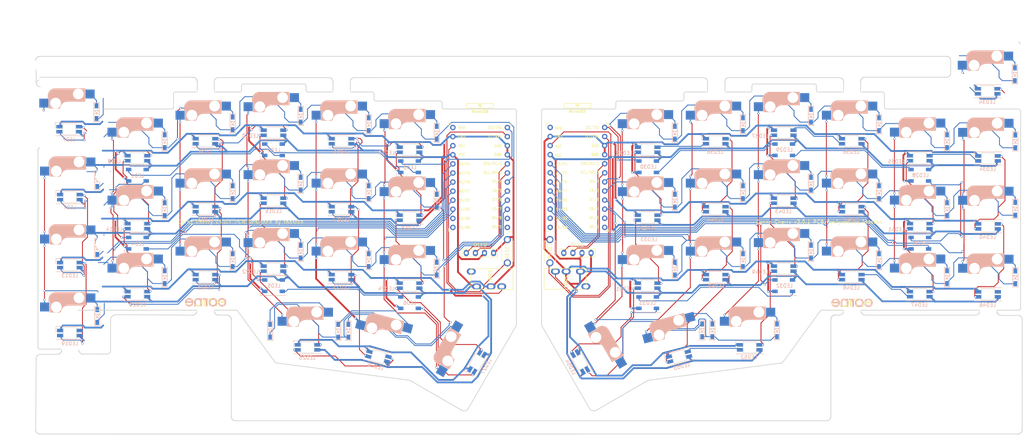
<source format=kicad_pcb>
(kicad_pcb (version 20240108) (generator "pcbnew") (generator_version "8.0")
  (title_block (title " Corne Timkbd Cherry") (date "2024-04-02") (rev "1.0.0") (company "Tim Kilian / Based on foostan corne"))
  (layers (0 "F.Cu" signal) (31 "B.Cu" signal) (34 "B.Paste" user) (35 "F.Paste" user) (36 "B.SilkS" user "B.Silkscreen") (37 "F.SilkS" user "F.Silkscreen") (38 "B.Mask" user) (39 "F.Mask" user) (44 "Edge.Cuts" user))
  (net 0 "")
  (net 1 "row0")
  (net 2 "Net-(D1-Pad2)")
  (net 3 "row1")
  (net 4 "Net-(D2-Pad2)")
  (net 5 "row2")
  (net 6 "Net-(D3-Pad2)")
  (net 7 "row3")
  (net 8 "Net-(D4-Pad2)")
  (net 9 "Net-(D5-Pad2)")
  (net 10 "Net-(D6-Pad2)")
  (net 11 "Net-(D7-Pad2)")
  (net 12 "Net-(D8-Pad2)")
  (net 13 "Net-(D9-Pad2)")
  (net 14 "Net-(D10-Pad2)")
  (net 15 "Net-(D11-Pad2)")
  (net 16 "Net-(D12-Pad2)")
  (net 17 "Net-(D13-Pad2)")
  (net 18 "Net-(D14-Pad2)")
  (net 19 "Net-(D15-Pad2)")
  (net 20 "Net-(D16-Pad2)")
  (net 21 "Net-(D17-Pad2)")
  (net 22 "Net-(D18-Pad2)")
  (net 23 "Net-(D19-Pad2)")
  (net 24 "Net-(D20-Pad2)")
  (net 25 "Net-(D21-Pad2)")
  (net 26 "GND")
  (net 27 "VCC")
  (net 28 "col0")
  (net 29 "col1")
  (net 30 "col2")
  (net 31 "col3")
  (net 32 "col4")
  (net 33 "col5")
  (net 34 "LED")
  (net 35 "data")
  (net 36 "reset")
  (net 37 "SCL")
  (net 38 "SDA")
  (net 39 "Net-(U1-Pad14)")
  (net 40 "Net-(U1-Pad13)")
  (net 41 "Net-(U1-Pad12)")
  (net 42 "Net-(U1-Pad11)")
  (net 43 "Net-(U1-Pad24)")
  (net 44 "Net-(D22-Pad2)")
  (net 45 "row0_r")
  (net 46 "Net-(D23-Pad2)")
  (net 47 "Net-(D24-Pad2)")
  (net 48 "Net-(D25-Pad2)")
  (net 49 "Net-(D26-Pad2)")
  (net 50 "Net-(D27-Pad2)")
  (net 51 "row1_r")
  (net 52 "Net-(D28-Pad2)")
  (net 53 "Net-(D29-Pad2)")
  (net 54 "Net-(D30-Pad2)")
  (net 55 "Net-(D31-Pad2)")
  (net 56 "Net-(D32-Pad2)")
  (net 57 "Net-(D33-Pad2)")
  (net 58 "row2_r")
  (net 59 "Net-(D34-Pad2)")
  (net 60 "Net-(D35-Pad2)")
  (net 61 "Net-(D36-Pad2)")
  (net 62 "Net-(D37-Pad2)")
  (net 63 "Net-(D38-Pad2)")
  (net 64 "Net-(D39-Pad2)")
  (net 65 "Net-(D40-Pad2)")
  (net 66 "row3_r")
  (net 67 "Net-(D41-Pad2)")
  (net 68 "Net-(D42-Pad2)")
  (net 69 "data_r")
  (net 70 "SDA_r")
  (net 71 "SCL_r")
  (net 72 "LED_r")
  (net 73 "reset_r")
  (net 74 "col0_r")
  (net 75 "col1_r")
  (net 76 "col2_r")
  (net 77 "col3_r")
  (net 78 "col4_r")
  (net 79 "col5_r")
  (net 80 "VDD")
  (net 81 "GNDA")
  (net 82 "Net-(LED1-Pad2)")
  (net 83 "Net-(LED1-Pad4)")
  (net 84 "Net-(LED2-Pad4)")
  (net 85 "Net-(LED10-Pad2)")
  (net 86 "Net-(LED11-Pad4)")
  (net 87 "Net-(LED13-Pad4)")
  (net 88 "Net-(LED14-Pad2)")
  (net 89 "Net-(LED15-Pad4)")
  (net 90 "Net-(LED10-Pad4)")
  (net 91 "Net-(LED11-Pad2)")
  (net 92 "Net-(LED12-Pad4)")
  (net 93 "Net-(LED13-Pad2)")
  (net 94 "Net-(LED14-Pad4)")
  (net 95 "Net-(LED16-Pad4)")
  (net 96 "Net-(LED17-Pad2)")
  (net 97 "Net-(LED18-Pad4)")
  (net 98 "Net-(LED22-Pad4)")
  (net 99 "Net-(LED24-Pad4)")
  (net 100 "Net-(LED25-Pad4)")
  (net 101 "Net-(LED27-Pad4)")
  (net 102 "Net-(LED28-Pad2)")
  (net 103 "Net-(LED29-Pad4)")
  (net 104 "Net-(LED32-Pad2)")
  (net 105 "Net-(LED34-Pad2)")
  (net 106 "Net-(LED35-Pad4)")
  (net 107 "Net-(LED37-Pad4)")
  (net 108 "Net-(LED38-Pad2)")
  (net 109 "Net-(LED39-Pad4)")
  (net 110 "Net-(LED4-Pad2)")
  (net 111 "Net-(LED5-Pad2)")
  (net 112 "Net-(LED7-Pad4)")
  (net 113 "Net-(LED15-Pad2)")
  (net 114 "Net-(LED20-Pad4)")
  (net 115 "Net-(LED23-Pad2)")
  (net 116 "Net-(LED28-Pad4)")
  (net 117 "Net-(LED31-Pad2)")
  (net 118 "Net-(LED33-Pad2)")
  (net 119 "Net-(LED40-Pad2)")
  (net 120 "Net-(LED41-Pad4)")
  (net 121 "Net-(LED42-Pad2)")
  (net 122 "Net-(LED43-Pad4)")
  (net 123 "Net-(LED44-Pad2)")
  (net 124 "Net-(LED45-Pad4)")
  (net 125 "Net-(LED47-Pad4)")
  (net 126 "Net-(LED49-Pad4)")
  (net 127 "Net-(LED50-Pad2)")
  (net 128 "Net-(LED51-Pad4)")
  (net 129 "Net-(LED52-Pad4)")
  (net 130 "Net-(LED34-Pad4)")
  (net 131 "Net-(LED36-Pad4)")
  (net 132 "Net-(LED36-Pad2)")
  (net 133 "Net-(LED38-Pad4)")
  (net 134 "Net-(U2-Pad11)")
  (net 135 "Net-(U2-Pad12)")
  (net 136 "Net-(U2-Pad13)")
  (net 137 "Net-(U2-Pad14)")
  (net 138 "Net-(U2-Pad24)")
  (net 139 "Net-(J1-PadA)")
  (net 140 "Net-(J3-PadA)")
  (net 141 "Net-(LED19-Pad2)")
  (net 142 "Net-(LED46-Pad2)")
  (footprint "kbd:MJ-4PP-9_1side" (layer "F.Cu") (at 144.1345 74.292 -90)
    (property "Reference" "J1")
    (property "Value" "MJ-4PP-9" (hide yes))
  )
  (footprint "kbd:OLED_1side" (layer "F.Cu") (at 130.9485 67.028)
    (property "Reference" "J2")
    (property "Value" "OLED" (hide yes))
  )
  (footprint "kbd:ResetSW_1side" (layer "F.Cu") (at 142.4245 66.531 -90)
    (property "Reference" "RSW1" (hide yes))
    (property "Value" "SW_PUSH")
  )
  (footprint "kbd:CherryMX_Hotswap" (layer "F.Cu") (at 39.1075 35.78)
    (property "Reference" "SW2" (hide yes))
    (property "Value" "SW_PUSH" (hide yes))
  )
  (footprint "kbd:CherryMX_Hotswap" (layer "F.Cu") (at 58.1075 31.03)
    (property "Reference" "SW3" (hide yes))
    (property "Value" "SW_PUSH" (hide yes))
  )
  (footprint "kbd:CherryMX_Hotswap" (layer "F.Cu") (at 77.1075 28.655)
    (property "Reference" "SW4" (hide yes))
    (property "Value" "SW_PUSH" (hide yes))
  )
  (footprint "kbd:CherryMX_Hotswap" (layer "F.Cu") (at 96.1075 31.03)
    (property "Reference" "SW5" (hide yes))
    (property "Value" "SW_PUSH" (hide yes))
  )
  (footprint "kbd:CherryMX_Hotswap" (layer "F.Cu") (at 20.25 65.655)
    (property "Reference" "SW7" (hide yes))
    (property "Value" "SW_PUSH" (hide yes))
  )
  (footprint "kbd:CherryMX_Hotswap" (layer "F.Cu") (at 39.1075 54.78)
    (property "Reference" "SW8" (hide yes))
    (property "Value" "SW_PUSH" (hide yes))
  )
  (footprint "kbd:CherryMX_Hotswap" (layer "F.Cu") (at 58.1075 50.03)
    (property "Reference" "SW9" (hide yes))
    (property "Value" "SW_PUSH" (hide yes))
  )
  (footprint "kbd:CherryMX_Hotswap" (layer "F.Cu") (at 77.1075 47.655)
    (property "Reference" "SW10" (hide yes))
    (property "Value" "SW_PUSH" (hide yes))
  )
  (footprint "kbd:CherryMX_Hotswap" (layer "F.Cu") (at 96.1075 50.03)
    (property "Reference" "SW11" (hide yes))
    (property "Value" "SW_PUSH" (hide yes))
  )
  (footprint "kbd:CherryMX_Hotswap" (layer "F.Cu") (at 115.1075 52.405)
    (property "Reference" "SW12" (hide yes))
    (property "Value" "SW_PUSH" (hide yes))
  )
  (footprint "kbd:CherryMX_Hotswap" (layer "F.Cu") (at 20.25 84.655)
    (property "Reference" "SW13" (hide yes))
    (property "Value" "SW_PUSH" (hide yes))
  )
  (footprint "kbd:CherryMX_Hotswap" (layer "F.Cu") (at 39.1075 73.78)
    (property "Reference" "SW14" (hide yes))
    (property "Value" "SW_PUSH" (hide yes))
  )
  (footprint "kbd:CherryMX_Hotswap" (layer "F.Cu") (at 58.1075 69.03)
    (property "Reference" "SW15" (hide yes))
    (property "Value" "SW_PUSH" (hide yes))
  )
  (footprint "kbd:CherryMX_Hotswap" (layer "F.Cu") (at 77.1075 66.655)
    (property "Reference" "SW16" (hide yes))
    (property "Value" "SW_PUSH" (hide yes))
  )
  (footprint "kbd:CherryMX_Hotswap" (layer "F.Cu") (at 96.1075 69.03)
    (property "Reference" "SW17" (hide yes))
    (property "Value" "SW_PUSH" (hide yes))
  )
  (footprint "kbd:CherryMX_Hotswap" (layer "F.Cu") (at 115.1075 71.405)
    (property "Reference" "SW18" (hide yes))
    (property "Value" "SW_PUSH" (hide yes))
  )
  (footprint "kbd:CherryMX_Hotswap" (layer "F.Cu") (at 86.6075 88.655)
    (property "Reference" "SW19" (hide yes))
    (property "Value" "SW_PUSH" (hide yes))
  )
  (footprint "kbd:CherryMX_Hotswap" (layer "F.Cu") (at 107.6075 91.405 -15)
    (property "Reference" "SW20" (hide yes))
    (property "Value" "SW_PUSH" (hide yes))
  )
  (footprint "kbd:CherryMX_Hotswap_1.5u" (layer "F.Cu") (at 129.8575 95.155 60)
    (property "Reference" "SW21" (hide yes))
    (property "Value" "SW_PUSH" (hide yes))
  )
  (footprint "kbd:CherryMX_Hotswap_1.5u" (layer "F.Cu") (at 166.8645 95.15 -60)
    (property "Reference" "SW42" (hide yes))
    (property "Value" "SW_PUSH" (hide yes))
  )
  (footprint "kbd:MJ-4PP-9_1side" (layer "F.Cu") (at 152.5375 74.27 90)
    (property "Reference" "J3")
    (property "Value" "MJ-4PP-9" (hide yes))
  )
  (footprint "kbd:OLED_1side" (layer "F.Cu") (at 158.1775 67.02)
    (property "Reference" "J4")
    (property "Value" "OLED" (hide yes))
  )
  (footprint "kbd:ResetSW_1side" (layer "F.Cu") (at 154.3045 66.522 -90)
    (property "Reference" "RSW2" (hide yes))
    (property "Value" "SW_PUSH")
  )
  (footprint "kbd:CherryMX_Hotswap" (layer "F.Cu") (at 219.6145 66.65)
    (property "Reference" "SW37" (hide yes))
    (property "Value" "SW_PUSH" (hide yes))
  )
  (footprint "kbd:CherryMX_Hotswap" (layer "F.Cu") (at 200.6145 69.025)
    (property "Reference" "SW38" (hide yes))
    (property "Value" "SW_PUSH" (hide yes))
  )
  (footprint "kbd:CherryMX_Hotswap" (layer "F.Cu") (at 181.6145 71.4)
    (property "Reference" "SW39" (hide yes))
    (property "Value" "SW_PUSH" (hide yes))
  )
  (footprint "kbd:CherryMX_Hotswap" (layer "F.Cu") (at 210.1145 88.65)
    (property "Reference" "SW40" (hide yes))
    (property "Value" "SW_PUSH" (hide yes))
  )
  (footprint "kbd:CherryMX_Hotswap" (layer "F.Cu") (at 189.1145 91.4 15)
    (property "Reference" "SW41" (hide yes))
    (property "Value" "SW_PUSH" (hide yes))
  )
  (footprint "kbd:CherryMX_Hotswap" (layer "F.Cu") (at 219.6145 28.65)
    (property "Reference" "SW25" (hide yes))
    (property "Value" "SW_PUSH" (hide yes))
  )
  (footprint "kbd:CherryMX_Hotswap" (layer "F.Cu") (at 200.6145 31.025)
    (property "Reference" "SW26" (hide yes))
    (property "Value" "SW_PUSH" (hide yes))
  )
  (footprint "kbd:CherryMX_Hotswap" (layer "F.Cu") (at 276.6645 54.825)
    (property "Reference" "SW28" (hide yes))
    (property "Value" "SW_PUSH" (hide yes))
  )
  (footprint "kbd:CherryMX_Hotswap" (layer "F.Cu") (at 238.6145 31.025)
    (property "Reference" "SW24" (hide yes))
    (property "Value" "SW_PUSH" (hide yes))
  )
  (footprint "kbd:CherryMX_Hotswap" (layer "F.Cu") (at 257.6145 54.775)
    (property "Reference" "SW29" (hide yes))
    (property "Value" "SW_PUSH" (hide yes))
  )
  (footprint "kbd:CherryMX_Hotswap" (layer "F.Cu") (at 257.6145 73.775)
    (property "Reference" "SW35" (hide yes))
    (property "Value" "SW_PUSH" (hide yes))
  )
  (footprint "kbd:CherryMX_Hotswap" (layer "F.Cu") (at 238.6145 69.025)
    (property "Reference" "SW36" (hide yes))
    (property "Value" "SW_PUSH" (hide yes))
  )
  (footprint "kbd:CherryMX_Hotswap" (layer "F.Cu") (at 276.6645 35.825)
    (property "Reference" "SW22" (hide yes))
    (property "Value" "SW_PUSH" (hide yes))
  )
  (footprint "kbd:CherryMX_Hotswap" (layer "F.Cu") (at 257.6145 35.775)
    (property "Reference" "SW23" (hide yes))
    (property "Value" "SW_PUSH" (hide yes))
  )
  (footprint "kbd:CherryMX_Hotswap" (layer "F.Cu") (at 238.6145 50.025)
    (property "Reference" "SW30" (hide yes))
    (property "Value" "SW_PUSH" (hide yes))
  )
  (footprint "kbd:CherryMX_Hotswap" (layer "F.Cu") (at 219.6145 47.65)
    (property "Reference" "SW31" (hide yes))
    (property "Value" "SW_PUSH" (hide yes))
  )
  (footprint "kbd:CherryMX_Hotswap" (layer "F.Cu") (at 200.6145 50.025)
    (property "Reference" "SW32" (hide yes))
    (property "Value" "SW_PUSH" (hide yes))
  )
  (footprint "kbd:CherryMX_Hotswap" (layer "F.Cu") (at 181.6145 52.4)
    (property "Reference" "SW33" (hide yes))
    (property "Value" "SW_PUSH" (hide yes))
  )
  (footprint "kbd:CherryMX_Hotswap" (layer "F.Cu") (at 276.6645 73.825)
    (property "Reference" "SW34" (hide yes))
    (property "Value" "SW_PUSH" (hide yes))
  )
  (footprint "kbd:CherryMX_Hotswap" (layer "F.Cu") (at 20.25 46.655)
    (property "Reference" "SW1" (hide yes))
    (property "Value" "SW_PUSH" (hide yes))
  )
  (footprint "kbd:M2_HOLE_v2" (layer "F.Cu") (at 105.5755 41.7655)
    (property "Reference" "Ref**" (hide yes))
    (property "Value" "Val**" (hide yes))
  )
  (footprint "kbd:M2_HOLE_v2" (layer "F.Cu") (at 72.7645 81.5205)
    (property "Reference" "Ref**" (hide yes))
    (property "Value" "Val**" (hide yes))
  )
  (footprint "kbd:M2_HOLE_v2" (layer "F.Cu") (at 119.3305 89.135)
    (property "Reference" "Ref**" (hide yes))
    (property "Value" "Val**" (hide yes))
  )
  (footprint "kbd:M2_HOLE_v2" (layer "F.Cu") (at 127.8695 74.254)
    (property "Reference" "Ref**" (hide yes))
    (property "Value" "Val**" (hide yes))
  )
  (footprint "kbd:M2_HOLE_v2" (layer "F.Cu") (at 142.3015 82.775)
    (property "Reference" "Ref**" (hide yes))
    (property "Value" "Val**" (hide yes))
  )
  (footprint "kbd:M2_HOLE_v2" (layer "F.Cu") (at 177.3895 89.145 180)
    (property "Reference" "Ref**" (hide yes))
    (property "Value" "Val**" (hide yes))
  )
  (footprint "kbd:M2_HOLE_v2" (layer "F.Cu") (at 223.9555 81.5305 180)
    (property "Reference" "Ref**" (hide yes))
    (property "Value" "Val**" (hide yes))
  )
  (footprint "kbd:M2_HOLE_v2" (layer "F.Cu") (at 267.0995 45.2655 180)
    (property "Reference" "Ref**" (hide yes))
    (property "Value" "Val**" (hide yes))
  )
  (footprint "kbd:M2_HOLE_v2" (layer "F.Cu") (at 191.1445 41.7755 180)
    (property "Reference" "Ref**" (hide yes))
    (property "Value" "Val**" (hide yes))
  )
  (footprint "kbd:CherryMX_Hotswap" (layer "F.Cu") (at 115.1075 33.405)
    (property "Reference" "SW6" (hide yes))
    (property "Value" "SW_PUSH" (hide yes))
  )
  (footprint "kbd:CherryMX_Hotswap" (layer "F.Cu") (at 181.6075 33.405)
    (property "Reference" "SW27" (hide yes))
    (property "Value" "SW_PUSH" (hide yes))
  )
  (footprint "kbd:M2_HOLE_v2" (layer "F.Cu") (at 27.5195 54.1395)
    (property "Reference" "Ref**" (hide yes))
    (property "Value" "Val**" (hide yes))
  )
  (footprint "kbd:ProMicro_v3" (layer "F.Cu") (at 134.8125 46.42)
    (property "Reference" "U1" (hide yes))
    (property "Value" "ProMicro" (hide yes))
  )
  (footprint "kbd:ProMicro_v3" (layer "F.Cu") (at 161.9875 46.39)
    (property "Reference" "U2" (hide yes))
    (property "Value" "ProMicro" (hide yes))
  )
  (footprint "kbd:M2_HOLE_v2" (layer "F.Cu") (at 29.6075 45.28)
    (property "Reference" "Ref**" (hide yes))
    (property "Value" "Val**" (hide yes))
  )
  (footprint "kbd:Breakaway_Tabs" (layer "F.Cu") (at 58.23675 21.869)
    (property "Reference" "REF**")
    (property "Value" "Breakaway_Tabs")
  )
  (footprint "kbd:Breakaway_Tabs" (layer "F.Cu") (at 96.2075 21.873)
    (property "Reference" "REF**")
    (property "Value" "Breakaway_Tabs")
  )
  (footprint "kbd:Breakaway_Tabs" (layer "F.Cu") (at 20.305 94.051)
    (property "Reference" "REF**")
    (property "Value" "Breakaway_Tabs")
  )
  (footprint "kbd:Breakaway_Tabs" (layer "F.Cu") (at 58.1235 83.178)
    (property "Reference" "REF**")
    (property "Value" "Breakaway_Tabs")
  )
  (footprint "kbd:corne-logo-horizontal" (layer "F.Cu") (at 58.2675 80.89)
    (property "Reference" "G***" (hide yes))
    (property "Value" "LOGO" (hide yes))
  )
  (footprint "kbd:corne-logo-horizontal" (layer "F.Cu") (at 238.7775 81.04)
    (property "Reference" "G***" (hide yes))
    (property "Value" "LOGO" (hide yes))
  )
  (footprint "kbd:CherryMX_Hotswap" (layer "F.Cu") (at 20.05 27.655)
    (property "Reference" "SW1" (hide yes))
    (property "Value" "SW_PUSH" (hide yes))
  )
  (footprint "kbd:CherryMX_Hotswap" (layer "F.Cu") (at 276.5575 17.055)
    (property "Reference" "SW22" (hide yes))
    (property "Value" "SW_PUSH" (hide yes))
  )
  (footprint "kbd:D3_SMD_v2" (layer "B.Cu") (at 27.877 46.651875 90)
    (property "Reference" "D1" (hide yes))
    (property "Value" "D" (hide yes))
  )
  (footprint "kbd:D3_SMD_v2" (layer "B.Cu") (at 46.7345 35.78 90)
    (property "Reference" "D2" (hide yes))
    (property "Value" "D" (hide yes))
  )
  (footprint "kbd:D3_SMD_v2" (layer "B.Cu") (at 65.7075 30.78 90)
    (property "Reference" "D3" (hide yes))
    (property "Value" "D" (hide yes))
  )
  (footprint "kbd:D3_SMD_v2" (layer "B.Cu") (at 84.7075 28.655 90)
    (property "Reference" "D4" (hide yes))
    (property "Value" "D" (hide yes))
  )
  (footprint "kbd:D3_SMD_v2" (layer "B.Cu") (at 103.7075 31.03 90)
    (property "Reference" "D5" (hide yes))
    (property "Value" "D" (hide yes))
  )
  (footprint "kbd:D3_SMD_v2" (layer "B.Cu") (at 122.7075 33.405 90)
    (property "Reference" "D6" (hide yes))
    (property "Value" "D" (hide yes))
  )
  (footprint "kbd:D3_SMD_v2" (layer "B.Cu") (at 27.877 65.651875 90)
    (property "Reference" "D7" (hide yes))
    (property "Value" "D" (hide yes))
  )
  (footprint "kbd:D3_SMD_v2" (layer "B.Cu") (at 46.7345 54.78 90)
    (property "Reference" "D8" (hide yes))
    (property "Value" "D" (hide yes))
  )
  (footprint "kbd:D3_SMD_v2" (layer "B.Cu") (at 65.7075 50.03 90)
    (property "Reference" "D9" (hide yes))
    (property "Value" "D" (hide yes))
  )
  (footprint "kbd:D3_SMD_v2" (layer "B.Cu") (at 84.7075 47.655 90)
    (property "Reference" "D10" (hide yes))
    (property "Value" "D" (hide yes))
  )
  (footprint "kbd:D3_SMD_v2" (layer "B.Cu") (at 103.7075 50.03 90)
    (property "Reference" "D11" (hide yes))
    (property "Value" "D" (hide yes))
  )
  (footprint "kbd:D3_SMD_v2" (layer "B.Cu") (at 122.7075 52.405 90)
    (property "Reference" "D12" (hide yes))
    (property "Value" "D" (hide yes))
  )
  (footprint "kbd:D3_SMD_v2" (layer "B.Cu") (at 27.877 84.651875 90)
    (property "Reference" "D13" (hide yes))
    (property "Value" "D" (hide yes))
  )
  (footprint "kbd:D3_SMD_v2" (layer "B.Cu") (at 46.7345 73.78 90)
    (property "Reference" "D14" (hide yes))
    (property "Value" "D" (hide yes))
  )
  (footprint "kbd:D3_SMD_v2" (layer "B.Cu") (at 65.7075 69.03 90)
    (property "Reference" "D15" (hide yes))
    (property "Value" "D" (hide yes))
  )
  (footprint "kbd:D3_SMD_v2" (layer "B.Cu") (at 84.7075 66.655 90)
    (property "Reference" "D16" (hide yes))
    (property "Value" "D" (hide yes))
  )
  (footprint "kbd:D3_SMD_v2" (layer "B.Cu") (at 103.7075 69.03 90)
    (property "Reference" "D17" (hide yes))
    (property "Value" "D" (hide yes))
  )
  (footprint "kbd:D3_SMD_v2" (layer "B.Cu") (at 122.7075 71.405 90)
    (property "Reference" "D18" (hide yes))
    (property "Value" "D" (hide yes))
  )
  (footprint "kbd:D3_SMD_v2" (layer "B.Cu") (at 76.1575 88.77 90)
    (property "Reference" "D19" (hide yes))
    (property "Value" "D" (hide yes))
  )
  (footprint "kbd:D3_SMD_v2" (layer "B.Cu") (at 95.1645 88.765 90)
    (property "Reference" "D20" (hide yes))
    (property "Value" "D" (hide yes))
  )
  (footprint "kbd:D3_SMD_v2" (layer "B.Cu") (at 98.0075 88.765 90)
    (property "Reference" "D21" (hide yes))
    (property "Value" "D" (hide yes))
  )
  (footprint "kbd:YS-SK6812MINI-E" (layer "B.Cu") (at 20.25 51.405)
    (property "Reference" "LED7")
    (property "Value" "YS-SK6812MINI-E")
    (fp_line (start -1.8 -1.55) (end 1.8 -1.55) (stroke (width 0.12)) (layer "Edge.Cuts"))
    (fp_line (start -1.8 1.55) (end -1.8 -1.55) (stroke (width 0.12)) (layer "Edge.Cuts"))
    (fp_line (start 1.8 -1.55) (end 1.8 1.55) (stroke (width 0.12)) (layer "Edge.Cuts"))
    (fp_line (start 1.8 1.55) (end -1.8 1.55) (stroke (width 0.12)) (layer "Edge.Cuts"))
  )
  (footprint "kbd:YS-SK6812MINI-E" (layer "B.Cu") (at 39.1075 40.53)
    (property "Reference" "LED8")
    (property "Value" "YS-SK6812MINI-E")
    (fp_line (start -1.8 -1.55) (end 1.8 -1.55) (stroke (width 0.12)) (layer "Edge.Cuts"))
    (fp_line (start -1.8 1.55) (end -1.8 -1.55) (stroke (width 0.12)) (layer "Edge.Cuts"))
    (fp_line (start 1.8 -1.55) (end 1.8 1.55) (stroke (width 0.12)) (layer "Edge.Cuts"))
    (fp_line (start 1.8 1.55) (end -1.8 1.55) (stroke (width 0.12)) (layer "Edge.Cuts"))
  )
  (footprint "kbd:YS-SK6812MINI-E" (layer "B.Cu") (at 58.1075 35.78)
    (property "Reference" "LED9")
    (property "Value" "YS-SK6812MINI-E")
    (fp_line (start -1.8 -1.55) (end 1.8 -1.55) (stroke (width 0.12)) (layer "Edge.Cuts"))
    (fp_line (start -1.8 1.55) (end -1.8 -1.55) (stroke (width 0.12)) (layer "Edge.Cuts"))
    (fp_line (start 1.8 -1.55) (end 1.8 1.55) (stroke (width 0.12)) (layer "Edge.Cuts"))
    (fp_line (start 1.8 1.55) (end -1.8 1.55) (stroke (width 0.12)) (layer "Edge.Cuts"))
  )
  (footprint "kbd:YS-SK6812MINI-E" (layer "B.Cu") (at 77.1075 33.405)
    (property "Reference" "LED10")
    (property "Value" "YS-SK6812MINI-E")
    (fp_line (start -1.8 -1.55) (end 1.8 -1.55) (stroke (width 0.12)) (layer "Edge.Cuts"))
    (fp_line (start -1.8 1.55) (end -1.8 -1.55) (stroke (width 0.12)) (layer "Edge.Cuts"))
    (fp_line (start 1.8 -1.55) (end 1.8 1.55) (stroke (width 0.12)) (layer "Edge.Cuts"))
    (fp_line (start 1.8 1.55) (end -1.8 1.55) (stroke (width 0.12)) (layer "Edge.Cuts"))
  )
  (footprint "kbd:YS-SK6812MINI-E" (layer "B.Cu") (at 96.1075 35.78)
    (property "Reference" "LED11")
    (property "Value" "YS-SK6812MINI-E")
    (fp_line (start -1.8 -1.55) (end 1.8 -1.55) (stroke (width 0.12)) (layer "Edge.Cuts"))
    (fp_line (start -1.8 1.55) (end -1.8 -1.55) (stroke (width 0.12)) (layer "Edge.Cuts"))
    (fp_line (start 1.8 -1.55) (end 1.8 1.55) (stroke (width 0.12)) (layer "Edge.Cuts"))
    (fp_line (start 1.8 1.55) (end -1.8 1.55) (stroke (width 0.12)) (layer "Edge.Cuts"))
  )
  (footprint "kbd:YS-SK6812MINI-E" (layer "B.Cu") (at 115.1075 38.155)
    (property "Reference" "LED12")
    (property "Value" "YS-SK6812MINI-E")
    (fp_line (start -1.8 -1.55) (end 1.8 -1.55) (stroke (width 0.12)) (layer "Edge.Cuts"))
    (fp_line (start -1.8 1.55) (end -1.8 -1.55) (stroke (width 0.12)) (layer "Edge.Cuts"))
    (fp_line (start 1.8 -1.55) (end 1.8 1.55) (stroke (width 0.12)) (layer "Edge.Cuts"))
    (fp_line (start 1.8 1.55) (end -1.8 1.55) (stroke (width 0.12)) (layer "Edge.Cuts"))
  )
  (footprint "kbd:YS-SK6812MINI-E" (layer "B.Cu") (at 20.25 70.405)
    (property "Reference" "LED13")
    (property "Value" "YS-SK6812MINI-E")
    (fp_line (start -1.8 -1.55) (end 1.8 -1.55) (stroke (width 0.12)) (layer "Edge.Cuts"))
    (fp_line (start -1.8 1.55) (end -1.8 -1.55) (stroke (width 0.12)) (layer "Edge.Cuts"))
    (fp_line (start 1.8 -1.55) (end 1.8 1.55) (stroke (width 0.12)) (layer "Edge.Cuts"))
    (fp_line (start 1.8 1.55) (end -1.8 1.55) (stroke (width 0.12)) (layer "Edge.Cuts"))
  )
  (footprint "kbd:YS-SK6812MINI-E" (layer "B.Cu") (at 39.1075 59.53)
    (property "Reference" "LED14")
    (property "Value" "YS-SK6812MINI-E")
    (fp_line (start -1.8 -1.55) (end 1.8 -1.55) (stroke (width 0.12)) (layer "Edge.Cuts"))
    (fp_line (start -1.8 1.55) (end -1.8 -1.55) (stroke (width 0.12)) (layer "Edge.Cuts"))
    (fp_line (start 1.8 -1.55) (end 1.8 1.55) (stroke (width 0.12)) (layer "Edge.Cuts"))
    (fp_line (start 1.8 1.55) (end -1.8 1.55) (stroke (width 0.12)) (layer "Edge.Cuts"))
  )
  (footprint "kbd:YS-SK6812MINI-E" (layer "B.Cu") (at 58.1075 54.78)
    (property "Reference" "LED15")
    (property "Value" "YS-SK6812MINI-E")
    (fp_line (start -1.8 -1.55) (end 1.8 -1.55) (stroke (width 0.12)) (layer "Edge.Cuts"))
    (fp_line (start -1.8 1.55) (end -1.8 -1.55) (stroke (width 0.12)) (layer "Edge.Cuts"))
    (fp_line (start 1.8 -1.55) (end 1.8 1.55) (stroke (width 0.12)) (layer "Edge.Cuts"))
    (fp_line (start 1.8 1.55) (end -1.8 1.55) (stroke (width 0.12)) (layer "Edge.Cuts"))
  )
  (footprint "kbd:YS-SK6812MINI-E" (layer "B.Cu") (at 77.1075 52.405)
    (property "Reference" "LED16")
    (property "Value" "YS-SK6812MINI-E")
    (fp_line (start -1.8 -1.55) (end 1.8 -1.55) (stroke (width 0.12)) (layer "Edge.Cuts"))
    (fp_line (start -1.8 1.55) (end -1.8 -1.55) (stroke (width 0.12)) (layer "Edge.Cuts"))
    (fp_line (start 1.8 -1.55) (end 1.8 1.55) (stroke (width 0.12)) (layer "Edge.Cuts"))
    (fp_line (start 1.8 1.55) (end -1.8 1.55) (stroke (width 0.12)) (layer "Edge.Cuts"))
  )
  (footprint "kbd:YS-SK6812MINI-E" (layer "B.Cu") (at 96.1075 54.78)
    (property "Reference" "LED17")
    (property "Value" "YS-SK6812MINI-E")
    (fp_line (start -1.8 -1.55) (end 1.8 -1.55) (stroke (width 0.12)) (layer "Edge.Cuts"))
    (fp_line (start -1.8 1.55) (end -1.8 -1.55) (stroke (width 0.12)) (layer "Edge.Cuts"))
    (fp_line (start 1.8 -1.55) (end 1.8 1.55) (stroke (width 0.12)) (layer "Edge.Cuts"))
    (fp_line (start 1.8 1.55) (end -1.8 1.55) (stroke (width 0.12)) (layer "Edge.Cuts"))
  )
  (footprint "kbd:YS-SK6812MINI-E" (layer "B.Cu") (at 115.1075 57.155)
    (property "Reference" "LED18")
    (property "Value" "YS-SK6812MINI-E")
    (fp_line (start -1.8 -1.55) (end 1.8 -1.55) (stroke (width 0.12)) (layer "Edge.Cuts"))
    (fp_line (start -1.8 1.55) (end -1.8 -1.55) (stroke (width 0.12)) (layer "Edge.Cuts"))
    (fp_line (start 1.8 -1.55) (end 1.8 1.55) (stroke (width 0.12)) (layer "Edge.Cuts"))
    (fp_line (start 1.8 1.55) (end -1.8 1.55) (stroke (width 0.12)) (layer "Edge.Cuts"))
  )
  (footprint "kbd:YS-SK6812MINI-E" (layer "B.Cu") (at 20.25 89.405)
    (property "Reference" "LED19")
    (property "Value" "YS-SK6812MINI-E")
    (fp_line (start -1.8 -1.55) (end 1.8 -1.55) (stroke (width 0.12)) (layer "Edge.Cuts"))
    (fp_line (start -1.8 1.55) (end -1.8 -1.55) (stroke (width 0.12)) (layer "Edge.Cuts"))
    (fp_line (start 1.8 -1.55) (end 1.8 1.55) (stroke (width 0.12)) (layer "Edge.Cuts"))
    (fp_line (start 1.8 1.55) (end -1.8 1.55) (stroke (width 0.12)) (layer "Edge.Cuts"))
  )
  (footprint "kbd:YS-SK6812MINI-E" (layer "B.Cu") (at 39.1075 78.53)
    (property "Reference" "LED20")
    (property "Value" "YS-SK6812MINI-E")
    (fp_line (start -1.8 -1.55) (end 1.8 -1.55) (stroke (width 0.12)) (layer "Edge.Cuts"))
    (fp_line (start -1.8 1.55) (end -1.8 -1.55) (stroke (width 0.12)) (layer "Edge.Cuts"))
    (fp_line (start 1.8 -1.55) (end 1.8 1.55) (stroke (width 0.12)) (layer "Edge.Cuts"))
    (fp_line (start 1.8 1.55) (end -1.8 1.55) (stroke (width 0.12)) (layer "Edge.Cuts"))
  )
  (footprint "kbd:YS-SK6812MINI-E" (layer "B.Cu") (at 58.1075 73.78)
    (property "Reference" "LED21")
    (property "Value" "YS-SK6812MINI-E")
    (fp_line (start -1.8 -1.55) (end 1.8 -1.55) (stroke (width 0.12)) (layer "Edge.Cuts"))
    (fp_line (start -1.8 1.55) (end -1.8 -1.55) (stroke (width 0.12)) (layer "Edge.Cuts"))
    (fp_line (start 1.8 -1.55) (end 1.8 1.55) (stroke (width 0.12)) (layer "Edge.Cuts"))
    (fp_line (start 1.8 1.55) (end -1.8 1.55) (stroke (width 0.12)) (layer "Edge.Cuts"))
  )
  (footprint "kbd:YS-SK6812MINI-E" (layer "B.Cu") (at 77.1075 71.405)
    (property "Reference" "LED22")
    (property "Value" "YS-SK6812MINI-E")
    (fp_line (start -1.8 -1.55) (end 1.8 -1.55) (stroke (width 0.12)) (layer "Edge.Cuts"))
    (fp_line (start -1.8 1.55) (end -1.8 -1.55) (stroke (width 0.12)) (layer "Edge.Cuts"))
    (fp_line (start 1.8 -1.55) (end 1.8 1.55) (stroke (width 0.12)) (layer "Edge.Cuts"))
    (fp_line (start 1.8 1.55) (end -1.8 1.55) (stroke (width 0.12)) (layer "Edge.Cuts"))
  )
  (footprint "kbd:YS-SK6812MINI-E" (layer "B.Cu") (at 115.1075 76.155)
    (property "Reference" "LED24")
    (property "Value" "YS-SK6812MINI-E")
    (fp_line (start -1.8 -1.55) (end 1.8 -1.55) (stroke (width 0.12)) (layer "Edge.Cuts"))
    (fp_line (start -1.8 1.55) (end -1.8 -1.55) (stroke (width 0.12)) (layer "Edge.Cuts"))
    (fp_line (start 1.8 -1.55) (end 1.8 1.55) (stroke (width 0.12)) (layer "Edge.Cuts"))
    (fp_line (start 1.8 1.55) (end -1.8 1.55) (stroke (width 0.12)) (layer "Edge.Cuts"))
  )
  (footprint "kbd:YS-SK6812MINI-E" (layer "B.Cu") (at 133.971121 97.53 60)
    (property "Reference" "LED27")
    (property "Value" "YS-SK6812MINI-E")
    (fp_line (start -1.8 -1.55) (end 1.8 -1.55) (stroke (width 0.12)) (layer "Edge.Cuts"))
    (fp_line (start 1.8 -1.55) (end 1.8 1.55) (stroke (width 0.12)) (layer "Edge.Cuts"))
    (fp_line (start -1.8 1.55) (end -1.8 -1.55) (stroke (width 0.12)) (layer "Edge.Cuts"))
    (fp_line (start 1.8 1.55) (end -1.8 1.55) (stroke (width 0.12)) (layer "Edge.Cuts"))
  )
  (footprint "LED_SMD:LED_WS2812B_PLCC4_5.0x5.0mm_P3.2mm" (layer "B.Cu") (at 39.1075 45.28 180)
    (property "Reference" "LED1")
    (property "Value" "WS2812B")
  )
  (footprint "LED_SMD:LED_WS2812B_PLCC4_5.0x5.0mm_P3.2mm" (layer "B.Cu") (at 77.1075 38.155 180)
    (property "Reference" "LED2")
    (property "Value" "WS2812B")
  )
  (footprint "LED_SMD:LED_WS2812B_PLCC4_5.0x5.0mm_P3.2mm" (layer "B.Cu") (at 115.1075 42.905 180)
    (property "Reference" "LED3")
    (property "Value" "WS2812B")
  )
  (footprint "LED_SMD:LED_WS2812B_PLCC4_5.0x5.0mm_P3.2mm" (layer "B.Cu") (at 77.1075 76.155 180)
    (property "Reference" "LED5")
    (property "Value" "WS2812B")
  )
  (footprint "LED_SMD:LED_WS2812B_PLCC4_5.0x5.0mm_P3.2mm" (layer "B.Cu") (at 115.1075 80.905 180)
    (property "Reference" "LED6")
    (property "Value" "WS2812B")
  )
  (footprint "LED_SMD:LED_WS2812B_PLCC4_5.0x5.0mm_P3.2mm" (layer "B.Cu") (at 257.6075 45.28 180)
    (property "Reference" "LED28")
    (property "Value" "WS2812B")
  )
  (footprint "LED_SMD:LED_WS2812B_PLCC4_5.0x5.0mm_P3.2mm" (layer "B.Cu") (at 219.6075 38.155 180)
    (property "Reference" "LED29")
    (property "Value" "WS2812B")
  )
  (footprint "LED_SMD:LED_WS2812B_PLCC4_5.0x5.0mm_P3.2mm" (layer "B.Cu") (at 181.6075 42.905 180)
    (property "Reference" "LED30")
    (property "Value" "WS2812B")
  )
  (footprint "LED_SMD:LED_WS2812B_PLCC4_5.0x5.0mm_P3.2mm" (layer "B.Cu") (at 257.6075 64.28 180)
    (property "Reference" "LED31")
    (property "Value" "WS2812B")
  )
  (footprint "LED_SMD:LED_WS2812B_PLCC4_5.0x5.0mm_P3.2mm" (layer "B.Cu") (at 219.6075 76.155 180)
    (property "Reference" "LED32")
    (property "Value" "WS2812B")
  )
  (footprint "LED_SMD:LED_WS2812B_PLCC4_5.0x5.0mm_P3.2mm" (layer "B.Cu") (at 181.6075 80.905 180)
    (property "Reference" "LED33")
    (property "Value" "WS2812B")
  )
  (footprint "kbd:YS-SK6812MINI-E" (layer "B.Cu") (at 219.6075 52.405)
    (property "Reference" "LED43")
    (property "Value" "YS-SK6812MINI-E")
    (fp_line (start -1.8 -1.55) (end 1.8 -1.55) (stroke (width 0.12)) (layer "Edge.Cuts"))
    (fp_line (start -1.8 1.55) (end -1.8 -1.55) (stroke (width 0.12)) (layer "Edge.Cuts"))
    (fp_line (start 1.8 -1.55) (end 1.8 1.55) (stroke (width 0.12)) (layer "Edge.Cuts"))
    (fp_line (start 1.8 1.55) (end -1.8 1.55) (stroke (width 0.12)) (layer "Edge.Cuts"))
  )
  (footprint "kbd:YS-SK6812MINI-E" (layer "B.Cu") (at 200.6075 54.78)
    (property "Reference" "LED44")
    (property "Value" "YS-SK6812MINI-E")
    (fp_line (start -1.8 -1.55) (end 1.8 -1.55) (stroke (width 0.12)) (layer "Edge.Cuts"))
    (fp_line (start -1.8 1.55) (end -1.8 -1.55) (stroke (width 0.12)) (layer "Edge.Cuts"))
    (fp_line (start 1.8 -1.55) (end 1.8 1.55) (stroke (width 0.12)) (layer "Edge.Cuts"))
    (fp_line (start 1.8 1.55) (end -1.8 1.55) (stroke (width 0.12)) (layer "Edge.Cuts"))
  )
  (footprint "kbd:YS-SK6812MINI-E" (layer "B.Cu") (at 181.6075 57.155)
    (property "Reference" "LED45")
    (property "Value" "YS-SK6812MINI-E")
    (fp_line (start -1.8 -1.55) (end 1.8 -1.55) (stroke (width 0.12)) (layer "Edge.Cuts"))
    (fp_line (start -1.8 1.55) (end -1.8 -1.55) (stroke (width 0.12)) (layer "Edge.Cuts"))
    (fp_line (start 1.8 -1.55) (end 1.8 1.55) (stroke (width 0.12)) (layer "Edge.Cuts"))
    (fp_line (start 1.8 1.55) (end -1.8 1.55) (stroke (width 0.12)) (layer "Edge.Cuts"))
  )
  (footprint "kbd:YS-SK6812MINI-E" (layer "B.Cu") (at 276.6575 78.58)
    (property "Reference" "LED46")
    (property "Value" "YS-SK6812MINI-E")
    (fp_line (start -1.8 -1.55) (end 1.8 -1.55) (stroke (width 0.12)) (layer "Edge.Cuts"))
    (fp_line (start -1.8 1.55) (end -1.8 -1.55) (stroke (width 0.12)) (layer "Edge.Cuts"))
    (fp_line (start 1.8 -1.55) (end 1.8 1.55) (stroke (width 0.12)) (layer "Edge.Cuts"))
    (fp_line (start 1.8 1.55) (end -1.8 1.55) (stroke (width 0.12)) (layer "Edge.Cuts"))
  )
  (footprint "kbd:YS-SK6812MINI-E" (layer "B.Cu") (at 257.6075 78.53)
    (property "Reference" "LED47")
    (property "Value" "YS-SK6812MINI-E")
    (fp_line (start -1.8 -1.55) (end 1.8 -1.55) (stroke (width 0.12)) (layer "Edge.Cuts"))
    (fp_line (start -1.8 1.55) (end -1.8 -1.55) (stroke (width 0.12)) (layer "Edge.Cuts"))
    (fp_line (start 1.8 -1.55) (end 1.8 1.55) (stroke (width 0.12)) (layer "Edge.Cuts"))
    (fp_line (start 1.8 1.55) (end -1.8 1.55) (stroke (width 0.12)) (layer "Edge.Cuts"))
  )
  (footprint "kbd:YS-SK6812MINI-E" (layer "B.Cu") (at 238.6075 73.78)
    (property "Reference" "LED48")
    (property "Value" "YS-SK6812MINI-E")
    (fp_line (start -1.8 -1.55) (end 1.8 -1.55) (stroke (width 0.12)) (layer "Edge.Cuts"))
    (fp_line (start -1.8 1.55) (end -1.8 -1.55) (stroke (width 0.12)) (layer "Edge.Cuts"))
    (fp_line (start 1.8 -1.55) (end 1.8 1.55) (stroke (width 0.12)) (layer "Edge.Cuts"))
    (fp_line (start 1.8 1.55) (end -1.8 1.55) (stroke (width 0.12)) (layer "Edge.Cuts"))
  )
  (footprint "kbd:YS-SK6812MINI-E" (layer "B.Cu") (at 219.6075 71.405)
    (property "Reference" "LED49")
    (property "Value" "YS-SK6812MINI-E")
    (fp_line (start -1.8 -1.55) (end 1.8 -1.55) (stroke (width 0.12)) (layer "Edge.Cuts"))
    (fp_line (start -1.8 1.55) (end -1.8 -1.55) (stroke (width 0.12)) (layer "Edge.Cuts"))
    (fp_line (start 1.8 -1.55) (end 1.8 1.55) (stroke (width 0.12)) (layer "Edge.Cuts"))
    (fp_line (start 1.8 1.55) (end -1.8 1.55) (stroke (width 0.12)) (layer "Edge.Cuts"))
  )
  (footprint "kbd:YS-SK6812MINI-E" (layer "B.Cu") (at 200.6075 73.78)
    (property "Reference" "LED50")
    (property "Value" "YS-SK6812MINI-E")
    (fp_line (start -1.8 -1.55) (end 1.8 -1.55) (stroke (width 0.12)) (layer "Edge.Cuts"))
    (fp_line (start -1.8 1.55) (end -1.8 -1.55) (stroke (width 0.12)) (layer "Edge.Cuts"))
    (fp_line (start 1.8 -1.55) (end 1.8 1.55) (stroke (width 0.12)) (layer "Edge.Cuts"))
    (fp_line (start 1.8 1.55) (end -1.8 1.55) (stroke (width 0.12)) (layer "Edge.Cuts"))
  )
  (footprint "kbd:YS-SK6812MINI-E" (layer "B.Cu") (at 181.6075 76.155)
    (property "Reference" "LED51")
    (property "Value" "YS-SK6812MINI-E")
    (fp_line (start -1.8 -1.55) (end 1.8 -1.55) (stroke (width 0.12)) (layer "Edge.Cuts"))
    (fp_line (start -1.8 1.55) (end -1.8 -1.55) (stroke (width 0.12)) (layer "Edge.Cuts"))
    (fp_line (start 1.8 -1.55) (end 1.8 1.55) (stroke (width 0.12)) (layer "Edge.Cuts"))
    (fp_line (start 1.8 1.55) (end -1.8 1.55) (stroke (width 0.12)) (layer "Edge.Cuts"))
  )
  (footprint "kbd:YS-SK6812MINI-E" (layer "B.Cu") (at 210.1075 93.405)
    (property "Reference" "LED52")
    (property "Value" "YS-SK6812MINI-E")
    (fp_line (start -1.8 -1.55) (end 1.8 -1.55) (stroke (width 0.12)) (layer "Edge.Cuts"))
    (fp_line (start -1.8 1.55) (end -1.8 -1.55) (stroke (width 0.12)) (layer "Edge.Cuts"))
    (fp_line (start 1.8 -1.55) (end 1.8 1.55) (stroke (width 0.12)) (layer "Edge.Cuts"))
    (fp_line (start 1.8 1.55) (end -1.8 1.55) (stroke (width 0.12)) (layer "Edge.Cuts"))
  )
  (footprint "kbd:YS-SK6812MINI-E" (layer "B.Cu") (at 190.34389 95.988148 15)
    (property "Reference" "LED53")
    (property "Value" "YS-SK6812MINI-E")
    (fp_line (start -1.8 -1.55) (end 1.8 -1.55) (stroke (width 0.12)) (layer "Edge.Cuts"))
    (fp_line (start -1.8 1.55) (end -1.8 -1.55) (stroke (width 0.12)) (layer "Edge.Cuts"))
    (fp_line (start 1.8 -1.55) (end 1.8 1.55) (stroke (width 0.12)) (layer "Edge.Cuts"))
    (fp_line (start 1.8 1.55) (end -1.8 1.55) (stroke (width 0.12)) (layer "Edge.Cuts"))
  )
  (footprint "kbd:D3_SMD_v2" (layer "B.Cu") (at 265.2145 35.775 90)
    (property "Reference" "D23" (hide yes))
    (property "Value" "D" (hide yes))
  )
  (footprint "kbd:D3_SMD_v2" (layer "B.Cu") (at 246.2145 31.025 90)
    (property "Reference" "D24" (hide yes))
    (property "Value" "D" (hide yes))
  )
  (footprint "kbd:D3_SMD_v2" (layer "B.Cu") (at 227.2145 28.65 90)
    (property "Reference" "D25" (hide yes))
    (property "Value" "D" (hide yes))
  )
  (footprint "kbd:D3_SMD_v2" (layer "B.Cu") (at 189.2075 33.405 90)
    (property "Reference" "D27" (hide yes))
    (property "Value" "D" (hide yes))
  )
  (footprint "kbd:D3_SMD_v2" (layer "B.Cu") (at 284.2645 54.675 90)
    (property "Reference" "D28" (hide yes))
    (property "Value" "D" (hide yes))
  )
  (footprint "kbd:D3_SMD_v2" (layer "B.Cu") (at 265.2145 54.775 90)
    (property "Reference" "D29" (hide yes))
    (property "Value" "D" (hide yes))
  )
  (footprint "kbd:D3_SMD_v2" (layer "B.Cu") (at 246.2145 50.025 90)
    (property "Reference" "D30" (hide yes))
    (property "Value" "D" (hide yes))
  )
  (footprint "kbd:D3_SMD_v2" (layer "B.Cu") (at 227.2145 47.65 90)
    (property "Reference" "D31" (hide yes))
    (property "Value" "D" (hide yes))
  )
  (footprint "kbd:D3_SMD_v2" (layer "B.Cu") (at 208.2145 50.025 90)
    (property "Reference" "D32" (hide yes))
    (property "Value" "D" (hide yes))
  )
  (footprint "kbd:D3_SMD_v2" (layer "B.Cu") (at 189.2075 52.405 90)
    (property "Reference" "D33" (hide yes))
    (property "Value" "D" (hide yes))
  )
  (footprint "kbd:D3_SMD_v2" (layer "B.Cu") (at 284.2645 73.825 90)
    (property "Reference" "D34" (hide yes))
    (property "Value" "D" (hide yes))
  )
  (footprint "kbd:D3_SMD_v2" (layer "B.Cu") (at 265.2145 73.775 90)
    (property "Reference" "D35" (hide yes))
    (property "Value" "D" (hide yes))
  )
  (footprint "kbd:D3_SMD_v2" (layer "B.Cu") (at 246.2145 69.025 90)
    (property "Reference" "D36" (hide yes))
    (property "Value" "D" (hide yes))
  )
  (footprint "kbd:D3_SMD_v2" (layer "B.Cu") (at 227.2145 66.65 90)
    (property "Reference" "D37" (hide yes))
    (property "Value" "D" (hide yes))
  )
  (footprint "kbd:D3_SMD_v2" (layer "B.Cu") (at 208.2145 69.025 90)
    (property "Reference" "D38" (hide yes))
    (property "Value" "D" (hide yes))
  )
  (footprint "kbd:D3_SMD_v2" (layer "B.Cu") (at 189.2075 71.405 90)
    (property "Reference" "D39" (hide yes))
    (property "Value" "D" (hide yes))
  )
  (footprint "kbd:D3_SMD_v2" (layer "B.Cu") (at 217.7145 88.635 90)
    (property "Reference" "D40" (hide yes))
    (property "Value" "D" (hide yes))
  )
  (footprint "kbd:D3_SMD_v2" (layer "B.Cu") (at 199.6645 88.65 90)
    (property "Reference" "D41" (hide yes))
    (property "Value" "D" (hide yes))
  )
  (footprint "kbd:D3_SMD_v2" (layer "B.Cu") (at 196.8145 88.65 90)
    (property "Reference" "D42" (hide yes))
    (property "Value" "D" (hide yes))
  )
  (footprint "kbd:D3_SMD_v2" (layer "B.Cu") (at 284.2645 35.825 90)
    (property "Reference" "D22" (hide yes))
    (property "Value" "D" (hide yes))
  )
  (footprint "kbd:D3_SMD_v2" (layer "B.Cu") (at 208.2145 31.025 90)
    (property "Reference" "D26" (hide yes))
    (property "Value" "D" (hide yes))
  )
  (footprint "kbd:YS-SK6812MINI-E" (layer "B.Cu") (at 86.6075 93.405)
    (property "Reference" "LED25")
    (property "Value" "YS-SK6812MINI-E")
    (fp_line (start -1.8 -1.55) (end 1.8 -1.55) (stroke (width 0.12)) (layer "Edge.Cuts"))
    (fp_line (start -1.8 1.55) (end -1.8 -1.55) (stroke (width 0.12)) (layer "Edge.Cuts"))
    (fp_line (start 1.8 -1.55) (end 1.8 1.55) (stroke (width 0.12)) (layer "Edge.Cuts"))
    (fp_line (start 1.8 1.55) (end -1.8 1.55) (stroke (width 0.12)) (layer "Edge.Cuts"))
  )
  (footprint "kbd:YS-SK6812MINI-E" (layer "B.Cu") (at 106.37811 95.993148 -15)
    (property "Reference" "LED26")
    (property "Value" "YS-SK6812MINI-E")
    (fp_line (start -1.8 1.55) (end -1.8 -1.55) (stroke (width 0.12)) (layer "Edge.Cuts"))
    (fp_line (start -1.8 -1.55) (end 1.8 -1.55) (stroke (width 0.12)) (layer "Edge.Cuts"))
    (fp_line (start 1.8 1.55) (end -1.8 1.55) (stroke (width 0.12)) (layer "Edge.Cuts"))
    (fp_line (start 1.8 -1.55) (end 1.8 1.55) (stroke (width 0.12)) (layer "Edge.Cuts"))
  )
  (footprint "LED_SMD:LED_WS2812B_PLCC4_5.0x5.0mm_P3.2mm" (layer "B.Cu") (at 39.1075 64.28 180)
    (property "Reference" "LED4")
    (property "Value" "WS2812B")
  )
  (footprint "kbd:YS-SK6812MINI-E" (layer "B.Cu") (at 96.1075 73.78)
    (property "Reference" "LED23")
    (property "Value" "YS-SK6812MINI-E")
    (fp_line (start -1.8 -1.55) (end 1.8 -1.55) (stroke (width 0.12)) (layer "Edge.Cuts"))
    (fp_line (start -1.8 1.55) (end -1.8 -1.55) (stroke (width 0.12)) (layer "Edge.Cuts"))
    (fp_line (start 1.8 -1.55) (end 1.8 1.55) (stroke (width 0.12)) (layer "Edge.Cuts"))
    (fp_line (start 1.8 1.55) (end -1.8 1.55) (stroke (width 0.12)) (layer "Edge.Cuts"))
  )
  (footprint "kbd:YS-SK6812MINI-E" (layer "B.Cu") (at 276.6575 40.58)
    (property "Reference" "LED34")
    (property "Value" "YS-SK6812MINI-E")
    (fp_line (start -1.8 -1.55) (end 1.8 -1.55) (stroke (width 0.12)) (layer "Edge.Cuts"))
    (fp_line (start -1.8 1.55) (end -1.8 -1.55) (stroke (width 0.12)) (layer "Edge.Cuts"))
    (fp_line (start 1.8 -1.55) (end 1.8 1.55) (stroke (width 0.12)) (layer "Edge.Cuts"))
    (fp_line (start 1.8 1.55) (end -1.8 1.55) (stroke (width 0.12)) (layer "Edge.Cuts"))
  )
  (footprint "kbd:YS-SK6812MINI-E" (layer "B.Cu") (at 257.6075 40.53)
    (property "Reference" "LED35")
    (property "Value" "YS-SK6812MINI-E")
    (fp_line (start -1.8 -1.55) (end 1.8 -1.55) (stroke (width 0.12)) (layer "Edge.Cuts"))
    (fp_line (start -1.8 1.55) (end -1.8 -1.55) (stroke (width 0.12)) (layer "Edge.Cuts"))
    (fp_line (start 1.8 -1.55) (end 1.8 1.55) (stroke (width 0.12)) (layer "Edge.Cuts"))
    (fp_line (start 1.8 1.55) (end -1.8 1.55) (stroke (width 0.12)) (layer "Edge.Cuts"))
  )
  (footprint "kbd:YS-SK6812MINI-E" (layer "B.Cu") (at 238.6075 35.78)
    (property "Reference" "LED36")
    (property "Value" "YS-SK6812MINI-E")
    (fp_line (start -1.8 -1.55) (end 1.8 -1.55) (stroke (width 0.12)) (layer "Edge.Cuts"))
    (fp_line (start -1.8 1.55) (end -1.8 -1.55) (stroke (width 0.12)) (layer "Edge.Cuts"))
    (fp_line (start 1.8 -1.55) (end 1.8 1.55) (stroke (width 0.12)) (layer "Edge.Cuts"))
    (fp_line (start 1.8 1.55) (end -1.8 1.55) (stroke (width 0.12)) (layer "Edge.Cuts"))
  )
  (footprint "kbd:YS-SK6812MINI-E" (layer "B.Cu") (at 219.6075 33.405)
    (property "Reference" "LED37")
    (property "Value" "YS-SK6812MINI-E")
    (fp_line (start -1.8 -1.55) (end 1.8 -1.55) (stroke (width 0.12)) (layer "Edge.Cuts"))
    (fp_line (start -1.8 1.55) (end -1.8 -1.55) (stroke (width 0.12)) (layer "Edge.Cuts"))
    (fp_line (start 1.8 -1.55) (end 1.8 1.55) (stroke (width 0.12)) (layer "Edge.Cuts"))
    (fp_line (start 1.8 1.55) (end -1.8 1.55) (stroke (width 0.12)) (layer "Edge.Cuts"))
  )
  (footprint "kbd:YS-SK6812MINI-E" (layer "B.Cu") (at 200.6075 35.78)
    (property "Reference" "LED38")
    (property "Value" "YS-SK6812MINI-E")
    (fp_line (start -1.8 -1.55) (end 1.8 -1.55) (stroke (width 0.12)) (layer "Edge.Cuts"))
    (fp_line (start -1.8 1.55) (end -1.8 -1.55) (stroke (width 0.12)) (layer "Edge.Cuts"))
    (fp_line (start 1.8 -1.55) (end 1.8 1.55) (stroke (width 0.12)) (layer "Edge.Cuts"))
    (fp_line (start 1.8 1.55) (end -1.8 1.55) (stroke (width 0.12)) (layer "Edge.Cuts"))
  )
  (footprint "kbd:YS-SK6812MINI-E" (layer "B.Cu") (at 181.6075 38.155)
    (property "Reference" "LED39")
    (property "Value" "YS-SK6812MINI-E")
    (fp_line (start -1.8 -1.55) (end 1.8 -1.55) (stroke (width 0.12)) (layer "Edge.Cuts"))
    (fp_line (start -1.8 1.55) (end -1.8 -1.55) (stroke (width 0.12)) (layer "Edge.Cuts"))
    (fp_line (start 1.8 -1.55) (end 1.8 1.55) (stroke (width 0.12)) (layer "Edge.Cuts"))
    (fp_line (start 1.8 1.55) (end -1.8 1.55) (stroke (width 0.12)) (layer "Edge.Cuts"))
  )
  (footprint "kbd:YS-SK6812MINI-E" (layer "B.Cu") (at 276.6575 59.58)
    (property "Reference" "LED40")
    (property "Value" "YS-SK6812MINI-E")
    (fp_line (start -1.8 -1.55) (end 1.8 -1.55) (stroke (width 0.12)) (layer "Edge.Cuts"))
    (fp_line (start -1.8 1.55) (end -1.8 -1.55) (stroke (width 0.12)) (layer "Edge.Cuts"))
    (fp_line (start 1.8 -1.55) (end 1.8 1.55) (stroke (width 0.12)) (layer "Edge.Cuts"))
    (fp_line (start 1.8 1.55) (end -1.8 1.55) (stroke (width 0.12)) (layer "Edge.Cuts"))
  )
  (footprint "kbd:YS-SK6812MINI-E" (layer "B.Cu") (at 257.6075 59.53)
    (property "Reference" "LED41")
    (property "Value" "YS-SK6812MINI-E")
    (fp_line (start -1.8 -1.55) (end 1.8 -1.55) (stroke (width 0.12)) (layer "Edge.Cuts"))
    (fp_line (start -1.8 1.55) (end -1.8 -1.55) (stroke (width 0.12)) (layer "Edge.Cuts"))
    (fp_line (start 1.8 -1.55) (end 1.8 1.55) (stroke (width 0.12)) (layer "Edge.Cuts"))
    (fp_line (start 1.8 1.55) (end -1.8 1.55) (stroke (width 0.12)) (layer "Edge.Cuts"))
  )
  (footprint "kbd:YS-SK6812MINI-E" (layer "B.Cu") (at 238.6075 54.78)
    (property "Reference" "LED42")
    (property "Value" "YS-SK6812MINI-E")
    (fp_line (start -1.8 -1.55) (end 1.8 -1.55) (stroke (width 0.12)) (layer "Edge.Cuts"))
    (fp_line (start -1.8 1.55) (end -1.8 -1.55) (stroke (width 0.12)) (layer "Edge.Cuts"))
    (fp_line (start 1.8 -1.55) (end 1.8 1.55) (stroke (width 0.12)) (layer "Edge.Cuts"))
    (fp_line (start 1.8 1.55) (end -1.8 1.55) (stroke (width 0.12)) (layer "Edge.Cuts"))
  )
  (footprint "kbd:M2_HOLE_v2" (layer "B.Cu") (at 154.4185 82.785 180)
    (property "Reference" "Ref**" (hide yes))
    (property "Value" "Val**" (hide yes))
  )
  (footprint "kbd:M2_HOLE_v2" (layer "B.Cu") (at 269.1875 54.125 180)
    (property "Reference" "Ref**" (hide yes))
    (property "Value" "Val**" (hide yes))
  )
  (footprint "kbd:M2_HOLE_v2" (layer "B.Cu") (at 168.8505 74.264 180)
    (property "Reference" "Ref**" (hide yes))
    (property "Value" "Val**" (hide yes))
  )
  (footprint "kbd:YS-SK6812MINI-E" (layer "B.Cu") (at 162.750879 97.525 -60)
    (property "Reference" "LED54")
    (property "Value" "YS-SK6812MINI-E")
    (fp_line (start -1.8 1.55) (end -1.8 -1.55) (stroke (width 0.12)) (layer "Edge.Cuts"))
    (fp_line (start 1.8 1.55) (end -1.8 1.55) (stroke (width 0.12)) (layer "Edge.Cuts"))
    (fp_line (start -1.8 -1.55) (end 1.8 -1.55) (stroke (width 0.12)) (layer "Edge.Cuts"))
    (fp_line (start 1.8 -1.55) (end 1.8 1.55) (stroke (width 0.12)) (layer "Edge.Cuts"))
  )
  (footprint "kbd:Breakaway_Tabs" (layer "B.Cu") (at 276.6555 83.183 180)
    (property "Reference" "REF**")
    (property "Value" "Breakaway_Tabs")
  )
  (footprint "kbd:Breakaway_Tabs" (layer "B.Cu") (at 200.7375 21.885 180)
    (property "Reference" "REF**")
    (property "Value" "Breakaway_Tabs")
  )
  (footprint "kbd:Breakaway_Tabs" (layer "B.Cu") (at 238.6495 21.87 180)
    (property "Reference" "REF**")
    (property "Value" "Breakaway_Tabs")
  )
  (footprint "kbd:Breakaway_Tabs" (layer "B.Cu") (at 238.7415 83.193 180)
    (property "Reference" "REF**")
    (property "Value" "Breakaway_Tabs")
  )
  (footprint "kbd:corne-logo-horizontal" (layer "B.Cu") (at 58.0375 80.89 180)
    (property "Reference" "G***" (hide yes))
    (property "Value" "LOGO" (hide yes))
  )
  (footprint "kbd:corne-logo-horizontal" (layer "B.Cu") (at 238.5675 81.04 180)
    (property "Reference" "G***" (hide yes))
    (property "Value" "LOGO" (hide yes))
  )
  (footprint "kbd:D3_SMD_v2" (layer "B.Cu") (at 27.677 27.651875 90)
    (property "Reference" "D1" (hide yes))
    (property "Value" "D" (hide yes))
  )
  (footprint "kbd:YS-SK6812MINI-E" (layer "B.Cu") (at 20.05 32.405)
    (property "Reference" "LED7")
    (property "Value" "YS-SK6812MINI-E")
    (fp_line (start -1.8 -1.55) (end 1.8 -1.55) (stroke (width 0.12)) (layer "Edge.Cuts"))
    (fp_line (start -1.8 1.55) (end -1.8 -1.55) (stroke (width 0.12)) (layer "Edge.Cuts"))
    (fp_line (start 1.8 -1.55) (end 1.8 1.55) (stroke (width 0.12)) (layer "Edge.Cuts"))
    (fp_line (start 1.8 1.55) (end -1.8 1.55) (stroke (width 0.12)) (layer "Edge.Cuts"))
  )
  (footprint "kbd:YS-SK6812MINI-E" (layer "B.Cu") (at 276.5505 21.81)
    (property "Reference" "LED34")
    (property "Value" "YS-SK6812MINI-E")
    (fp_line (start -1.8 -1.55) (end 1.8 -1.55) (stroke (width 0.12)) (layer "Edge.Cuts"))
    (fp_line (start -1.8 1.55) (end -1.8 -1.55) (stroke (width 0.12)) (layer "Edge.Cuts"))
    (fp_line (start 1.8 -1.55) (end 1.8 1.55) (stroke (width 0.12)) (layer "Edge.Cuts"))
    (fp_line (start 1.8 1.55) (end -1.8 1.55) (stroke (width 0.12)) (layer "Edge.Cuts"))
  )
  (footprint "kbd:D3_SMD_v2" (layer "B.Cu") (at 284.1575 17.055 90)
    (property "Reference" "D22" (hide yes))
    (property "Value" "D" (hide yes))
  )
  (gr_line (start 17.95 93.895309) (end 17.955 94.125) (stroke (width 0.2)) (layer "Edge.Cuts"))
  (gr_line (start 17.955 94.125) (end 17.9548 94.127) (stroke (width 0.2)) (layer "Edge.Cuts"))
  (gr_line (start 17.9548 94.127) (end 17.9548 94.127) (stroke (width 0.2)) (layer "Edge.Cuts"))
  (gr_line (start 17.9548 94.127) (end 17.9321 94.358) (stroke (width 0.2)) (layer "Edge.Cuts"))
  (gr_line (start 17.9321 94.358) (end 17.9321 94.358) (stroke (width 0.2)) (layer "Edge.Cuts"))
  (gr_line (start 17.9321 94.358) (end 17.9321 94.358) (stroke (width 0.2)) (layer "Edge.Cuts"))
  (gr_line (start 17.9321 94.358) (end 17.9321 94.359) (stroke (width 0.2)) (layer "Edge.Cuts"))
  (gr_line (start 17.9321 94.359) (end 17.9311 94.363) (stroke (width 0.2)) (layer "Edge.Cuts"))
  (gr_line (start 17.9311 94.363) (end 17.9302 94.368) (stroke (width 0.2)) (layer "Edge.Cuts"))
  (gr_line (start 17.9302 94.368) (end 17.8633 94.589) (stroke (width 0.2)) (layer "Edge.Cuts"))
  (gr_line (start 17.8633 94.589) (end 17.8631 94.59) (stroke (width 0.2)) (layer "Edge.Cuts"))
  (gr_line (start 17.8631 94.59) (end 17.8613 94.594) (stroke (width 0.2)) (layer "Edge.Cuts"))
  (gr_line (start 17.8613 94.594) (end 17.8595 94.599) (stroke (width 0.2)) (layer "Edge.Cuts"))
  (gr_line (start 17.8595 94.599) (end 17.7507 94.803) (stroke (width 0.2)) (layer "Edge.Cuts"))
  (gr_line (start 17.7507 94.803) (end 17.7504 94.804) (stroke (width 0.2)) (layer "Edge.Cuts"))
  (gr_line (start 17.7504 94.804) (end 17.7479 94.807) (stroke (width 0.2)) (layer "Edge.Cuts"))
  (gr_line (start 17.7479 94.807) (end 17.7453 94.811) (stroke (width 0.2)) (layer "Edge.Cuts"))
  (gr_line (start 17.7453 94.811) (end 17.5989 94.991) (stroke (width 0.2)) (layer "Edge.Cuts"))
  (gr_line (start 17.5989 94.991) (end 17.5989 94.991) (stroke (width 0.2)) (layer "Edge.Cuts"))
  (gr_line (start 17.5989 94.991) (end 17.5989 94.991) (stroke (width 0.2)) (layer "Edge.Cuts"))
  (gr_line (start 17.5989 94.991) (end 17.5984 94.991) (stroke (width 0.2)) (layer "Edge.Cuts"))
  (gr_line (start 17.5984 94.991) (end 17.5952 94.995) (stroke (width 0.2)) (layer "Edge.Cuts"))
  (gr_line (start 17.5952 94.995) (end 17.592 94.998) (stroke (width 0.2)) (layer "Edge.Cuts"))
  (gr_line (start 17.592 94.998) (end 17.4134 95.146) (stroke (width 0.2)) (layer "Edge.Cuts"))
  (gr_line (start 17.4134 95.146) (end 17.4129 95.146) (stroke (width 0.2)) (layer "Edge.Cuts"))
  (gr_line (start 17.4129 95.146) (end 17.4091 95.148) (stroke (width 0.2)) (layer "Edge.Cuts"))
  (gr_line (start 17.4091 95.148) (end 17.4053 95.151) (stroke (width 0.2)) (layer "Edge.Cuts"))
  (gr_line (start 17.4053 95.151) (end 17.2015 95.261) (stroke (width 0.2)) (layer "Edge.Cuts"))
  (gr_line (start 17.2015 95.261) (end 17.2015 95.261) (stroke (width 0.2)) (layer "Edge.Cuts"))
  (gr_line (start 17.2015 95.261) (end 17.2015 95.261) (stroke (width 0.2)) (layer "Edge.Cuts"))
  (gr_line (start 17.2015 95.261) (end 17.2008 95.262) (stroke (width 0.2)) (layer "Edge.Cuts"))
  (gr_line (start 17.2008 95.262) (end 17.1967 95.263) (stroke (width 0.2)) (layer "Edge.Cuts"))
  (gr_line (start 17.1967 95.263) (end 17.1925 95.265) (stroke (width 0.2)) (layer "Edge.Cuts"))
  (gr_line (start 17.1925 95.265) (end 16.9711 95.334) (stroke (width 0.2)) (layer "Edge.Cuts"))
  (gr_line (start 16.9711 95.334) (end 16.9704 95.334) (stroke (width 0.2)) (layer "Edge.Cuts"))
  (gr_line (start 16.9704 95.334) (end 16.966 95.335) (stroke (width 0.2)) (layer "Edge.Cuts"))
  (gr_line (start 16.966 95.335) (end 16.9615 95.335) (stroke (width 0.2)) (layer "Edge.Cuts"))
  (gr_line (start 16.9615 95.335) (end 16.731 95.36) (stroke (width 0.2)) (layer "Edge.Cuts"))
  (gr_line (start 16.731 95.36) (end 16.7303 95.36) (stroke (width 0.2)) (layer "Edge.Cuts"))
  (gr_line (start 16.7303 95.36) (end 16.7281 95.36) (stroke (width 0.2)) (layer "Edge.Cuts"))
  (gr_line (start 16.7281 95.36) (end 16.726 95.36) (stroke (width 0.2)) (layer "Edge.Cuts"))
  (gr_line (start 16.726 95.36) (end 16.72 95.36) (stroke (width 0.2)) (layer "Edge.Cuts"))
  (gr_line (start 16.72 95.36) (end 16.7199 95.36) (stroke (width 0.2)) (layer "Edge.Cuts"))
  (gr_line (start 16.7199 95.36) (end 11.9677 95.36) (stroke (width 0.2)) (layer "Edge.Cuts"))
  (gr_line (start 11.9677 95.36) (end 11.9619 95.36) (stroke (width 0.2)) (layer "Edge.Cuts"))
  (gr_line (start 11.9619 95.36) (end 11.7388 95.383) (stroke (width 0.2)) (layer "Edge.Cuts"))
  (gr_line (start 11.7388 95.383) (end 11.5268 95.449) (stroke (width 0.2)) (layer "Edge.Cuts"))
  (gr_line (start 11.5268 95.449) (end 11.3316 95.555) (stroke (width 0.2)) (layer "Edge.Cuts"))
  (gr_line (start 11.3316 95.555) (end 11.1605 95.696) (stroke (width 0.2)) (layer "Edge.Cuts"))
  (gr_line (start 11.1605 95.696) (end 11.0203 95.868) (stroke (width 0.2)) (layer "Edge.Cuts"))
  (gr_line (start 11.0203 95.868) (end 10.9161 96.064) (stroke (width 0.2)) (layer "Edge.Cuts"))
  (gr_line (start 10.9161 96.064) (end 10.8519 96.277) (stroke (width 0.2)) (layer "Edge.Cuts"))
  (gr_line (start 10.8519 96.277) (end 10.83 96.5) (stroke (width 0.2)) (layer "Edge.Cuts"))
  (gr_line (start 10.6875 116.497) (end 10.6875 116.503) (stroke (width 0.2)) (layer "Edge.Cuts"))
  (gr_line (start 10.6875 116.503) (end 10.711 116.726) (stroke (width 0.2)) (layer "Edge.Cuts"))
  (gr_line (start 10.711 116.726) (end 10.7766 116.938) (stroke (width 0.2)) (layer "Edge.Cuts"))
  (gr_line (start 10.7766 116.938) (end 10.8822 117.133) (stroke (width 0.2)) (layer "Edge.Cuts"))
  (gr_line (start 10.8822 117.133) (end 11.0236 117.304) (stroke (width 0.2)) (layer "Edge.Cuts"))
  (gr_line (start 11.0236 117.304) (end 11.1957 117.445) (stroke (width 0.2)) (layer "Edge.Cuts"))
  (gr_line (start 11.1957 117.445) (end 11.3916 117.549) (stroke (width 0.2)) (layer "Edge.Cuts"))
  (gr_line (start 11.3916 117.549) (end 11.6041 117.613) (stroke (width 0.2)) (layer "Edge.Cuts"))
  (gr_line (start 11.6041 117.613) (end 11.8274 117.635) (stroke (width 0.2)) (layer "Edge.Cuts"))
  (gr_line (start 11.8274 117.635) (end 285.0575 117.626) (stroke (width 0.2)) (layer "Edge.Cuts"))
  (gr_line (start 265.0995 12.0385) (end 11.8252 12.0475) (stroke (width 0.2)) (layer "Edge.Cuts"))
  (gr_line (start 11.8252 12.0475) (end 11.8194 12.0475) (stroke (width 0.2)) (layer "Edge.Cuts"))
  (gr_line (start 11.8194 12.0475) (end 11.5963 12.071) (stroke (width 0.2)) (layer "Edge.Cuts"))
  (gr_line (start 11.5963 12.071) (end 11.3843 12.1366) (stroke (width 0.2)) (layer "Edge.Cuts"))
  (gr_line (start 11.3843 12.1366) (end 11.1891 12.2422) (stroke (width 0.2)) (layer "Edge.Cuts"))
  (gr_line (start 11.1891 12.2422) (end 11.018 12.3837) (stroke (width 0.2)) (layer "Edge.Cuts"))
  (gr_line (start 11.018 12.3837) (end 10.8778 12.5557) (stroke (width 0.2)) (layer "Edge.Cuts"))
  (gr_line (start 10.8778 12.5557) (end 10.7736 12.7516) (stroke (width 0.2)) (layer "Edge.Cuts"))
  (gr_line (start 10.7736 12.7516) (end 10.7094 12.9641) (stroke (width 0.2)) (layer "Edge.Cuts"))
  (gr_line (start 10.7094 12.9641) (end 10.6875 13.1875) (stroke (width 0.2)) (layer "Edge.Cuts"))
  (gr_line (start 10.83 15.85251) (end 10.83 19.41231) (stroke (width 0.2)) (layer "Edge.Cuts"))
  (gr_line (start 10.83 19.41231) (end 10.83 19.41811) (stroke (width 0.2)) (layer "Edge.Cuts"))
  (gr_line (start 10.83 19.41811) (end 10.8535 19.64121) (stroke (width 0.2)) (layer "Edge.Cuts"))
  (gr_line (start 10.8535 19.64121) (end 10.9191 19.85321) (stroke (width 0.2)) (layer "Edge.Cuts"))
  (gr_line (start 10.9191 19.85321) (end 11.0247 20.04851) (stroke (width 0.2)) (layer "Edge.Cuts"))
  (gr_line (start 11.0247 20.04851) (end 11.1661 20.21951) (stroke (width 0.2)) (layer "Edge.Cuts"))
  (gr_line (start 11.1661 20.21951) (end 11.3382 20.35981) (stroke (width 0.2)) (layer "Edge.Cuts"))
  (gr_line (start 11.3382 20.35981) (end 11.5341 20.46401) (stroke (width 0.2)) (layer "Edge.Cuts"))
  (gr_line (start 11.5341 20.46401) (end 11.7466 20.52811) (stroke (width 0.2)) (layer "Edge.Cuts"))
  (gr_line (start 11.7466 20.52811) (end 11.9699 20.55001) (stroke (width 0.2)) (layer "Edge.Cuts"))
  (gr_line (start 11.8274 17.885) (end 54.5774 17.885) (stroke (width 0.2)) (layer "Edge.Cuts"))
  (gr_line (start 54.5774 17.885) (end 54.5799 17.8853) (stroke (width 0.2)) (layer "Edge.Cuts"))
  (gr_line (start 54.5799 17.8853) (end 54.5799 17.8853) (stroke (width 0.2)) (layer "Edge.Cuts"))
  (gr_line (start 54.5799 17.8853) (end 54.8105 17.9079) (stroke (width 0.2)) (layer "Edge.Cuts"))
  (gr_line (start 54.8105 17.9079) (end 54.8105 17.9079) (stroke (width 0.2)) (layer "Edge.Cuts"))
  (gr_line (start 54.8105 17.9079) (end 54.8105 17.9079) (stroke (width 0.2)) (layer "Edge.Cuts"))
  (gr_line (start 54.8105 17.9079) (end 54.8112 17.9079) (stroke (width 0.2)) (layer "Edge.Cuts"))
  (gr_line (start 54.8112 17.9079) (end 54.8156 17.9089) (stroke (width 0.2)) (layer "Edge.Cuts"))
  (gr_line (start 54.8156 17.9089) (end 54.8201 17.9098) (stroke (width 0.2)) (layer "Edge.Cuts"))
  (gr_line (start 54.8201 17.9098) (end 55.042 17.9768) (stroke (width 0.2)) (layer "Edge.Cuts"))
  (gr_line (start 55.042 17.9768) (end 55.0426 17.977) (stroke (width 0.2)) (layer "Edge.Cuts"))
  (gr_line (start 55.0426 17.977) (end 55.0468 17.9787) (stroke (width 0.2)) (layer "Edge.Cuts"))
  (gr_line (start 55.0468 17.9787) (end 55.051 17.9805) (stroke (width 0.2)) (layer "Edge.Cuts"))
  (gr_line (start 55.051 17.9805) (end 55.2556 18.0893) (stroke (width 0.2)) (layer "Edge.Cuts"))
  (gr_line (start 55.2556 18.0893) (end 55.2556 18.0893) (stroke (width 0.2)) (layer "Edge.Cuts"))
  (gr_line (start 55.2556 18.0893) (end 55.2556 18.0893) (stroke (width 0.2)) (layer "Edge.Cuts"))
  (gr_line (start 55.2556 18.0893) (end 55.2562 18.0896) (stroke (width 0.2)) (layer "Edge.Cuts"))
  (gr_line (start 55.2562 18.0896) (end 55.26 18.0922) (stroke (width 0.2)) (layer "Edge.Cuts"))
  (gr_line (start 55.26 18.0922) (end 55.2638 18.0947) (stroke (width 0.2)) (layer "Edge.Cuts"))
  (gr_line (start 55.2638 18.0947) (end 55.4434 18.2412) (stroke (width 0.2)) (layer "Edge.Cuts"))
  (gr_line (start 55.4434 18.2412) (end 55.4439 18.2416) (stroke (width 0.2)) (layer "Edge.Cuts"))
  (gr_line (start 55.4439 18.2416) (end 55.447 18.2448) (stroke (width 0.2)) (layer "Edge.Cuts"))
  (gr_line (start 55.447 18.2448) (end 55.4503 18.248) (stroke (width 0.2)) (layer "Edge.Cuts"))
  (gr_line (start 55.4503 18.248) (end 55.598 18.4266) (stroke (width 0.2)) (layer "Edge.Cuts"))
  (gr_line (start 55.598 18.4266) (end 55.5984 18.4271) (stroke (width 0.2)) (layer "Edge.Cuts"))
  (gr_line (start 55.5984 18.4271) (end 55.6009 18.4309) (stroke (width 0.2)) (layer "Edge.Cuts"))
  (gr_line (start 55.6009 18.4309) (end 55.6035 18.4347) (stroke (width 0.2)) (layer "Edge.Cuts"))
  (gr_line (start 55.6035 18.4347) (end 55.7137 18.6386) (stroke (width 0.2)) (layer "Edge.Cuts"))
  (gr_line (start 55.7137 18.6386) (end 55.7137 18.6386) (stroke (width 0.2)) (layer "Edge.Cuts"))
  (gr_line (start 55.7137 18.6386) (end 55.7137 18.6386) (stroke (width 0.2)) (layer "Edge.Cuts"))
  (gr_line (start 55.7137 18.6386) (end 55.714 18.6392) (stroke (width 0.2)) (layer "Edge.Cuts"))
  (gr_line (start 55.714 18.6392) (end 55.7157 18.6434) (stroke (width 0.2)) (layer "Edge.Cuts"))
  (gr_line (start 55.7157 18.6434) (end 55.7175 18.6476) (stroke (width 0.2)) (layer "Edge.Cuts"))
  (gr_line (start 55.7175 18.6476) (end 55.786 18.869) (stroke (width 0.2)) (layer "Edge.Cuts"))
  (gr_line (start 55.786 18.869) (end 55.7862 18.8696) (stroke (width 0.2)) (layer "Edge.Cuts"))
  (gr_line (start 55.7862 18.8696) (end 55.7871 18.8741) (stroke (width 0.2)) (layer "Edge.Cuts"))
  (gr_line (start 55.7871 18.8741) (end 55.788 18.8785) (stroke (width 0.2)) (layer "Edge.Cuts"))
  (gr_line (start 55.788 18.8785) (end 55.8122 19.109) (stroke (width 0.2)) (layer "Edge.Cuts"))
  (gr_line (start 55.8122 19.109) (end 55.8123 19.1097) (stroke (width 0.2)) (layer "Edge.Cuts"))
  (gr_line (start 55.8123 19.1097) (end 55.8122 19.1119) (stroke (width 0.2)) (layer "Edge.Cuts"))
  (gr_line (start 55.8122 19.1119) (end 55.8125 19.1141) (stroke (width 0.2)) (layer "Edge.Cuts"))
  (gr_line (start 55.8125 19.1141) (end 55.8125 19.12) (stroke (width 0.2)) (layer "Edge.Cuts"))
  (gr_line (start 55.8125 19.12) (end 55.8125 19.1201) (stroke (width 0.2)) (layer "Edge.Cuts"))
  (gr_line (start 55.8125 19.1201) (end 55.8175 22.020252) (stroke (width 0.2)) (layer "Edge.Cuts"))
  (gr_line (start 60.5575 83.021073) (end 60.5625 83.247) (stroke (width 0.2)) (layer "Edge.Cuts"))
  (gr_line (start 60.5625 83.247) (end 60.5625 83.253) (stroke (width 0.2)) (layer "Edge.Cuts"))
  (gr_line (start 60.5625 83.253) (end 60.586 83.476) (stroke (width 0.2)) (layer "Edge.Cuts"))
  (gr_line (start 60.586 83.476) (end 60.6516 83.688) (stroke (width 0.2)) (layer "Edge.Cuts"))
  (gr_line (start 60.6516 83.688) (end 60.7572 83.883) (stroke (width 0.2)) (layer "Edge.Cuts"))
  (gr_line (start 60.7572 83.883) (end 60.8986 84.054) (stroke (width 0.2)) (layer "Edge.Cuts"))
  (gr_line (start 60.8986 84.054) (end 61.0707 84.195) (stroke (width 0.2)) (layer "Edge.Cuts"))
  (gr_line (start 61.0707 84.195) (end 61.2666 84.299) (stroke (width 0.2)) (layer "Edge.Cuts"))
  (gr_line (start 61.2666 84.299) (end 61.4791 84.363) (stroke (width 0.2)) (layer "Edge.Cuts"))
  (gr_line (start 61.4791 84.363) (end 61.7024 84.385) (stroke (width 0.2)) (layer "Edge.Cuts"))
  (gr_line (start 61.7024 84.385) (end 64.0774 84.385) (stroke (width 0.2)) (layer "Edge.Cuts"))
  (gr_line (start 64.0774 84.385) (end 64.0799 84.385) (stroke (width 0.2)) (layer "Edge.Cuts"))
  (gr_line (start 64.0799 84.385) (end 64.0799 84.385) (stroke (width 0.2)) (layer "Edge.Cuts"))
  (gr_line (start 64.0799 84.385) (end 64.3105 84.408) (stroke (width 0.2)) (layer "Edge.Cuts"))
  (gr_line (start 64.3105 84.408) (end 64.3105 84.408) (stroke (width 0.2)) (layer "Edge.Cuts"))
  (gr_line (start 64.3105 84.408) (end 64.3105 84.408) (stroke (width 0.2)) (layer "Edge.Cuts"))
  (gr_line (start 64.3105 84.408) (end 64.3112 84.408) (stroke (width 0.2)) (layer "Edge.Cuts"))
  (gr_line (start 64.3112 84.408) (end 64.3156 84.409) (stroke (width 0.2)) (layer "Edge.Cuts"))
  (gr_line (start 64.3156 84.409) (end 64.3201 84.41) (stroke (width 0.2)) (layer "Edge.Cuts"))
  (gr_line (start 64.3201 84.41) (end 64.542 84.477) (stroke (width 0.2)) (layer "Edge.Cuts"))
  (gr_line (start 64.542 84.477) (end 64.542599 84.477) (stroke (width 0.2)) (layer "Edge.Cuts"))
  (gr_line (start 64.542599 84.477) (end 64.5468 84.479) (stroke (width 0.2)) (layer "Edge.Cuts"))
  (gr_line (start 64.5468 84.479) (end 64.551 84.48) (stroke (width 0.2)) (layer "Edge.Cuts"))
  (gr_line (start 64.551 84.48) (end 64.7556 84.589) (stroke (width 0.2)) (layer "Edge.Cuts"))
  (gr_line (start 64.7556 84.589) (end 64.7556 84.589) (stroke (width 0.2)) (layer "Edge.Cuts"))
  (gr_line (start 64.7556 84.589) (end 64.7556 84.589) (stroke (width 0.2)) (layer "Edge.Cuts"))
  (gr_line (start 64.7556 84.589) (end 64.756199 84.59) (stroke (width 0.2)) (layer "Edge.Cuts"))
  (gr_line (start 64.756199 84.59) (end 64.759999 84.592) (stroke (width 0.2)) (layer "Edge.Cuts"))
  (gr_line (start 64.759999 84.592) (end 64.7638 84.595) (stroke (width 0.2)) (layer "Edge.Cuts"))
  (gr_line (start 64.7638 84.595) (end 64.9434 84.741) (stroke (width 0.2)) (layer "Edge.Cuts"))
  (gr_line (start 64.9434 84.741) (end 64.9439 84.742) (stroke (width 0.2)) (layer "Edge.Cuts"))
  (gr_line (start 64.9439 84.742) (end 64.947 84.745) (stroke (width 0.2)) (layer "Edge.Cuts"))
  (gr_line (start 64.947 84.745) (end 64.9503 84.748) (stroke (width 0.2)) (layer "Edge.Cuts"))
  (gr_line (start 64.9503 84.748) (end 65.098 84.927) (stroke (width 0.2)) (layer "Edge.Cuts"))
  (gr_line (start 65.098 84.927) (end 65.0984 84.927) (stroke (width 0.2)) (layer "Edge.Cuts"))
  (gr_line (start 65.0984 84.927) (end 65.1009 84.931) (stroke (width 0.2)) (layer "Edge.Cuts"))
  (gr_line (start 65.1009 84.931) (end 65.1035 84.935) (stroke (width 0.2)) (layer "Edge.Cuts"))
  (gr_line (start 65.1035 84.935) (end 65.2137 85.139) (stroke (width 0.2)) (layer "Edge.Cuts"))
  (gr_line (start 65.2137 85.139) (end 65.2137 85.139) (stroke (width 0.2)) (layer "Edge.Cuts"))
  (gr_line (start 65.2137 85.139) (end 65.2137 85.139) (stroke (width 0.2)) (layer "Edge.Cuts"))
  (gr_line (start 65.2137 85.139) (end 65.214 85.139) (stroke (width 0.2)) (layer "Edge.Cuts"))
  (gr_line (start 65.214 85.139) (end 65.2157 85.143) (stroke (width 0.2)) (layer "Edge.Cuts"))
  (gr_line (start 65.2157 85.143) (end 65.2175 85.148) (stroke (width 0.2)) (layer "Edge.Cuts"))
  (gr_line (start 65.2175 85.148) (end 65.286 85.369) (stroke (width 0.2)) (layer "Edge.Cuts"))
  (gr_line (start 65.286 85.369) (end 65.2862 85.37) (stroke (width 0.2)) (layer "Edge.Cuts"))
  (gr_line (start 65.2862 85.37) (end 65.2871 85.374) (stroke (width 0.2)) (layer "Edge.Cuts"))
  (gr_line (start 65.2871 85.374) (end 65.288 85.379) (stroke (width 0.2)) (layer "Edge.Cuts"))
  (gr_line (start 65.288 85.379) (end 65.3122 85.609) (stroke (width 0.2)) (layer "Edge.Cuts"))
  (gr_line (start 65.3122 85.609) (end 65.3123 85.61) (stroke (width 0.2)) (layer "Edge.Cuts"))
  (gr_line (start 65.3123 85.61) (end 65.3122 85.612) (stroke (width 0.2)) (layer "Edge.Cuts"))
  (gr_line (start 65.3122 85.612) (end 65.3125 85.614) (stroke (width 0.2)) (layer "Edge.Cuts"))
  (gr_line (start 65.3125 85.614) (end 65.3125 85.62) (stroke (width 0.2)) (layer "Edge.Cuts"))
  (gr_line (start 65.3125 85.62) (end 65.3125 85.62) (stroke (width 0.2)) (layer "Edge.Cuts"))
  (gr_line (start 65.3125 85.62) (end 65.3125 112.797) (stroke (width 0.2)) (layer "Edge.Cuts"))
  (gr_line (start 65.3125 112.797) (end 65.3125 112.803) (stroke (width 0.2)) (layer "Edge.Cuts"))
  (gr_line (start 65.3125 112.803) (end 65.336 113.026) (stroke (width 0.2)) (layer "Edge.Cuts"))
  (gr_line (start 65.336 113.026) (end 65.4016 113.238) (stroke (width 0.2)) (layer "Edge.Cuts"))
  (gr_line (start 65.4016 113.238) (end 65.5072 113.433) (stroke (width 0.2)) (layer "Edge.Cuts"))
  (gr_line (start 65.5072 113.433) (end 65.6486 113.604) (stroke (width 0.2)) (layer "Edge.Cuts"))
  (gr_line (start 65.6486 113.604) (end 65.8207 113.745) (stroke (width 0.2)) (layer "Edge.Cuts"))
  (gr_line (start 65.8207 113.745) (end 66.0166 113.849) (stroke (width 0.2)) (layer "Edge.Cuts"))
  (gr_line (start 66.0166 113.849) (end 66.2291 113.913) (stroke (width 0.2)) (layer "Edge.Cuts"))
  (gr_line (start 66.2291 113.913) (end 66.4524 113.935) (stroke (width 0.2)) (layer "Edge.Cuts"))
  (gr_line (start 66.4545 113.934) (end 231.6195 113.926) (stroke (width 0.2)) (layer "Edge.Cuts"))
  (gr_line (start 197.1805 17.976) (end 99.7005 17.985) (stroke (width 0.2)) (layer "Edge.Cuts"))
  (gr_line (start 99.7005 17.985) (end 99.6945 17.985) (stroke (width 0.2)) (layer "Edge.Cuts"))
  (gr_line (start 99.6945 17.985) (end 99.4715 18.0085) (stroke (width 0.2)) (layer "Edge.Cuts"))
  (gr_line (start 99.4715 18.0085) (end 99.2595 18.0741) (stroke (width 0.2)) (layer "Edge.Cuts"))
  (gr_line (start 99.2595 18.0741) (end 99.0645 18.1797) (stroke (width 0.2)) (layer "Edge.Cuts"))
  (gr_line (start 99.0645 18.1797) (end 98.8935 18.3212) (stroke (width 0.2)) (layer "Edge.Cuts"))
  (gr_line (start 98.8935 18.3212) (end 98.7525 18.4932) (stroke (width 0.2)) (layer "Edge.Cuts"))
  (gr_line (start 98.7525 18.4932) (end 98.6485 18.6891) (stroke (width 0.2)) (layer "Edge.Cuts"))
  (gr_line (start 98.6485 18.6891) (end 98.5845 18.9016) (stroke (width 0.2)) (layer "Edge.Cuts"))
  (gr_line (start 98.5845 18.9016) (end 98.5625 19.125) (stroke (width 0.2)) (layer "Edge.Cuts"))
  (gr_line (start 98.5625 19.125) (end 98.5675 22.018729) (stroke (width 0.2)) (layer "Edge.Cuts"))
  (gr_line (start 22.71 93.895309) (end 22.705 94.122) (stroke (width 0.2)) (layer "Edge.Cuts"))
  (gr_line (start 22.705 94.122) (end 22.705 94.128) (stroke (width 0.2)) (layer "Edge.Cuts"))
  (gr_line (start 22.705 94.128) (end 22.7285 94.351) (stroke (width 0.2)) (layer "Edge.Cuts"))
  (gr_line (start 22.7285 94.351) (end 22.7941 94.563) (stroke (width 0.2)) (layer "Edge.Cuts"))
  (gr_line (start 22.7941 94.563) (end 22.8997 94.758) (stroke (width 0.2)) (layer "Edge.Cuts"))
  (gr_line (start 22.8997 94.758) (end 23.0411 94.929) (stroke (width 0.2)) (layer "Edge.Cuts"))
  (gr_line (start 23.0411 94.929) (end 23.2132 95.07) (stroke (width 0.2)) (layer "Edge.Cuts"))
  (gr_line (start 23.2132 95.07) (end 23.4091 95.174) (stroke (width 0.2)) (layer "Edge.Cuts"))
  (gr_line (start 23.4091 95.174) (end 23.6216 95.238) (stroke (width 0.2)) (layer "Edge.Cuts"))
  (gr_line (start 23.6216 95.238) (end 23.8449 95.26) (stroke (width 0.2)) (layer "Edge.Cuts"))
  (gr_line (start 33.1075 84.28) (end 54.5748 84.385) (stroke (width 0.2)) (layer "Edge.Cuts"))
  (gr_line (start 54.5748 84.385) (end 54.5806 84.385) (stroke (width 0.2)) (layer "Edge.Cuts"))
  (gr_line (start 54.5806 84.385) (end 54.8037 84.362) (stroke (width 0.2)) (layer "Edge.Cuts"))
  (gr_line (start 54.8037 84.362) (end 55.0157 84.296) (stroke (width 0.2)) (layer "Edge.Cuts"))
  (gr_line (start 55.0157 84.296) (end 55.2109 84.19) (stroke (width 0.2)) (layer "Edge.Cuts"))
  (gr_line (start 55.2109 84.19) (end 55.382 84.049) (stroke (width 0.2)) (layer "Edge.Cuts"))
  (gr_line (start 55.382 84.049) (end 55.5222 83.877) (stroke (width 0.2)) (layer "Edge.Cuts"))
  (gr_line (start 55.5222 83.877) (end 55.6264 83.681) (stroke (width 0.2)) (layer "Edge.Cuts"))
  (gr_line (start 55.6264 83.681) (end 55.6906 83.468) (stroke (width 0.2)) (layer "Edge.Cuts"))
  (gr_line (start 55.6906 83.468) (end 55.7125 83.245) (stroke (width 0.2)) (layer "Edge.Cuts"))
  (gr_line (start 55.7125 83.245) (end 55.7175 83.020309) (stroke (width 0.2)) (layer "Edge.Cuts"))
  (gr_line (start 93.7275 22.020252) (end 93.7125 19.1227) (stroke (width 0.2)) (layer "Edge.Cuts"))
  (gr_line (start 93.7125 19.1227) (end 93.7125 19.1169) (stroke (width 0.2)) (layer "Edge.Cuts"))
  (gr_line (start 93.7125 19.1169) (end 93.689 18.8938) (stroke (width 0.2)) (layer "Edge.Cuts"))
  (gr_line (start 93.689 18.8938) (end 93.6234 18.6818) (stroke (width 0.2)) (layer "Edge.Cuts"))
  (gr_line (start 93.6234 18.6818) (end 93.5178 18.4866) (stroke (width 0.2)) (layer "Edge.Cuts"))
  (gr_line (start 93.5178 18.4866) (end 93.3763 18.3156) (stroke (width 0.2)) (layer "Edge.Cuts"))
  (gr_line (start 93.3763 18.3156) (end 93.2043 18.1753) (stroke (width 0.2)) (layer "Edge.Cuts"))
  (gr_line (start 93.2043 18.1753) (end 93.0084 18.0711) (stroke (width 0.2)) (layer "Edge.Cuts"))
  (gr_line (start 93.0084 18.0711) (end 92.7959 18.0069) (stroke (width 0.2)) (layer "Edge.Cuts"))
  (gr_line (start 92.7959 18.0069) (end 92.5726 17.985) (stroke (width 0.2)) (layer "Edge.Cuts"))
  (gr_line (start 92.5726 17.985) (end 61.7002 17.985) (stroke (width 0.2)) (layer "Edge.Cuts"))
  (gr_line (start 61.7002 17.985) (end 61.6944 17.985) (stroke (width 0.2)) (layer "Edge.Cuts"))
  (gr_line (start 61.6944 17.985) (end 61.4713 18.0085) (stroke (width 0.2)) (layer "Edge.Cuts"))
  (gr_line (start 61.4713 18.0085) (end 61.2593 18.0741) (stroke (width 0.2)) (layer "Edge.Cuts"))
  (gr_line (start 61.2593 18.0741) (end 61.0641 18.1797) (stroke (width 0.2)) (layer "Edge.Cuts"))
  (gr_line (start 61.0641 18.1797) (end 60.893 18.3212) (stroke (width 0.2)) (layer "Edge.Cuts"))
  (gr_line (start 60.893 18.3212) (end 60.7528 18.4932) (stroke (width 0.2)) (layer "Edge.Cuts"))
  (gr_line (start 60.7528 18.4932) (end 60.6486 18.6891) (stroke (width 0.2)) (layer "Edge.Cuts"))
  (gr_line (start 60.6486 18.6891) (end 60.5844 18.9016) (stroke (width 0.2)) (layer "Edge.Cuts"))
  (gr_line (start 60.5844 18.9016) (end 60.5625 19.125) (stroke (width 0.2)) (layer "Edge.Cuts"))
  (gr_line (start 60.5625 19.125) (end 60.5775 22.018729) (stroke (width 0.2)) (layer "Edge.Cuts"))
  (gr_line (start 10.83 96.5) (end 10.6875 116.497) (stroke (width 0.2)) (layer "Edge.Cuts"))
  (gr_line (start 236.3175 22.026729) (end 236.3195 19.1137) (stroke (width 0.2)) (layer "Edge.Cuts"))
  (gr_line (start 236.3195 19.1137) (end 236.3195 19.1079) (stroke (width 0.2)) (layer "Edge.Cuts"))
  (gr_line (start 236.3195 19.1079) (end 236.2965 18.8848) (stroke (width 0.2)) (layer "Edge.Cuts"))
  (gr_line (start 236.2965 18.8848) (end 236.2305 18.6728) (stroke (width 0.2)) (layer "Edge.Cuts"))
  (gr_line (start 236.2305 18.6728) (end 236.1255 18.4776) (stroke (width 0.2)) (layer "Edge.Cuts"))
  (gr_line (start 236.1255 18.4776) (end 235.9835 18.3066) (stroke (width 0.2)) (layer "Edge.Cuts"))
  (gr_line (start 235.9835 18.3066) (end 235.8115 18.1663) (stroke (width 0.2)) (layer "Edge.Cuts"))
  (gr_line (start 235.8115 18.1663) (end 235.6155 18.0621) (stroke (width 0.2)) (layer "Edge.Cuts"))
  (gr_line (start 235.6155 18.0621) (end 235.4035 17.9979) (stroke (width 0.2)) (layer "Edge.Cuts"))
  (gr_line (start 235.4035 17.9979) (end 235.1805 17.976) (stroke (width 0.2)) (layer "Edge.Cuts"))
  (gr_line (start 235.1805 17.976) (end 204.3075 17.976) (stroke (width 0.2)) (layer "Edge.Cuts"))
  (gr_line (start 204.3075 17.976) (end 204.3015 17.976) (stroke (width 0.2)) (layer "Edge.Cuts"))
  (gr_line (start 204.3015 17.976) (end 204.0785 17.9995) (stroke (width 0.2)) (layer "Edge.Cuts"))
  (gr_line (start 204.0785 17.9995) (end 203.8665 18.0651) (stroke (width 0.2)) (layer "Edge.Cuts"))
  (gr_line (start 203.8665 18.0651) (end 203.6715 18.1707) (stroke (width 0.2)) (layer "Edge.Cuts"))
  (gr_line (start 203.6715 18.1707) (end 203.5005 18.3122) (stroke (width 0.2)) (layer "Edge.Cuts"))
  (gr_line (start 203.5005 18.3122) (end 203.3605 18.4842) (stroke (width 0.2)) (layer "Edge.Cuts"))
  (gr_line (start 203.3605 18.4842) (end 203.2565 18.6801) (stroke (width 0.2)) (layer "Edge.Cuts"))
  (gr_line (start 203.2565 18.6801) (end 203.1915 18.8926) (stroke (width 0.2)) (layer "Edge.Cuts"))
  (gr_line (start 203.1915 18.8926) (end 203.1705 19.116) (stroke (width 0.2)) (layer "Edge.Cuts"))
  (gr_line (start 203.1705 19.116) (end 203.1675 22.028252) (stroke (width 0.2)) (layer "Edge.Cuts"))
  (gr_line (start 280.3025 84.476) (end 280.0715 84.453) (stroke (width 0.2)) (layer "Edge.Cuts"))
  (gr_line (start 285.8645 117.29) (end 286.0045 117.118) (stroke (width 0.2)) (layer "Edge.Cuts"))
  (gr_line (start 197.8115 18.1663) (end 197.6155 18.0621) (stroke (width 0.2)) (layer "Edge.Cuts"))
  (gr_line (start 197.9835 18.3066) (end 197.8115 18.1663) (stroke (width 0.2)) (layer "Edge.Cuts"))
  (gr_line (start 286.1945 85.608) (end 286.1955 116.486) (stroke (width 0.2)) (layer "Edge.Cuts"))
  (gr_line (start 198.3275 22.026729) (end 198.3195 19.1137) (stroke (width 0.2)) (layer "Edge.Cuts"))
  (gr_line (start 198.3195 19.1137) (end 198.3195 19.1079) (stroke (width 0.2)) (layer "Edge.Cuts"))
  (gr_line (start 198.3195 19.1079) (end 198.2965 18.8848) (stroke (width 0.2)) (layer "Edge.Cuts"))
  (gr_line (start 198.2965 18.8848) (end 198.2305 18.6728) (stroke (width 0.2)) (layer "Edge.Cuts"))
  (gr_line (start 198.2305 18.6728) (end 198.1255 18.4776) (stroke (width 0.2)) (layer "Edge.Cuts"))
  (gr_line (start 198.1255 18.4776) (end 197.9835 18.3066) (stroke (width 0.2)) (layer "Edge.Cuts"))
  (gr_line (start 197.6155 18.0621) (end 197.4035 17.9979) (stroke (width 0.2)) (layer "Edge.Cuts"))
  (gr_line (start 197.4035 17.9979) (end 197.1805 17.976) (stroke (width 0.2)) (layer "Edge.Cuts"))
  (gr_line (start 241.1775 83.027309) (end 241.1705 83.238) (stroke (width 0.2)) (layer "Edge.Cuts"))
  (gr_line (start 241.1705 83.238) (end 241.1705 83.244) (stroke (width 0.2)) (layer "Edge.Cuts"))
  (gr_line (start 241.1705 83.244) (end 241.1935 83.467) (stroke (width 0.2)) (layer "Edge.Cuts"))
  (gr_line (start 241.1935 83.467) (end 241.2595 83.679) (stroke (width 0.2)) (layer "Edge.Cuts"))
  (gr_line (start 241.2595 83.679) (end 241.3645 83.874) (stroke (width 0.2)) (layer "Edge.Cuts"))
  (gr_line (start 241.3645 83.874) (end 241.5065 84.045) (stroke (width 0.2)) (layer "Edge.Cuts"))
  (gr_line (start 241.5065 84.045) (end 241.6785 84.186) (stroke (width 0.2)) (layer "Edge.Cuts"))
  (gr_line (start 241.6785 84.186) (end 241.8745 84.29) (stroke (width 0.2)) (layer "Edge.Cuts"))
  (gr_line (start 241.8745 84.29) (end 242.0865 84.354) (stroke (width 0.2)) (layer "Edge.Cuts"))
  (gr_line (start 242.0865 84.354) (end 242.3095 84.376) (stroke (width 0.2)) (layer "Edge.Cuts"))
  (gr_line (start 242.3095 84.376) (end 273.1825 84.376) (stroke (width 0.2)) (layer "Edge.Cuts"))
  (gr_line (start 273.1825 84.376) (end 273.1885 84.376) (stroke (width 0.2)) (layer "Edge.Cuts"))
  (gr_line (start 273.1885 84.376) (end 273.4115 84.353) (stroke (width 0.2)) (layer "Edge.Cuts"))
  (gr_line (start 273.4115 84.353) (end 273.6235 84.287) (stroke (width 0.2)) (layer "Edge.Cuts"))
  (gr_line (start 273.6235 84.287) (end 273.8185 84.181) (stroke (width 0.2)) (layer "Edge.Cuts"))
  (gr_line (start 273.8185 84.181) (end 273.9895 84.04) (stroke (width 0.2)) (layer "Edge.Cuts"))
  (gr_line (start 273.9895 84.04) (end 274.1295 83.868) (stroke (width 0.2)) (layer "Edge.Cuts"))
  (gr_line (start 274.1295 83.868) (end 274.2335 83.672) (stroke (width 0.2)) (layer "Edge.Cuts"))
  (gr_line (start 274.2335 83.672) (end 274.2985 83.459) (stroke (width 0.2)) (layer "Edge.Cuts"))
  (gr_line (start 274.2985 83.459) (end 274.3195 83.236) (stroke (width 0.2)) (layer "Edge.Cuts"))
  (gr_line (start 274.3195 83.236) (end 274.3275 83.027309) (stroke (width 0.2)) (layer "Edge.Cuts"))
  (gr_line (start 231.6195 113.926) (end 231.6255 113.926) (stroke (width 0.2)) (layer "Edge.Cuts"))
  (gr_line (start 231.6255 113.926) (end 231.8485 113.903) (stroke (width 0.2)) (layer "Edge.Cuts"))
  (gr_line (start 231.8485 113.903) (end 232.0605 113.837) (stroke (width 0.2)) (layer "Edge.Cuts"))
  (gr_line (start 232.0605 113.837) (end 232.2555 113.731) (stroke (width 0.2)) (layer "Edge.Cuts"))
  (gr_line (start 232.2555 113.731) (end 232.4265 113.59) (stroke (width 0.2)) (layer "Edge.Cuts"))
  (gr_line (start 232.4265 113.59) (end 232.5675 113.418) (stroke (width 0.2)) (layer "Edge.Cuts"))
  (gr_line (start 232.5675 113.418) (end 232.6715 113.222) (stroke (width 0.2)) (layer "Edge.Cuts"))
  (gr_line (start 232.6715 113.222) (end 232.7355 113.009) (stroke (width 0.2)) (layer "Edge.Cuts"))
  (gr_line (start 232.7355 113.009) (end 232.7575 112.786) (stroke (width 0.2)) (layer "Edge.Cuts"))
  (gr_line (start 232.7575 112.786) (end 232.7575 85.611) (stroke (width 0.2)) (layer "Edge.Cuts"))
  (gr_line (start 232.7575 85.611) (end 232.7575 85.609) (stroke (width 0.2)) (layer "Edge.Cuts"))
  (gr_line (start 232.7575 85.609) (end 232.7575 85.609) (stroke (width 0.2)) (layer "Edge.Cuts"))
  (gr_line (start 232.7575 85.609) (end 232.7805 85.378) (stroke (width 0.2)) (layer "Edge.Cuts"))
  (gr_line (start 232.7805 85.378) (end 232.7805 85.378) (stroke (width 0.2)) (layer "Edge.Cuts"))
  (gr_line (start 232.7805 85.378) (end 232.7805 85.378) (stroke (width 0.2)) (layer "Edge.Cuts"))
  (gr_line (start 232.7805 85.378) (end 232.7805 85.377) (stroke (width 0.2)) (layer "Edge.Cuts"))
  (gr_line (start 232.7805 85.377) (end 232.7815 85.373) (stroke (width 0.2)) (layer "Edge.Cuts"))
  (gr_line (start 232.7815 85.373) (end 232.7825 85.368) (stroke (width 0.2)) (layer "Edge.Cuts"))
  (gr_line (start 232.7825 85.368) (end 232.8495 85.147) (stroke (width 0.2)) (layer "Edge.Cuts"))
  (gr_line (start 232.8495 85.147) (end 232.8495 85.146) (stroke (width 0.2)) (layer "Edge.Cuts"))
  (gr_line (start 232.8495 85.146) (end 232.8515 85.142) (stroke (width 0.2)) (layer "Edge.Cuts"))
  (gr_line (start 232.8515 85.142) (end 232.8525 85.138) (stroke (width 0.2)) (layer "Edge.Cuts"))
  (gr_line (start 232.8525 85.138) (end 232.9615 84.933) (stroke (width 0.2)) (layer "Edge.Cuts"))
  (gr_line (start 232.9615 84.933) (end 232.9615 84.933) (stroke (width 0.2)) (layer "Edge.Cuts"))
  (gr_line (start 232.9615 84.933) (end 232.9615 84.933) (stroke (width 0.2)) (layer "Edge.Cuts"))
  (gr_line (start 232.9615 84.933) (end 232.9625 84.932) (stroke (width 0.2)) (layer "Edge.Cuts"))
  (gr_line (start 232.9625 84.932) (end 232.9645 84.929) (stroke (width 0.2)) (layer "Edge.Cuts"))
  (gr_line (start 232.9645 84.929) (end 232.9675 84.925) (stroke (width 0.2)) (layer "Edge.Cuts"))
  (gr_line (start 232.9675 84.925) (end 233.1135 84.745) (stroke (width 0.2)) (layer "Edge.Cuts"))
  (gr_line (start 233.1135 84.745) (end 233.1145 84.745) (stroke (width 0.2)) (layer "Edge.Cuts"))
  (gr_line (start 233.1145 84.745) (end 233.1175 84.741) (stroke (width 0.2)) (layer "Edge.Cuts"))
  (gr_line (start 233.1175 84.741) (end 233.1205 84.738) (stroke (width 0.2)) (layer "Edge.Cuts"))
  (gr_line (start 233.1205 84.738) (end 233.2995 84.591) (stroke (width 0.2)) (layer "Edge.Cuts"))
  (gr_line (start 233.2995 84.591) (end 233.2995 84.59) (stroke (width 0.2)) (layer "Edge.Cuts"))
  (gr_line (start 233.2995 84.59) (end 233.3035 84.588) (stroke (width 0.2)) (layer "Edge.Cuts"))
  (gr_line (start 233.3035 84.588) (end 233.3075 84.585) (stroke (width 0.2)) (layer "Edge.Cuts"))
  (gr_line (start 233.3075 84.585) (end 233.5115 84.475) (stroke (width 0.2)) (layer "Edge.Cuts"))
  (gr_line (start 233.5115 84.475) (end 233.5115 84.475) (stroke (width 0.2)) (layer "Edge.Cuts"))
  (gr_line (start 233.5115 84.475) (end 233.5115 84.475) (stroke (width 0.2)) (layer "Edge.Cuts"))
  (gr_line (start 233.5115 84.475) (end 233.5115 84.474) (stroke (width 0.2)) (layer "Edge.Cuts"))
  (gr_line (start 233.5115 84.474) (end 233.5155 84.473) (stroke (width 0.2)) (layer "Edge.Cuts"))
  (gr_line (start 233.5155 84.473) (end 233.5205 84.471) (stroke (width 0.2)) (layer "Edge.Cuts"))
  (gr_line (start 233.5205 84.471) (end 233.7415 84.403) (stroke (width 0.2)) (layer "Edge.Cuts"))
  (gr_line (start 233.7415 84.403) (end 233.7415 84.403) (stroke (width 0.2)) (layer "Edge.Cuts"))
  (gr_line (start 233.7415 84.403) (end 233.7425 84.402) (stroke (width 0.2)) (layer "Edge.Cuts"))
  (gr_line (start 233.7425 84.402) (end 233.7465 84.401) (stroke (width 0.2)) (layer "Edge.Cuts"))
  (gr_line (start 233.7465 84.401) (end 233.7505 84.401) (stroke (width 0.2)) (layer "Edge.Cuts"))
  (gr_line (start 233.7505 84.401) (end 233.9815 84.376) (stroke (width 0.2)) (layer "Edge.Cuts"))
  (gr_line (start 233.9815 84.376) (end 233.9825 84.376) (stroke (width 0.2)) (layer "Edge.Cuts"))
  (gr_line (start 233.9825 84.376) (end 233.9845 84.376) (stroke (width 0.2)) (layer "Edge.Cuts"))
  (gr_line (start 233.9845 84.376) (end 233.9865 84.376) (stroke (width 0.2)) (layer "Edge.Cuts"))
  (gr_line (start 233.9865 84.376) (end 233.9925 84.376) (stroke (width 0.2)) (layer "Edge.Cuts"))
  (gr_line (start 233.9925 84.376) (end 233.9925 84.376) (stroke (width 0.2)) (layer "Edge.Cuts"))
  (gr_line (start 233.9925 84.376) (end 235.1825 84.376) (stroke (width 0.2)) (layer "Edge.Cuts"))
  (gr_line (start 235.1825 84.376) (end 235.1885 84.376) (stroke (width 0.2)) (layer "Edge.Cuts"))
  (gr_line (start 235.1885 84.376) (end 235.4115 84.353) (stroke (width 0.2)) (layer "Edge.Cuts"))
  (gr_line (start 235.4115 84.353) (end 235.6235 84.287) (stroke (width 0.2)) (layer "Edge.Cuts"))
  (gr_line (start 235.6235 84.287) (end 235.8185 84.181) (stroke (width 0.2)) (layer "Edge.Cuts"))
  (gr_line (start 235.8185 84.181) (end 235.9895 84.04) (stroke (width 0.2)) (layer "Edge.Cuts"))
  (gr_line (start 235.9895 84.04) (end 236.1295 83.868) (stroke (width 0.2)) (layer "Edge.Cuts"))
  (gr_line (start 236.1295 83.868) (end 236.2335 83.672) (stroke (width 0.2)) (layer "Edge.Cuts"))
  (gr_line (start 236.2335 83.672) (end 236.2985 83.459) (stroke (width 0.2)) (layer "Edge.Cuts"))
  (gr_line (start 236.2985 83.459) (end 236.3205 83.236) (stroke (width 0.2)) (layer "Edge.Cuts"))
  (gr_line (start 236.3205 83.236) (end 236.3275 83.028073) (stroke (width 0.2)) (layer "Edge.Cuts"))
  (gr_line (start 241.0925 18.8773) (end 241.0935 18.8729) (stroke (width 0.2)) (layer "Edge.Cuts"))
  (gr_line (start 241.0935 18.8729) (end 241.0945 18.8684) (stroke (width 0.2)) (layer "Edge.Cuts"))
  (gr_line (start 241.0945 18.8684) (end 241.1615 18.6465) (stroke (width 0.2)) (layer "Edge.Cuts"))
  (gr_line (start 241.1615 18.6465) (end 241.1615 18.6459) (stroke (width 0.2)) (layer "Edge.Cuts"))
  (gr_line (start 241.1615 18.6459) (end 241.1635 18.6417) (stroke (width 0.2)) (layer "Edge.Cuts"))
  (gr_line (start 241.1635 18.6417) (end 241.1655 18.6375) (stroke (width 0.2)) (layer "Edge.Cuts"))
  (gr_line (start 241.1655 18.6375) (end 241.2745 18.4329) (stroke (width 0.2)) (layer "Edge.Cuts"))
  (gr_line (start 241.2745 18.4329) (end 241.2745 18.4329) (stroke (width 0.2)) (layer "Edge.Cuts"))
  (gr_line (start 241.2745 18.4329) (end 241.2745 18.4329) (stroke (width 0.2)) (layer "Edge.Cuts"))
  (gr_line (start 241.2745 18.4329) (end 241.2745 18.4323) (stroke (width 0.2)) (layer "Edge.Cuts"))
  (gr_line (start 241.2745 18.4323) (end 241.2775 18.4285) (stroke (width 0.2)) (layer "Edge.Cuts"))
  (gr_line (start 241.2775 18.4285) (end 241.2795 18.4248) (stroke (width 0.2)) (layer "Edge.Cuts"))
  (gr_line (start 241.2795 18.4248) (end 241.4265 18.2452) (stroke (width 0.2)) (layer "Edge.Cuts"))
  (gr_line (start 241.4265 18.2452) (end 241.4265 18.2446) (stroke (width 0.2)) (layer "Edge.Cuts"))
  (gr_line (start 241.4265 18.2446) (end 241.4295 18.2415) (stroke (width 0.2)) (layer "Edge.Cuts"))
  (gr_line (start 241.4295 18.2415) (end 241.4335 18.2382) (stroke (width 0.2)) (layer "Edge.Cuts"))
  (gr_line (start 241.4335 18.2382) (end 241.6115 18.0905) (stroke (width 0.2)) (layer "Edge.Cuts"))
  (gr_line (start 241.6115 18.0905) (end 241.6125 18.0901) (stroke (width 0.2)) (layer "Edge.Cuts"))
  (gr_line (start 241.6125 18.0901) (end 241.6155 18.0876) (stroke (width 0.2)) (layer "Edge.Cuts"))
  (gr_line (start 241.6155 18.0876) (end 241.6195 18.0851) (stroke (width 0.2)) (layer "Edge.Cuts"))
  (gr_line (start 241.6195 18.0851) (end 241.8235 17.9748) (stroke (width 0.2)) (layer "Edge.Cuts"))
  (gr_line (start 241.8235 17.9748) (end 241.8235 17.9748) (stroke (width 0.2)) (layer "Edge.Cuts"))
  (gr_line (start 241.8235 17.9748) (end 241.8235 17.9748) (stroke (width 0.2)) (layer "Edge.Cuts"))
  (gr_line (start 241.8235 17.9748) (end 241.8245 17.9745) (stroke (width 0.2)) (layer "Edge.Cuts"))
  (gr_line (start 241.8245 17.9745) (end 241.8285 17.9728) (stroke (width 0.2)) (layer "Edge.Cuts"))
  (gr_line (start 241.8285 17.9728) (end 241.8325 17.971) (stroke (width 0.2)) (layer "Edge.Cuts"))
  (gr_line (start 241.8325 17.971) (end 242.0535 17.9025) (stroke (width 0.2)) (layer "Edge.Cuts"))
  (gr_line (start 242.0535 17.9025) (end 242.0535 17.9025) (stroke (width 0.2)) (layer "Edge.Cuts"))
  (gr_line (start 242.0535 17.9025) (end 242.0545 17.9023) (stroke (width 0.2)) (layer "Edge.Cuts"))
  (gr_line (start 242.0545 17.9023) (end 242.0595 17.9015) (stroke (width 0.2)) (layer "Edge.Cuts"))
  (gr_line (start 242.0595 17.9015) (end 242.0635 17.9005) (stroke (width 0.2)) (layer "Edge.Cuts"))
  (gr_line (start 242.0635 17.9005) (end 242.2935 17.8763) (stroke (width 0.2)) (layer "Edge.Cuts"))
  (gr_line (start 242.2935 17.8763) (end 242.2945 17.8763) (stroke (width 0.2)) (layer "Edge.Cuts"))
  (gr_line (start 242.2945 17.8763) (end 242.2965 17.8763) (stroke (width 0.2)) (layer "Edge.Cuts"))
  (gr_line (start 242.2965 17.8763) (end 242.2995 17.876) (stroke (width 0.2)) (layer "Edge.Cuts"))
  (gr_line (start 242.2995 17.876) (end 242.3045 17.876) (stroke (width 0.2)) (layer "Edge.Cuts"))
  (gr_line (start 242.3045 17.876) (end 242.3055 17.876) (stroke (width 0.2)) (layer "Edge.Cuts"))
  (gr_line (start 242.3055 17.876) (end 265.1075 17.876) (stroke (width 0.2)) (layer "Edge.Cuts"))
  (gr_line (start 265.1015 17.876) (end 265.1075 17.876) (stroke (width 0.2)) (layer "Edge.Cuts"))
  (gr_line (start 265.1075 17.876) (end 265.3305 17.8526) (stroke (width 0.2)) (layer "Edge.Cuts"))
  (gr_line (start 265.3305 17.8526) (end 265.5425 17.7869) (stroke (width 0.2)) (layer "Edge.Cuts"))
  (gr_line (start 265.5425 17.7869) (end 265.7375 17.6814) (stroke (width 0.2)) (layer "Edge.Cuts"))
  (gr_line (start 265.7375 17.6814) (end 265.9085 17.5399) (stroke (width 0.2)) (layer "Edge.Cuts"))
  (gr_line (start 265.9085 17.5399) (end 266.0485 17.3679) (stroke (width 0.2)) (layer "Edge.Cuts"))
  (gr_line (start 266.0485 17.3679) (end 266.1525 17.1719) (stroke (width 0.2)) (layer "Edge.Cuts"))
  (gr_line (start 266.1525 17.1719) (end 266.2175 16.9594) (stroke (width 0.2)) (layer "Edge.Cuts"))
  (gr_line (start 266.2175 16.9594) (end 266.2395 16.7361) (stroke (width 0.2)) (layer "Edge.Cuts"))
  (gr_line (start 266.2395 16.7361) (end 266.2385 13.1762) (stroke (width 0.2)) (layer "Edge.Cuts"))
  (gr_line (start 266.2385 13.1762) (end 266.2385 13.1704) (stroke (width 0.2)) (layer "Edge.Cuts"))
  (gr_line (start 266.2385 13.1704) (end 266.2155 12.9473) (stroke (width 0.2)) (layer "Edge.Cuts"))
  (gr_line (start 266.2155 12.9473) (end 266.1495 12.7353) (stroke (width 0.2)) (layer "Edge.Cuts"))
  (gr_line (start 266.1495 12.7353) (end 266.0445 12.5401) (stroke (width 0.2)) (layer "Edge.Cuts"))
  (gr_line (start 266.0445 12.5401) (end 265.9025 12.3691) (stroke (width 0.2)) (layer "Edge.Cuts"))
  (gr_line (start 265.9025 12.3691) (end 265.7305 12.2288) (stroke (width 0.2)) (layer "Edge.Cuts"))
  (gr_line (start 265.7305 12.2288) (end 265.5345 12.1246) (stroke (width 0.2)) (layer "Edge.Cuts"))
  (gr_line (start 265.5345 12.1246) (end 265.3225 12.0604) (stroke (width 0.2)) (layer "Edge.Cuts"))
  (gr_line (start 265.3225 12.0604) (end 265.0995 12.0385) (stroke (width 0.2)) (layer "Edge.Cuts"))
  (gr_line (start 241.0775 22.028252) (end 241.0695 19.1111) (stroke (width 0.2)) (layer "Edge.Cuts"))
  (gr_line (start 241.0695 19.1111) (end 241.0705 19.1086) (stroke (width 0.2)) (layer "Edge.Cuts"))
  (gr_line (start 241.0705 19.1086) (end 241.0925 18.878) (stroke (width 0.2)) (layer "Edge.Cuts"))
  (gr_line (start 241.0925 18.878) (end 241.0925 18.878) (stroke (width 0.2)) (layer "Edge.Cuts"))
  (gr_line (start 241.0925 18.878) (end 241.0925 18.878) (stroke (width 0.2)) (layer "Edge.Cuts"))
  (gr_line (start 241.0925 18.878) (end 241.0925 18.8773) (stroke (width 0.2)) (layer "Edge.Cuts"))
  (gr_line (start 279.0705 83.251) (end 279.0705 83.249) (stroke (width 0.2)) (layer "Edge.Cuts"))
  (gr_line (start 279.0705 83.249) (end 279.0705 83.247) (stroke (width 0.2)) (layer "Edge.Cuts"))
  (gr_line (start 279.0705 83.247) (end 279.0705 83.241) (stroke (width 0.2)) (layer "Edge.Cuts"))
  (gr_line (start 279.0705 83.241) (end 279.0695 83.241) (stroke (width 0.2)) (layer "Edge.Cuts"))
  (gr_line (start 279.0695 83.241) (end 279.0775 83.028073) (stroke (width 0.2)) (layer "Edge.Cuts"))
  (gr_line (start 279.1655 83.713) (end 279.0965 83.492) (stroke (width 0.2)) (layer "Edge.Cuts"))
  (gr_line (start 279.0965 83.492) (end 279.0965 83.491) (stroke (width 0.2)) (layer "Edge.Cuts"))
  (gr_line (start 279.0965 83.491) (end 279.0955 83.487) (stroke (width 0.2)) (layer "Edge.Cuts"))
  (gr_line (start 279.0955 83.487) (end 279.0945 83.483) (stroke (width 0.2)) (layer "Edge.Cuts"))
  (gr_line (start 279.0945 83.483) (end 279.0705 83.252) (stroke (width 0.2)) (layer "Edge.Cuts"))
  (gr_line (start 279.0705 83.252) (end 279.0705 83.251) (stroke (width 0.2)) (layer "Edge.Cuts"))
  (gr_line (start 285.0575 117.626) (end 285.0635 117.626) (stroke (width 0.2)) (layer "Edge.Cuts"))
  (gr_line (start 285.0635 117.626) (end 285.2865 117.603) (stroke (width 0.2)) (layer "Edge.Cuts"))
  (gr_line (start 285.2865 117.603) (end 285.4985 117.537) (stroke (width 0.2)) (layer "Edge.Cuts"))
  (gr_line (start 285.4985 117.537) (end 285.6935 117.431) (stroke (width 0.2)) (layer "Edge.Cuts"))
  (gr_line (start 285.6935 117.431) (end 285.8645 117.29) (stroke (width 0.2)) (layer "Edge.Cuts"))
  (gr_line (start 286.0045 117.118) (end 286.1085 116.922) (stroke (width 0.2)) (layer "Edge.Cuts"))
  (gr_line (start 286.1085 116.922) (end 286.1735 116.709) (stroke (width 0.2)) (layer "Edge.Cuts"))
  (gr_line (start 286.1735 116.709) (end 286.1955 116.486) (stroke (width 0.2)) (layer "Edge.Cuts"))
  (gr_line (start 286.1945 85.608) (end 286.1715 85.385) (stroke (width 0.2)) (layer "Edge.Cuts"))
  (gr_line (start 286.1715 85.385) (end 286.1055 85.173) (stroke (width 0.2)) (layer "Edge.Cuts"))
  (gr_line (start 286.1055 85.173) (end 286.0005 84.978) (stroke (width 0.2)) (layer "Edge.Cuts"))
  (gr_line (start 286.0005 84.978) (end 285.8585 84.807) (stroke (width 0.2)) (layer "Edge.Cuts"))
  (gr_line (start 285.8585 84.807) (end 285.6865 84.666) (stroke (width 0.2)) (layer "Edge.Cuts"))
  (gr_line (start 285.6865 84.666) (end 285.4905 84.562) (stroke (width 0.2)) (layer "Edge.Cuts"))
  (gr_line (start 285.4905 84.562) (end 285.2785 84.498) (stroke (width 0.2)) (layer "Edge.Cuts"))
  (gr_line (start 285.2785 84.498) (end 285.0555 84.476) (stroke (width 0.2)) (layer "Edge.Cuts"))
  (gr_line (start 285.0555 84.476) (end 280.3055 84.476) (stroke (width 0.2)) (layer "Edge.Cuts"))
  (gr_line (start 280.3055 84.476) (end 280.3025 84.476) (stroke (width 0.2)) (layer "Edge.Cuts"))
  (gr_line (start 280.3025 84.476) (end 280.3025 84.476) (stroke (width 0.2)) (layer "Edge.Cuts"))
  (gr_line (start 280.0715 84.453) (end 280.0715 84.453) (stroke (width 0.2)) (layer "Edge.Cuts"))
  (gr_line (start 280.0715 84.453) (end 280.0715 84.453) (stroke (width 0.2)) (layer "Edge.Cuts"))
  (gr_line (start 280.0715 84.453) (end 280.0715 84.453) (stroke (width 0.2)) (layer "Edge.Cuts"))
  (gr_line (start 280.0715 84.453) (end 280.0665 84.452) (stroke (width 0.2)) (layer "Edge.Cuts"))
  (gr_line (start 280.0665 84.452) (end 280.0625 84.451) (stroke (width 0.2)) (layer "Edge.Cuts"))
  (gr_line (start 280.0625 84.451) (end 279.8405 84.384) (stroke (width 0.2)) (layer "Edge.Cuts"))
  (gr_line (start 279.8405 84.384) (end 279.8395 84.384) (stroke (width 0.2)) (layer "Edge.Cuts"))
  (gr_line (start 279.8395 84.384) (end 279.8355 84.382) (stroke (width 0.2)) (layer "Edge.Cuts"))
  (gr_line (start 279.8355 84.382) (end 279.8315 84.381) (stroke (width 0.2)) (layer "Edge.Cuts"))
  (gr_line (start 279.8315 84.381) (end 279.6265 84.272) (stroke (width 0.2)) (layer "Edge.Cuts"))
  (gr_line (start 279.6265 84.272) (end 279.6265 84.272) (stroke (width 0.2)) (layer "Edge.Cuts"))
  (gr_line (start 279.6265 84.272) (end 279.6265 84.271) (stroke (width 0.2)) (layer "Edge.Cuts"))
  (gr_line (start 279.6265 84.271) (end 279.6225 84.269) (stroke (width 0.2)) (layer "Edge.Cuts"))
  (gr_line (start 279.6225 84.269) (end 279.6185 84.266) (stroke (width 0.2)) (layer "Edge.Cuts"))
  (gr_line (start 279.6185 84.266) (end 279.4395 84.12) (stroke (width 0.2)) (layer "Edge.Cuts"))
  (gr_line (start 279.4395 84.12) (end 279.4395 84.12) (stroke (width 0.2)) (layer "Edge.Cuts"))
  (gr_line (start 279.4395 84.12) (end 279.4395 84.12) (stroke (width 0.2)) (layer "Edge.Cuts"))
  (gr_line (start 279.4395 84.12) (end 279.4385 84.119) (stroke (width 0.2)) (layer "Edge.Cuts"))
  (gr_line (start 279.4385 84.119) (end 279.4355 84.116) (stroke (width 0.2)) (layer "Edge.Cuts"))
  (gr_line (start 279.4355 84.116) (end 279.4325 84.113) (stroke (width 0.2)) (layer "Edge.Cuts"))
  (gr_line (start 279.4325 84.113) (end 279.2845 83.934) (stroke (width 0.2)) (layer "Edge.Cuts"))
  (gr_line (start 279.2845 83.934) (end 279.2845 83.934) (stroke (width 0.2)) (layer "Edge.Cuts"))
  (gr_line (start 279.2845 83.934) (end 279.2815 83.93) (stroke (width 0.2)) (layer "Edge.Cuts"))
  (gr_line (start 279.2815 83.93) (end 279.2795 83.926) (stroke (width 0.2)) (layer "Edge.Cuts"))
  (gr_line (start 279.2795 83.926) (end 279.1685 83.722) (stroke (width 0.2)) (layer "Edge.Cuts"))
  (gr_line (start 279.1685 83.722) (end 279.1685 83.722) (stroke (width 0.2)) (layer "Edge.Cuts"))
  (gr_line (start 279.1685 83.722) (end 279.1685 83.722) (stroke (width 0.2)) (layer "Edge.Cuts"))
  (gr_line (start 279.1685 83.722) (end 279.1685 83.722) (stroke (width 0.2)) (layer "Edge.Cuts"))
  (gr_line (start 279.1685 83.722) (end 279.1665 83.718) (stroke (width 0.2)) (layer "Edge.Cuts"))
  (gr_line (start 279.1665 83.718) (end 279.1655 83.713) (stroke (width 0.2)) (layer "Edge.Cuts"))
  (gr_curve (pts (xy 181.6295 102.678) (xy 181.84293 102.613557) (xy 182.062163 102.570169) (xy 182.284056 102.54846)) (stroke (width 0.2)) (layer "Edge.Cuts"))
  (gr_curve (pts (xy 152.181791 87.625717) (xy 152.029054 87.360585) (xy 151.950612 87.059178) (xy 151.9547 86.753228)) (stroke (width 0.2)) (layer "Edge.Cuts"))
  (gr_line (start 191.706177 24.025707) (end 191.706177 22.527109) (stroke (width 0.2)) (layer "Edge.Cuts"))
  (gr_line (start 173.204835 24.526087) (end 191.205797 24.526087) (stroke (width 0.2)) (layer "Edge.Cuts"))
  (gr_curve (pts (xy 151.9547 27.278174) (xy 151.954759 27.002128) (xy 152.178537 26.778365) (xy 152.454583 26.778301)) (stroke (width 0.2)) (layer "Edge.Cuts"))
  (gr_line (start 151.955216 27.276904) (end 151.955216 86.750945) (stroke (width 0.2)) (layer "Edge.Cuts"))
  (gr_line (start 241.1775 83.027309) (end 274.3275 83.027309) (stroke (width 0.2)) (layer "Edge.Cuts"))
  (gr_line (start 285.754628 27.328174) (end 285.756404 82.57693) (stroke (width 0.2)) (layer "Edge.Cuts"))
  (gr_line (start 248.205881 26.776525) (end 285.204501 26.778301) (stroke (width 0.2)) (layer "Edge.Cuts"))
  (gr_line (start 211.205737 19.776292) (end 228.20594 19.776292) (stroke (width 0.2)) (layer "Edge.Cuts"))
  (gr_line (start 210.705358 21.52635) (end 210.705358 20.276671) (stroke (width 0.2)) (layer "Edge.Cuts"))
  (gr_line (start 192.206556 22.026729) (end 198.3275 22.026729) (stroke (width 0.2)) (layer "Edge.Cuts"))
  (gr_line (start 181.6295 102.678) (end 167.335417 110.939084) (stroke (width 0.2)) (layer "Edge.Cuts"))
  (gr_line (start 172.706995 25.026466) (end 172.704713 26.278179) (stroke (width 0.2)) (layer "Edge.Cuts"))
  (gr_curve (pts (xy 172.704713 25.028242) (xy 172.704654 24.752107) (xy 172.928431 24.528195) (xy 173.204577 24.528121)) (stroke (width 0.2)) (layer "Edge.Cuts"))
  (gr_line (start 247.705501 22.527109) (end 247.705501 26.276145) (stroke (width 0.2)) (layer "Edge.Cuts"))
  (gr_line (start 229.206699 22.026729) (end 236.3175 22.026729) (stroke (width 0.2)) (layer "Edge.Cuts"))
  (gr_line (start 228.70632 20.276671) (end 228.70632 21.52635) (stroke (width 0.2)) (layer "Edge.Cuts"))
  (gr_line (start 152.455595 26.776525) (end 172.204592 26.778301) (stroke (width 0.2)) (layer "Edge.Cuts"))
  (gr_curve (pts (xy 285.704628 82.5282) (xy 285.704558 82.804345) (xy 285.480647 83.028143) (xy 285.204506 83.028073)) (stroke (width 0.2)) (layer "Edge.Cuts"))
  (gr_curve (pts (xy 285.204506 83.028073) (xy 285.204501 83.028073) (xy 285.204501 83.028073) (xy 285.204501 83.028073)) (stroke (width 0.2)) (layer "Edge.Cuts"))
  (gr_curve (pts (xy 285.254501 26.828301) (xy 285.530642 26.828231) (xy 285.754558 27.052029) (xy 285.754628 27.328169)) (stroke (width 0.2)) (layer "Edge.Cuts"))
  (gr_curve (pts (xy 285.754628 27.328169) (xy 285.754628 27.328174) (xy 285.754628 27.328174) (xy 285.754628 27.328174)) (stroke (width 0.2)) (layer "Edge.Cuts"))
  (gr_curve (pts (xy 248.204611 26.778301) (xy 247.928465 26.77837) (xy 247.704559 26.554568) (xy 247.704489 26.278427)) (stroke (width 0.2)) (layer "Edge.Cuts"))
  (gr_curve (pts (xy 247.704489 26.278427) (xy 247.704489 26.278343) (xy 247.704489 26.278264) (xy 247.704489 26.278179)) (stroke (width 0.2)) (layer "Edge.Cuts"))
  (gr_curve (pts (xy 247.204616 22.028252) (xy 247.480662 22.028322) (xy 247.70442 22.25208) (xy 247.704489 22.528126)) (stroke (width 0.2)) (layer "Edge.Cuts"))
  (gr_curve (pts (xy 229.204665 22.028252) (xy 228.92852 22.028322) (xy 228.704613 21.804519) (xy 228.704544 21.528379)) (stroke (width 0.2)) (layer "Edge.Cuts"))
  (gr_curve (pts (xy 228.704544 21.528379) (xy 228.704544 21.528295) (xy 228.704544 21.52821) (xy 228.704544 21.528126)) (stroke (width 0.2)) (layer "Edge.Cuts"))
  (gr_curve (pts (xy 228.20467 19.778068) (xy 228.480816 19.778137) (xy 228.704613 20.002049) (xy 228.704544 20.278189)) (stroke (width 0.2)) (layer "Edge.Cuts"))
  (gr_curve (pts (xy 228.704544 20.278189) (xy 228.704544 20.278194) (xy 228.704544 20.278194) (xy 228.704544 20.278194)) (stroke (width 0.2)) (layer "Edge.Cuts"))
  (gr_curve (pts (xy 210.704594 20.278194) (xy 210.704524 20.002054) (xy 210.928322 19.778137) (xy 211.204467 19.778068)) (stroke (width 0.2)) (layer "Edge.Cuts"))
  (gr_curve (pts (xy 211.204467 19.778068) (xy 211.204467 19.778068) (xy 211.204467 19.778068) (xy 211.204467 19.778068)) (stroke (width 0.2)) (layer "Edge.Cuts"))
  (gr_curve (pts (xy 210.704594 21.528126) (xy 210.704663 21.804266) (xy 210.480866 22.028183) (xy 210.20472 22.028252)) (stroke (width 0.2)) (layer "Edge.Cuts"))
  (gr_curve (pts (xy 210.20472 22.028252) (xy 210.204641 22.028252) (xy 210.204552 22.028252) (xy 210.204472 22.028252)) (stroke (width 0.2)) (layer "Edge.Cuts"))
  (gr_curve (pts (xy 191.704649 22.528126) (xy 191.704718 22.25208) (xy 191.928476 22.028322) (xy 192.204522 22.028252)) (stroke (width 0.2)) (layer "Edge.Cuts"))
  (gr_curve (pts (xy 191.704649 24.028247) (xy 191.704579 24.304388) (xy 191.480672 24.52819) (xy 191.204527 24.528121)) (stroke (width 0.2)) (layer "Edge.Cuts"))
  (gr_line (start 165.4073 110.559612) (end 152.181276 87.627245) (stroke (width 0.2)) (layer "Edge.Cuts"))
  (gr_curve (pts (xy 165.410396 110.564226) (xy 165.409364 110.562688) (xy 165.408332 110.56115) (xy 165.4073 110.559612)) (stroke (width 0.2)) (layer "Edge.Cuts"))
  (gr_curve (pts (xy 167.335417 110.939084) (xy 166.700318 111.367153) (xy 165.838465 111.199314) (xy 165.410396 110.564226)) (stroke (width 0.2)) (layer "Edge.Cuts"))
  (gr_line (start 218.954506 97.778087) (end 182.284056 102.54846) (stroke (width 0.2)) (layer "Edge.Cuts"))
  (gr_curve (pts (xy 219.308071 97.631789) (xy 219.21428 97.725501) (xy 219.087101 97.778126) (xy 218.954506 97.778087)) (stroke (width 0.2)) (layer "Edge.Cuts"))
  (gr_line (start 229.851095 83.174629) (end 219.308071 97.631789) (stroke (width 0.2)) (layer "Edge.Cuts"))
  (gr_curve (pts (xy 172.704713 26.278179) (xy 172.704773 26.55432) (xy 172.480975 26.778231) (xy 172.20483 26.778301)) (stroke (width 0.2)) (layer "Edge.Cuts"))
  (gr_curve (pts (xy 172.20483 26.778301) (xy 172.20475 26.778301) (xy 172.204671 26.778301) (xy 172.204592 26.778301)) (stroke (width 0.2)) (layer "Edge.Cuts"))
  (gr_line (start 66.690339 83.020073) (end 60.5575 83.021073) (stroke (width 0.2)) (layer "Edge.Cuts"))
  (gr_line (start 11.832999 93.895073) (end 17.95 93.895309) (stroke (width 0.2)) (layer "Edge.Cuts"))
  (gr_line (start 49.690384 22.020252) (end 55.8175 22.020252) (stroke (width 0.2)) (layer "Edge.Cuts"))
  (gr_line (start 86.690528 22.020252) (end 93.7275 22.020252) (stroke (width 0.2)) (layer "Edge.Cuts"))
  (gr_curve (pts (xy 124.69017 26.770301) (xy 124.69025 26.770301) (xy 124.690329 26.770301) (xy 124.690408 26.770301)) (stroke (width 0.2)) (layer "Edge.Cuts"))
  (gr_curve (pts (xy 124.190287 26.270179) (xy 124.190227 26.54632) (xy 124.414025 26.770231) (xy 124.69017 26.770301)) (stroke (width 0.2)) (layer "Edge.Cuts"))
  (gr_line (start 67.043905 83.166629) (end 77.586929 97.623789) (stroke (width 0.2)) (layer "Edge.Cuts"))
  (gr_line (start 77.940494 97.770087) (end 114.610944 102.54046) (stroke (width 0.2)) (layer "Edge.Cuts"))
  (gr_curve (pts (xy 129.559583 110.931084) (xy 130.194682 111.359153) (xy 131.056535 111.191314) (xy 131.484604 110.556226)) (stroke (width 0.2)) (layer "Edge.Cuts"))
  (gr_curve (pts (xy 131.484604 110.556226) (xy 131.485636 110.554688) (xy 131.486668 110.55315) (xy 131.4877 110.551612)) (stroke (width 0.2)) (layer "Edge.Cuts"))
  (gr_line (start 131.4877 110.551612) (end 144.713724 87.619245) (stroke (width 0.2)) (layer "Edge.Cuts"))
  (gr_curve (pts (xy 105.190351 24.020247) (xy 105.190421 24.296388) (xy 105.414328 24.52019) (xy 105.690473 24.520121)) (stroke (width 0.2)) (layer "Edge.Cuts"))
  (gr_curve (pts (xy 105.190351 22.520126) (xy 105.190282 22.24408) (xy 104.966524 22.020322) (xy 104.690478 22.020252)) (stroke (width 0.2)) (layer "Edge.Cuts"))
  (gr_curve (pts (xy 86.69028 22.020252) (xy 86.690359 22.020252) (xy 86.690448 22.020252) (xy 86.690528 22.020252)) (stroke (width 0.2)) (layer "Edge.Cuts"))
  (gr_curve (pts (xy 86.190406 21.520126) (xy 86.190337 21.796266) (xy 86.414134 22.020183) (xy 86.69028 22.020252)) (stroke (width 0.2)) (layer "Edge.Cuts"))
  (gr_curve (pts (xy 85.690533 19.770068) (xy 85.690533 19.770068) (xy 85.690533 19.770068) (xy 85.690533 19.770068)) (stroke (width 0.2)) (layer "Edge.Cuts"))
  (gr_curve (pts (xy 86.190406 20.270194) (xy 86.190476 19.994054) (xy 85.966678 19.770137) (xy 85.690533 19.770068)) (stroke (width 0.2)) (layer "Edge.Cuts"))
  (gr_curve (pts (xy 68.190456 20.270189) (xy 68.190456 20.270194) (xy 68.190456 20.270194) (xy 68.190456 20.270194)) (stroke (width 0.2)) (layer "Edge.Cuts"))
  (gr_curve (pts (xy 68.69033 19.770068) (xy 68.414184 19.770137) (xy 68.190387 19.994049) (xy 68.190456 20.270189)) (stroke (width 0.2)) (layer "Edge.Cuts"))
  (gr_curve (pts (xy 68.190456 21.520379) (xy 68.190456 21.520295) (xy 68.190456 21.52021) (xy 68.190456 21.520126)) (stroke (width 0.2)) (layer "Edge.Cuts"))
  (gr_curve (pts (xy 67.690335 22.020252) (xy 67.96648 22.020322) (xy 68.190387 21.796519) (xy 68.190456 21.520379)) (stroke (width 0.2)) (layer "Edge.Cuts"))
  (gr_curve (pts (xy 49.690384 22.020252) (xy 49.414338 22.020322) (xy 49.19058 22.24408) (xy 49.190511 22.520126)) (stroke (width 0.2)) (layer "Edge.Cuts"))
  (gr_curve (pts (xy 49.190511 26.270427) (xy 49.190511 26.270343) (xy 49.190511 26.270264) (xy 49.190511 26.270179)) (stroke (width 0.2)) (layer "Edge.Cuts"))
  (gr_curve (pts (xy 48.690389 26.770301) (xy 48.966535 26.77037) (xy 49.190441 26.546568) (xy 49.190511 26.270427)) (stroke (width 0.2)) (layer "Edge.Cuts"))
  (gr_curve (pts (xy 11.332872 38.145169) (xy 11.332872 38.145174) (xy 11.332872 38.145174) (xy 11.332872 38.145174)) (stroke (width 0.2)) (layer "Edge.Cuts"))
  (gr_curve (pts (xy 11.832999 37.645301) (xy 11.556858 37.645231) (xy 11.332942 37.869029) (xy 11.332872 38.145169)) (stroke (width 0.2)) (layer "Edge.Cuts"))
  (gr_curve (pts (xy 11.832994 93.895073) (xy 11.832999 93.895073) (xy 11.832999 93.895073) (xy 11.832999 93.895073)) (stroke (width 0.2)) (layer "Edge.Cuts"))
  (gr_curve (pts (xy 11.332872 93.3952) (xy 11.332942 93.671345) (xy 11.556853 93.895143) (xy 11.832994 93.895073)) (stroke (width 0.2)) (layer "Edge.Cuts"))
  (gr_line (start 144.439405 26.768525) (end 124.690408 26.770301) (stroke (width 0.2)) (layer "Edge.Cuts"))
  (gr_line (start 68.190456 20.270194) (end 68.18868 21.51835) (stroke (width 0.2)) (layer "Edge.Cuts"))
  (gr_line (start 67.688301 22.018729) (end 60.5775 22.018729) (stroke (width 0.2)) (layer "Edge.Cuts"))
  (gr_line (start 49.189499 22.519109) (end 49.189499 26.268145) (stroke (width 0.2)) (layer "Edge.Cuts"))
  (gr_curve (pts (xy 124.190287 25.020242) (xy 124.190346 24.744107) (xy 123.966569 24.520195) (xy 123.690423 24.520121)) (stroke (width 0.2)) (layer "Edge.Cuts"))
  (gr_line (start 124.188005 25.018466) (end 124.190287 26.270179) (stroke (width 0.2)) (layer "Edge.Cuts"))
  (gr_line (start 115.2655 102.67) (end 129.559583 110.931084) (stroke (width 0.2)) (layer "Edge.Cuts"))
  (gr_line (start 104.688444 22.018729) (end 98.5675 22.018729) (stroke (width 0.2)) (layer "Edge.Cuts"))
  (gr_line (start 86.189642 21.51835) (end 86.189642 20.268671) (stroke (width 0.2)) (layer "Edge.Cuts"))
  (gr_line (start 85.689263 19.768292) (end 68.68906 19.768292) (stroke (width 0.2)) (layer "Edge.Cuts"))
  (gr_line (start 48.689119 26.768525) (end 29.6075 26.770301) (stroke (width 0.2)) (layer "Edge.Cuts"))
  (gr_line (start 11.332872 38.145174) (end 11.331096 93.39393) (stroke (width 0.2)) (layer "Edge.Cuts"))
  (gr_line (start 55.7175 83.020309) (end 22.5675 83.020309) (stroke (width 0.2)) (layer "Edge.Cuts"))
  (gr_line (start 144.939784 27.268904) (end 144.939784 86.742945) (stroke (width 0.2)) (layer "Edge.Cuts"))
  (gr_curve (pts (xy 144.9403 27.270174) (xy 144.940241 26.994128) (xy 144.716463 26.770365) (xy 144.440417 26.770301)) (stroke (width 0.2)) (layer "Edge.Cuts"))
  (gr_line (start 123.690165 24.518087) (end 105.689203 24.518087) (stroke (width 0.2)) (layer "Edge.Cuts"))
  (gr_line (start 105.188823 24.017707) (end 105.188823 22.519109) (stroke (width 0.2)) (layer "Edge.Cuts"))
  (gr_curve (pts (xy 144.713209 87.617717) (xy 144.865946 87.352585) (xy 144.944388 87.051178) (xy 144.9403 86.745228)) (stroke (width 0.2)) (layer "Edge.Cuts"))
  (gr_curve (pts (xy 229.851095 83.174629) (xy 229.944847 83.080818) (xy 230.072035 83.028103) (xy 230.204661 83.028073)) (stroke (width 0.2)) (layer "Edge.Cuts"))
  (gr_curve (pts (xy 77.586929 97.623789) (xy 77.68072 97.717501) (xy 77.807899 97.770126) (xy 77.940494 97.770087)) (stroke (width 0.2)) (layer "Edge.Cuts"))
  (gr_curve (pts (xy 67.043905 83.166629) (xy 66.950153 83.072818) (xy 66.822965 83.020103) (xy 66.690339 83.020073)) (stroke (width 0.2)) (layer "Edge.Cuts"))
  (gr_curve (pts (xy 115.2655 102.67) (xy 115.05207 102.605557) (xy 114.832837 102.562169) (xy 114.610944 102.54046)) (stroke (width 0.2)) (layer "Edge.Cuts"))
  (gr_curve (pts (xy 285.147501 8.058301) (xy 285.423642 8.058231) (xy 285.647558 8.282029) (xy 285.647628 8.558169)) (stroke (width 0.2)) (layer "Edge.Cuts"))
  (gr_line (start 210.204472 22.028252) (end 203.1675 22.028252) (stroke (width 0.2)) (layer "Edge.Cuts"))
  (gr_arc (start 31.6075 94.28) (mid 31.314607 94.987107) (end 30.6075 95.28) (stroke (width 0.2)) (layer "Edge.Cuts"))
  (gr_arc (start 31.6075 85.78) (mid 32.04684 84.71934) (end 33.1075 84.28) (stroke (width 0.2)) (layer "Edge.Cuts"))
  (gr_line (start 23.8449 95.26) (end 30.6075 95.28) (stroke (width 0.2)) (layer "Edge.Cuts"))
  (gr_curve (pts (xy 11.132872 19.145169) (xy 11.132872 19.145174) (xy 11.132872 19.145174) (xy 11.132872 19.145174)) (stroke (width 0.2)) (layer "Edge.Cuts"))
  (gr_curve (pts (xy 11.632999 18.645301) (xy 11.356858 18.645231) (xy 11.132942 18.869029) (xy 11.132872 19.145169)) (stroke (width 0.2)) (layer "Edge.Cuts"))
  (gr_line (start 230.204661 83.028073) (end 236.3275 83.028073) (stroke (width 0.2)) (layer "Edge.Cuts"))
  (gr_curve (pts (xy 285.647628 8.558169) (xy 285.647628 8.558174) (xy 285.647628 8.558174) (xy 285.647628 8.558174)) (stroke (width 0.2)) (layer "Edge.Cuts"))
  (gr_line (start 31.6075 94.28) (end 31.6075 85.78) (stroke (width 0.2)) (layer "Edge.Cuts"))
  (gr_line (start 247.204616 22.028252) (end 241.0775 22.028252) (stroke (width 0.2)) (layer "Edge.Cuts"))
  (gr_line (start 285.204501 83.028073) (end 279.0775 83.028073) (stroke (width 0.2)) (layer "Edge.Cuts"))
  (gr_text "Corne Cherry v3.0.1 PCB Designed by foostan" (at 50.2825 58.33 0) (layer "F.SilkS") (effects (font (size 1 1) (thickness 0.125)) (justify left)))
  (gr_text "Corne Cherry v3.0.1 PCB Designed by foostan" (at 211.8325 58.33 0) (layer "F.SilkS") (effects (font (size 1 1) (thickness 0.125)) (justify left)))
  (segment (start 50.3075 27.305) (end 51.1075 26.505) (width 0.25) (layer "F.Cu") (net 1))
  (segment (start 50.3075 35.105) (end 50.3075 27.305) (width 0.25) (layer "F.Cu") (net 1))
  (via (at 51.1075 26.505) (size 0.6) (drill 0.4) (layers "F.Cu" "B.Cu") (net 1))
  (via (at 50.3075 35.105) (size 0.6) (drill 0.4) (layers "F.Cu" "B.Cu") (net 1))
  (segment (start 46.7345 37.555) (end 47.8575 37.555) (width 0.25) (layer "B.Cu") (net 1))
  (segment (start 83.9575 30.43) (end 84.7075 30.43) (width 0.25) (layer "B.Cu") (net 1))
  (segment (start 62.2575 32.555) (end 61.1075 31.405) (width 0.25) (layer "B.Cu") (net 1))
  (segment (start 94.9075 25.705) (end 99.3075 30.105) (width 0.25) (layer "B.Cu") (net 1))
  (segment (start 100.5075 32.805) (end 103.7075 32.805) (width 0.25) (layer "B.Cu") (net 1))
  (segment (start 118.4075 34.105) (end 119.4825 35.18) (width 0.25) (layer "B.Cu") (net 1))
  (segment (start 103.7075 32.805) (end 104.4075 32.805) (width 0.25) (layer "B.Cu") (net 1))
  (segment (start 66.4575 32.555) (end 67.7075 31.305) (width 0.25) (layer "B.Cu") (net 1))
  (segment (start 99.3075 31.605) (end 100.5075 32.805) (width 0.25) (layer "B.Cu") (net 1))
  (segment (start 114.1075 28.105) (end 118.4075 32.405) (width 0.25) (layer "B.Cu") (net 1))
  (segment (start 126.869819 30.505) (end 122.7075 34.667319) (width 0.25) (layer "B.Cu") (net 1))
  (segment (start 51.531764 26.505) (end 51.1075 26.505) (width 0.25) (layer "B.Cu") (net 1))
  (segment (start 121.9575 35.18) (end 122.7075 35.18) (width 0.25) (layer "B.Cu") (net 1))
  (segment (start 87.7075 25.705) (end 94.9075 25.705) (width 0.25) (layer "B.Cu") (net 1))
  (segment (start 65.7075 32.555) (end 66.4575 32.555) (width 0.25) (layer "B.Cu") (net 1))
  (segment (start 144.2075 31.805) (end 142.9075 30.505) (width 0.25) (layer "B.Cu") (net 1))
  (segment (start 38.0075 30.505) (end 42.3075 34.805) (width 0.25) (layer "B.Cu") (net 1))
  (segment (start 80.220686 29.205) (end 81.445686 30.43) (width 0.25) (layer "B.Cu") (net 1))
  (segment (start 28.427 29.426875) (end 29.55 28.303875) (width 0.25) (layer "B.Cu") (net 1))
  (segment (start 61.1075 31.405) (end 61.1075 29.705) (width 0.25) (layer "B.Cu") (net 1))
  (segment (start 43.3575 37.555) (end 46.7345 37.555) (width 0.25) (layer "B.Cu") (net 1))
  (segment (start 27.677 29.426875) (end 28.427 29.426875) (width 0.25) (layer "B.Cu") (net 1))
  (segment (start 28.627 48.426875) (end 29.75 47.303875) (width 0.25) (layer "B.Cu") (net 1))
  (segment (start 67.7075 31.305) (end 67.7075 24.705) (width 0.25) (layer "B.Cu") (net 1))
  (segment (start 75.9075 23.305) (end 80.2075 27.605) (width 0.25) (layer "B.Cu") (net 1))
  (segment (start 47.8575 37.555) (end 50.3075 35.105) (width 0.25) (layer "B.Cu") (net 1))
  (segment (start 84.7075 30.43) (end 85.4575 30.43) (width 0.25) (layer "B.Cu") (net 1))
  (segment (start 142.4239 47.182) (end 144.2075 45.3984) (width 0.25) (layer "B.Cu") (net 1))
  (segment (start 104.4075 32.805) (end 105.7075 31.505) (width 0.25) (layer "B.Cu") (net 1))
  (segment (start 107.4075 28.105) (end 114.1075 28.105) (width 0.25) (layer "B.Cu") (net 1))
  (segment (start 31.0075 30.505) (end 38.0075 30.505) (width 0.25) (layer "B.Cu") (net 1))
  (segment (start 119.4825 35.18) (end 121.9575 35.18) (width 0.25) (layer "B.Cu") (net 1))
  (segment (start 65.7075 32.555) (end 62.2575 32.555) (width 0.25) (layer "B.Cu") (net 1))
  (segment (start 80.2075 29.205) (end 80.220686 29.205) (width 0.25) (layer "B.Cu") (net 1))
  (segment (start 67.7075 24.705) (end 69.1075 23.305) (width 0.25) (layer "B.Cu") (net 1))
  (segment (start 61.1075 29.705) (end 57.9075 26.505) (width 0.25) (layer "B.Cu") (net 1))
  (segment (start 142.9075 30.505) (end 126.869819 30.505) (width 0.25) (layer "B.Cu") (net 1))
  (segment (start 81.445686 30.43) (end 83.9575 30.43) (width 0.25) (layer "B.Cu") (net 1))
  (segment (start 57.9075 26.505) (end 51.531764 26.505) (width 0.25) (layer "B.Cu") (net 1))
  (segment (start 42.3075 36.505) (end 43.3575 37.555) (width 0.25) (layer "B.Cu") (net 1))
  (segment (start 85.4575 30.43) (end 86.6075 29.28) (width 0.25) (layer "B.Cu") (net 1))
  (segment (start 29.55 28.303875) (end 29.55 23.78) (width 0.25) (layer "B.Cu") (net 1))
  (segment (start 86.6075 29.28) (end 86.6075 26.805) (width 0.25) (layer "B.Cu") (net 1))
  (segment (start 29.75 47.303875) (end 29.75 42.78) (width 0.25) (layer "B.Cu") (net 1))
  (segment (start 86.6075 26.805) (end 87.7075 25.705) (width 0.25) (layer "B.Cu") (net 1))
  (segment (start 42.3075 34.805) (end 42.3075 36.505) (width 0.25) (layer "B.Cu") (net 1))
  (segment (start 122.7075 34.667319) (end 122.7075 35.18) (width 0.25) (layer "B.Cu") (net 1))
  (segment (start 99.3075 30.105) (end 99.3075 31.605) (width 0.25) (layer "B.Cu") (net 1))
  (segment (start 27.877 48.426875) (end 28.627 48.426875) (width 0.25) (layer "B.Cu") (net 1))
  (segment (start 118.4075 32.405) (end 118.4075 34.105) (width 0.25) (layer "B.Cu") (net 1))
  (segment (start 105.7075 29.805) (end 107.4075 28.105) (width 0.25) (layer "B.Cu") (net 1))
  (segment (start 80.2075 27.605) (end 80.2075 29.205) (width 0.25) (layer "B.Cu") (net 1))
  (segment (start 144.2075 45.3984) (end 144.2075 31.805) (width 0.25) (layer "B.Cu") (net 1))
  (segment (start 69.1075 23.305) (end 75.9075 23.305) (width 0.25) (layer "B.Cu") (net 1))
  (segment (start 105.7075 31.505) (end 105.7075 29.805) (width 0.25) (layer "B.Cu") (net 1))
  (segment (start 27.677 24.385) (end 27.677 24.626875) (width 0.25) (layer "B.Cu") (net 2))
  (segment (start 25.892 22.6) (end 27.677 24.385) (width 0.25) (layer "B.Cu") (net 2))
  (segment (start 27.677 24.626875) (end 27.677 25.876875) (width 0.25) (layer "B.Cu") (net 2))
  (segment (start 27.877 43.626875) (end 27.877 44.876875) (width 0.25) (layer "B.Cu") (net 2))
  (segment (start 25.892 22.575) (end 25.892 22.6) (width 0.25) (layer "B.Cu") (net 2))
  (segment (start 27.877 43.385) (end 27.877 43.626875) (width 0.25) (layer "B.Cu") (net 2))
  (segment (start 26.092 41.6) (end 27.877 43.385) (width 0.25) (layer "B.Cu") (net 2))
  (segment (start 26.092 41.575) (end 26.092 41.6) (width 0.25) (layer "B.Cu") (net 2))
  (segment (start 124.6075 55.205) (end 124.6075 69.005) (width 0.25) (layer "F.Cu") (net 3))
  (segment (start 123.6075 54.205) (end 124.6075 55.205) (width 0.25) (layer "F.Cu") (net 3))
  (via (at 123.6075 54.205) (size 0.6) (drill 0.4) (layers "F.Cu" "B.Cu") (net 3))
  (via (at 124.6075 69.005) (size 0.6) (drill 0.4) (layers "F.Cu" "B.Cu") (net 3))
  (segment (start 119.1825 54.18) (end 122.7075 54.18) (width 0.25) (layer "B.Cu") (net 3))
  (segment (start 125.0075 69.005) (end 124.6075 69.005) (width 0.25) (layer "B.Cu") (net 3))
  (segment (start 99.0075 48.605) (end 99.0075 50.905) (width 0.25) (layer "B.Cu") (net 3))
  (segment (start 122.7075 54.18) (end 122.8325 54.18) (width 0.25) (layer "B.Cu") (net 3))
  (segment (start 142.4239 49.7886) (end 140.4075 51.805) (width 0.25) (layer "B.Cu") (net 3))
  (segment (start 137.9075 64.005) (end 130.0075 64.005) (width 0.25) (layer "B.Cu") (net 3))
  (segment (start 80.2075 46.305) (end 80.2075 48.205) (width 0.25) (layer "B.Cu") (net 3))
  (segment (start 140.4075 51.805) (end 140.4075 61.505) (width 0.25) (layer "B.Cu") (net 3))
  (segment (start 28.627 67.426875) (end 29.75 66.303875) (width 0.25) (layer "B.Cu") (net 3))
  (segment (start 86.5075 48.38) (end 86.5075 45.705) (width 0.25) (layer "B.Cu") (net 3))
  (segment (start 66.4575 51.805) (end 67.6075 50.655) (width 0.25) (layer "B.Cu") (net 3))
  (segment (start 42.2075 55.305) (end 43.4575 56.555) (width 0.25) (layer "B.Cu") (net 3))
  (segment (start 123.5825 54.18) (end 123.6075 54.205) (width 0.25) (layer "B.Cu") (net 3))
  (segment (start 48.7075 55.332) (end 48.7075 46.105) (width 0.25) (layer "B.Cu") (net 3))
  (segment (start 57.332501 44.879999) (end 60.8075 48.354998) (width 0.25) (layer "B.Cu") (net 3))
  (segment (start 60.8075 48.354998) (end 60.8075 50.305) (width 0.25) (layer "B.Cu") (net 3))
  (segment (start 104.4575 51.805) (end 105.6075 50.655) (width 0.25) (layer "B.Cu") (net 3))
  (segment (start 107.0075 47.205) (end 113.9075 47.205) (width 0.25) (layer "B.Cu") (net 3))
  (segment (start 42.2075 53.805) (end 42.2075 55.305) (width 0.25) (layer "B.Cu") (net 3))
  (segment (start 99.9075 51.805) (end 103.7075 51.805) (width 0.25) (layer "B.Cu") (net 3))
  (segment (start 105.6075 50.655) (end 105.6075 48.605) (width 0.25) (layer "B.Cu") (net 3))
  (segment (start 118.2075 51.505) (end 118.2075 53.205) (width 0.25) (layer "B.Cu") (net 3))
  (segment (start 76.2075 42.305) (end 80.2075 46.305) (width 0.25) (layer "B.Cu") (net 3))
  (segment (start 67.6075 44.005) (end 69.3075 42.305) (width 0.25) (layer "B.Cu") (net 3))
  (segment (start 94.9075 44.505) (end 99.0075 48.605) (width 0.25) (layer "B.Cu") (net 3))
  (segment (start 65.7075 51.805) (end 66.4575 51.805) (width 0.25) (layer "B.Cu") (net 3))
  (segment (start 113.9075 47.205) (end 118.2075 51.505) (width 0.25) (layer "B.Cu") (net 3))
  (segment (start 45.9845 56.555) (end 46.7345 56.555) (width 0.25) (layer "B.Cu") (net 3))
  (segment (start 47.4845 56.555) (end 48.7075 55.332) (width 0.25) (layer "B.Cu") (net 3))
  (segment (start 27.877 67.426875) (end 28.627 67.426875) (width 0.25) (layer "B.Cu") (net 3))
  (segment (start 49.932501 44.879999) (end 57.332501 44.879999) (width 0.25) (layer "B.Cu") (net 3))
  (segment (start 67.6075 50.655) (end 67.6075 44.005) (width 0.25) (layer "B.Cu") (net 3))
  (segment (start 85.4575 49.43) (end 86.5075 48.38) (width 0.25) (layer "B.Cu") (net 3))
  (segment (start 118.2075 53.205) (end 119.1825 54.18) (width 0.25) (layer "B.Cu") (net 3))
  (segment (start 142.4239 49.722) (end 142.4239 49.7886) (width 0.25) (layer "B.Cu") (net 3))
  (segment (start 99.0075 50.905) (end 99.9075 51.805) (width 0.25) (layer "B.Cu") (net 3))
  (segment (start 46.7345 56.555) (end 47.4845 56.555) (width 0.25) (layer "B.Cu") (net 3))
  (segment (start 60.8075 50.305) (end 62.3075 51.805) (width 0.25) (layer "B.Cu") (net 3))
  (segment (start 130.0075 64.005) (end 125.0075 69.005) (width 0.25) (layer "B.Cu") (net 3))
  (segment (start 80.2075 48.205) (end 81.4325 49.43) (width 0.25) (layer "B.Cu") (net 3))
  (segment (start 84.7075 49.43) (end 85.4575 49.43) (width 0.25) (layer "B.Cu") (net 3))
  (segment (start 105.6075 48.605) (end 107.0075 47.205) (width 0.25) (layer "B.Cu") (net 3))
  (segment (start 87.7075 44.505) (end 94.9075 44.505) (width 0.25) (layer "B.Cu") (net 3))
  (segment (start 43.4575 56.555) (end 45.9845 56.555) (width 0.25) (layer "B.Cu") (net 3))
  (segment (start 69.3075 42.305) (end 76.2075 42.305) (width 0.25) (layer "B.Cu") (net 3))
  (segment (start 81.4325 49.43) (end 84.7075 49.43) (width 0.25) (layer "B.Cu") (net 3))
  (segment (start 140.4075 61.505) (end 137.9075 64.005) (width 0.25) (layer "B.Cu") (net 3))
  (segment (start 48.7075 46.105) (end 49.932501 44.879999) (width 0.25) (layer "B.Cu") (net 3))
  (segment (start 31.282499 49.330001) (end 37.732501 49.330001) (width 0.25) (layer "B.Cu") (net 3))
  (segment (start 122.7075 54.18) (end 123.5825 54.18) (width 0.25) (layer "B.Cu") (net 3))
  (segment (start 29.75 66.303875) (end 29.75 61.88) (width 0.25) (layer "B.Cu") (net 3))
  (segment (start 62.3075 51.805) (end 65.7075 51.805) (width 0.25) (layer "B.Cu") (net 3))
  (segment (start 86.5075 45.705) (end 87.7075 44.505) (width 0.25) (layer "B.Cu") (net 3))
  (segment (start 37.732501 49.330001) (end 42.2075 53.805) (width 0.25) (layer "B.Cu") (net 3))
  (segment (start 103.7075 51.805) (end 104.4575 51.805) (width 0.25) (layer "B.Cu") (net 3))
  (segment (start 44.9495 30.735) (end 46.7345 32.52) (width 0.25) (layer "B.Cu") (net 4))
  (segment (start 44.9495 30.7) (end 44.9495 30.735) (width 0.25) (layer "B.Cu") (net 4))
  (segment (start 46.7345 32.52) (end 46.7345 34.005) (width 0.25) (layer "B.Cu") (net 4))
  (segment (start 69.3825 61.305) (end 69.3825 68.405) (width 0.25) (layer "F.Cu") (net 5))
  (via (at 69.3825 68.405) (size 0.6) (drill 0.4) (layers "F.Cu" "B.Cu") (net 5))
  (via (at 69.3825 61.305) (size 0.6) (drill 0.4) (layers "F.Cu" "B.Cu") (net 5))
  (segment (start 46.0575 75.555) (end 46.7345 75.555) (width 0.25) (layer "B.Cu") (net 5))
  (segment (start 61.0075 68.005) (end 61.0075 69.805) (width 0.25) (layer "B.Cu") (net 5))
  (segment (start 104.4575 70.805) (end 105.7075 69.555) (width 0.25) (layer "B.Cu") (net 5))
  (segment (start 62.0075 70.805) (end 64.9575 70.805) (width 0.25) (layer "B.Cu") (net 5))
  (segment (start 99.2075 69.305) (end 100.7075 70.805) (width 0.25) (layer "B.Cu") (net 5))
  (segment (start 113.1075 65.505) (end 118.3075 70.705) (width 0.25) (layer "B.Cu") (net 5))
  (segment (start 56.1075 63.105) (end 61.0075 68.005) (width 0.25) (layer "B.Cu") (net 5))
  (segment (start 138.1735 64.505) (end 140.859511 61.818989) (width 0.254) (layer "B.Cu") (net 5))
  (segment (start 100.7075 70.805) (end 103.7075 70.805) (width 0.25) (layer "B.Cu") (net 5))
  (segment (start 122.7075 73.105) (end 122.7075 71.9784) (width 0.254) (layer "B.Cu") (net 5))
  (segment (start 69.9825 60.705) (end 69.3825 61.305) (width 0.25) (layer "B.Cu") (net 5))
  (segment (start 130.1809 64.505) (end 138.1735 64.505) (width 0.254) (layer "B.Cu") (net 5))
  (segment (start 81.6325 68.43) (end 80.1075 66.905) (width 0.25) (layer "B.Cu") (net 5))
  (segment (start 88.2075 62.805) (end 94.2075 62.805) (width 0.25) (layer "B.Cu") (net 5))
  (segment (start 122.7075 71.9784) (end 130.1809 64.505) (width 0.254) (layer "B.Cu") (net 5))
  (segment (start 48.6075 65.533078) (end 51.035578 63.105) (width 0.25) (layer "B.Cu") (net 5))
  (segment (start 41.9075 72.305) (end 41.9075 74.105) (width 0.25) (layer "B.Cu") (net 5))
  (segment (start 30.93 69.68501) (end 28.165 69.68501) (width 0.25) (layer "B.Cu") (net 5))
  (segment (start 64.9575 70.805) (end 65.7075 70.805) (width 0.25) (layer "B.Cu") (net 5))
  (segment (start 99.2075 67.805) (end 99.2075 69.305) (width 0.25) (layer "B.Cu") (net 5))
  (segment (start 141.661901 53.023999) (end 142.4239 52.262) (width 0.254) (layer "B.Cu") (net 5))
  (segment (start 85.2825 68.43) (end 86.6075 67.105) (width 0.25) (layer "B.Cu") (net 5))
  (segment (start 69.3825 68.405) (end 69.3825 68.43) (width 0.25) (layer "B.Cu") (net 5))
  (segment (start 103.7075 70.805) (end 104.4575 70.805) (width 0.25) (layer "B.Cu") (net 5))
  (segment (start 27.877 86.053) (end 29.85 84.08) (width 0.25) (layer "B.Cu") (net 5))
  (segment (start 47.4845 75.555) (end 48.6075 74.432) (width 0.25) (layer "B.Cu") (net 5))
  (segment (start 29.7075 70.205) (end 31.7075 68.205) (width 0.25) (layer "B.Cu") (net 5))
  (segment (start 43.3575 75.555) (end 46.0575 75.555) (width 0.25) (layer "B.Cu") (net 5))
  (segment (start 84.7075 68.43) (end 81.6325 68.43) (width 0.25) (layer "B.Cu") (net 5))
  (segment (start 107.3075 65.505) (end 113.1075 65.505) (width 0.25) (layer "B.Cu") (net 5))
  (segment (start 51.035578 63.105) (end 56.1075 63.105) (width 0.25) (layer "B.Cu") (net 5))
  (segment (start 29.85 84.08) (end 29.85 81.08) (width 0.25) (layer "B.Cu") (net 5))
  (segment (start 105.7075 69.555) (end 105.7075 67.105) (width 0.25) (layer "B.Cu") (net 5))
  (segment (start 80.1075 65.405) (end 75.4075 60.705) (width 0.25) (layer "B.Cu") (net 5))
  (segment (start 48.6075 74.432) (end 48.6075 65.533078) (width 0.25) (layer "B.Cu") (net 5))
  (segment (start 46.7345 75.555) (end 47.4845 75.555) (width 0.25) (layer "B.Cu") (net 5))
  (segment (start 37.8075 68.205) (end 41.9075 72.305) (width 0.25) (layer "B.Cu") (net 5))
  (segment (start 41.9075 74.105) (end 43.3575 75.555) (width 0.25) (layer "B.Cu") (net 5))
  (segment (start 86.6075 64.405) (end 88.2075 62.805) (width 0.25) (layer "B.Cu") (net 5))
  (segment (start 119.1825 73.18) (end 122.7075 73.18) (width 0.25) (layer "B.Cu") (net 5))
  (segment (start 94.2075 62.805) (end 99.2075 67.805) (width 0.25) (layer "B.Cu") (net 5))
  (segment (start 140.859511 53.826389) (end 141.661901 53.023999) (width 0.254) (layer "B.Cu") (net 5))
  (segment (start 67.0075 70.805) (end 65.7075 70.805) (width 0.25) (layer "B.Cu") (net 5))
  (segment (start 86.6075 67.105) (end 86.6075 64.405) (width 0.25) (layer "B.Cu") (net 5))
  (segment (start 31.7075 68.205) (end 37.8075 68.205) (width 0.25) (layer "B.Cu") (net 5))
  (segment (start 118.3075 72.305) (end 119.1825 73.18) (width 0.25) (layer "B.Cu") (net 5))
  (segment (start 140.859511 61.818989) (end 140.859511 53.826389) (width 0.254) (layer "B.Cu") (net 5))
  (segment (start 61.0075 69.805) (end 62.0075 70.805) (width 0.25) (layer "B.Cu") (net 5))
  (segment (start 27.877 86.426875) (end 27.877 86.053) (width 0.25) (layer "B.Cu") (net 5))
  (segment (start 80.1075 66.905) (end 80.1075 65.405) (width 0.25) (layer "B.Cu") (net 5))
  (segment (start 118.3075 70.705) (end 118.3075 72.305) (width 0.25) (layer "B.Cu") (net 5))
  (segment (start 105.7075 67.105) (end 107.3075 65.505) (width 0.25) (layer "B.Cu") (net 5))
  (segment (start 75.4075 60.705) (end 69.9825 60.705) (width 0.25) (layer "B.Cu") (net 5))
  (segment (start 69.3825 68.43) (end 67.0075 70.805) (width 0.25) (layer "B.Cu") (net 5))
  (segment (start 84.7075 68.43) (end 85.2825 68.43) (width 0.25) (layer "B.Cu") (net 5))
  (segment (start 64.0345 25.95) (end 65.7075 27.623) (width 0.25) (layer "B.Cu") (net 6))
  (segment (start 65.7075 27.623) (end 65.7075 29.005) (width 0.25) (layer "B.Cu") (net 6))
  (segment (start 63.9495 25.95) (end 64.0345 25.95) (width 0.25) (layer "B.Cu") (net 6))
  (segment (start 124.782499 70.830001) (end 124.8075 70.805) (width 0.25) (layer "F.Cu") (net 7))
  (segment (start 125.984854 86.082354) (end 124.782499 84.879999) (width 0.25) (layer "F.Cu") (net 7))
  (segment (start 126.193738 86.082354) (end 125.984854 86.082354) (width 0.25) (layer "F.Cu") (net 7))
  (segment (start 126.493737 86.382353) (end 126.193738 86.082354) (width 0.25) (layer "F.Cu") (net 7))
  (segment (start 124.782499 84.879999) (end 124.782499 70.830001) (width 0.25) (layer "F.Cu") (net 7))
  (via (at 124.8075 70.805) (size 0.6) (drill 0.4) (layers "F.Cu" "B.Cu") (net 7))
  (via (at 126.493737 86.382353) (size 0.6) (drill 0.4) (layers "F.Cu" "B.Cu") (net 7))
  (segment (start 130.3575 65.005) (end 130.6075 65.005) (width 0.25) (layer "B.Cu") (net 7))
  (segment (start 138.315568 65.005) (end 130.6075 65.005) (width 0.254) (layer "B.Cu") (net 7))
  (segment (start 96.8075 90.09) (end 96.8075 85.94141) (width 0.25) (layer "B.Cu") (net 7))
  (segment (start 141.313522 55.912378) (end 141.313522 62.007046) (width 0.254) (layer "B.Cu") (net 7))
  (segment (start 124.8075 70.805) (end 124.8075 70.555) (width 0.25) (layer "B.Cu") (net 7))
  (segment (start 77.4075 82.405) (end 78.4075 81.405) (width 0.25) (layer "B.Cu") (net 7))
  (segment (start 124.8075 70.555) (end 130.3575 65.005) (width 0.25) (layer "B.Cu") (net 7))
  (segment (start 111.4939 90.15499) (end 114.55749 90.15499) (width 0.25) (layer "B.Cu") (net 7))
  (segment (start 126.193738 87.218762) (end 126.193738 86.682352) (width 0.25) (layer "B.Cu") (net 7))
  (segment (start 76.1575 89.295) (end 77.4075 88.045) (width 0.25) (layer "B.Cu") (net 7))
  (segment (start 95.1645 90.54) (end 98.0075 90.54) (width 0.25) (layer "B.Cu") (net 7))
  (segment (start 105.0939 83.754989) (end 111.4939 90.15499) (width 0.25) (layer "B.Cu") (net 7))
  (segment (start 77.4075 88.045) (end 77.4075 82.405) (width 0.25) (layer "B.Cu") (net 7))
  (segment (start 116.857489 92.454989) (end 120.957511 92.454989) (width 0.25) (layer "B.Cu") (net 7))
  (segment (start 98.99392 83.754989) (end 105.0939 83.754989) (width 0.25) (layer "B.Cu") (net 7))
  (segment (start 98.0075 90.54) (end 97.2575 90.54) (width 0.25) (layer "B.Cu") (net 7))
  (segment (start 97.2575 90.54) (end 96.8075 90.09) (width 0.25) (layer "B.Cu") (net 7))
  (segment (start 83.7075 81.405) (end 89.7075 87.405) (width 0.25) (layer "B.Cu") (net 7))
  (segment (start 96.8075 85.94141) (end 98.99392 83.754989) (width 0.25) (layer "B.Cu") (net 7))
  (segment (start 120.957511 92.454989) (end 126.193738 87.218762) (width 0.25) (layer "B.Cu") (net 7))
  (segment (start 78.4075 81.405) (end 83.7075 81.405) (width 0.25) (layer "B.Cu") (net 7))
  (segment (start 95.2075 90.54) (end 95.1645 90.54) (width 0.25) (layer "B.Cu") (net 7))
  (segment (start 142.4239 54.802) (end 141.313522 55.912378) (width 0.254) (layer "B.Cu") (net 7))
  (segment (start 114.55749 90.15499) (end 116.857489 92.454989) (width 0.25) (layer "B.Cu") (net 7))
  (segment (start 89.7075 87.405) (end 89.7075 89.405) (width 0.25) (layer "B.Cu") (net 7))
  (segment (start 76.1575 90.545) (end 76.1575 89.295) (width 0.25) (layer "B.Cu") (net 7))
  (segment (start 126.193738 86.682352) (end 126.493737 86.382353) (width 0.25) (layer "B.Cu") (net 7))
  (segment (start 141.313522 62.007046) (end 138.315568 65.005) (width 0.254) (layer "B.Cu") (net 7))
  (segment (start 90.8425 90.54) (end 95.2075 90.54) (width 0.25) (layer "B.Cu") (net 7))
  (segment (start 89.7075 89.405) (end 90.8425 90.54) (width 0.25) (layer "B.Cu") (net 7))
  (segment (start 82.9795 23.575) (end 84.7075 25.303) (width 0.25) (layer "B.Cu") (net 8))
  (segment (start 84.7075 25.303) (end 84.7075 26.88) (width 0.25) (layer "B.Cu") (net 8))
  (segment (start 82.9495 23.575) (end 82.9795 23.575) (width 0.25) (layer "B.Cu") (net 8))
  (segment (start 101.9495 25.995) (end 103.7075 27.753) (width 0.25) (layer "B.Cu") (net 9))
  (segment (start 101.9495 25.95) (end 101.9495 25.995) (width 0.25) (layer "B.Cu") (net 9))
  (segment (start 103.7075 27.753) (end 103.7075 29.255) (width 0.25) (layer "B.Cu") (net 9))
  (segment (start 120.9495 28.325) (end 120.9495 28.345) (width 0.25) (layer "B.Cu") (net 10))
  (segment (start 122.7075 30.103) (end 122.7075 31.63) (width 0.25) (layer "B.Cu") (net 10))
  (segment (start 120.9495 28.345) (end 122.7075 30.103) (width 0.25) (layer "B.Cu") (net 10))
  (segment (start 26.092 60.575) (end 26.137 60.575) (width 0.25) (layer "B.Cu") (net 11))
  (segment (start 27.877 62.315) (end 27.877 63.876875) (width 0.25) (layer "B.Cu") (net 11))
  (segment (start 26.137 60.575) (end 27.877 62.315) (width 0.25) (layer "B.Cu") (net 11))
  (segment (start 46.7345 51.45) (end 46.7345 53.005) (width 0.25) (layer "B.Cu") (net 12))
  (segment (start 44.9495 49.7) (end 44.9845 49.7) (width 0.25) (layer "B.Cu") (net 12))
  (segment (start 44.9845 49.7) (end 46.7345 51.45) (width 0.25) (layer "B.Cu") (net 12))
  (segment (start 63.9495 44.95) (end 64.0445 44.95) (width 0.25) (layer "B.Cu") (net 13))
  (segment (start 65.7075 46.613) (end 65.7075 48.255) (width 0.25) (layer "B.Cu") (net 13))
  (segment (start 64.0445 44.95) (end 65.7075 46.613) (width 0.25) (layer "B.Cu") (net 13))
  (segment (start 82.9495 42.575) (end 82.9995 42.575) (width 0.25) (layer "B.Cu") (net 14))
  (segment (start 84.7075 44.283) (end 84.7075 45.88) (width 0.25) (layer "B.Cu") (net 14))
  (segment (start 82.9995 42.575) (end 84.7075 44.283) (width 0.25) (layer "B.Cu") (net 14))
  (segment (start 101.9495 44.95) (end 101.9495 45.045) (width 0.25) (layer "B.Cu") (net 15))
  (segment (start 101.9495 45.045) (end 103.7075 46.803) (width 0.25) (layer "B.Cu") (net 15))
  (segment (start 103.7075 46.803) (end 103.7075 48.255) (width 0.25) (layer "B.Cu") (net 15))
  (segment (start 120.9495 47.447) (end 122.7075 49.205) (width 0.25) (layer "B.Cu") (net 16))
  (segment (start 120.9495 47.325) (end 120.9495 47.447) (width 0.25) (layer "B.Cu") (net 16))
  (segment (start 122.7075 49.205) (end 122.7075 50.63) (width 0.25) (layer "B.Cu") (net 16))
  (segment (start 27.877 81.375) (end 27.877 82.876875) (width 0.25) (layer "B.Cu") (net 17))
  (segment (start 26.092 79.575) (end 26.092 79.59) (width 0.25) (layer "B.Cu") (net 17))
  (segment (start 26.092 79.59) (end 27.877 81.375) (width 0.25) (layer "B.Cu") (net 17))
  (segment (start 45.0145 68.7) (end 46.7345 70.42) (width 0.25) (layer "B.Cu") (net 18))
  (segment (start 44.9495 68.7) (end 45.0145 68.7) (width 0.25) (layer "B.Cu") (net 18))
  (segment (start 46.7345 70.42) (end 46.7345 72.005) (width 0.25) (layer "B.Cu") (net 18))
  (segment (start 63.9495 63.955) (end 65.7075 65.713) (width 0.25) (layer "B.Cu") (net 19))
  (segment (start 65.7075 65.713) (end 65.7075 67.255) (width 0.25) (layer "B.Cu") (net 19))
  (segment (start 63.9495 63.95) (end 63.9495 63.955) (width 0.25) (layer "B.Cu") (net 19))
  (segment (start 84.7075 63.313) (end 84.7075 64.88) (width 0.25) (layer "B.Cu") (net 20))
  (segment (start 82.9495 61.575) (end 82.9695 61.575) (width 0.25) (layer "B.Cu") (net 20))
  (segment (start 82.9695 61.575) (end 84.7075 63.313) (width 0.25) (layer "B.Cu") (net 20))
  (segment (start 101.9495 63.995) (end 103.7075 65.753) (width 0.25) (layer "B.Cu") (net 21))
  (segment (start 101.9495 63.95) (end 101.9495 63.995) (width 0.25) (layer "B.Cu") (net 21))
  (segment (start 103.7075 65.753) (end 103.7075 67.255) (width 0.25) (layer "B.Cu") (net 21))
  (segment (start 120.9495 66.375) (end 122.7075 68.133) (width 0.25) (layer "B.Cu") (net 22))
  (segment (start 120.9495 66.325) (end 120.9495 66.375) (width 0.25) (layer "B.Cu") (net 22))
  (segment (start 122.7075 68.133) (end 122.7075 69.63) (width 0.25) (layer "B.Cu") (net 22))
  (segment (start 78.15751 80.95499) (end 89.85749 80.95499) (width 0.25) (layer "B.Cu") (net 23))
  (segment (start 76.1575 86.995) (end 76.1575 82.955) (width 0.25) (layer "B.Cu") (net 23))
  (segment (start 89.85749 80.95499) (end 92.4495 83.547) (width 0.25) (layer "B.Cu") (net 23))
  (segment (start 92.4495 83.547) (end 92.4495 83.575) (width 0.25) (layer "B.Cu") (net 23))
  (segment (start 76.1575 82.955) (end 78.15751 80.95499) (width 0.25) (layer "B.Cu") (net 23))
  (segment (start 111.054216 83.205) (end 114.565239 86.716023) (width 0.25) (layer "B.Cu") (net 24))
  (segment (start 95.1645 86.948) (end 98.9075 83.205) (width 0.25) (layer "B.Cu") (net 24))
  (segment (start 95.1645 86.99) (end 95.1645 86.948) (width 0.25) (layer "B.Cu") (net 24))
  (segment (start 114.565239 86.716023) (end 114.565239 88.010118) (width 0.25) (layer "B.Cu") (net 24))
  (segment (start 98.9075 83.205) (end 111.054216 83.205) (width 0.25) (layer "B.Cu") (net 24))
  (segment (start 98.0075 85.37782) (end 99.18032 84.205) (width 0.25) (layer "B.Cu") (net 25))
  (segment (start 104.9075 84.205) (end 111.3075 90.605001) (width 0.25) (layer "B.Cu") (net 25))
  (segment (start 111.3075 90.605001) (end 114.307501 90.605001) (width 0.25) (layer "B.Cu") (net 25))
  (segment (start 99.18032 84.205) (end 104.9075 84.205) (width 0.25) (layer "B.Cu") (net 25))
  (segment (start 121.2075 92.905) (end 126.55682 87.55568) (width 0.25) (layer "B.Cu") (net 25))
  (segment (start 116.6075 92.905) (end 121.2075 92.905) (width 0.25) (layer "B.Cu") (net 25))
  (segment (start 126.55682 87.55568) (end 128.379091 87.55568) (width 0.25) (layer "B.Cu") (net 25))
  (segment (start 114.307501 90.605001) (end 116.6075 92.905) (width 0.25) (layer "B.Cu") (net 25))
  (segment (start 98.0075 86.99) (end 98.0075 85.37782) (width 0.25) (layer "B.Cu") (net 25))
  (segment (start 70.257498 31.980002) (end 70.257498 35.654998) (width 0.5) (layer "F.Cu") (net 26))
  (segment (start 73.207501 38.605001) (end 73.5075 38.905) (width 0.5) (layer "F.Cu") (net 26))
  (segment (start 143.1345 62.571) (end 142.4245 63.281) (width 0.508) (layer "F.Cu") (net 26))
  (segment (start 33.0325 43.63) (end 35.4075 46.005) (width 0.5) (layer "F.Cu") (net 26))
  (segment (start 124.8075 39.805) (end 124.2075 40.405) (width 0.5) (layer "F.Cu") (net 26))
  (segment (start 108.6325 74.405) (end 108.6325 79.53) (width 0.5) (layer "F.Cu") (net 26))
  (segment (start 144.1345 62.571) (end 144.1345 70.514) (width 0.508) (layer "F.Cu") (net 26))
  (segment (start 142.4239 37.022) (end 142.4239 39.562) (width 0.508) (layer "F.Cu") (net 26))
  (segment (start 32.9325 57.805) (end 32.9325 62.53) (width 0.5) (layer "F.Cu") (net 26))
  (segment (start 70.257498 35.654998) (end 73.207501 38.605001) (width 0.5) (layer "F.Cu") (net 26))
  (segment (start 127.9525 78.96) (end 135.123236 78.96) (width 0.5) (layer "F.Cu") (net 26))
  (segment (start 124.2075 51.305) (end 120.4075 55.105) (width 0.5) (layer "F.Cu") (net 26))
  (segment (start 111.5075 43.705) (end 108.812511 41.010011) (width 0.5) (layer "F.Cu") (net 26))
  (segment (start 142.4245 63.281) (end 138.6775 67.028) (width 0.508) (layer "F.Cu") (net 26))
  (segment (start 70.6075 74.205) (end 73.207498 76.804998) (width 0.5) (layer "F.Cu") (net 26))
  (segment (start 119.331764 55.105) (end 118.9075 55.105) (width 0.5) (layer "F.Cu") (net 26))
  (segment (start 120.4075 55.105) (end 119.331764 55.105) (width 0.5) (layer "F.Cu") (net 26))
  (segment (start 142.4239 39.562) (end 144.1345 41.2726) (width 0.508) (layer "F.Cu") (net 26))
  (segment (start 108.812511 41.010011) (end 108.812511 36.443715) (width 0.5) (layer "F.Cu") (net 26))
  (segment (start 70.6075 69.73) (end 70.6075 74.205) (width 0.5) (layer "F.Cu") (net 26))
  (segment (start 110.9075 81.805) (end 111.4075 81.805) (width 0.5) (layer "F.Cu") (net 26))
  (segment (start 144.1345 62.571) (end 143.1345 62.571) (width 0.508) (layer "F.Cu") (net 26))
  (segment (start 138.3025 76.392) (end 138.5685 76.658) (width 0.508) (layer "F.Cu") (net 26))
  (segment (start 124.8075 36.305) (end 124.8075 39.805) (width 0.5) (layer "F.Cu") (net 26))
  (segment (start 108.6325 79.53) (end 110.9075 81.805) (width 0.5) (layer "F.Cu") (net 26))
  (segment (start 70.6325 31.605) (end 70.257498 31.980002) (width 0.5) (layer "F.Cu") (net 26))
  (segment (start 124.2075 40.405) (end 124.2075 51.305) (width 0.5) (layer "F.Cu") (net 26))
  (segment (start 34.0075 63.605) (end 35.5075 65.105) (width 0.5) (layer "F.Cu") (net 26))
  (segment (start 33.0325 38.605) (end 33.0325 43.63) (width 0.5) (layer "F.Cu") (net 26))
  (segment (start 32.9325 62.53) (end 34.0075 63.605) (width 0.5) (layer "F.Cu") (net 26))
  (segment (start 73.207498 76.804998) (end 73.5075 76.804998) (width 0.5) (layer "F.Cu") (net 26))
  (segment (start 108.812511 36.443715) (end 108.86251 36.393716) (width 0.5) (layer "F.Cu") (net 26))
  (segment (start 138.6775 67.028) (end 138.5685 67.028) (width 0.508) (layer "F.Cu") (net 26))
  (segment (start 135.123236 78.96) (end 135.5475 78.96) (width 0.5) (layer "F.Cu") (net 26))
  (segment (start 126.2975 77.305) (end 127.9525 78.96) (width 0.5) (layer "F.Cu") (net 26))
  (segment (start 138.2565 76.392) (end 138.3025 76.392) (width 0.508) (layer "F.Cu") (net 26))
  (segment (start 144.1345 41.2726) (end 144.1345 62.571) (width 0.508) (layer "F.Cu") (net 26))
  (segment (start 70.6325 69.705) (end 70.6075 69.73) (width 0.5) (layer "F.Cu") (net 26))
  (segment (start 144.1345 70.514) (end 138.2565 76.392) (width 0.508) (layer "F.Cu") (net 26))
  (via (at 126.2975 77.305) (size 0.6) (drill 0.4) (layers "F.Cu" "B.Cu") (net 26))
  (via (at 33.0325 38.605) (size 0.6) (drill 0.4) (layers "F.Cu" "B.Cu") (net 26))
  (via (at 108.6325 74.405) (size 0.6) (drill 0.4) (layers "F.Cu" "B.Cu") (net 26))
  (via (at 111.5075 43.705) (size 0.6) (drill 0.4) (layers "F.Cu" "B.Cu") (net 26))
  (via (at 111.4075 81.805) (size 0.6) (drill 0.4) (layers "F.Cu" "B.Cu") (net 26))
  (via (at 118.9075 55.105) (size 0.6) (drill 0.4) (layers "F.Cu" "B.Cu") (net 26))
  (via (at 73.5075 38.905) (size 0.6) (drill 0.4) (layers "F.Cu" "B.Cu") (net 26))
  (via (at 35.5075 65.105) (size 0.6) (drill 0.4) (layers "F.Cu" "B.Cu") (net 26))
  (via (at 108.86251 36.393716) (size 0.6) (drill 0.4) (layers "F.Cu" "B.Cu") (net 26))
  (via (at 73.5075 76.804998) (size 0.6) (drill 0.4) (layers "F.Cu" "B.Cu") (net 26))
  (via (at 124.8075 36.305) (size 0.6) (drill 0.4) (layers "F.Cu" "B.Cu") (net 26))
  (via (at 32.9325 57.805) (size 0.6) (drill 0.4) (layers "F.Cu" "B.Cu") (net 26))
  (via (at 70.6325 31.605) (size 0.6) (drill 0.4) (layers "F.Cu" "B.Cu") (net 26))
  (via (at 135.5475 78.96) (size 0.6) (drill 0.4) (layers "F.Cu" "B.Cu") (net 26))
  (via (at 70.6325 69.705) (size 0.6) (drill 0.4) (layers "F.Cu" "B.Cu") (net 26))
  (via (at 35.4075 46.005) (size 0.6) (drill 0.4) (layers "F.Cu" "B.Cu") (net 26))
  (segment (start 72.7075 50.305) (end 69.7075 50.305) (width 0.5) (layer "B.Cu") (net 26))
  (segment (start 92.4075 72.005) (end 93.4825 73.08) (width 0.5) (layer "B.Cu") (net 26))
  (segment (start 112.4575 75.455) (end 112.6575 75.455) (width 0.5) (layer "B.Cu") (net 26))
  (segment (start 90.9075 33.605) (end 91.9075 33.605) (width 0.5) (layer "B.Cu") (net 26))
  (segment (start 74.5075 77.905) (end 74.5075 77.804998) (width 0.5) (layer "B.Cu") (net 26))
  (segment (start 120.8075 36.005) (end 111.0075 36.005) (width 0.5) (layer "B.Cu") (net 26))
  (segment (start 28.641939 30.98) (end 24.475 30.98) (width 0.5) (layer "B.Cu") (net 26))
  (segment (start 93.3825 35.08) (end 93.6575 35.08) (width 0.5) (layer "B.Cu") (net 26))
  (segment (start 23.865 87.28) (end 18.35 87.28) (width 0.5) (layer "B.Cu") (net 26))
  (segment (start 72.1075 31.305) (end 73.0075 31.305) (width 0.5) (layer "B.Cu") (net 26))
  (segment (start 124.805385 35.802885) (end 123.80327 36.805) (width 0.5) (layer "B.Cu") (net 26))
  (segment (start 36.3825 46.88) (end 36.6575 46.88) (width 0.5) (layer "B.Cu") (net 26))
  (segment (start 134.064257 93.361757) (end 137.1375 90.288514) (width 0.5) (layer "B.Cu") (net 26))
  (segment (start 84.596247 91.34499) (end 84.62376 91.34499) (width 0.5) (layer "B.Cu") (net 26))
  (segment (start 36.6325 58.83) (end 36.6575 58.83) (width 0.5) (layer "B.Cu") (net 26))
  (segment (start 74.4575 39.755) (end 74.6575 39.755) (width 0.5) (layer "B.Cu") (net 26))
  (segment (start 93.4825 54.08) (end 93.6575 54.08) (width 0.5) (layer "B.Cu") (net 26))
  (segment (start 63.4575 53.305) (end 62.8575 52.705) (width 0.5) (layer "B.Cu") (net 26))
  (segment (start 109.162509 36.093717) (end 108.86251 36.393716) (width 0.5) (layer "B.Cu") (net 26))
  (segment (start 43.4625 39.005) (end 42.8625 38.405) (width 0.5) (layer "B.Cu") (net 26))
  (segment (start 83.1075 69.305) (end 73.0075 69.305) (width 0.5) (layer "B.Cu") (net 26))
  (segment (start 121.0575 74.005) (end 124.3575 77.305) (width 0.5) (layer "B.Cu") (net 26))
  (segment (start 70.8075 31.305) (end 70.8075 31.43) (width 0.5) (layer "B.Cu") (net 26))
  (segment (start 17.6 30.705) (end 17.6 31.705) (width 0.5) (layer "B.Cu") (net 26))
  (segment (start 23.775 30.28) (end 18.025 30.28) (width 0.5) (layer "B.Cu") (net 26))
  (segment (start 73.5075 38.905) (end 73.6075 38.905) (width 0.5) (layer "B.Cu") (net 26))
  (segment (start 18.025 30.28) (end 17.6 30.705) (width 0.5) (layer "B.Cu") (net 26))
  (segment (start 33.0075 57.405) (end 29.191377 57.405) (width 0.5) (layer "B.Cu") (net 26))
  (segment (start 36.238511 59.019989) (end 36.204499 59.054001) (width 0.254) (layer "B.Cu") (net 26))
  (segment (start 84.29749 91.67126) (end 84.29749 91.643747) (width 0.5) (layer "B.Cu") (net 26))
  (segment (start 61.7025 33.705) (end 53.9075 33.705) (width 0.5) (layer "B.Cu") (net 26))
  (segment (start 70.9075 69.43) (end 70.6325 69.705) (width 0.5) (layer "B.Cu") (net 26))
  (segment (start 34.7075 38.405) (end 35.1075 38.405) (width 0.5) (layer "B.Cu") (net 26))
  (segment (start 53.6075 71.605) (end 53.9075 71.605) (width 0.5) (layer "B.Cu") (net 26))
  (segment (start 17.467 70.149) (end 17.417 70.099) (width 0.25) (layer "B.Cu") (net 26))
  (segment (start 126.721764 77.305) (end 126.2975 77.305) (width 0.5) (layer "B.Cu") (net 26))
  (segment (start 83.2325 31.305) (end 72.1075 31.305) (width 0.5) (layer "B.Cu") (net 26))
  (segment (start 24.675 49.98) (end 23.975 49.28) (width 0.5) (layer "B.Cu") (net 26))
  (segment (start 43.3325 58.105) (end 42.6325 57.405) (width 0.5) (layer "B.Cu") (net 26))
  (segment (start 134.6975 75.005) (end 132.3075 75.005) (width 0.5) (layer "B.Cu") (net 26))
  (segment (start 92.4075 71.705) (end 92.4075 72.005) (width 0.5) (layer "B.Cu") (net 26))
  (segment (start 53.6075 71.605) (end 53.2075 71.605) (width 0.5) (layer "B.Cu") (net 26))
  (segment (start 109.3075 36.005) (end 109.251226 36.005) (width 0.5) (layer "B.Cu") (net 26))
  (segment (start 111.0075 36.005) (end 109.3075 36.005) (width 0.5) (layer "B.Cu") (net 26))
  (segment (start 112.3075 44.505) (end 112.6575 44.505) (width 0.5) (layer "B.Cu") (net 26))
  (segment (start 137.1375 90.288514) (end 137.1375 80.51) (width 0.5) (layer "B.Cu") (net 26))
  (segment (start 52.894502 33.705) (end 47.594502 39.005) (width 0.5) (layer "B.Cu") (net 26))
  (segment (start 54.1075 33.705) (end 55.4825 35.08) (width 0.5) (layer "B.Cu") (net 26))
  (segment (start 53.9075 33.705) (end 54.1075 33.705) (width 0.5) (layer "B.Cu") (net 26))
  (segment (start 18.225 49.28) (end 17.8 49.705) (width 0.5) (layer "B.Cu") (net 26))
  (segment (start 18.35 87.28) (end 17.8 87.83) (width 0.5) (layer "B.Cu") (net 26))
  (segment (start 43.342501 77.005001) (end 42.7425 76.405) (width 0.5) (layer "B.Cu") (net 26))
  (segment (start 35.1075 76.405) (end 29.4075 76.405) (width 0.5) (layer "B.Cu") (net 26))
  (segment (start 35.1075 38.605) (end 36.3325 39.83) (width 0.5) (layer "B.Cu") (net 26))
  (segment (start 62.402501 72.255001) (end 61.7525 71.605) (width 0.5) (layer "B.Cu") (net 26))
  (segment (start 92.4075 71.705) (end 102.0075 71.705) (width 0.5) (layer "B.Cu") (net 26))
  (segment (start 55.4825 35.08) (end 55.6575 35.08) (width 0.5) (layer "B.Cu") (net 26))
  (segment (start 112.4575 37.455) (end 111.0075 36.005) (width 0.5) (layer "B.Cu") (net 26))
  (segment (start 36.3325 39.83) (end 36.6575 39.83) (width 0.5) (layer "B.Cu") (net 26))
  (segment (start 108.9075 74.13) (end 108.6325 74.405) (width 0.5) (layer "B.Cu") (net 26))
  (segment (start 130.5075 99.205) (end 134.064257 93.361757) (width 0.5) (layer "B.Cu") (net 26))
  (segment (start 91.9075 33.605) (end 93.3825 35.08) (width 0.5) (layer "B.Cu") (net 26))
  (segment (start 17.8 49.705) (end 17.8 50.705) (width 0.5) (layer "B.Cu") (net 26))
  (segment (start 73.6075 38.905) (end 74.4575 39.755) (width 0.5) (layer "B.Cu") (net 26))
  (segment (start 127.302511 102.504989) (end 130.5075 99.3) (width 0.5) (layer "B.Cu") (net 26))
  (segment (start 73.0075 69.305) (end 70.9075 69.305) (width 0.5) (layer "B.Cu") (net 26))
  (segment (start 35.4075 46.005) (end 35.5075 46.005) (width 0.5) (layer "B.Cu") (net 26))
  (segment (start 73.0075 31.305) (end 74.4075 32.705) (width 0.5) (layer "B.Cu") (net 26))
  (segment (start 125.873236 77.305) (end 126.2975 77.305) (width 0.5) (layer "B.Cu") (net 26))
  (segment (start 74.5075 77.804998) (end 73.807499 77.104997) (width 0.5) (layer "B.Cu") (net 26))
  (segment (start 47.594502 39.005) (end 43.4625 39.005) (width 0.5) (layer "B.Cu") (net 26))
  (segment (start 85.3075 52.705) (end 82.9075 50.305) (width 0.5) (layer "B.Cu") (net 26))
  (segment (start 108.9075 74.005) (end 108.9075 74.13) (width 0.5) (layer "B.Cu") (net 26))
  (segment (start 115.5075 94.805) (end 123.207489 102.504989) (width 0.5) (layer "B.Cu") (net 26))
  (segment (start 85.5075 71.705) (end 83.1075 69.305) (width 0.5) (layer "B.Cu") (net 26))
  (segment (start 121.6075 36.805) (end 120.8075 36.005) (width 0.5) (layer "B.Cu") (net 26))
  (segment (start 123.207489 102.504989) (end 127.302511 102.504989) (width 0.5) (layer "B.Cu") (net 26))
  (segment (start 108.9075 74.005) (end 104.3075 74.005) (width 0.5) (layer "B.Cu") (net 26))
  (segment (start 118.9075 55.105) (end 111.5075 55.105) (width 0.5) (layer "B.Cu") (net 26))
  (segment (start 62.8575 52.705) (end 53.9075 52.705) (width 0.5) (layer "B.Cu") (net 26))
  (segment (start 135.5875 78.96) (end 137.1375 80.51) (width 0.5) (layer "B.Cu") (net 26))
  (segment (start 18.225 68.28) (end 17.8 68.705) (width 0.5) (layer "B.Cu") (net 26))
  (segment (start 136.0845 76.392) (end 134.6975 75.005) (width 0.5) (layer "B.Cu") (net 26))
  (segment (start 24.465 87.88) (end 23.865 87.28) (width 0.5) (layer "B.Cu") (net 26))
  (segment (start 70.9075 69.305) (end 70.9075 69.43) (width 0.5) (layer "B.Cu") (net 26))
  (segment (start 110.0075 94.805) (end 115.5075 94.805) (width 0.5) (layer "B.Cu") (net 26))
  (segment (start 24.025 68.28) (end 18.225 68.28) (width 0.5) (layer "B.Cu") (net 26))
  (segment (start 24.725 68.98) (end 24.025 68.28) (width 0.5) (layer "B.Cu") (net 26))
  (segment (start 84.1575 92.705) (end 84.1575 91.81125) (width 0.5) (layer "B.Cu") (net 26))
  (segment (start 36.4325 77.83) (end 36.6575 77.83) (width 0.5) (layer "B.Cu") (net 26))
  (segment (start 29.55 87.28) (end 28.95 87.88) (width 0.5) (layer "B.Cu") (net 26))
  (segment (start 70.8075 31.43) (end 70.6325 31.605) (width 0.5) (layer "B.Cu") (net 26))
  (segment (start 124.3575 77.305) (end 125.873236 77.305) (width 0.5) (layer "B.Cu") (net 26))
  (segment (start 102.48911 93.12339) (end 104.1075 93.105) (width 0.5) (layer "B.Cu") (net 26))
  (segment (start 127.2039 34.482) (end 139.8839 34.482) (width 0.508) (layer "B.Cu") (net 26))
  (segment (start 42.7425 76.405) (end 35.1075 76.405) (width 0.5) (layer "B.Cu") (net 26))
  (segment (start 24.475 30.98) (end 23.775 30.28) (width 0.5) (layer "B.Cu") (net 26))
  (segment (start 91.9075 52.705) (end 92.1075 52.705) (width 0.5) (layer "B.Cu") (net 26))
  (segment (start 74.3075 70.605) (end 74.3075 70.705) (width 0.5) (layer "B.Cu") (net 26))
  (segment (start 93.4825 73.08) (end 93.6575 73.08) (width 0.5) (layer "B.Cu") (net 26))
  (segment (start 110.6075 74.005) (end 121.0575 74.005) (width 0.5) (layer "B.Cu") (net 26))
  (segment (start 111.5075 55.105) (end 111.4075 55.205) (width 0.5) (layer "B.Cu") (net 26))
  (segment (start 102.8075 34.305) (end 102.1075 33.605) (width 0.5) (layer "B.Cu") (net 26))
  (segment (start 33.0075 57.73) (end 32.9325 57.805) (width 0.5) (layer "B.Cu") (net 26))
  (segment (start 74.4075 51.705) (end 74.6575 51.705) (width 0.5) (layer "B.Cu") (net 26))
  (segment (start 33.2075 38.43) (end 33.0325 38.605) (width 0.5) (layer "B.Cu") (net 26))
  (segment (start 69.7075 50.305) (end 66.7075 53.305) (width 0.5) (layer "B.Cu") (net 26))
  (segment (start 35.5075 46.005) (end 36.3825 46.88) (width 0.5) (layer "B.Cu") (net 26))
  (segment (start 139.8839 34.482) (end 142.4239 37.022) (width 0.508) (layer "B.Cu") (net 26))
  (segment (start 92.1075 52.705) (end 93.4825 54.08) (width 0.5) (layer "B.Cu") (net 26))
  (segment (start 35.7075 57.405) (end 33.0075 57.405) (width 0.5) (layer "B.Cu") (net 26))
  (segment (start 69.5075 69.305) (end 66.557499 72.255001) (width 0.5) (layer "B.Cu") (net 26))
  (segment (start 102.48911 93.12339) (end 102.633262 93.12339) (width 0.5) (layer "B.Cu") (net 26))
  (segment (start 73.0075 69.305) (end 74.3075 70.605) (width 0.5) (layer "B.Cu") (net 26))
  (segment (start 130.5075 99.3) (end 130.5075 99.205) (width 0.5) (layer "B.Cu") (net 26))
  (segment (start 84.66375 91.305) (end 93.5075 91.305) (width 0.5) (layer "B.Cu") (net 26))
  (segment (start 82.9075 50.305) (end 72.7075 50.305) (width 0.5) (layer "B.Cu") (net 26))
  (segment (start 102.1075 33.605) (end 90.9075 33.605) (width 0.5) (layer "B.Cu") (net 26))
  (segment (start 107.6075 34.305) (end 102.8075 34.305) (width 0.5) (layer "B.Cu") (net 26))
  (segment (start 53.9075 71.605) (end 55.3825 73.08) (width 0.5) (layer "B.Cu") (net 26))
  (segment (start 53.9075 52.705) (end 53.2075 52.705) (width 0.5) (layer "B.Cu") (net 26))
  (segment (start 17.8 68.705) (end 17.8 69.705) (width 0.5) (layer "B.Cu") (net 26))
  (segment (start 67.9075 32.705) (end 66.482501 34.129999) (width 0.5) (layer "B.Cu") (net 26))
  (segment (start 126.12627 34.482) (end 124.805385 35.802885) (width 0.5) (layer "B.Cu") (net 26))
  (segment (start 70.8075 31.305) (end 69.267502 31.305) (width 0.5) (layer "B.Cu") (net 26))
  (segment (start 23.975 49.28) (end 18.225 49.28) (width 0.5) (layer "B.Cu") (net 26))
  (segment (start 102.357499 52.705) (end 91.9075 52.705) (width 0.5) (layer "B.Cu") (net 26))
  (segment (start 84.1575 91.81125) (end 84.29749 91.67126) (width 0.5) (layer "B.Cu") (net 26))
  (segment (start 91.9075 52.705) (end 85.3075 52.705) (width 0.5) (layer "B.Cu") (net 26))
  (segment (start 73.807499 77.104997) (end 73.5075 76.804998) (width 0.5) (layer "B.Cu") (net 26))
  (segment (start 102.633262 93.12339) (end 104.192765 94.682893) (width 0.5) (layer "B.Cu") (net 26))
  (segment (start 123.80327 36.805) (end 121.6075 36.805) (width 0.5) (layer "B.Cu") (net 26))
  (segment (start 73.0075 50.305) (end 74.4075 51.705) (width 0.5) (layer "B.Cu") (net 26))
  (segment (start 66.482501 34.129999) (end 62.127499 34.129999) (width 0.5) (layer "B.Cu") (net 26))
  (segment (start 92.4075 71.705) (end 85.5075 71.705) (width 0.5) (layer "B.Cu") (net 26))
  (segment (start 104.3075 74.005) (end 102.0075 71.705) (width 0.5) (layer "B.Cu") (net 26))
  (segment (start 111.5075 43.705) (end 112.3075 44.505) (width 0.5) (layer "B.Cu") (net 26))
  (segment (start 28.633877 68.98) (end 24.725 68.98) (width 0.5) (layer "B.Cu") (net 26))
  (segment (start 72.7075 50.305) (end 73.0075 50.305) (width 0.5) (layer "B.Cu") (net 26))
  (segment (start 47.8075 58.105) (end 43.3325 58.105) (width 0.5) (layer "B.Cu") (net 26))
  (segment (start 66.7075 53.305) (end 63.4575 53.305) (width 0.5) (layer "B.Cu") (net 26))
  (segment (start 66.557499 72.255001) (end 62.402501 72.255001) (width 0.5) (layer "B.Cu") (net 26))
  (segment (start 28.95 87.88) (end 24.465 87.88) (width 0.5) (layer "B.Cu") (net 26))
  (segment (start 85.5325 33.605) (end 83.2325 31.305) (width 0.5) (layer "B.Cu") (net 26))
  (segment (start 72.1075 31.305) (end 70.8075 31.305) (width 0.5) (layer "B.Cu") (net 26))
  (segment (start 35.2075 57.405) (end 36.6325 58.83) (width 0.5) (layer "B.Cu") (net 26))
  (segment (start 69.267502 31.305) (end 67.9075 32.665002) (width 0.5) (layer "B.Cu") (net 26))
  (segment (start 130.0075 77.305) (end 126.721764 77.305) (width 0.5) (layer "B.Cu") (net 26))
  (segment (start 109.3075 36.005) (end 107.6075 34.305) (width 0.5) (layer "B.Cu") (net 26))
  (segment (start 111.4075 81.805) (end 111.6075 81.805) (width 0.5) (layer "B.Cu") (net 26))
  (segment (start 130.5075 99.205) (end 130.604262 99.301762) (width 0.5) (layer "B.Cu") (net 26))
  (segment (start 29.541939 49.28) (end 28.841939 49.98) (width 0.5) (layer "B.Cu") (net 26))
  (segment (start 53.2075 71.605) (end 47.807499 77.005001) (width 0.5) (layer "B.Cu") (net 26))
  (segment (start 109.251226 36.005) (end 109.162509 36.093717) (width 0.5) (layer "B.Cu") (net 26))
  (segment (start 132.3075 75.005) (end 130.0075 77.305) (width 0.5) (layer "B.Cu") (net 26))
  (segment (start 110.6075 74.005) (end 108.9075 74.005) (width 0.5) (layer "B.Cu") (net 26))
  (segment (start 33.2075 38.405) (end 29.399439 38.405) (width 0.5) (layer "B.Cu") (net 26))
  (segment (start 70.9075 69.305) (end 69.5075 69.305) (width 0.5) (layer "B.Cu") (net 26))
  (segment (start 74.4075 32.705) (end 74.6575 32.705) (width 0.5) (layer "B.Cu") (net 26))
  (segment (start 42.8625 38.405) (end 34.4075 38.405) (width 0.5) (layer "B.Cu") (net 26))
  (segment (start 111.0075 74.005) (end 112.4575 75.455) (width 0.5) (layer "B.Cu") (net 26))
  (segment (start 135.5875 78.96) (end 135.5475 78.96) (width 0.5) (layer "B.Cu") (net 26))
  (segment (start 112.6575 37.455) (end 112.4575 37.455) (width 0.5) (layer "B.Cu") (net 26))
  (segment (start 111.6075 81.805) (end 112.4075 82.605) (width 0.5) (layer "B.Cu") (net 26))
  (segment (start 67.9075 32.665002) (end 67.9075 32.705) (width 0.5) (layer "B.Cu") (net 26))
  (segment (start 29.341939 30.28) (end 28.641939 30.98) (width 0.5) (layer "B.Cu") (net 26))
  (segment (start 93.5075 91.305) (end 95.32589 93.12339) (width 0.5) (layer "B.Cu") (net 26))
  (segment (start 130.604262 99.301762) (end 132.139903 99.301762) (width 0.5) (layer "B.Cu") (net 26))
  (segment (start 33.2075 38.405) (end 33.2075 38.43) (width 0.5) (layer "B.Cu") (net 26))
  (segment (start 35.7075 57.405) (end 35.2075 57.405) (width 0.5) (layer "B.Cu") (net 26))
  (segment (start 61.7525 71.605) (end 53.6075 71.605) (width 0.5) (layer "B.Cu") (net 26))
  (segment (start 127.2039 34.482) (end 126.12627 34.482) (width 0.5) (layer "B.Cu") (net 26))
  (segment (start 17.8 87.83) (end 17.8 88.705) (width 0.5) (layer "B.Cu") (net 26))
  (segment (start 33.0075 57.405) (end 33.0075 57.73) (width 0.5) (layer "B.Cu") (net 26))
  (segment (start 35.1075 38.405) (end 35.1075 38.605) (width 0.5) (layer "B.Cu") (net 26))
  (segment (start 95.32589 93.12339) (end 102.48911 93.12339) (width 0.5) (layer "B.Cu") (net 26))
  (segment (start 55.3825 73.08) (end 55.6575 73.08) (width 0.5) (layer "B.Cu") (net 26))
  (segment (start 55.2825 54.08) (end 55.6575 54.08) (width 0.5) (layer "B.Cu") (net 26))
  (segment (start 62.127499 34.129999) (end 61.7025 33.705) (width 0.5) (layer "B.Cu") (net 26))
  (segment (start 84.62376 91.34499) (end 84.66375 91.305) (width 0.5) (layer "B.Cu") (net 26))
  (segment (start 124.805385 35.802885) (end 124.805385 36.302885) (width 0.5) (layer "B.Cu") (net 26))
  (segment (start 42.6325 57.405) (end 35.7075 57.405) (width 0.5) (layer "B.Cu") (net 26))
  (segment (start 104.757499 55.105) (end 102.357499 52.705) (width 0.5) (layer "B.Cu") (net 26))
  (segment (start 104.1075 93.105) (end 110.0075 94.805) (width 0.5) (layer "B.Cu") (net 26))
  (segment (start 111.5075 55.105) (end 104.757499 55.105) (width 0.5) (layer "B.Cu") (net 26))
  (segment (start 137.8345 76.392) (end 136.0845 76.392) (width 0.5) (layer "B.Cu") (net 26))
  (segment (start 90.9075 33.605) (end 85.5325 33.605) (width 0.5) (layer "B.Cu") (net 26))
  (segment (start 35.1075 76.505) (end 36.4325 77.83) (width 0.5) (layer "B.Cu") (net 26))
  (segment (start 84.29749 91.643747) (end 84.596247 91.34499) (width 0.5) (layer "B.Cu") (net 26))
  (segment (start 53.9075 33.705) (end 52.894502 33.705) (width 0.5) (layer "B.Cu") (net 26))
  (segment (start 47.807499 77.005001) (end 43.342501 77.005001) (width 0.5) (layer "B.Cu") (net 26))
  (segment (start 53.9075 52.705) (end 55.2825 54.08) (width 0.5) (layer "B.Cu") (net 26))
  (segment (start 28.841939 49.98) (end 24.675 49.98) (width 0.5) (layer "B.Cu") (net 26))
  (segment (start 124.805385 36.302885) (end 124.8075 36.305) (width 0.5) (layer "B.Cu") (net 26))
  (segment (start 110.6075 74.005) (end 111.0075 74.005) (width 0.5) (layer "B.Cu") (net 26))
  (segment (start 35.1075 76.405) (end 35.1075 76.505) (width 0.5) (layer "B.Cu") (net 26))
  (segment (start 112.6575 56.455) (end 112.4575 56.455) (width 0.5) (layer "B.Cu") (net 26))
  (segment (start 53.2075 52.705) (end 47.8075 58.105) (width 0.5) (layer "B.Cu") (net 26))
  (segment (start 34.4075 38.405) (end 33.2075 38.405) (width 0.5) (layer "B.Cu") (net 26))
  (segment (start 29.333877 68.28) (end 28.633877 68.98) (width 0.5) (layer "B.Cu") (net 26))
  (segment (start 112.4575 56.455) (end 111.4075 55.205) (width 0.5) (layer "B.Cu") (net 26))
  (segment (start 35.5075 65.105) (end 36.4075 66.005) (width 0.5) (layer "B.Cu") (net 26))
  (segment (start 124.9075 51.605) (end 124.9075 40.95501) (width 0.5) (layer "F.Cu") (net 27))
  (segment (start 128.468501 40.778001) (end 128.6275 40.937) (width 0.508) (layer "F.Cu") (net 27))
  (segment (start 129.6205 68.73) (end 134.3265 68.73) (width 0.508) (layer "F.Cu") (net 27))
  (segment (start 124.9075 40.95501) (end 124.95751 40.905) (width 0.5) (layer "F.Cu") (net 27))
  (segment (start 117.9075 59.105) (end 117.9075 58.605) (width 0.5) (layer "F.Cu") (net 27))
  (segment (start 128.419901 40.778001) (end 128.468501 40.778001) (width 0.508) (layer "F.Cu") (net 27))
  (segment (start 128.6275 40.937) (end 128.6275 67.737) (width 0.508) (layer "F.Cu") (net 27))
  (segment (start 133.8345 76.392) (end 132.6825 76.392) (width 0.508) (layer "F.Cu") (net 27))
  (segment (start 128.6275 67.737) (end 129.6205 68.73) (width 0.508) (layer "F.Cu") (net 27))
  (segment (start 134.3265 68.73) (end 136.0285 67.028) (width 0.508) (layer "F.Cu") (net 27))
  (segment (start 128.6275 72.337) (end 128.6275 67.737) (width 0.508) (layer "F.Cu") (net 27))
  (segment (start 132.6825 76.392) (end 128.6275 72.337) (width 0.508) (layer "F.Cu") (net 27))
  (segment (start 117.9075 58.605) (end 124.9075 51.605) (width 0.5) (layer "F.Cu") (net 27))
  (segment (start 127.2039 39.562) (end 128.419901 40.778001) (width 0.508) (layer "F.Cu") (net 27))
  (via (at 117.9075 59.105) (size 0.6) (drill 0.4) (layers "F.Cu" "B.Cu") (net 27))
  (via (at 124.95751 40.905) (size 0.6) (drill 0.4) (layers "F.Cu" "B.Cu") (net 27))
  (segment (start 77.3075 73.555) (end 78.3075 74.555) (width 0.5) (layer "B.Cu") (net 27))
  (segment (start 125.48327 40.205) (end 126.12627 39.562) (width 0.5) (layer "B.Cu") (net 27))
  (segment (start 64.1075 38.594996) (end 62.667502 37.154998) (width 0.5) (layer "B.Cu") (net 27))
  (segment (start 118.9075 40.105) (end 117.6575 38.855) (width 0.5) (layer "B.Cu") (net 27))
  (segment (start 22.85 52.105) (end 22.7 52.105) (width 0.5) (layer "B.Cu") (net 27))
  (segment (start 119.1075 78.205) (end 118.1075 79.205) (width 0.5) (layer "B.Cu") (net 27))
  (segment (start 43.69251 61.59001) (end 37.096247 61.59001) (width 0.5) (layer "B.Cu") (net 27))
  (segment (start 137.8875 94.925) (end 134.110277 101.607777) (width 0.5) (layer "B.Cu") (net 27))
  (segment (start 117.4075 58.605) (end 117.4075 58.405) (width 0.5) (layer "B.Cu") (net 27))
  (segment (start 43.0075 42.505) (end 42.92249 42.59001) (width 0.5) (layer "B.Cu") (net 27))
  (segment (start 98.5575 55.48) (end 98.5575 55.555) (width 0.5) (layer "B.Cu") (net 27))
  (segment (start 117.8075 59.205) (end 111.6075 59.205) (width 0.5) (layer "B.Cu") (net 27))
  (segment (start 69.822496 76.305) (end 72.572496 73.555) (width 0.5) (layer "B.Cu") (net 27))
  (segment (start 117.6575 38.855) (end 117.5575 38.855) (width 0.5) (layer "B.Cu") (net 27))
  (segment (start 100.333598 36.631098) (end 102.0825 38.38) (width 0.5) (layer "B.Cu") (net 27))
  (segment (start 42.92249 42.59001) (end 37.096247 42.59001) (width 0.5) (layer "B.Cu") (net 27))
  (segment (start 80.8075 35.28) (end 80.8075 35.305) (width 0.5) (layer "B.Cu") (net 27))
  (segment (start 113.086237 40.205) (end 113.096247 40.21501) (width 0.5) (layer "B.Cu") (net 27))
  (segment (start 80.9075 35.505) (end 80.9075 35.405) (width 0.5) (layer "B.Cu") (net 27))
  (segment (start 134.110277 101.607777) (end 134.104723 101.607777) (width 0.5) (layer "B.Cu") (net 27))
  (segment (start 118.9075 40.205) (end 118.9075 40.105) (width 0.5) (layer "B.Cu") (net 27))
  (segment (start 36.896237 61.39) (end 23.8925 61.39) (width 0.5) (layer "B.Cu") (net 27))
  (segment (start 81.4075 73.905) (end 80.5625 73.905) (width 0.5) (layer "B.Cu") (net 27))
  (segment (start 79.5575 34.105) (end 79.6325 34.105) (width 0.5) (layer "B.Cu") (net 27))
  (segment (start 80.9075 35.405) (end 80.7075 35.405) (width 0.5) (layer "B.Cu") (net 27))
  (segment (start 42.9075 61.405) (end 41.7325 60.23) (width 0.5) (layer "B.Cu") (net 27))
  (segment (start 81.1075 54.505) (end 73.6075 54.505) (width 0.5) (layer "B.Cu") (net 27))
  (segment (start 42.6075 42.905) (end 43.0075 42.505) (width 0.5) (layer "B.Cu") (net 27))
  (segment (start 41.7325 60.23) (end 41.5575 60.23) (width 0.5) (layer "B.Cu") (net 27))
  (segment (start 36.916237 42.41) (end 23.8875 42.41) (width 0.5) (layer "B.Cu") (net 27))
  (segment (start 78.3075 74.555) (end 79.5575 74.555) (width 0.5) (layer "B.Cu") (net 27))
  (segment (start 98.708598 36.631098) (end 100.333598 36.631098) (width 0.5) (layer "B.Cu") (net 27))
  (segment (start 43.7075 61.605) (end 43.69251 61.59001) (width 0.5) (layer "B.Cu") (net 27))
  (segment (start 137.4075 95.405) (end 136.155577 95.405) (width 0.5) (layer "B.Cu") (net 27))
  (segment (start 126.12627 39.562) (end 127.2039 39.562) (width 0.5) (layer "B.Cu") (net 27))
  (segment (start 41.7325 41.23) (end 42.4075 41.905) (width 0.5) (layer "B.Cu") (net 27))
  (segment (start 132.5075 103.205) (end 122.9075 103.205) (width 0.5) (layer "B.Cu") (net 27))
  (segment (start 61.232498 37.154998) (end 60.5575 36.48) (width 0.5) (layer "B.Cu") (net 27))
  (segment (start 54.0075 38.705) (end 50.1075 42.605) (width 0.5) (layer "B.Cu") (net 27))
  (segment (start 109.586276 98.883776) (end 108.563455 97.860955) (width 0.5) (layer "B.Cu") (net 27))
  (segment (start 117.5575 57.855) (end 117.4075 58.405) (width 0.5) (layer "B.Cu") (net 27))
  (segment (start 130.2715 78.205) (end 119.7075 78.205) (width 0.5) (layer "B.Cu") (net 27))
  (segment (start 81.4075 73.905) (end 79.6075 72.105) (width 0.5) (layer "B.Cu") (net 27))
  (segment (start 24.035 72.265) (end 22.875 71.105) (width 0.5) (layer "B.Cu") (net 27))
  (segment (start 70.3075 38.705) (end 62.4075 38.705) (width 0.5) (layer "B.Cu") (net 27))
  (segment (start 89.0575 94.105) (end 91.4075 94.105) (width 0.5) (layer "B.Cu") (net 27))
  (segment (start 108.9075 40.205) (end 113.086237 40.205) (width 0.5) (layer "B.Cu") (net 27))
  (segment (start 41.8325 43.68) (end 42.6075 42.905) (width 0.5) (layer "B.Cu") (net 27))
  (segment (start 43.4075 80.605) (end 24.0075 80.605) (width 0.5) (layer "B.Cu") (net 27))
  (segment (start 80.7075 35.405) (end 80.6075 35.505) (width 0.5) (layer "B.Cu") (net 27))
  (segment (start 60.5575 74.48) (end 60.6825 74.48) (width 0.5) (layer "B.Cu") (net 27))
  (segment (start 117.8075 41.305) (end 118.9075 40.205) (width 0.5) (layer "B.Cu") (net 27))
  (segment (start 122.9075 103.205) (end 118.6075 98.905) (width 0.5) (layer "B.Cu") (net 27))
  (segment (start 100.9075 76.605) (end 100.6075 76.605) (width 0.5) (layer "B.Cu") (net 27))
  (segment (start 117.7575 76.855) (end 117.5575 76.855) (width 0.5) (layer "B.Cu") (net 27))
  (segment (start 101.7075 96.905) (end 108.9075 98.905) (width 0.5) (layer "B.Cu") (net 27))
  (segment (start 98.8825 74.48) (end 98.5575 74.48) (width 0.5) (layer "B.Cu") (net 27))
  (segment (start 102.5075 78.205) (end 100.9075 76.605) (width 0.5) (layer "B.Cu") (net 27))
  (segment (start 22.875 71.105) (end 22.7 71.105) (width 0.5) (layer "B.Cu") (net 27))
  (segment (start 42.9075 61.605) (end 42.9075 61.405) (width 0.5) (layer "B.Cu") (net 27))
  (segment (start 101.0075 57.505) (end 100.3075 57.505) (width 0.5) (layer "B.Cu") (net 27))
  (segment (start 124.6075 40.205) (end 124.6075 40.55499) (width 0.5) (layer "B.Cu") (net 27))
  (segment (start 22.65 33.105) (end 22.5 33.105) (width 0.5) (layer "B.Cu") (net 27))
  (segment (start 41.5575 41.23) (end 41.7325 41.23) (width 0.5) (layer "B.Cu") (net 27))
  (segment (start 62.5075 76.305) (end 54.639312 76.305) (width 0.5) (layer "B.Cu") (net 27))
  (segment (start 117.118753 40.21501) (end 117.128763 40.205) (width 0.5) (layer "B.Cu") (net 27))
  (segment (start 62.4075 38.705) (end 54.0075 38.705) (width 0.5) (layer "B.Cu") (net 27))
  (segment (start 109.9075 57.505) (end 101.0075 57.505) (width 0.5) (layer "B.Cu") (net 27))
  (segment (start 137.8875 94.925) (end 137.4075 95.405) (width 0.5) (layer "B.Cu") (net 27))
  (segment (start 108.563455 97.860955) (end 108.563455 97.303403) (width 0.5) (layer "B.Cu") (net 27))
  (segment (start 43.1075 42.605) (end 43.0075 42.505) (width 0.5) (layer "B.Cu") (net 27))
  (segment (start 70.7075 57.405) (end 61.8075 57.405) (width 0.5) (layer "B.Cu") (net 27))
  (segment (start 100.8075 76.405) (end 98.8825 74.48) (width 0.5) (layer "B.Cu") (net 27))
  (segment (start 60.6825 55.48) (end 62.6075 57.405) (width 0.5) (layer "B.Cu") (net 27))
  (segment (start 81.0075 54.405) (end 81.8075 55.205) (width 0.5) (layer "B.Cu") (net 27))
  (segment (start 118.1075 79.205) (end 117.6575 79.205) (width 0.5) (layer "B.Cu") (net 27))
  (segment (start 118.6075 98.905) (end 109.1075 98.905) (width 0.5) (layer "B.Cu") (net 27))
  (segment (start 119.4075 78.205) (end 119.1075 78.205) (width 0.5) (layer "B.Cu") (net 27))
  (segment (start 23.83 34.285) (end 22.65 33.105) (width 0.5) (layer "B.Cu") (net 27))
  (segment (start 124.6075 40.55499) (end 124.657511 40.605001) (width 0.5) (layer "B.Cu") (net 27))
  (segment (start 24.03 53.285) (end 22.85 52.105) (width 0.5) (layer "B.Cu") (net 27))
  (segment (start 124.657511 40.605001) (end 124.95751 40.905) (width 0.5) (layer "B.Cu") (net 27))
  (segment (start 98.5575 36.48) (end 98.708598 36.631098) (width 0.5) (layer "B.Cu") (net 27))
  (segment (start 79.5575 53.105) (end 79.7075 53.105) (width 0.5) (layer "B.Cu") (net 27))
  (segment (start 133.8345 76.392) (end 132.0845 76.392) (width 0.5) (layer "B.Cu") (net 27))
  (segment (start 80.6075 35.505) (end 73.5075 35.505) (width 0.5) (layer "B.Cu") (net 27))
  (segment (start 62.4075 38.705) (end 64.1075 38.705) (width 0.5) (layer "B.Cu") (net 27))
  (segment (start 117.6575 79.205) (end 117.5575 79.305) (width 0.5) (layer "B.Cu") (net 27))
  (segment (start 37.096247 61.59001) (end 36.896237 61.39) (width 0.5) (layer "B.Cu") (net 27))
  (segment (start 81.8075 55.205) (end 81.1075 54.505) (width 0.5) (layer "B.Cu") (net 27))
  (segment (start 43.1075 80.605) (end 43.4075 80.605) (width 0.5) (layer "B.Cu") (net 27))
  (segment (start 119.7075 78.205) (end 102.5075 78.205) (width 0.5) (layer "B.Cu") (net 27))
  (segment (start 42.4075 41.905) (end 43.0075 42.505) (width 0.5) (layer "B.Cu") (net 27))
  (segment (start 100.8075 76.605) (end 100.8075 76.405) (width 0.5) (layer "B.Cu") (net 27))
  (segment (start 81.4075 73.905) (end 84.1075 76.605) (width 0.5) (layer "B.Cu") (net 27))
  (segment (start 98.5575 55.555) (end 100.5075 57.505) (width 0.5) (layer "B.Cu") (net 27))
  (segment (start 24.15 91.48) (end 22.775 90.105) (width 0.5) (layer "B.Cu") (net 27))
  (segment (start 133.8345 76.392) (end 134.2345 76.392) (width 0.5) (layer "B.Cu") (net 27))
  (segment (start 134.2345 76.392) (end 137.8875 80.045) (width 0.5) (layer "B.Cu") (net 27))
  (segment (start 107.0825 38.38) (end 108.9075 40.205) (width 0.5) (layer "B.Cu") (net 27))
  (segment (start 132.0845 76.392) (end 130.2715 78.205) (width 0.5) (layer "B.Cu") (net 27))
  (segment (start 91.4075 94.105) (end 94.2075 96.905) (width 0.5) (layer "B.Cu") (net 27))
  (segment (start 111.6075 59.205) (end 109.9075 57.505) (width 0.5) (layer "B.Cu") (net 27))
  (segment (start 50.1075 42.605) (end 43.1075 42.605) (width 0.5) (layer "B.Cu") (net 27))
  (segment (start 22.775 90.105) (end 22.7 90.105) (width 0.5) (layer "B.Cu") (net 27))
  (segment (start 72.572496 73.555) (end 77.3075 73.555) (width 0.5) (layer "B.Cu") (net 27))
  (segment (start 134.104723 101.607777) (end 132.5075 103.205) (width 0.5) (layer "B.Cu") (net 27))
  (segment (start 79.9125 74.555) (end 79.5575 74.555) (width 0.5) (layer "B.Cu") (net 27))
  (segment (start 62.1075 76.305) (end 69.822496 76.305) (width 0.5) (layer "B.Cu") (net 27))
  (segment (start 84.1075 57.505) (end 81.0075 54.405) (width 0.5) (layer "B.Cu") (net 27))
  (segment (start 81.2075 54.605) (end 81.8075 55.205) (width 0.5) (layer "B.Cu") (net 27))
  (segment (start 49.8075 61.605) (end 43.7075 61.605) (width 0.5) (layer "B.Cu") (net 27))
  (segment (start 41.8325 62.68) (end 41.5575 62.68) (width 0.5) (layer "B.Cu") (net 27))
  (segment (start 117.128763 40.205) (end 124.6075 40.205) (width 0.5) (layer "B.Cu") (net 27))
  (segment (start 101.6075 57.505) (end 101.0075 57.505) (width 0.5) (layer "B.Cu") (net 27))
  (segment (start 80.8075 35.305) (end 80.7075 35.405) (width 0.5) (layer "B.Cu") (net 27))
  (segment (start 117.5575 41.305) (end 117.6075 41.305) (width 0.5) (layer "B.Cu") (net 27))
  (segment (start 73.6075 54.505) (end 70.7075 57.405) (width 0.5) (layer "B.Cu") (net 27))
  (segment (start 42.9075 61.605) (end 41.8325 62.68) (width 0.5) (layer "B.Cu") (net 27))
  (segment (start 43.7075 61.605) (end 42.9075 61.605) (width 0.5) (layer "B.Cu") (net 27))
  (segment (start 62.667502 37.154998) (end 61.232498 37.154998) (width 0.5) (layer "B.Cu") (net 27))
  (segment (start 73.5075 35.505) (end 70.3075 38.705) (width 0.5) (layer "B.Cu") (net 27))
  (segment (start 80.5625 73.905) (end 79.9125 74.555) (width 0.5) (layer "B.Cu") (net 27))
  (segment (start 37.096247 42.59001) (end 36.916237 42.41) (width 0.5) (layer "B.Cu") (net 27))
  (segment (start 41.7325 79.23) (end 43.1075 80.605) (width 0.5) (layer "B.Cu") (net 27))
  (segment (start 113.096247 40.21501) (end 117.118753 40.21501) (width 0.5) (layer "B.Cu") (net 27))
  (segment (start 79.7075 53.105) (end 81.8075 55.205) (width 0.5) (layer "B.Cu") (net 27))
  (segment (start 94.2075 96.905) (end 101.7075 96.905) (width 0.5) (layer "B.Cu") (net 27))
  (segment (start 100.5075 57.505) (end 100.1075 57.105) (width 0.5) (layer "B.Cu") (net 27))
  (segment (start 79.5575 36.555) (end 79.8575 36.555) (width 0.5) (layer "B.Cu") (net 27))
  (segment (start 117.9075 59.105) (end 117.4075 58.605) (width 0.5) (layer "B.Cu") (net 27))
  (segment (start 105.2275 38.38) (end 83.8825 38.38) (width 0.5) (layer "B.Cu") (net 27))
  (segment (start 79.6075 72.105) (end 79.5575 72.105) (width 0.5) (layer "B.Cu") (net 27))
  (segment (start 79.8575 36.555) (end 80.9075 35.505) (width 0.5) (layer "B.Cu") (net 27))
  (segment (start 62.6075 57.405) (end 54.0075 57.405) (width 0.5) (layer "B.Cu") (net 27))
  (segment (start 109.565052 98.905) (end 109.586276 98.883776) (width 0.5) (layer "B.Cu") (net 27))
  (segment (start 60.5575 55.48) (end 60.6825 55.48) (width 0.5) (layer "B.Cu") (net 27))
  (segment (start 41.5575 79.23) (end 41.7325 79.23) (width 0.5) (layer "B.Cu") (net 27))
  (segment (start 137.8875 80.045) (end 137.8875 94.925) (width 0.5) (layer "B.Cu") (net 27))
  (segment (start 41.5575 43.68) (end 41.8325 43.68) (width 0.5) (layer "B.Cu") (net 27))
  (segment (start 60.6825 74.48) (end 62.5075 76.305) (width 0.5) (layer "B.Cu") (net 27))
  (segment (start 136.155577 95.405) (end 135.802339 95.758238) (width 0.5) (layer "B.Cu") (net 27))
  (segment (start 54.0075 57.405) (end 49.8075 61.605) (width 0.5) (layer "B.Cu") (net 27))
  (segment (start 119.1075 78.205) (end 117.7575 76.855) (width 0.5) (layer "B.Cu") (net 27))
  (segment (start 117.9075 59.105) (end 117.8075 59.205) (width 0.5) (layer "B.Cu") (net 27))
  (segment (start 50.339312 80.605) (end 43.4075 80.605) (width 0.5) (layer "B.Cu") (net 27))
  (segment (start 119.7075 78.205) (end 119.4075 78.205) (width 0.5) (layer "B.Cu") (net 27))
  (segment (start 117.5575 41.305) (end 117.8075 41.305) (width 0.5) (layer "B.Cu") (net 27))
  (segment (start 102.0825 38.38) (end 107.0825 38.38) (width 0.5) (layer "B.Cu") (net 27))
  (segment (start 124.6075 40.205) (end 125.48327 40.205) (width 0.5) (layer "B.Cu") (net 27))
  (segment (start 101.0075 57.505) (end 84.1075 57.505) (width 0.5) (layer "B.Cu") (net 27))
  (segment (start 83.8825 38.38) (end 80.9075 35.405) (width 0.5) (layer "B.Cu") (net 27))
  (segment (start 84.1075 76.605) (end 100.8075 76.605) (width 0.5) (layer "B.Cu") (net 27))
  (segment (start 54.639312 76.305) (end 50.339312 80.605) (width 0.5) (layer "B.Cu") (net 27))
  (segment (start 79.6325 34.105) (end 80.8075 35.28) (width 0.5) (layer "B.Cu") (net 27))
  (segment (start 108.9075 98.905) (end 109.565052 98.905) (width 0.5) (layer "B.Cu") (net 27))
  (segment (start 64.1075 38.705) (end 64.1075 38.594996) (width 0.5) (layer "B.Cu") (net 27))
  (segment (start 13.15 46.08) (end 13.15 61.08) (width 0.25) (layer "F.Cu") (net 28))
  (segment (start 13.15 68.18) (end 13.15 77.58) (width 0.25) (layer "F.Cu") (net 28))
  (segment (start 13.15 77.58) (end 13.15 80.08) (width 0.25) (layer "F.Cu") (net 28))
  (segment (start 13.15 65.08) (end 13.15 68.18) (width 0.25) (layer "F.Cu") (net 28))
  (via (at 13.15 77.58) (size 0.6) (drill 0.4) (layers "F.Cu" "B.Cu") (net 28))
  (via (at 13.15 61.08) (size 0.6) (drill 0.4) (layers "F.Cu" "B.Cu") (net 28))
  (via (at 12.95 27.08) (size 0.6) (drill 0.4) (layers "F.Cu" "B.Cu") (net 28))
  (via (at 13.15 65.08) (size 0.6) (drill 0.4) (layers "F.Cu" "B.Cu") (net 28))
  (via (at 13.15 80.08) (size 0.6) (drill 0.4) (layers "F.Cu" "B.Cu") (net 28))
  (via (at 13.15 46.08) (size 0.6) (drill 0.4) (layers "F.Cu" "B.Cu") (net 28))
  (segment (start 13.165 63.115) (end 13.165 65.065) (width 0.25) (layer "B.Cu") (net 28))
  (segment (start 12.965 25.115) (end 12.965 27.065) (width 0.25) (layer "B.Cu") (net 28))
  (segment (start 13.15 61.08) (end 13.15 63.1) (width 0.25) (layer "B.Cu") (net 28))
  (segment (start 48.420688 63.805) (end 34.0025 63.805) (width 0.25) (layer "B.Cu") (net 28))
  (segment (start 119.248547 60.263953) (end 111.689829 60.263953) (width 0.25) (layer "B.Cu") (net 28))
  (segment (start 109.570843 58.144967) (end 54.08072 58.144968) (width 0.25) (layer "B.Cu") (net 28))
  (segment (start 13.574264 77.58) (end 13.15 77.58) (width 0.25) (layer "B.Cu") (net 28))
  (segment (start 34.0025 63.805) (end 30.7875 67.02) (width 0.25) (layer "B.Cu") (net 28))
  (segment (start 54.08072 58.144968) (end 48.420688 63.805) (width 0.25) (layer "B.Cu") (net 28))
  (segment (start 127.2039 42.102) (end 124.234502 45.071398) (width 0.254) (layer "B.Cu") (net 28))
  (segment (start 28.165 77.895) (end 27.85 77.58) (width 0.25) (layer "B.Cu") (net 28))
  (segment (start 13.15 80.08) (end 13.15 82.1) (width 0.25) (layer "B.Cu") (net 28))
  (segment (start 120.9075 58.605) (end 119.248547 60.263953) (width 0.25) (layer "B.Cu") (net 28))
  (segment (start 13.165 65.065) (end 13.15 65.08) (width 0.25) (layer "B.Cu") (net 28))
  (segment (start 13.165 44.115) (end 13.165 46.065) (width 0.25) (layer "B.Cu") (net 28))
  (segment (start 124.234502 45.071398) (end 124.234502 55.267658) (width 0.254) (layer "B.Cu") (net 28))
  (segment (start 124.234502 55.267658) (end 120.948173 58.553987) (width 0.254) (layer "B.Cu") (net 28))
  (segment (start 13.165 46.065) (end 13.15 46.08) (width 0.25) (layer "B.Cu") (net 28))
  (segment (start 111.689829 60.263953) (end 109.570843 58.144967) (width 0.25) (layer "B.Cu") (net 28))
  (segment (start 13.15 63.1) (end 13.165 63.115) (width 0.25) (layer "B.Cu") (net 28))
  (segment (start 27.85 77.58) (end 13.574264 77.58) (width 0.25) (layer "B.Cu") (net 28))
  (segment (start 13.15 82.1) (end 13.165 82.115) (width 0.25) (layer "B.Cu") (net 28))
  (segment (start 12.965 27.065) (end 12.95 27.08) (width 0.25) (layer "B.Cu") (net 28))
  (segment (start 32.3075 56.405) (end 32.3075 66.205) (width 0.25) (layer "F.Cu") (net 29))
  (segment (start 32.486398 66.205) (end 32.49695 66.194448) (width 0.25) (layer "F.Cu") (net 29))
  (segment (start 32.3075 69.005) (end 32.1075 69.205) (width 0.25) (layer "F.Cu") (net 29))
  (segment (start 31.7075 54.405) (end 31.7075 55.805) (width 0.25) (layer "F.Cu") (net 29))
  (segment (start 32.4075 35.605) (end 32.4075 49.752247) (width 0.25) (layer "F.Cu") (net 29))
  (segment (start 32.264839 49.894908) (end 31.96484 50.194907) (width 0.25) (layer "F.Cu") (net 29))
  (segment (start 32.0075 35.205) (end 32.4075 35.605) (width 0.25) (layer "F.Cu") (net 29))
  (segment (start 32.49695 66.194448) (end 32.796949 65.894449) (width 0.25) (layer "F.Cu") (net 29))
  (segment (start 31.7075 55.805) (end 32.3075 56.405) (width 0.25) (layer "F.Cu") (net 29))
  (segment (start 32.3075 66.205) (end 32.486398 66.205) (width 0.25) (layer "F.Cu") (net 29))
  (segment (start 32.4075 49.752247) (end 32.264839 49.894908) (width 0.25) (layer "F.Cu") (net 29))
  (segment (start 32.3075 66.205) (end 32.3075 69.005) (width 0.25) (layer "F.Cu") (net 29))
  (via (at 32.0075 35.205) (size 0.6) (drill 0.4) (layers "F.Cu" "B.Cu") (net 29))
  (via (at 32.1075 69.205) (size 0.6) (drill 0.4) (layers "F.Cu" "B.Cu") (net 29))
  (via (at 31.96484 50.194907) (size 0.6) (drill 0.4) (layers "F.Cu" "B.Cu") (net 29))
  (via (at 31.7075 54.405) (size 0.6) (drill 0.4) (layers "F.Cu" "B.Cu") (net 29))
  (via (at 32.796949 65.894449) (size 0.6) (drill 0.4) (layers "F.Cu" "B.Cu") (net 29))
  (segment (start 127.2039 44.642) (end 124.68851 47.15739) (width 0.254) (layer "B.Cu") (net 29))
  (segment (start 29.75 34.57001) (end 31.15 33.17001) (width 0.25) (layer "B.Cu") (net 29))
  (segment (start 54.26795 58.596978) (end 48.559928 64.305) (width 0.254) (layer "B.Cu") (net 29))
  (segment (start 32.0225 33.24) (end 32.0225 35.19) (width 0.25) (layer "B.Cu") (net 29))
  (segment (start 32.0225 52.24) (end 32.0225 50.252567) (width 0.25) (layer "B.Cu") (net 29))
  (segment (start 111.502599 60.715963) (end 109.383614 58.596978) (width 0.254) (layer "B.Cu") (net 29))
  (segment (start 33.096948 65.59445) (end 32.796949 65.894449) (width 0.25) (layer "B.Cu") (net 29))
  (segment (start 32.0225 50.252567) (end 31.96484 50.194907) (width 0.25) (layer "B.Cu") (net 29))
  (segment (start 29.75 53.67001) (end 31.424999 51.995011) (width 0.25) (layer "B.Cu") (net 29))
  (segment (start 32.0225 54.19) (end 32.0225 52.24) (width 0.25) (layer "B.Cu") (net 29))
  (segment (start 109.383614 58.596978) (end 54.26795 58.596978) (width 0.254) (layer "B.Cu") (net 29))
  (segment (start 45.8075 64.305) (end 34.386398 64.305) (width 0.25) (layer "B.Cu") (net 29))
  (segment (start 32.1075 69.205) (end 32.1075 71.155) (width 0.25) (layer "B.Cu") (net 29))
  (segment (start 31.7075 54.405) (end 32.0225 54.19) (width 0.25) (layer "B.Cu") (net 29))
  (segment (start 32.1075 71.155) (end 32.0225 71.24) (width 0.25) (layer "B.Cu") (net 29))
  (segment (start 124.68851 55.515201) (end 119.487747 60.715964) (width 0.254) (layer "B.Cu") (net 29))
  (segment (start 119.487747 60.715964) (end 111.502599 60.715963) (width 0.254) (layer "B.Cu") (net 29))
  (segment (start 34.386398 64.305) (end 33.096948 65.59445) (width 0.25) (layer "B.Cu") (net 29))
  (segment (start 124.68851 47.15739) (end 124.68851 55.515201) (width 0.254) (layer "B.Cu") (net 29))
  (segment (start 32.0225 35.19) (end 32.0075 35.205) (width 0.25) (layer "B.Cu") (net 29))
  (segment (start 48.559928 64.305) (end 45.8075 64.305) (width 0.254) (layer "B.Cu") (net 29))
  (segment (start 51.0075 49.505) (end 51.0075 60.505) (width 0.25) (layer "F.Cu") (net 30))
  (segment (start 51.0075 30.505) (end 51.0075 45.505) (width 0.25) (layer "F.Cu") (net 30))
  (segment (start 51.0075 60.505) (end 51.677078 61.174578) (width 0.25) (layer "F.Cu") (net 30))
  (segment (start 51.677078 61.174578) (end 52.152814 61.174578) (width 0.25) (layer "F.Cu") (net 30))
  (segment (start 51.0075 60.505) (end 51.0075 64.505) (width 0.25) (layer "F.Cu") (net 30))
  (segment (start 52.152814 61.174578) (end 52.577078 61.174578) (width 0.25) (layer "F.Cu") (net 30))
  (via (at 51.0075 45.505) (size 0.6) (drill 0.4) (layers "F.Cu" "B.Cu") (net 30))
  (via (at 51.0075 30.505) (size 0.6) (drill 0.4) (layers "F.Cu" "B.Cu") (net 30))
  (via (at 51.0075 64.505) (size 0.6) (drill 0.4) (layers "F.Cu" "B.Cu") (net 30))
  (via (at 51.0075 49.505) (size 0.6) (drill 0.4) (layers "F.Cu" "B.Cu") (net 30))
  (via (at 52.577078 61.174578) (size 0.6) (drill 0.4) (layers "F.Cu" "B.Cu") (net 30))
  (segment (start 51.0075 66.475) (end 51.0225 66.49) (width 0.25) (layer "B.Cu") (net 30))
  (segment (start 51.0225 47.49) (end 51.0225 49.49) (width 0.25) (layer "B.Cu") (net 30))
  (segment (start 51.0075 45.505) (end 51.0075 47.475) (width 0.25) (layer "B.Cu") (net 30))
  (segment (start 109.195557 59.050989) (end 54.700667 59.050989) (width 0.254) (layer "B.Cu") (net 30))
  (segment (start 51.0225 30.49) (end 51.0075 30.505) (width 0.25) (layer "B.Cu") (net 30))
  (segment (start 119.675805 61.169975) (end 111.314543 61.169975) (width 0.254) (layer "B.Cu") (net 30))
  (segment (start 52.877077 60.874579) (end 52.577078 61.174578) (width 0.254) (layer "B.Cu") (net 30))
  (segment (start 125.142521 55.703259) (end 119.675805 61.169975) (width 0.254) (layer "B.Cu") (net 30))
  (segment (start 51.0075 64.505) (end 51.0075 66.475) (width 0.25) (layer "B.Cu") (net 30))
  (segment (start 111.314543 61.169975) (end 109.195557 59.050989) (width 0.254) (layer "B.Cu") (net 30))
  (segment (start 54.700667 59.050989) (end 52.877077 60.874579) (width 0.254) (layer "B.Cu") (net 30))
  (segment (start 51.0225 28.49) (end 51.0225 30.49) (width 0.25) (layer "B.Cu") (net 30))
  (segment (start 51.0225 49.49) (end 51.0075 49.505) (width 0.25) (layer "B.Cu") (net 30))
  (segment (start 127.2039 47.182) (end 125.142521 49.243379) (width 0.254) (layer "B.Cu") (net 30))
  (segment (start 125.142521 49.243379) (end 125.142521 55.703259) (width 0.254) (layer "B.Cu") (net 30))
  (segment (start 51.0075 47.475) (end 51.0225 47.49) (width 0.25) (layer "B.Cu") (net 30))
  (segment (start 70.0075 60.005) (end 70.107501 60.004999) (width 0.25) (layer "F.Cu") (net 31))
  (segment (start 69.682488 28.430012) (end 69.682488 42.779988) (width 0.25) (layer "F.Cu") (net 31))
  (segment (start 70.0075 28.105) (end 69.682488 28.430012) (width 0.25) (layer "F.Cu") (net 31))
  (segment (start 70.0075 65.705) (end 70.0075 74.505) (width 0.25) (layer "F.Cu") (net 31))
  (segment (start 70.107501 60.004999) (end 70.4075 59.705) (width 0.25) (layer "F.Cu") (net 31))
  (segment (start 69.707501 42.805001) (end 70.0075 43.105) (width 0.25) (layer "F.Cu") (net 31))
  (segment (start 70.0075 74.505) (end 79.5075 84.005) (width 0.25) (layer "F.Cu") (net 31))
  (segment (start 69.682488 42.779988) (end 69.707501 42.805001) (width 0.25) (layer "F.Cu") (net 31))
  (segment (start 70.0075 60.005) (end 70.0075 62.105) (width 0.25) (layer "F.Cu") (net 31))
  (segment (start 70.0075 47.105) (end 70.0075 60.005) (width 0.25) (layer "F.Cu") (net 31))
  (segment (start 79.5075 84.005) (end 79.5075 84.305) (width 0.25) (layer "F.Cu") (net 31))
  (via (at 70.0075 47.105) (size 0.6) (drill 0.4) (layers "F.Cu" "B.Cu") (net 31))
  (via (at 70.0075 43.105) (size 0.6) (drill 0.4) (layers "F.Cu" "B.Cu") (net 31))
  (via (at 70.0075 65.705) (size 0.6) (drill 0.4) (layers "F.Cu" "B.Cu") (net 31))
  (via (at 70.0075 62.105) (size 0.6) (drill 0.4) (layers "F.Cu" "B.Cu") (net 31))
  (via (at 70.0075 28.105) (size 0.6) (drill 0.4) (layers "F.Cu" "B.Cu") (net 31))
  (via (at 79.5075 84.305) (size 0.6) (drill 0.4) (layers "F.Cu" "B.Cu") (net 31))
  (via (at 70.4075 59.705) (size 0.6) (drill 0.4) (layers "F.Cu" "B.Cu") (net 31))
  (segment (start 79.5075 84.305) (end 79.5075 86.1) (width 0.25) (layer "B.Cu") (net 31))
  (segment (start 109.0075 59.505) (end 71.031764 59.505) (width 0.254) (layer "B.Cu") (net 31))
  (segment (start 70.0225 26.115) (end 70.0225 28.09) (width 0.25) (layer "B.Cu") (net 31))
  (segment (start 71.031764 59.505) (end 70.831764 59.705) (width 0.254) (layer "B.Cu") (net 31))
  (segment (start 79.5075 86.1) (end 79.5225 86.115) (width 0.25) (layer "B.Cu") (net 31))
  (segment (start 70.0225 28.09) (end 70.0075 28.105) (width 0.25) (layer "B.Cu") (net 31))
  (segment (start 70.0075 64.1) (end 70.0225 64.115) (width 0.25) (layer "B.Cu") (net 31))
  (segment (start 125.596532 51.329368) (end 125.596532 55.891316) (width 0.254) (layer "B.Cu") (net 31))
  (segment (start 111.126486 61.623986) (end 109.0075 59.505) (width 0.254) (layer "B.Cu") (net 31))
  (segment (start 70.0075 62.105) (end 70.0075 64.1) (width 0.25) (layer "B.Cu") (net 31))
  (segment (start 70.0225 64.115) (end 70.0225 65.69) (width 0.25) (layer "B.Cu") (net 31))
  (segment (start 70.0225 45.115) (end 70.0225 47.09) (width 0.25) (layer "B.Cu") (net 31))
  (segment (start 125.596532 55.891316) (end 119.863862 61.623986) (width 0.254) (layer "B.Cu") (net 31))
  (segment (start 70.831764 59.705) (end 70.4075 59.705) (width 0.254) (layer "B.Cu") (net 31))
  (segment (start 70.0225 65.69) (end 70.0075 65.705) (width 0.25) (layer "B.Cu") (net 31))
  (segment (start 70.0075 43.105) (end 70.0075 45.1) (width 0.25) (layer "B.Cu") (net 31))
  (segment (start 70.0075 45.1) (end 70.0225 45.115) (width 0.25) (layer "B.Cu") (net 31))
  (segment (start 127.2039 49.722) (end 125.596532 51.329368) (width 0.254) (layer "B.Cu") (net 31))
  (segment (start 119.863862 61.623986) (end 111.126486 61.623986) (width 0.254) (layer "B.Cu") (net 31))
  (segment (start 70.0225 47.09) (end 70.0075 47.105) (width 0.25) (layer "B.Cu") (net 31))
  (segment (start 99.707501 84.905001) (end 100.0075 85.205) (width 0.5) (layer "F.Cu") (net 32))
  (segment (start 89.0075 49.505) (end 89.0075 62.305) (width 0.25) (layer "F.Cu") (net 32))
  (segment (start 89.0075 74.205) (end 99.707501 84.905001) (width 0.5) (layer "F.Cu") (net 32))
  (segment (start 89.0075 30.505) (end 89.0075 45.505) (width 0.25) (layer "F.Cu") (net 32))
  (segment (start 89.0075 61.105) (end 89.0075 62.305) (width 0.25) (layer "F.Cu") (net 32))
  (segment (start 89.0075 68.505) (end 89.0075 74.205) (width 0.5) (layer "F.Cu") (net 32))
  (segment (start 89.4075 60.305) (end 89.0075 61.105) (width 0.25) (layer "F.Cu") (net 32))
  (segment (start 89.0075 62.305) (end 89.0075 64.505) (width 0.25) (layer "F.Cu") (net 32))
  (via (at 89.0075 64.505) (size 0.6) (drill 0.4) (layers "F.Cu" "B.Cu") (net 32))
  (via (at 89.4075 60.305) (size 0.6) (drill 0.4) (layers "F.Cu" "B.Cu") (net 32))
  (via (at 100.0075 85.205) (size 0.6) (drill 0.4) (layers "F.Cu" "B.Cu") (net 32))
  (via (at 89.0075 49.505) (size 0.6) (drill 0.4) (layers "F.Cu" "B.Cu") (net 32))
  (via (at 89.0075 30.505) (size 0.6) (drill 0.4) (layers "F.Cu" "B.Cu") (net 32))
  (via (at 89.0075 45.505) (size 0.6) (drill 0.4) (layers "F.Cu" "B.Cu") (net 32))
  (via (at 89.0075 68.505) (size 0.6) (drill 0.4) (layers "F.Cu" "B.Cu") (net 32))
  (segment (start 120.024919 62.105) (end 126.050543 56.079376) (width 0.254) (layer "B.Cu") (net 32))
  (segment (start 89.7075 60.005) (end 108.8075 60.005) (width 0.254) (layer "B.Cu") (net 32))
  (segment (start 89.0075 66.475) (end 89.0225 66.49) (width 0.25) (layer "B.Cu") (net 32))
  (segment (start 89.0225 30.49) (end 89.0075 30.505) (width 0.25) (layer "B.Cu") (net 32))
  (segment (start 89.0225 68.49) (end 89.0075 68.505) (width 0.5) (layer "B.Cu") (net 32))
  (segment (start 89.0075 64.505) (end 89.0075 66.475) (width 0.25) (layer "B.Cu") (net 32))
  (segment (start 89.0075 45.505) (end 89.0075 47.475) (width 0.25) (layer "B.Cu") (net 32))
  (segment (start 89.4075 60.305) (end 89.7075 60.005) (width 0.254) (layer "B.Cu") (net 32))
  (segment (start 126.441901 53.023999) (end 127.2039 52.262) (width 0.254) (layer "B.Cu") (net 32))
  (segment (start 126.050543 53.415357) (end 126.441901 53.023999) (width 0.254) (layer "B.Cu") (net 32))
  (segment (start 89.0225 28.49) (end 89.0225 30.49) (width 0.25) (layer "B.Cu") (net 32))
  (segment (start 89.0075 47.475) (end 89.0225 47.49) (width 0.25) (layer "B.Cu") (net 32))
  (segment (start 110.9075 62.105) (end 120.024919 62.105) (width 0.254) (layer "B.Cu") (net 32))
  (segment (start 126.050543 56.079376) (end 126.050543 53.415357) (width 0.254) (layer "B.Cu") (net 32))
  (segment (start 89.0225 66.49) (end 89.0225 68.49) (width 0.5) (layer "B.Cu") (net 32))
  (segment (start 89.0225 49.49) (end 89.0075 49.505) (width 0.25) (layer "B.Cu") (net 32))
  (segment (start 89.0225 47.49) (end 89.0225 49.49) (width 0.25) (layer "B.Cu") (net 32))
  (segment (start 110.9075 62.105) (end 108.8075 60.005) (width 0.254) (layer "B.Cu") (net 32))
  (segment (start 101.8075 87.005) (end 100.307499 85.504999) (width 0.5) (layer "B.Cu") (net 32))
  (segment (start 100.307499 85.504999) (end 100.0075 85.205) (width 0.5) (layer "B.Cu") (net 32))
  (segment (start 108.0075 51.805) (end 108.0075 66.805) (width 0.25) (layer "F.Cu") (net 33))
  (segment (start 108.0075 70.805) (end 108.0075 80.005) (width 0.25) (layer "F.Cu") (net 33))
  (segment (start 108.0075 63.105) (end 108.107505 63.104999) (width 0.254) (layer "F.Cu") (net 33))
  (segment (start 119.4075 83.805) (end 122.6075 87.005) (width 0.25) (layer "F.Cu") (net 33))
  (segment (start 108.0075 47.480736) (end 108.0075 47.905) (width 0.25) (layer "F.Cu") (net 33))
  (segment (start 122.6075 87.005) (end 122.6075 99.005) (width 0.25) (layer "F.Cu") (net 33))
  (segment (start 108.2375 47.250736) (end 108.0075 47.480736) (width 0.25) (layer "F.Cu") (net 33))
  (segment (start 108.2375 33.035) (end 108.2375 47.250736) (width 0.25) (layer "F.Cu") (net 33))
  (segment (start 111.8075 83.805) (end 119.4075 83.805) (width 0.25) (layer "F.Cu") (net 33))
  (segment (start 108.0075 32.805) (end 108.2375 33.035) (width 0.25) (layer "F.Cu") (net 33))
  (segment (start 108.0075 80.005) (end 111.8075 83.805) (width 0.25) (layer "F.Cu") (net 33))
  (segment (start 108.107505 63.104999) (end 108.407504 62.805) (width 0.254) (layer "F.Cu") (net 33))
  (via (at 108.0075 51.805) (size 0.6) (drill 0.4) (layers "F.Cu" "B.Cu") (net 33))
  (via (at 122.6075 99.005) (size 0.6) (drill 0.4) (layers "F.Cu" "B.Cu") (net 33))
  (via (at 108.0075 70.805) (size 0.6) (drill 0.4) (layers "F.Cu" "B.Cu") (net 33))
  (via (at 108.0075 32.805) (size 0.6) (drill 0.4) (layers "F.Cu" "B.Cu") (net 33))
  (via (at 108.0075 66.805) (size 0.6) (drill 0.4) (layers "F.Cu" "B.Cu") (net 33))
  (via (at 108.0075 47.905) (size 0.6) (drill 0.4) (layers "F.Cu" "B.Cu") (net 33))
  (via (at 108.407504 62.805) (size 0.6) (drill 0.4) (layers "F.Cu" "B.Cu") (net 33))
  (segment (start 108.0225 30.865) (end 108.0225 32.79) (width 0.25) (layer "B.Cu") (net 33))
  (segment (start 108.607504 62.605) (end 108.407504 62.805) (width 0.254) (layer "B.Cu") (net 33))
  (segment (start 123.7075 100.205) (end 123.931085 100.205) (width 0.25) (layer "B.Cu") (net 33))
  (segment (start 108.0225 32.79) (end 108.0075 32.805) (width 0.25) (layer "B.Cu") (net 33))
  (segment (start 108.0075 47.905) (end 108.0075 49.85) (width 0.25) (layer "B.Cu") (net 33))
  (segment (start 108.0225 51.79) (end 108.0075 51.805) (width 0.25) (layer "B.Cu") (net 33))
  (segment (start 108.0225 49.865) (end 108.0225 51.79) (width 0.25) (layer "B.Cu") (net 33))
  (segment (start 108.0075 49.85) (end 108.0225 49.865) (width 0.25) (layer "B.Cu") (net 33))
  (segment (start 122.6075 99.105) (end 123.7075 100.205) (width 0.25) (layer "B.Cu") (net 33))
  (segment (start 108.0075 68.85) (end 108.0225 68.865) (width 0.25) (layer "B.Cu") (net 33))
  (segment (start 108.0225 68.865) (end 108.0225 70.79) (width 0.25) (layer "B.Cu") (net 33))
  (segment (start 108.0075 66.805) (end 108.0075 68.85) (width 0.25) (layer "B.Cu") (net 33))
  (segment (start 127.2039 54.802) (end 127.2039 55.597053) (width 0.254) (layer "B.Cu") (net 33))
  (segment (start 123.931085 100.205) (end 124.115295 100.02079) (width 0.25) (layer "B.Cu") (net 33))
  (segment (start 122.6075 99.005) (end 122.6075 99.105) (width 0.25) (layer "B.Cu") (net 33))
  (segment (start 108.0225 70.79) (end 108.0075 70.805) (width 0.25) (layer "B.Cu") (net 33))
  (segment (start 127.2039 55.597053) (end 120.195953 62.605) (width 0.254) (layer "B.Cu") (net 33))
  (segment (start 120.195953 62.605) (end 108.607504 62.605) (width 0.254) (layer "B.Cu") (net 33))
  (segment (start 142.4239 31.942) (end 143.7075 33.2256) (width 0.25) (layer "B.Cu") (net 34))
  (segment (start 124.582512 42.205) (end 113.2075 42.205) (width 0.25) (layer "B.Cu") (net 34))
  (segment (start 143.7075 33.2256) (end 143.7075 40.005) (width 0.25) (layer "B.Cu") (net 34))
  (segment (start 113.2075 42.205) (end 112.6575 41.655) (width 0.25) (layer "B.Cu") (net 34))
  (segment (start 143.7075 40.005) (end 142.9075 40.805) (width 0.25) (layer "B.Cu") (net 34))
  (segment (start 125.982512 40.805) (end 124.582512 42.205) (width 0.25) (layer "B.Cu") (net 34))
  (segment (start 142.9075 40.805) (end 125.982512 40.805) (width 0.25) (layer "B.Cu") (net 34))
  (segment (start 112.6575 41.655) (end 112.6575 41.305) (width 0.25) (layer "B.Cu") (net 34))
  (segment (start 128.463516 78.3) (end 134.969536 78.3) (width 0.254) (layer "F.Cu") (net 35))
  (segment (start 125.534502 40.554028) (end 125.584512 40.604038) (width 0.254) (layer "F.Cu") (net 35))
  (segment (start 126.5145 33.214) (end 125.534502 34.193998) (width 0.254) (layer "F.Cu") (net 35))
  (segment (start 140.047502 78.282998) (end 140.8345 77.496) (width 0.254) (layer "F.Cu") (net 35))
  (segment (start 125.534502 34.193998) (end 125.534502 40.554028) (width 0.254) (layer "F.Cu") (net 35))
  (segment (start 134.986538 78.282998) (end 140.047502 78.282998) (width 0.254) (layer "F.Cu") (net 35))
  (segment (start 125.534502 75.370986) (end 128.463516 78.3) (width 0.254) (layer "F.Cu") (net 35))
  (segment (start 141.1559 33.214) (end 126.5145 33.214) (width 0.254) (layer "F.Cu") (net 35))
  (segment (start 134.969536 78.3) (end 134.986538 78.282998) (width 0.254) (layer "F.Cu") (net 35))
  (segment (start 125.584512 41.205962) (end 125.534502 41.255972) (width 0.254) (layer "F.Cu") (net 35))
  (segment (start 125.584512 40.604038) (end 125.584512 41.205962) (width 0.254) (layer "F.Cu") (net 35))
  (segment (start 140.8345 77.496) (end 140.8345 76.392) (width 0.254) (layer "F.Cu") (net 35))
  (segment (start 142.4239 34.482) (end 141.1559 33.214) (width 0.254) (layer "F.Cu") (net 35))
  (segment (start 125.534502 41.255972) (end 125.534502 75.370986) (width 0.254) (layer "F.Cu") (net 35))
  (segment (start 127.2039 37.022) (end 126.038522 38.187378) (width 0.254) (layer "F.Cu") (net 36))
  (segment (start 125.988513 41.444029) (end 125.988513 75.182929) (width 0.254) (layer "F.Cu") (net 36))
  (segment (start 125.988513 75.182929) (end 128.645584 77.84) (width 0.254) (layer "F.Cu") (net 36))
  (segment (start 135.8075 76.819968) (end 135.8075 76.04) (width 0.254) (layer "F.Cu") (net 36))
  (segment (start 128.645584 77.84) (end 134.787468 77.84) (width 0.254) (layer "F.Cu") (net 36))
  (segment (start 126.038522 41.39402) (end 125.988513 41.444029) (width 0.254) (layer "F.Cu") (net 36))
  (segment (start 126.038522 38.187378) (end 126.038522 41.39402) (width 0.254) (layer "F.Cu") (net 36))
  (segment (start 135.8075 76.04) (end 142.0665 69.781) (width 0.254) (layer "F.Cu") (net 36))
  (segment (start 142.0665 69.781) (end 142.4245 69.781) (width 0.254) (layer "F.Cu") (net 36))
  (segment (start 134.787468 77.84) (end 135.8075 76.819968) (width 0.254) (layer "F.Cu") (net 36))
  (segment (start 137.592557 65.708011) (end 134.808489 65.708011) (width 0.254) (layer "F.Cu") (net 37))
  (segment (start 142.4239 44.642) (end 140.558511 46.507389) (width 0.254) (layer "F.Cu") (net 37))
  (segment (start 140.55851 62.742058) (end 137.592557 65.708011) (width 0.254) (layer "F.Cu") (net 37))
  (segment (start 140.558511 46.507389) (end 140.55851 62.742058) (width 0.254) (layer "F.Cu") (net 37))
  (segment (start 134.186999 66.329501) (end 133.4885 67.028) (width 0.254) (layer "F.Cu") (net 37))
  (segment (start 134.808489 65.708011) (end 134.186999 66.329501) (width 0.254) (layer "F.Cu") (net 37))
  (segment (start 142.4239 42.102) (end 140.1045 44.4214) (width 0.254) (layer "F.Cu") (net 38))
  (segment (start 130.9485 67.01) (end 130.9485 67.028) (width 0.254) (layer "F.Cu") (net 38))
  (segment (start 132.7045 65.254) (end 130.9485 67.01) (width 0.254) (layer "F.Cu") (net 38))
  (segment (start 137.4045 65.254) (end 132.7045 65.254) (width 0.254) (layer "F.Cu") (net 38))
  (segment (start 140.1045 62.554) (end 137.4045 65.254) (width 0.254) (layer "F.Cu") (net 38))
  (segment (start 140.1045 44.4214) (end 140.1045 62.554) (width 0.254) (layer "F.Cu") (net 38))
  (segment (start 282.4325 11.975) (end 284.1575 13.7) (width 0.25) (layer "B.Cu") (net 44))
  (segment (start 282.3995 11.975) (end 282.4325 11.975) (width 0.25) (layer "B.Cu") (net 44))
  (segment (start 284.1575 13.7) (end 284.1575 15.28) (width 0.25) (layer "B.Cu") (net 44))
  (segment (start 282.5395 30.745) (end 284.2645 32.47) (width 0.25) (layer "B.Cu") (net 44))
  (segment (start 282.5065 30.745) (end 282.5395 30.745) (width 0.25) (layer "B.Cu") (net 44))
  (segment (start 284.2645 32.47) (end 284.2645 34.05) (width 0.25) (layer "B.Cu") (net 44))
  (segment (start 173.982501 45.639999) (end 173.982501 34.307763) (width 0.25) (layer "F.Cu") (net 45))
  (segment (start 173.982501 34.307763) (end 171.063762 31.389024) (width 0.25) (layer "F.Cu") (net 45))
  (segment (start 173.3575 46.265) (end 173.982501 45.639999) (width 0.25) (layer "F.Cu") (net 45))
  (via (at 173.3575 46.265) (size 0.6) (drill 0.4) (layers "F.Cu" "B.Cu") (net 45))
  (via (at 171.063762 31.389024) (size 0.6) (drill 0.4) (layers "F.Cu" "B.Cu") (net 45))
  (segment (start 199.6475 25.665) (end 203.6975 29.715) (width 0.25) (layer "B.Cu") (net 45))
  (segment (start 280.7325 37.6) (end 284.2645 37.6) (width 0.25) (layer "B.Cu") (net 45))
  (segment (start 205.0825 32.8) (end 208.2145 32.8) (width 0.25) (layer "B.Cu") (net 45))
  (segment (start 226.4645 30.425) (end 227.2145 30.425) (width 0.25) (layer "B.Cu") (net 45))
  (segment (start 180.4875 27.965) (end 184.8975 32.375) (width 0.25) (layer "B.Cu") (net 45))
  (segment (start 224.1975 30.425) (end 226.4645 30.425) (width 0.25) (layer "B.Cu") (net 45))
  (segment (start 246.1125 32.8) (end 248.0875 30.825) (width 0.25) (layer "B.Cu") (net 45))
  (segment (start 174.063522 27.965) (end 180.4875 27.965) (width 0.25) (layer "B.Cu") (net 45))
  (segment (start 210.0675 28.205) (end 210.0975 28.175) (width 0.25) (layer "B.Cu") (net 45))
  (segment (start 192.7675 25.665) (end 199.6475 25.665) (width 0.25) (layer "B.Cu") (net 45))
  (segment (start 222.4875 27.275) (end 222.4875 28.715) (width 0.25) (layer "B.Cu") (net 45))
  (segment (start 210.0975 28.175) (end 210.0975 24.435) (width 0.25) (layer "B.Cu") (net 45))
  (segment (start 238.453498 25.945) (end 241.7475 29.239002) (width 0.25) (layer "B.Cu") (net 45))
  (segment (start 279.8475 34.865) (end 279.8475 36.715) (width 0.25) (layer "B.Cu") (net 45))
  (segment (start 171.063762 31.389024) (end 171.063762 30.96476) (width 0.25) (layer "B.Cu") (net 45))
  (segment (start 279.7405 16.095) (end 279.7405 17.945) (width 0.25) (layer "B.Cu") (net 45))
  (segment (start 189.9575 35.18) (end 191.0875 34.05) (width 0.25) (layer "B.Cu") (net 45))
  (segment (start 275.5005 11.855) (end 279.7405 16.095) (width 0.25) (layer "B.Cu") (net 45))
  (segment (start 256.9175 30.825) (end 259.9475 33.855) (width 0.25) (layer "B.Cu") (net 45))
  (segment (start 267.1675 36.447) (end 267.1675 32.205) (width 0.25) (layer "B.Cu") (net 45))
  (segment (start 227.9645 30.425) (end 229.1975 29.192) (width 0.25) (layer "B.Cu") (net 45))
  (segment (start 268.6405 11.855) (end 275.5005 11.855) (width 0.25) (layer "B.Cu") (net 45))
  (segment (start 208.9645 32.8) (end 210.0675 31.697) (width 0.25) (layer "B.Cu") (net 45))
  (segment (start 242.6325 32.8) (end 246.1125 32.8) (width 0.25) (layer "B.Cu") (net 45))
  (segment (start 260.7575 36.545) (end 261.7625 37.55) (width 0.25) (layer "B.Cu") (net 45))
  (segment (start 210.0675 31.697) (end 210.0675 28.205) (width 0.25) (layer "B.Cu") (net 45))
  (segment (start 218.3475 23.135) (end 222.4875 27.275) (width 0.25) (layer "B.Cu") (net 45))
  (segment (start 171.063762 30.96476) (end 174.063522 27.965) (width 0.25) (layer "B.Cu") (net 45))
  (segment (start 265.9645 37.55) (end 267.1175 36.397) (width 0.25) (layer "B.Cu") (net 45))
  (segment (start 267.1675 32.205) (end 268.7475 30.625) (width 0.25) (layer "B.Cu") (net 45))
  (segment (start 275.6075 30.625) (end 279.8475 34.865) (width 0.25) (layer "B.Cu") (net 45))
  (segment (start 227.2145 30.425) (end 227.9645 30.425) (width 0.25) (layer "B.Cu") (net 45))
  (segment (start 241.7475 31.915) (end 242.6325 32.8) (width 0.25) (layer "B.Cu") (net 45))
  (segment (start 261.7625 37.55) (end 264.4645 37.55) (width 0.25) (layer "B.Cu") (net 45))
  (segment (start 259.9475 33.855) (end 259.9475 33.915) (width 0.25) (layer "B.Cu") (net 45))
  (segment (start 264.4645 37.55) (end 265.2145 37.55) (width 0.25) (layer "B.Cu") (net 45))
  (segment (start 259.9475 33.855) (end 260.7575 34.665) (width 0.25) (layer "B.Cu") (net 45))
  (segment (start 265.2145 37.55) (end 265.9645 37.55) (width 0.25) (layer "B.Cu") (net 45))
  (segment (start 191.0875 34.05) (end 191.0875 27.345) (width 0.25) (layer "B.Cu") (net 45))
  (segment (start 189.2075 35.18) (end 189.9575 35.18) (width 0.25) (layer "B.Cu") (net 45))
  (segment (start 280.6255 18.83) (end 284.1575 18.83) (width 0.25) (layer "B.Cu") (net 45))
  (segment (start 203.6975 29.715) (end 203.6975 31.415) (width 0.25) (layer "B.Cu") (net 45))
  (segment (start 211.3975 23.135) (end 218.3475 23.135) (width 0.25) (layer "B.Cu") (net 45))
  (segment (start 268.7475 30.625) (end 275.6075 30.625) (width 0.25) (layer "B.Cu") (net 45))
  (segment (start 184.8975 34.035) (end 186.0425 35.18) (width 0.25) (layer "B.Cu") (net 45))
  (segment (start 260.7575 34.665) (end 260.7575 36.545) (width 0.25) (layer "B.Cu") (net 45))
  (segment (start 229.1975 29.192) (end 229.1975 27.706998) (width 0.25) (layer "B.Cu") (net 45))
  (segment (start 229.1975 27.706998) (end 230.959498 25.945) (width 0.25) (layer "B.Cu") (net 45))
  (segment (start 210.0975 24.435) (end 211.3975 23.135) (width 0.25) (layer "B.Cu") (net 45))
  (segment (start 248.0875 30.825) (end 256.9175 30.825) (width 0.25) (layer "B.Cu") (net 45))
  (segment (start 241.7475 29.239002) (end 241.7475 31.915) (width 0.25) (layer "B.Cu") (net 45))
  (segment (start 222.4875 28.715) (end 224.1975 30.425) (width 0.25) (layer "B.Cu") (net 45))
  (segment (start 184.8975 32.375) (end 184.8975 34.035) (width 0.25) (layer "B.Cu") (net 45))
  (segment (start 170.4859 46.265) (end 173.3575 46.265) (width 0.25) (layer "B.Cu") (net 45))
  (segment (start 230.959498 25.945) (end 238.453498 25.945) (width 0.25) (layer "B.Cu") (net 45))
  (segment (start 186.0425 35.18) (end 189.2075 35.18) (width 0.25) (layer "B.Cu") (net 45))
  (segment (start 279.7405 17.945) (end 280.6255 18.83) (width 0.25) (layer "B.Cu") (net 45))
  (segment (start 203.6975 31.415) (end 205.0825 32.8) (width 0.25) (layer "B.Cu") (net 45))
  (segment (start 169.5989 47.152) (end 170.4859 46.265) (width 0.25) (layer "B.Cu") (net 45))
  (segment (start 191.0875 27.345) (end 192.7675 25.665) (width 0.25) (layer "B.Cu") (net 45))
  (segment (start 208.2145 32.8) (end 208.9645 32.8) (width 0.25) (layer "B.Cu") (net 45))
  (segment (start 279.8475 36.715) (end 280.7325 37.6) (width 0.25) (layer "B.Cu") (net 45))
  (segment (start 265.2145 32.49) (end 265.2145 34) (width 0.25) (layer "B.Cu") (net 46))
  (segment (start 263.4565 30.695) (end 263.4565 30.732) (width 0.25) (layer "B.Cu") (net 46))
  (segment (start 263.4565 30.732) (end 265.2145 32.49) (width 0.25) (layer "B.Cu") (net 46))
  (segment (start 244.4565 25.945) (end 244.4565 26.012) (width 0.25) (layer "B.Cu") (net 47))
  (segment (start 246.2145 27.77) (end 246.2145 29.25) (width 0.25) (layer "B.Cu") (net 47))
  (segment (start 244.4565 26.012) (end 246.2145 27.77) (width 0.25) (layer "B.Cu") (net 47))
  (segment (start 225.4565 23.572) (end 227.2145 25.33) (width 0.25) (layer "B.Cu") (net 48))
  (segment (start 227.2145 25.33) (end 227.2145 26.875) (width 0.25) (layer "B.Cu") (net 48))
  (segment (start 225.4565 23.57) (end 225.4565 23.572) (width 0.25) (layer "B.Cu") (net 48))
  (segment (start 208.2145 27.69) (end 208.2145 29.25) (width 0.25) (layer "B.Cu") (net 49))
  (segment (start 206.4695 25.945) (end 208.2145 27.69) (width 0.25) (layer "B.Cu") (net 49))
  (segment (start 206.4565 25.945) (end 206.4695 25.945) (width 0.25) (layer "B.Cu") (net 49))
  (segment (start 189.2075 30.143) (end 189.2075 31.63) (width 0.25) (layer "B.Cu") (net 50))
  (segment (start 187.4565 28.392) (end 189.2075 30.143) (width 0.25) (layer "B.Cu") (net 50))
  (segment (start 187.4565 28.32) (end 187.4565 28.392) (width 0.25) (layer "B.Cu") (net 50))
  (segment (start 237.0675 44.165) (end 241.6475 48.745) (width 0.25) (layer "B.Cu") (net 51))
  (segment (start 230.0975 44.165) (end 237.0675 44.165) (width 0.25) (layer "B.Cu") (net 51))
  (segment (start 227.9645 49.425) (end 229.1675 48.222) (width 0.25) (layer "B.Cu") (net 51))
  (segment (start 229.1675 45.095) (end 230.0975 44.165) (width 0.25) (layer "B.Cu") (net 51))
  (segment (start 241.6475 50.505) (end 242.9425 51.8) (width 0.25) (layer "B.Cu") (net 51))
  (segment (start 211.3675 42.065) (end 217.7675 42.065) (width 0.25) (layer "B.Cu") (net 51))
  (segment (start 246.2145 51.8) (end 246.9645 51.8) (width 0.25) (layer "B.Cu") (net 51))
  (segment (start 260.9875 55.415) (end 262.1225 56.55) (width 0.25) (layer "B.Cu") (net 51))
  (segment (start 180.4575 47.155) (end 184.9575 51.655) (width 0.25) (layer "B.Cu") (net 51))
  (segment (start 224.1175 49.425) (end 227.2145 49.425) (width 0.25) (layer "B.Cu") (net 51))
  (segment (start 184.9575 51.655) (end 184.9575 53.055) (width 0.25) (layer "B.Cu") (net 51))
  (segment (start 262.1225 56.55) (end 265.2145 56.55) (width 0.25) (layer "B.Cu") (net 51))
  (segment (start 186.0825 54.18) (end 189.2075 54.18) (width 0.25) (layer "B.Cu") (net 51))
  (segment (start 191.1275 53.01) (end 191.1275 46.22) (width 0.25) (layer "B.Cu") (net 51))
  (segment (start 217.7675 42.065) (end 222.7575 47.055) (width 0.25) (layer "B.Cu") (net 51))
  (segment (start 242.9425 51.8) (end 246.2145 51.8) (width 0.25) (layer "B.Cu") (net 51))
  (segment (start 279.5075 52.749002) (end 279.5075 55.315) (width 0.25) (layer "B.Cu") (net 51))
  (segment (start 276.263498 49.505) (end 279.5075 52.749002) (width 0.25) (layer "B.Cu") (net 51))
  (segment (start 249.1595 49.605) (end 256.6075 49.605) (width 0.25) (layer "B.Cu") (net 51))
  (segment (start 256.6075 49.605) (end 260.9875 53.985) (width 0.25) (layer "B.Cu") (net 51))
  (segment (start 172.5275 47.155) (end 180.4575 47.155) (width 0.25) (layer "B.Cu") (net 51))
  (segment (start 267.0775 51.145) (end 268.7175 49.505) (width 0.25) (layer "B.Cu") (net 51))
  (segment (start 210.0475 50.717) (end 210.0475 43.385) (width 0.25) (layer "B.Cu") (net 51))
  (segment (start 227.2145 49.425) (end 227.9645 49.425) (width 0.25) (layer "B.Cu") (net 51))
  (segment (start 268.7175 49.505) (end 276.263498 49.505) (width 0.25) (layer "B.Cu") (net 51))
  (segment (start 208.2145 51.8) (end 208.9645 51.8) (width 0.25) (layer "B.Cu") (net 51))
  (segment (start 189.2075 54.18) (end 189.9575 54.18) (width 0.25) (layer "B.Cu") (net 51))
  (segment (start 210.0475 43.385) (end 211.3675 42.065) (width 0.25) (layer "B.Cu") (net 51))
  (segment (start 279.5075 55.315) (end 280.6425 56.45) (width 0.25) (layer "B.Cu") (net 51))
  (segment (start 169.5989 49.692) (end 169.9905 49.692) (width 0.25) (layer "B.Cu") (net 51))
  (segment (start 229.1675 48.222) (end 229.1675 45.095) (width 0.25) (layer "B.Cu") (net 51))
  (segment (start 198.6975 43.495) (end 203.7575 48.555) (width 0.25) (layer "B.Cu") (net 51))
  (segment (start 246.9645 51.8) (end 249.1595 49.605) (width 0.25) (layer "B.Cu") (net 51))
  (segment (start 265.2145 56.55) (end 265.2145 56.248) (width 0.25) (layer "B.Cu") (net 51))
  (segment (start 184.9575 53.055) (end 186.0825 54.18) (width 0.25) (layer "B.Cu") (net 51))
  (segment (start 189.9575 54.18) (end 191.1275 53.01) (width 0.25) (layer "B.Cu") (net 51))
  (segment (start 280.6425 56.45) (end 284.2645 56.45) (width 0.25) (layer "B.Cu") (net 51))
  (segment (start 241.6475 48.745) (end 241.6475 50.505) (width 0.25) (layer "B.Cu") (net 51))
  (segment (start 265.2145 56.248) (end 267.0275 54.435) (width 0.25) (layer "B.Cu") (net 51))
  (segment (start 204.6425 51.8) (end 208.2145 51.8) (width 0.25) (layer "B.Cu") (net 51))
  (segment (start 191.1275 46.22) (end 193.8525 43.495) (width 0.25) (layer "B.Cu") (net 51))
  (segment (start 169.9905 49.692) (end 172.5275 47.155) (width 0.25) (layer "B.Cu") (net 51))
  (segment (start 203.7575 48.555) (end 203.7575 50.915) (width 0.25) (layer "B.Cu") (net 51))
  (segment (start 222.7575 48.065) (end 224.1175 49.425) (width 0.25) (layer "B.Cu") (net 51))
  (segment (start 222.7575 47.055) (end 222.7575 48.065) (width 0.25) (layer "B.Cu") (net 51))
  (segment (start 267.0775 54.485) (end 267.0775 51.145) (width 0.25) (layer "B.Cu") (net 51))
  (segment (start 193.8525 43.495) (end 198.6975 43.495) (width 0.25) (layer "B.Cu") (net 51))
  (segment (start 203.7575 50.915) (end 204.6425 51.8) (width 0.25) (layer "B.Cu") (net 51))
  (segment (start 260.9875 53.985) (end 260.9875 55.415) (width 0.25) (layer "B.Cu") (net 51))
  (segment (start 208.9645 51.8) (end 210.0475 50.717) (width 0.25) (layer "B.Cu") (net 51))
  (segment (start 282.5695 49.745) (end 284.2645 51.44) (width 0.25) (layer "B.Cu") (net 52))
  (segment (start 284.2645 51.65) (end 284.2645 52.9) (width 0.25) (layer "B.Cu") (net 52))
  (segment (start 284.2645 51.44) (end 284.2645 51.65) (width 0.25) (layer "B.Cu") (net 52))
  (segment (start 282.5065 49.745) (end 282.5695 49.745) (width 0.25) (layer "B.Cu") (net 52))
  (segment (start 265.2145 51.53) (end 265.2145 53) (width 0.25) (layer "B.Cu") (net 53))
  (segment (start 263.4565 49.695) (end 263.4565 49.772) (width 0.25) (layer "B.Cu") (net 53))
  (segment (start 263.4565 49.772) (end 265.2145 51.53) (width 0.25) (layer "B.Cu") (net 53))
  (segment (start 246.2145 46.61) (end 246.2145 48.25) (width 0.25) (layer "B.Cu") (net 54))
  (segment (start 244.4565 44.945) (end 244.5495 44.945) (width 0.25) (layer "B.Cu") (net 54))
  (segment (start 244.5495 44.945) (end 246.2145 46.61) (width 0.25) (layer "B.Cu") (net 54))
  (segment (start 225.4565 42.57) (end 225.4565 42.642) (width 0.25) (layer "B.Cu") (net 55))
  (segment (start 225.4565 42.642) (end 227.2145 44.4) (width 0.25) (layer "B.Cu") (net 55))
  (segment (start 227.2145 44.4) (end 227.2145 45.875) (width 0.25) (layer "B.Cu") (net 55))
  (segment (start 208.2145 46.73) (end 208.2145 48.25) (width 0.25) (layer "B.Cu") (net 56))
  (segment (start 206.4565 44.972) (end 208.2145 46.73) (width 0.25) (layer "B.Cu") (net 56))
  (segment (start 206.4565 44.945) (end 206.4565 44.972) (width 0.25) (layer "B.Cu") (net 56))
  (segment (start 189.2075 49.003) (end 189.2075 50.63) (width 0.25) (layer "B.Cu") (net 57))
  (segment (start 187.5245 47.32) (end 189.2075 49.003) (width 0.25) (layer "B.Cu") (net 57))
  (segment (start 187.4565 47.32) (end 187.5245 47.32) (width 0.25) (layer "B.Cu") (net 57))
  (segment (start 175.2325 58.41501) (end 175.2325 62.5) (width 0.25) (layer "F.Cu") (net 58))
  (via (at 175.2325 62.5) (size 0.6) (drill 0.4) (layers "F.Cu" "B.Cu") (net 58))
  (via (at 175.2325 58.41501) (size 0.6) (drill 0.4) (layers "F.Cu" "B.Cu") (net 58))
  (segment (start 170.7475 52.985) (end 170.7475 53.93001) (width 0.25) (layer "B.Cu") (net 58))
  (segment (start 229.9075 63.385) (end 237.0975 63.385) (width 0.25) (layer "B.Cu") (net 58))
  (segment (start 227.2145 68.425) (end 227.9645 68.425) (width 0.25) (layer "B.Cu") (net 58))
  (segment (start 208.9645 70.8) (end 210.1675 69.597) (width 0.25) (layer "B.Cu") (net 58))
  (segment (start 169.9945 52.232) (end 170.7475 52.985) (width 0.25) (layer "B.Cu") (net 58))
  (segment (start 203.7575 69.395) (end 205.1625 70.8) (width 0.25) (layer "B.Cu") (net 58))
  (segment (start 189.9575 73.18) (end 191.1475 71.99) (width 0.25) (layer "B.Cu") (net 58))
  (segment (start 275.2075 68.395) (end 268.4075 68.395) (width 0.25) (layer "B.Cu") (net 58))
  (segment (start 175.2325 62.5) (end 175.4275 62.305) (width 0.25) (layer "B.Cu") (net 58))
  (segment (start 191.2475 62.305) (end 192.4375 63.495) (width 0.25) (layer "B.Cu") (net 58))
  (segment (start 249.2075 68.557) (end 256.5495 68.557) (width 0.25) (layer "B.Cu") (net 58))
  (segment (start 218.9675 61.505) (end 222.5775 65.115) (width 0.25) (layer "B.Cu") (net 58))
  (segment (start 281.0775 75.655) (end 279.7475 74.325) (width 0.25) (layer "B.Cu") (net 58))
  (segment (start 229.1375 67.252) (end 229.1375 64.155) (width 0.25) (layer "B.Cu") (net 58))
  (segment (start 175.4275 62.305) (end 191.2475 62.305) (width 0.25) (layer "B.Cu") (net 58))
  (segment (start 208.2145 70.8) (end 208.9645 70.8) (width 0.25) (layer "B.Cu") (net 58))
  (segment (start 211.8175 61.505) (end 218.9675 61.505) (width 0.25) (layer "B.Cu") (net 58))
  (segment (start 279.7475 72.935) (end 275.2075 68.395) (width 0.25) (layer "B.Cu") (net 58))
  (segment (start 260.9575 74.575) (end 261.9325 75.55) (width 0.25) (layer "B.Cu") (net 58))
  (segment (start 199.3075 63.495) (end 203.7575 67.945) (width 0.25) (layer "B.Cu") (net 58))
  (segment (start 237.0975 63.385) (end 241.5275 67.815) (width 0.25) (layer "B.Cu") (net 58))
  (segment (start 246.9645 70.8) (end 249.2075 68.557) (width 0.25) (layer "B.Cu") (net 58))
  (segment (start 279.7475 74.325) (end 279.7475 72.935) (width 0.25) (layer "B.Cu") (net 58))
  (segment (start 227.9645 68.425) (end 229.1375 67.252) (width 0.25) (layer "B.Cu") (net 58))
  (segment (start 189.2075 73.18) (end 189.9575 73.18) (width 0.25) (layer "B.Cu") (net 58))
  (segment (start 261.9325 75.55) (end 264.4645 75.55) (width 0.25) (layer "B.Cu") (net 58))
  (segment (start 268.4075 68.395) (end 267.0775 69.725) (width 0.25) (layer "B.Cu") (net 58))
  (segment (start 227.6875 68.425) (end 227.2145 68.425) (width 0.25) (layer "B.Cu") (net 58))
  (segment (start 260.9575 72.965) (end 260.9575 74.575) (width 0.25) (layer "B.Cu") (net 58))
  (segment (start 191.1475 71.99) (end 191.1475 64.785) (width 0.25) (layer "B.Cu") (net 58))
  (segment (start 210.1675 63.155) (end 211.8175 61.505) (width 0.25) (layer "B.Cu") (net 58))
  (segment (start 169.5989 52.232) (end 169.9945 52.232) (width 0.25) (layer "B.Cu") (net 58))
  (segment (start 229.1375 64.155) (end 229.9075 63.385) (width 0.25) (layer "B.Cu") (net 58))
  (segment (start 267.0775 69.725) (end 267.0775 73.525) (width 0.25) (layer "B.Cu") (net 58))
  (segment (start 284.2645 75.6) (end 283.5145 75.6) (width 0.25) (layer "B.Cu") (net 58))
  (segment (start 246.2145 70.8) (end 246.9645 70.8) (width 0.25) (layer "B.Cu") (net 58))
  (segment (start 283.5145 75.6) (end 283.4595 75.655) (width 0.25) (layer "B.Cu") (net 58))
  (segment (start 191.1475 64.785) (end 192.4375 63.495) (width 0.25) (layer "B.Cu") (net 58))
  (segment (start 205.1625 70.8) (end 208.2145 70.8) (width 0.25) (layer "B.Cu") (net 58))
  (segment (start 243.0525 70.8) (end 246.2145 70.8) (width 0.25) (layer "B.Cu") (net 58))
  (segment (start 241.5275 67.815) (end 241.5275 69.275) (width 0.25) (layer "B.Cu") (net 58))
  (segment (start 223.0875 68.425) (end 227.6875 68.425) (width 0.25) (layer "B.Cu") (net 58))
  (segment (start 210.1675 69.597) (end 210.1675 63.155) (width 0.25) (layer "B.Cu") (net 58))
  (segment (start 170.7475 53.93001) (end 175.2325 58.41501) (width 0.25) (layer "B.Cu") (net 58))
  (segment (start 256.5495 68.557) (end 260.9575 72.965) (width 0.25) (layer "B.Cu") (net 58))
  (segment (start 203.7575 67.945) (end 203.7575 69.395) (width 0.25) (layer "B.Cu") (net 58))
  (segment (start 241.5275 69.275) (end 243.0525 70.8) (width 0.25) (layer "B.Cu") (net 58))
  (segment (start 267.0275 73.475) (end 265.2145 75.288) (width 0.25) (layer "B.Cu") (net 58))
  (segment (start 264.4645 75.55) (end 265.2145 75.55) (width 0.25) (layer "B.Cu") (net 58))
  (segment (start 192.4375 63.495) (end 199.3075 63.495) (width 0.25) (layer "B.Cu") (net 58))
  (segment (start 265.2145 75.288) (end 265.2145 75.55) (width 0.25) (layer "B.Cu") (net 58))
  (segment (start 222.5775 65.115) (end 222.5775 67.915) (width 0.25) (layer "B.Cu") (net 58))
  (segment (start 283.4595 75.655) (end 281.0775 75.655) (width 0.25) (layer "B.Cu") (net 58))
  (segment (start 222.5775 67.915) (end 223.0875 68.425) (width 0.25) (layer "B.Cu") (net 58))
  (segment (start 282.5065 68.745) (end 282.5295 68.745) (width 0.25) (layer "B.Cu") (net 59))
  (segment (start 284.2645 70.48) (end 284.2645 72.05) (width 0.25) (layer "B.Cu") (net 59))
  (segment (start 282.5295 68.745) (end 284.2645 70.48) (width 0.25) (layer "B.Cu") (net 59))
  (segment (start 263.4695 68.695) (end 265.2145 70.44) (width 0.25) (layer "B.Cu") (net 60))
  (segment (start 265.2145 70.44) (end 265.2145 72) (width 0.25) (layer "B.Cu") (net 60))
  (segment (start 263.4565 68.695) (end 263.4695 68.695) (width 0.25) (layer "B.Cu") (net 60))
  (segment (start 244.4695 63.945) (end 246.2145 65.69) (width 0.25) (layer "B.Cu") (net 61))
  (segment (start 246.2145 65.69) (end 246.2145 67.25) (width 0.25) (layer "B.Cu") (net 61))
  (segment (start 244.4565 63.945) (end 244.4695 63.945) (width 0.25) (layer "B.Cu") (net 61))
  (segment (start 225.4565 61.592) (end 227.2145 63.35) (width 0.25) (layer "B.Cu") (net 62))
  (segment (start 225.4565 61.57) (end 225.4565 61.592) (width 0.25) (layer "B.Cu") (net 62))
  (segment (start 227.2145 63.35) (end 227.2145 64.875) (width 0.25) (layer "B.Cu") (net 62))
  (segment (start 206.4565 63.945) (end 206.4895 63.945) (width 0.25) (layer "B.Cu") (net 63))
  (segment (start 206.4895 63.945) (end 208.2145 65.67) (width 0.25) (layer "B.Cu") (net 63))
  (segment (start 208.2145 65.67) (end 208.2145 67.25) (width 0.25) (layer "B.Cu") (net 63))
  (segment (start 189.6145 70.482) (end 188.7775 69.645) (width 0.254) (layer "B.Cu") (net 64))
  (segment (start 187.4565 66.32) (end 187.4565 66.362) (width 0.25) (layer "B.Cu") (net 64))
  (segment (start 187.4565 66.362) (end 188.964728 67.870228) (width 0.25) (layer "B.Cu") (net 64))
  (segment (start 188.964728 69.19299) (end 188.964729 69.192991) (width 0.25) (layer "B.Cu") (net 64))
  (segment (start 188.964728 67.870228) (end 188.964728 69.19299) (width 0.25) (layer "B.Cu") (net 64))
  (segment (start 215.9565 83.57) (end 216.0725 83.57) (width 0.25) (layer "B.Cu") (net 65))
  (segment (start 217.7145 85.212) (end 217.7145 86.86) (width 0.25) (layer "B.Cu") (net 65))
  (segment (start 216.0725 83.57) (end 217.7145 85.212) (width 0.25) (layer "B.Cu") (net 65))
  (segment (start 172.5375 80.201116) (end 167.110558 85.628058) (width 0.25) (layer "F.Cu") (net 66))
  (segment (start 172.5375 58.715) (end 172.5375 80.201116) (width 0.25) (layer "F.Cu") (net 66))
  (via (at 172.5375 58.715) (size 0.6) (drill 0.4) (layers "F.Cu" "B.Cu") (net 66))
  (via (at 167.110558 85.628058) (size 0.6) (drill 0.4) (layers "F.Cu" "B.Cu") (net 66))
  (segment (start 215.9695 91.405) (end 201.3945 91.405) (width 0.25) (layer "B.Cu") (net 66))
  (segment (start 199.6645 90.425) (end 198.9145 90.425) (width 0.25) (layer "B.Cu") (net 66))
  (segment (start 200.4145 90.425) (end 199.6645 90.425) (width 0.25) (layer "B.Cu") (net 66))
  (segment (start 186.9775 88.185) (end 194.6475 88.185) (width 0.25) (layer "B.Cu") (net 66))
  (segment (start 216.9645 90.41) (end 215.9695 91.405) (width 0.25) (layer "B.Cu") (net 66))
  (segment (start 201.3945 91.405) (end 200.4145 90.425) (width 0.25) (layer "B.Cu") (net 66))
  (segment (start 198.9145 90.425) (end 198.1675 90.405) (width 0.25) (layer "B.Cu") (net 66))
  (segment (start 167.110558 85.628058) (end 184.420558 85.628058) (width 0.25) (layer "B.Cu") (net 66))
  (segment (start 197.7975 90.035) (end 198.1675 90.405) (width 0.25) (layer "B.Cu") (net 66))
  (segment (start 184.420558 85.628058) (end 186.9775 88.185) (width 0.25) (layer "B.Cu") (net 66))
  (segment (start 196.139498 85.465) (end 197.489502 85.465) (width 0.25) (layer "B.Cu") (net 66))
  (segment (start 217.7145 90.41) (end 216.9645 90.41) (width 0.25) (layer "B.Cu") (net 66))
  (segment (start 195.8075 87.025) (end 195.8075 85.796998) (width 0.25) (layer "B.Cu") (net 66))
  (segment (start 194.6475 88.185) (end 195.8075 87.025) (width 0.25) (layer "B.Cu") (net 66))
  (segment (start 195.8075 85.796998) (end 196.139498 85.465) (width 0.25) (layer "B.Cu") (net 66))
  (segment (start 198.1675 90.405) (end 196.8145 90.425) (width 0.25) (layer "B.Cu") (net 66))
  (segment (start 170.9345 54.772) (end 172.5375 56.375) (width 0.25) (layer "B.Cu") (net 66))
  (segment (start 172.5375 56.375) (end 172.5375 58.715) (width 0.25) (layer "B.Cu") (net 66))
  (segment (start 197.7975 85.772998) (end 197.7975 90.035) (width 0.25) (layer "B.Cu") (net 66))
  (segment (start 169.5989 54.772) (end 170.9345 54.772) (width 0.25) (layer "B.Cu") (net 66))
  (segment (start 197.489502 85.465) (end 197.7975 85.772998) (width 0.25) (layer "B.Cu") (net 66))
  (segment (start 197.979543 83.940043) (end 199.6645 85.625) (width 0.25) (layer "B.Cu") (net 67))
  (segment (start 194.483671 83.940043) (end 197.979543 83.940043) (width 0.25) (layer "B.Cu") (net 67))
  (segment (start 199.6645 85.625) (end 199.6645 86.875) (width 0.25) (layer "B.Cu") (net 67))
  (segment (start 193.442638 84.981076) (end 194.483671 83.940043) (width 0.25) (layer "B.Cu") (net 67))
  (segment (start 184.326089 86.17) (end 176.4975 86.17) (width 0.25) (layer "B.Cu") (net 68))
  (segment (start 176.4975 86.17) (end 174.6475 88.02) (width 0.25) (layer "B.Cu") (net 68))
  (segment (start 196.6275 86.875) (end 194.867489 88.635011) (width 0.25) (layer "B.Cu") (net 68))
  (segment (start 186.7911 88.635011) (end 184.326089 86.17) (width 0.25) (layer "B.Cu") (net 68))
  (segment (start 196.8145 86.875) (end 196.6275 86.875) (width 0.25) (layer "B.Cu") (net 68))
  (segment (start 174.6475 97.206729) (end 174.184909 97.66932) (width 0.25) (layer "B.Cu") (net 68))
  (segment (start 194.867489 88.635011) (end 186.7911 88.635011) (width 0.25) (layer "B.Cu") (net 68))
  (segment (start 174.6475 88.02) (end 174.6475 97.206729) (width 0.25) (layer "B.Cu") (net 68))
  (segment (start 155.8375 72.17) (end 155.8375 73.17) (width 0.254) (layer "F.Cu") (net 69))
  (segment (start 170.646488 60.155982) (end 170.646488 76.198944) (width 0.254) (layer "F.Cu") (net 69))
  (segment (start 170.687901 35.537001) (end 170.687901 60.114569) (width 0.254) (layer "F.Cu") (net 69))
  (segment (start 160.968489 78.890989) (end 155.8375 73.76) (width 0.254) (layer "F.Cu") (net 69))
  (segment (start 167.954443 78.890989) (end 160.968489 78.890989) (width 0.254) (layer "F.Cu") (net 69))
  (segment (start 155.8375 73.76) (end 155.8375 72.17) (width 0.254) (layer "F.Cu") (net 69))
  (segment (start 169.6039 34.453) (end 170.687901 35.537001) (width 0.254) (layer "F.Cu") (net 69))
  (segment (start 170.687901 60.114569) (end 170.646488 60.155982) (width 0.254) (layer "F.Cu") (net 69))
  (segment (start 170.646488 76.198944) (end 167.954443 78.890989) (width 0.254) (layer "F.Cu") (net 69))
  (segment (start 167.6745 62.145) (end 164.648511 65.170989) (width 0.254) (layer "F.Cu") (net 70))
  (segment (start 159.548511 65.170989) (end 158.0395 66.68) (width 0.254) (layer "F.Cu") (net 70))
  (segment (start 167.6745 44.0024) (end 167.6745 62.145) (width 0.254) (layer "F.Cu") (net 70))
  (segment (start 164.648511 65.170989) (end 159.548511 65.170989) (width 0.254) (layer "F.Cu") (net 70))
  (segment (start 158.0395 66.68) (end 158.0395 67.015) (width 0.254) (layer "F.Cu") (net 70))
  (segment (start 169.6039 42.073) (end 167.6745 44.0024) (width 0.254) (layer "F.Cu") (net 70))
  (segment (start 168.128511 62.390989) (end 164.8945 65.625) (width 0.254) (layer "F.Cu") (net 71))
  (segment (start 169.6039 44.613) (end 168.128511 46.088389) (width 0.254) (layer "F.Cu") (net 71))
  (segment (start 164.8945 65.625) (end 161.9695 65.625) (width 0.254) (layer "F.Cu") (net 71))
  (segment (start 168.128511 46.088389) (end 168.128511 62.390989) (width 0.254) (layer "F.Cu") (net 71))
  (segment (start 161.9695 65.625) (end 160.5795 67.015) (width 0.254) (layer "F.Cu") (net 71))
  (segment (start 169.6439 31.912) (end 170.72153 31.912) (width 0.25) (layer "F.Cu") (net 72))
  (segment (start 170.72153 31.912) (end 173.3575 34.54797) (width 0.25) (layer "F.Cu") (net 72))
  (segment (start 173.3575 34.54797) (end 173.3575 41.015) (width 0.25) (layer "F.Cu") (net 72))
  (via (at 173.3575 41.015) (size 0.6) (drill 0.4) (layers "F.Cu" "B.Cu") (net 72))
  (segment (start 173.3575 41.015) (end 178.8675 41.015) (width 0.25) (layer "B.Cu") (net 72))
  (segment (start 178.8675 41.015) (end 179.1575 41.305) (width 0.25) (layer "B.Cu") (net 72))
  (segment (start 171.3075 33.848) (end 171.3075 39.927026) (width 0.254) (layer "F.Cu") (net 73))
  (segment (start 158.2019 33.175) (end 170.6345 33.175) (width 0.254) (layer "F.Cu") (net 73))
  (segment (start 171.3075 39.927026) (end 171.141912 40.092614) (width 0.254) (layer "F.Cu") (net 73))
  (segment (start 168.1425 79.345) (end 160.7725 79.345) (width 0.254) (layer "F.Cu") (net 73))
  (segment (start 171.141911 60.302627) (end 171.100499 60.344039) (width 0.254) (layer "F.Cu") (net 73))
  (segment (start 160.7725 79.345) (end 154.0575 72.63) (width 0.254) (layer "F.Cu") (net 73))
  (segment (start 171.141912 40.092614) (end 171.141911 60.302627) (width 0.254) (layer "F.Cu") (net 73))
  (segment (start 171.100499 60.344039) (end 171.100499 76.387001) (width 0.254) (layer "F.Cu") (net 73))
  (segment (start 170.6345 33.175) (end 171.3075 33.848) (width 0.254) (layer "F.Cu") (net 73))
  (segment (start 154.0575 70.019) (end 154.3045 69.772) (width 0.254) (layer "F.Cu") (net 73))
  (segment (start 154.0575 72.63) (end 154.0575 70.019) (width 0.254) (layer "F.Cu") (net 73))
  (segment (start 154.3839 36.993) (end 158.2019 33.175) (width 0.254) (layer "F.Cu") (net 73))
  (segment (start 171.100499 76.387001) (end 168.1425 79.345) (width 0.254) (layer "F.Cu") (net 73))
  (segment (start 269.9575 49.94001) (end 269.942509 49.955001) (width 0.25) (layer "F.Cu") (net 74))
  (segment (start 269.967499 64.515001) (end 269.967499 54.904999) (width 0.25) (layer "F.Cu") (net 74))
  (segment (start 269.967499 54.904999) (end 269.6675 54.605) (width 0.25) (layer "F.Cu") (net 74))
  (segment (start 269.9575 68.955) (end 269.5575 69.355) (width 0.25) (layer "F.Cu") (net 74))
  (segment (start 269.9475 64.535) (end 269.967499 64.515001) (width 0.25) (layer "F.Cu") (net 74))
  (segment (start 269.949204 64.536704) (end 269.949204 66.248296) (width 0.25) (layer "F.Cu") (net 74))
  (segment (start 269.6575 35.255) (end 269.9575 35.555) (width 0.25) (layer "F.Cu") (net 74))
  (segment (start 269.5505 16.485) (end 269.8505 16.785) (width 0.25) (layer "F.Cu") (net 74))
  (segment (start 269.942509 49.955001) (end 269.64251 50.255) (width 0.25) (layer "F.Cu") (net 74))
  (segment (start 269.9475 64.535) (end 269.949204 64.536704) (width 0.25) (layer "F.Cu") (net 74))
  (segment (start 269.9575 35.555) (end 269.9575 49.94001) (width 0.25) (layer "F.Cu") (net 74))
  (segment (start 269.9475 64.535) (end 269.9575 68.955) (width 0.25) (layer "F.Cu") (net 74))
  (segment (start 269.949204 66.248296) (end 269.5975 66.6) (width 0.25) (layer "F.Cu") (net 74))
  (via (at 269.6675 54.605) (size 0.6) (drill 0.4) (layers "F.Cu" "B.Cu") (net 74))
  (via (at 269.5975 66.6) (size 0.6) (drill 0.4) (layers "F.Cu" "B.Cu") (net 74))
  (via (at 269.64251 50.255) (size 0.6) (drill 0.4) (layers "F.Cu" "B.Cu") (net 74))
  (via (at 269.6575 35.255) (size 0.6) (drill 0.4) (layers "F.Cu" "B.Cu") (net 74))
  (via (at 269.5575 69.355) (size 0.6) (drill 0.4) (layers "F.Cu" "B.Cu") (net 74))
  (via (at 269.5505 16.485) (size 0.6) (drill 0.4) (layers "F.Cu" "B.Cu") (net 74))
  (segment (start 154.3839 42.073) (end 154.4505 42.073) (width 0.254) (layer "B.Cu") (net 74))
  (segment (start 251.097492 64.275) (end 263.1425 64.275) (width 0.25) (layer "B.Cu") (net 74))
  (segment (start 154.4505 42.073) (end 157.567501 45.190001) (width 0.254) (layer "B.Cu") (net 74))
  (segment (start 263.1425 64.275) (end 265.8175 66.95) (width 0.25) (layer "B.Cu") (net 74))
  (segment (start 194.593158 59.875966) (end 197.085145 57.383979) (width 0.254) (layer "B.Cu") (net 74))
  (segment (start 269.5795 52.285) (end 269.5795 54.517) (width 0.25) (layer "B.Cu") (net 74))
  (segment (start 172.17711 61.674944) (end 173.976088 59.875966) (width 0.254) (layer "B.Cu") (net 74))
  (segment (start 157.567501 55.070001) (end 164.172444 61.674944) (width 0.254) (layer "B.Cu") (net 74))
  (segment (start 250.297501 63.475009) (end 251.097492 64.275) (width 0.25) (layer "B.Cu") (net 74))
  (segment (start 242.591479 57.383979) (end 243.7875 58.58) (width 0.254) (layer "B.Cu") (net 74))
  (segment (start 248.692509 63.475009) (end 250.297501 63.475009) (width 0.25) (layer "B.Cu") (net 74))
  (segment (start 269.5575 71.263) (end 269.5795 71.285) (width 0.25) (layer "B.Cu") (net 74))
  (segment (start 269.4725 14.515) (end 269.4725 16.407) (width 0.25) (layer "B.Cu") (net 74))
  (segment (start 265.8175 66.95) (end 269.1475 66.95) (width 0.25) (layer "B.Cu") (net 74))
  (segment (start 164.172444 61.674944) (end 172.17711 61.674944) (width 0.254) (layer "B.Cu") (net 74))
  (segment (start 269.5575 69.355) (end 269.5575 71.263) (width 0.25) (layer "B.Cu") (net 74))
  (segment (start 269.5795 50.31801) (end 269.64251 50.255) (width 0.25) (layer "B.Cu") (net 74))
  (segment (start 173.976088 59.875966) (end 194.593158 59.875966) (width 0.254) (layer "B.Cu") (net 74))
  (segment (start 197.085145 57.383979) (end 242.591479 57.383979) (width 0.254) (layer "B.Cu") (net 74))
  (segment (start 157.567501 45.190001) (end 157.567501 55.070001) (width 0.254) (layer "B.Cu") (net 74))
  (segment (start 269.5795 33.285) (end 269.5795 35.177) (width 0.25) (layer "B.Cu") (net 74))
  (segment (start 269.1975 67) (end 269.5975 66.6) (width 0.25) (layer "B.Cu") (net 74))
  (segment (start 269.5795 35.177) (end 269.6575 35.255) (width 0.25) (layer "B.Cu") (net 74))
  (segment (start 269.5795 52.285) (end 269.5795 50.31801) (width 0.25) (layer "B.Cu") (net 74))
  (segment (start 243.7875 58.57) (end 248.692509 63.475009) (width 0.25) (layer "B.Cu") (net 74))
  (segment (start 269.5795 54.517) (end 269.6675 54.605) (width 0.25) (layer "B.Cu") (net 74))
  (segment (start 269.4725 16.407) (end 269.5505 16.485) (width 0.25) (layer "B.Cu") (net 74))
  (segment (start 250.5075 64.335) (end 250.5075 64.185746) (width 0.25) (layer "F.Cu") (net 75))
  (segment (start 250.5075 64.185746) (end 250.421764 64.10001) (width 0.25) (layer "F.Cu") (net 75))
  (segment (start 250.5075 35.105) (end 250.5075 50.305) (width 0.25) (layer "F.Cu") (net 75))
  (segment (start 250.5075 54.205) (end 250.5075 64.335) (width 0.25) (layer "F.Cu") (net 75))
  (segment (start 250.421764 64.10001) (end 249.9975 64.10001) (width 0.25) (layer "F.Cu") (net 75))
  (segment (start 250.5075 64.335) (end 250.5075 69.205) (width 0.25) (layer "F.Cu") (net 75))
  (via (at 250.5075 35.105) (size 0.6) (drill 0.4) (layers "F.Cu" "B.Cu") (net 75))
  (via (at 250.5075 69.205) (size 0.6) (drill 0.4) (layers "F.Cu" "B.Cu") (net 75))
  (via (at 250.5075 54.205) (size 0.6) (drill 0.4) (layers "F.Cu" "B.Cu") (net 75))
  (via (at 250.5075 50.305) (size 0.6) (drill 0.4) (layers "F.Cu" "B.Cu") (net 75))
  (via (at 249.9975 64.10001) (size 0.6) (drill 0.4) (layers "F.Cu" "B.Cu") (net 75))
  (segment (start 250.5075 69.205) (end 250.5075 71.213) (width 0.25) (layer "B.Cu") (net 75))
  (segment (start 154.3839 44.613) (end 157.113491 47.342591) (width 0.254) (layer "B.Cu") (net 75))
  (segment (start 172.365167 62.128955) (end 174.164145 60.329977) (width 0.254) (layer "B.Cu") (net 75))
  (segment (start 250.5295 54.183) (end 250.5075 54.205) (width 0.25) (layer "B.Cu") (net 75))
  (segment (start 248.3775 63.83) (end 248.64751 64.10001) (width 0.25) (layer "B.Cu") (net 75))
  (segment (start 250.5075 50.305) (end 250.5075 52.213) (width 0.25) (layer "B.Cu") (net 75))
  (segment (start 250.5295 52.235) (end 250.5295 54.183) (width 0.25) (layer "B.Cu") (net 75))
  (segment (start 157.113491 55.288059) (end 163.954387 62.128955) (width 0.254) (layer "B.Cu") (net 75))
  (segment (start 194.781216 60.329976) (end 197.273203 57.837989) (width 0.254) (layer "B.Cu") (net 75))
  (segment (start 250.5075 52.213) (end 250.5295 52.235) (width 0.25) (layer "B.Cu") (net 75))
  (segment (start 163.954387 62.128955) (end 172.365167 62.128955) (width 0.254) (layer "B.Cu") (net 75))
  (segment (start 197.273203 57.837989) (end 242.364729 57.837989) (width 0.254) (layer "B.Cu") (net 75))
  (segment (start 250.5295 33.235) (end 250.5295 35.083) (width 0.25) (layer "B.Cu") (net 75))
  (segment (start 248.64751 64.10001) (end 249.9975 64.10001) (width 0.25) (layer "B.Cu") (net 75))
  (segment (start 250.5075 71.213) (end 250.5295 71.235) (width 0.25) (layer "B.Cu") (net 75))
  (segment (start 157.113491 47.342591) (end 157.113491 55.288059) (width 0.254) (layer "B.Cu") (net 75))
  (segment (start 250.5295 35.083) (end 250.5075 35.105) (width 0.25) (layer "B.Cu") (net 75))
  (segment (start 243.6075 59.04) (end 248.4175 63.85) (width 0.254) (layer "B.Cu") (net 75))
  (segment (start 242.364729 57.837989) (end 243.496865 58.970125) (width 0.254) (layer "B.Cu") (net 75))
  (segment (start 243.496865 58.970125) (end 243.6075 59.04) (width 0.254) (layer "B.Cu") (net 75))
  (segment (start 174.164145 60.329977) (end 194.781216 60.329976) (width 0.254) (layer "B.Cu") (net 75))
  (segment (start 231.5075 30.305) (end 231.5075 45.505) (width 0.25) (layer "F.Cu") (net 76))
  (segment (start 231.534448 58.81305) (end 231.234449 58.513051) (width 0.25) (layer "F.Cu") (net 76))
  (segment (start 231.6075 59.795) (end 231.6075 58.886102) (width 0.25) (layer "F.Cu") (net 76))
  (segment (start 231.6075 58.886102) (end 231.534448 58.81305) (width 0.25) (layer "F.Cu") (net 76))
  (segment (start 231.6075 49.505) (end 231.6075 59.795) (width 0.25) (layer "F.Cu") (net 76))
  (segment (start 231.6075 59.795) (end 231.6075 64.505) (width 0.25) (layer "F.Cu") (net 76))
  (via (at 231.6075 49.505) (size 0.6) (drill 0.4) (layers "F.Cu" "B.Cu") (net 76))
  (via (at 231.5075 45.505) (size 0.6) (drill 0.4) (layers "F.Cu" "B.Cu") (net 76))
  (via (at 231.234449 58.513051) (size 0.6) (drill 0.4) (layers "F.Cu" "B.Cu") (net 76))
  (via (at 231.5075 30.305) (size 0.6) (drill 0.4) (layers "F.Cu" "B.Cu") (net 76))
  (via (at 231.6075 64.505) (size 0.6) (drill 0.4) (layers "F.Cu" "B.Cu") (net 76))
  (segment (start 231.5295 30.283) (end 231.5075 30.305) (width 0.25) (layer "B.Cu") (net 76))
  (segment (start 156.65948 55.476116) (end 163.76633 62.582966) (width 0.254) (layer "B.Cu") (net 76))
  (segment (start 231.5295 49.427) (end 231.6075 49.505) (width 0.25) (layer "B.Cu") (net 76))
  (segment (start 231.5075 47.463) (end 231.5295 47.485) (width 0.25) (layer "B.Cu") (net 76))
  (segment (start 231.021398 58.3) (end 231.234449 58.513051) (width 0.254) (layer "B.Cu") (net 76))
  (segment (start 231.6075 66.407) (end 231.5295 66.485) (width 0.25) (layer "B.Cu") (net 76))
  (segment (start 156.65948 49.42858) (end 156.65948 55.476116) (width 0.254) (layer "B.Cu") (net 76))
  (segment (start 172.553225 62.582965) (end 174.352202 60.783988) (width 0.254) (layer "B.Cu") (net 76))
  (segment (start 231.6075 64.505) (end 231.6075 66.407) (width 0.25) (layer "B.Cu") (net 76))
  (segment (start 194.969272 60.783988) (end 197.45326 58.3) (width 0.254) (layer "B.Cu") (net 76))
  (segment (start 231.5295 47.485) (end 231.5295 49.427) (width 0.25) (layer "B.Cu") (net 76))
  (segment (start 174.352202 60.783988) (end 194.969272 60.783988) (width 0.254) (layer "B.Cu") (net 76))
  (segment (start 154.3839 47.153) (end 156.65948 49.42858) (width 0.254) (layer "B.Cu") (net 76))
  (segment (start 231.5295 28.485) (end 231.5295 30.283) (width 0.25) (layer "B.Cu") (net 76))
  (segment (start 163.76633 62.582966) (end 172.553225 62.582965) (width 0.254) (layer "B.Cu") (net 76))
  (segment (start 231.5075 45.505) (end 231.5075 47.463) (width 0.25) (layer "B.Cu") (net 76))
  (segment (start 197.45326 58.3) (end 231.021398 58.3) (width 0.254) (layer "B.Cu") (net 76))
  (segment (start 212.5075 60.295) (end 212.5075 62.005) (width 0.25) (layer "F.Cu") (net 77))
  (segment (start 212.5075 60.295) (end 212.5075 59.64) (width 0.25) (layer "F.Cu") (net 77))
  (segment (start 212.1075 59.24) (end 212.1075 59.02) (width 0.25) (layer "F.Cu") (net 77))
  (segment (start 212.5075 59.64) (end 212.1075 59.24) (width 0.25) (layer "F.Cu") (net 77))
  (segment (start 203.0875 84.335) (end 212.5575 74.865) (width 0.25) (layer "F.Cu") (net 77))
  (segment (start 212.5575 74.865) (end 212.5575 65.985) (width 0.25) (layer "F.Cu") (net 77))
  (segment (start 212.5075 28.005) (end 212.5075 43.105) (width 0.25) (layer "F.Cu") (net 77))
  (segment (start 212.5075 47.105) (end 212.5075 60.295) (width 0.25) (layer "F.Cu") (net 77))
  (segment (start 212.5075 62.005) (end 212.5075 62.205) (width 0.25) (layer "F.Cu") (net 77))
  (via (at 212.5075 43.105) (size 0.6) (drill 0.4) (layers "F.Cu" "B.Cu") (net 77))
  (via (at 212.5575 65.985) (size 0.6) (drill 0.4) (layers "F.Cu" "B.Cu") (net 77))
  (via (at 212.5075 47.105) (size 0.6) (drill 0.4) (layers "F.Cu" "B.Cu") (net 77))
  (via (at 203.0875 84.335) (size 0.6) (drill 0.4) (layers "F.Cu" "B.Cu") (net 77))
  (via (at 212.5075 28.005) (size 0.6) (drill 0.4) (layers "F.Cu" "B.Cu") (net 77))
  (via (at 212.5075 62.205) (size 0.6) (drill 0.4) (layers "F.Cu" "B.Cu") (net 77))
  (via (at 212.1075 59.02) (size 0.6) (drill 0.4) (layers "F.Cu" "B.Cu") (net 77))
  (segment (start 197.628704 58.81) (end 211.8975 58.81) (width 0.25) (layer "B.Cu") (net 77))
  (segment (start 212.5075 43.105) (end 212.5075 45.088) (width 0.25) (layer "B.Cu") (net 77))
  (segment (start 163.578273 63.036977) (end 172.741281 63.036977) (width 0.254) (layer "B.Cu") (net 77))
  (segment (start 212.5075 62.205) (end 212.5075 64.088) (width 0.25) (layer "B.Cu") (net 77))
  (segment (start 212.5295 45.11) (end 212.5295 47.083) (width 0.25) (layer "B.Cu") (net 77))
  (segment (start 156.205469 55.664173) (end 163.578273 63.036977) (width 0.254) (layer "B.Cu") (net 77))
  (segment (start 156.205469 51.514569) (end 156.205469 55.664173) (width 0.254) (layer "B.Cu") (net 77))
  (segment (start 196.432683 60.006021) (end 197.628704 58.81) (width 0.25) (layer "B.Cu") (net 77))
  (segment (start 212.5575 65.985) (end 212.5575 64.138) (width 0.25) (layer "B.Cu") (net 77))
  (segment (start 212.5295 27.983) (end 212.5075 28.005) (width 0.25) (layer "B.Cu") (net 77))
  (segment (start 203.0295 84.393) (end 203.0875 84.335) (width 0.25) (layer "B.Cu") (net 77))
  (segment (start 212.5075 45.088) (end 212.5295 45.11) (width 0.25) (layer "B.Cu") (net 77))
  (segment (start 212.5575 64.138) (end 212.5295 64.11) (width 0.25) (layer "B.Cu") (net 77))
  (segment (start 212.5295 26.11) (end 212.5295 27.983) (width 0.25) (layer "B.Cu") (net 77))
  (segment (start 211.8975 58.81) (end 212.1075 59.02) (width 0.25) (layer "B.Cu") (net 77))
  (segment (start 195.200705 61.237999) (end 196.432683 60.006021) (width 0.254) (layer "B.Cu") (net 77))
  (segment (start 212.5075 64.088) (end 212.5295 64.11) (width 0.25) (layer "B.Cu") (net 77))
  (segment (start 154.3839 49.693) (end 156.205469 51.514569) (width 0.254) (layer "B.Cu") (net 77))
  (segment (start 203.0295 86.11) (end 203.0295 84.393) (width 0.25) (layer "B.Cu") (net 77))
  (segment (start 172.741281 63.036977) (end 174.540259 61.237999) (width 0.254) (layer "B.Cu") (net 77))
  (segment (start 212.5295 47.083) (end 212.5075 47.105) (width 0.25) (layer "B.Cu") (net 77))
  (segment (start 174.540259 61.237999) (end 195.200705 61.237999) (width 0.254) (layer "B.Cu") (net 77))
  (segment (start 193.5075 63.715) (end 193.1375 63.345) (width 0.25) (layer "F.Cu") (net 78))
  (segment (start 193.1375 63.345) (end 193.1375 62.299264) (width 0.25) (layer "F.Cu") (net 78))
  (segment (start 193.1375 62.299264) (end 193.1375 61.875) (width 0.25) (layer "F.Cu") (net 78))
  (segment (start 193.5075 30.405) (end 194.0075 30.905) (width 0.25) (layer "F.Cu") (net 78))
  (segment (start 194.0075 45.005) (end 193.5075 45.505) (width 0.25) (layer "F.Cu") (net 78))
  (segment (start 194.0075 30.905) (end 194.0075 45.005) (width 0.25) (layer "F.Cu") (net 78))
  (segment (start 193.5075 63.715) (end 193.5075 64.505) (width 0.25) (layer "F.Cu") (net 78))
  (segment (start 193.5175 68.325) (end 193.5175 76.665) (width 0.25) (layer "F.Cu") (net 78))
  (segment (start 181.2875 88.895) (end 181.1875 88.895) (width 0.25) (layer "F.Cu") (net 78))
  (segment (start 193.5075 49.305) (end 193.5075 63.715) (width 0.25) (layer "F.Cu") (net 78))
  (segment (start 193.5175 76.665) (end 181.2875 88.895) (width 0.25) (layer "F.Cu") (net 78))
  (via (at 193.5075 64.505) (size 0.6) (drill 0.4) (layers "F.Cu" "B.Cu") (net 78))
  (via (at 193.1375 61.875) (size 0.6) (drill 0.4) (layers "F.Cu" "B.Cu") (net 78))
  (via (at 193.5075 30.405) (size 0.6) (drill 0.4) (layers "F.Cu" "B.Cu") (net 78))
  (via (at 193.5075 49.305) (size 0.6) (drill 0.4) (layers "F.Cu" "B.Cu") (net 78))
  (via (at 193.5075 45.505) (size 0.6) (drill 0.4) (layers "F.Cu" "B.Cu") (net 78))
  (via (at 193.5175 68.325) (size 0.6) (drill 0.4) (layers "F.Cu" "B.Cu") (net 78))
  (via (at 181.1875 88.895) (size 0.6) (drill 0.4) (layers "F.Cu" "B.Cu") (net 78))
  (segment (start 193.5295 28.485) (end 193.5295 30.383) (width 0.25) (layer "B.Cu") (net 78))
  (segment (start 193.5295 49.283) (end 193.5075 49.305) (width 0.25) (layer "B.Cu") (net 78))
  (segment (start 193.5295 30.383) (end 193.5075 30.405) (width 0.25) (layer "B.Cu") (net 78))
  (segment (start 193.5295 68.313) (end 193.5175 68.325) (width 0.25) (layer "B.Cu") (net 78))
  (segment (start 192.713236 61.875) (end 193.1375 61.875) (width 0.25) (layer "B.Cu") (net 78))
  (segment (start 193.5295 66.485) (end 193.5295 68.313) (width 0.25) (layer "B.Cu") (net 78))
  (segment (start 181.1875 90.354266) (end 181.613515 90.780281) (width 0.25) (layer "B.Cu") (net 78))
  (segment (start 172.974749 63.442749) (end 174.562509 61.854989) (width 0.25) (layer "B.Cu") (net 78))
  (segment (start 154.3839 52.233) (end 155.75146 53.60056) (width 0.254) (layer "B.Cu") (net 78))
  (segment (start 193.5075 64.505) (end 193.5075 66.463) (width 0.25) (layer "B.Cu") (net 78))
  (segment (start 192.693225 61.854989) (end 192.713236 61.875) (width 0.25) (layer "B.Cu") (net 78))
  (segment (start 193.5075 47.463) (end 193.5295 47.485) (width 0.25) (layer "B.Cu") (net 78))
  (segment (start 155.75146 53.60056) (end 155.75146 55.852232) (width 0.254) (layer "B.Cu") (net 78))
  (segment (start 193.5075 66.463) (end 193.5295 66.485) (width 0.25) (layer "B.Cu") (net 78))
  (segment (start 172.974749 63.490989) (end 172.974749 63.442749) (width 0.25) (layer "B.Cu") (net 78))
  (segment (start 193.5295 47.485) (end 193.5295 49.283) (width 0.25) (layer "B.Cu") (net 78))
  (segment (start 193.5075 45.505) (end 193.5075 47.463) (width 0.25) (layer "B.Cu") (net 78))
  (segment (start 163.390217 63.490989) (end 172.974749 63.490989) (width 0.254) (layer "B.Cu") (net 78))
  (segment (start 181.1875 88.895) (end 181.1875 90.354266) (width 0.25) (layer "B.Cu") (net 78))
  (segment (start 174.562509 61.854989) (end 192.693225 61.854989) (width 0.25) (layer "B.Cu") (net 78))
  (segment (start 155.75146 55.852232) (end 163.390217 63.490989) (width 0.254) (layer "B.Cu") (net 78))
  (segment (start 174.6075 66.805) (end 174.5075 66.905) (width 0.25) (layer "F.Cu") (net 79))
  (segment (start 166.9475 86.675) (end 166.8875 86.675) (width 0.25) (layer "F.Cu") (net 79))
  (segment (start 174.6075 63.295) (end 174.3275 63.015) (width 0.25) (layer "F.Cu") (net 79))
  (segment (start 174.6075 51.905) (end 174.6075 64.475) (width 0.25) (layer "F.Cu") (net 79))
  (segment (start 174.4175 79.205) (end 166.9475 86.675) (width 0.25) (layer "F.Cu") (net 79))
  (segment (start 174.5075 32.805) (end 174.5075 47.805) (width 0.25) (layer "F.Cu") (net 79))
  (segment (start 174.6075 64.475) (end 174.6075 66.805) (width 0.25) (layer "F.Cu") (net 79))
  (segment (start 174.3275 63.015) (end 174.2975 63.015) (width 0.25) (layer "F.Cu") (net 79))
  (segment (start 174.4175 70.675) (end 174.4175 79.205) (width 0.25) (layer "F.Cu") (net 79))
  (segment (start 174.6075 64.475) (end 174.6075 63.295) (width 0.25) (layer "F.Cu") (net 79))
  (via (at 174.4175 70.675) (size 0.6) (drill 0.4) (layers "F.Cu" "B.Cu") (net 79))
  (via (at 174.5075 47.805) (size 0.6) (drill 0.4) (layers "F.Cu" "B.Cu") (net 79))
  (via (at 166.8875 86.675) (size 0.6) (drill 0.4) (layers "F.Cu" "B.Cu") (net 79))
  (via (at 174.5075 32.805) (size 0.6) (drill 0.4) (layers "F.Cu" "B.Cu") (net 79))
  (via (at 174.6075 51.905) (size 0.6) (drill 0.4) (layers "F.Cu" "B.Cu") (net 79))
  (via (at 174.2975 63.015) (size 0.6) (drill 0.4) (layers "F.Cu" "B.Cu") (net 79))
  (via (at 174.5075 66.905) (size 0.6) (drill 0.4) (layers "F.Cu" "B.Cu") (net 79))
  (segment (start 173.3675 63.945) (end 174.2975 63.015) (width 0.25) (layer "B.Cu") (net 79))
  (segment (start 173.162804 63.945) (end 173.3675 63.945) (width 0.25) (layer "B.Cu") (net 79))
  (segment (start 174.5295 51.827) (end 174.6075 51.905) (width 0.25) (layer "B.Cu") (net 79))
  (segment (start 174.5295 70.563) (end 174.4175 70.675) (width 0.25) (layer "B.Cu") (net 79))
  (segment (start 174.5295 32.783) (end 174.5075 32.805) (width 0.25) (layer "B.Cu") (net 79))
  (segment (start 163.20216 63.945) (end 173.162804 63.945) (width 0.254) (layer "B.Cu") (net 79))
  (segment (start 174.5075 49.838) (end 174.5295 49.86) (width 0.25) (layer "B.Cu") (net 79))
  (segment (start 154.3839 55.12674) (end 163.20216 63.945) (width 0.254) (layer "B.Cu") (net 79))
  (segment (start 174.5295 30.86) (end 174.5295 32.783) (width 0.25) (layer "B.Cu") (net 79))
  (segment (start 174.5295 49.86) (end 174.5295 51.827) (width 0.25) (layer "B.Cu") (net 79))
  (segment (start 174.5295 68.86) (end 174.5295 70.563) (width 0.25) (layer "B.Cu") (net 79))
  (segment (start 174.5075 66.905) (end 174.5075 68.838) (width 0.25) (layer "B.Cu") (net 79))
  (segment (start 166.590915 86.675) (end 165.521705 87.74421) (width 0.25) (layer "B.Cu") (net 79))
  (segment (start 166.8875 86.675) (end 166.590915 86.675) (width 0.25) (layer "B.Cu") (net 79))
  (segment (start 174.5075 47.805) (end 174.5075 49.838) (width 0.25) (layer "B.Cu") (net 79))
  (segment (start 154.3839 54.773) (end 154.3839 55.12674) (width 0.254) (layer "B.Cu") (net 79))
  (segment (start 174.5075 68.838) (end 174.5295 68.86) (width 0.25) (layer "B.Cu") (net 79))
  (segment (start 163.2145 67.015) (end 163.1195 67.015) (width 0.5) (layer "F.Cu") (net 80))
  (segment (start 163.2445 67.045) (end 163.2145 67.015) (width 0.5) (layer "F.Cu") (net 80))
  (segment (start 159.0475 68.61) (end 159.0575 68.6) (width 0.5) (layer "F.Cu") (net 80))
  (segment (start 162.4695 68.6) (end 163.2445 67.825) (width 0.5) (layer "F.Cu") (net 80))
  (segment (start 155.9175 41.0666) (end 155.9175 67.43) (width 0.5) (layer "F.Cu") (net 80))
  (segment (start 157.0975 68.61) (end 159.0475 68.61) (width 0.5) (layer "F.Cu") (net 80))
  (segment (start 154.3839 39.533) (end 155.9175 41.0666) (width 0.5) (layer "F.Cu") (net 80))
  (segment (start 171.7875 51.754998) (end 171.7875 60.470736) (width 0.5) (layer "F.Cu") (net 80))
  (segment (start 155.9175 67.43) (end 157.0975 68.61) (width 0.5) (layer "F.Cu") (net 80))
  (segment (start 171.85749 40.305) (end 171.85749 51.685008) (width 0.5) (layer "F.Cu") (net 80))
  (segment (start 159.0575 68.6) (end 161.5345 68.6) (width 0.5) (layer "F.Cu") (net 80))
  (segment (start 171.7875 60.470736) (end 171.7875 60.895) (width 0.5) (layer "F.Cu") (net 80))
  (segment (start 162.4695 68.6) (end 162.8375 68.968) (width 0.5) (layer "F.Cu") (net 80))
  (segment (start 171.85749 51.685008) (end 171.7875 51.754998) (width 0.5) (layer "F.Cu") (net 80))
  (segment (start 162.8375 68.968) (end 162.8375 72.17) (width 0.5) (layer "F.Cu") (net 80))
  (segment (start 163.2445 67.825) (end 163.2445 67.045) (width 0.5) (layer "F.Cu") (net 80))
  (segment (start 161.5345 68.6) (end 162.4695 68.6) (width 0.5) (layer "F.Cu") (net 80))
  (via (at 171.7875 60.895) (size 0.6) (drill 0.4) (layers "F.Cu" "B.Cu") (net 80))
  (via (at 171.85749 40.305) (size 0.6) (drill 0.4) (layers "F.Cu" "B.Cu") (net 80))
  (segment (start 262.34251 42.54001) (end 261.97249 42.54001) (width 0.5) (layer "B.Cu") (net 80))
  (segment (start 225.87249 75.79001) (end 242.29251 75.79001) (width 0.5) (layer "B.Cu") (net 80))
  (segment (start 261.77249 80.54001) (end 261.77249 80.46999) (width 0.5) (layer "B.Cu") (net 80))
  (segment (start 223.49749 73.41501) (end 223.49749 73.39499) (width 0.5) (layer "B.Cu") (net 80))
  (segment (start 278.7675 61.7) (end 279.8025 60.665) (width 0.5) (layer "B.Cu") (net 80))
  (segment (start 223.49749 73.39499) (end 223.31751 73.39499) (width 0.5) (layer "B.Cu") (net 80))
  (segment (start 216.29749 35.41501) (end 223.09749 35.41501) (width 0.5) (layer "B.Cu") (net 80))
  (segment (start 203.42248 74.59) (end 204.81248 75.98) (width 0.5) (layer "B.Cu") (net 80))
  (segment (start 182.1075 40.205) (end 183.4075 40.205) (width 0.5) (layer "B.Cu") (net 80))
  (segment (start 185.44749 78.16501) (end 184.69749 78.16501) (width 0.5) (layer "B.Cu") (net 80))
  (segment (start 242.29251 75.79001) (end 242.29251 75.69001) (width 0.5) (layer "B.Cu") (net 80))
  (segment (start 204.59251 37.79001) (end 203.2825 36.48) (width 0.5) (layer "B.Cu") (net 80))
  (segment (start 274.539247 23.87001) (end 278.561753 23.87001) (width 0.5) (layer "B.Cu") (net 80))
  (segment (start 278.561753 23.87001) (end 278.681763 23.75) (width 0.5) (layer "B.Cu") (net 80))
  (segment (start 223.39749 35.41501) (end 222.2575 36.555) (width 0.5) (layer "B.Cu") (net 80))
  (segment (start 261.82249 80.59001) (end 278.618753 80.59001) (width 0.5) (layer "B.Cu") (net 80))
  (segment (start 279.0005 23.51) (end 279.0005 22.51) (width 0.5) (layer "B.Cu") (net 80))
  (segment (start 278.718753 80.59001) (end 278.75749 80.59001) (width 0.5) (layer "B.Cu") (net 80))
  (segment (start 261.54251 61.54001) (end 261.47249 61.54001) (width 0.5) (layer "B.Cu") (net 80))
  (segment (start 215.607486 73.41501) (end 217.546247 73.41501) (width 0.5) (layer "B.Cu") (net 80))
  (segment (start 185.5075 40.205) (end 184.1575 38.855) (width 0.5) (layer "B.Cu") (net 80))
  (segment (start 171.433226 40.305) (end 171.85749 40.305) (width 0.5) (layer "B.Cu") (net 80))
  (segment (start 241.1075 36.705) (end 241.4075 36.705) (width 0.5) (layer "B.Cu") (net 80))
  (segment (start 223.11751 54.41501) (end 223.2075 54.32502) (width 0.5) (layer "B.Cu") (net 80))
  (segment (start 223.31751 54.41501) (end 225.7075 56.805) (width 0.5) (layer "B.Cu") (net 80))
  (segment (start 241.635688 55.605) (end 247.570698 61.54001) (width 0.5) (layer "B.Cu") (net 80))
  (segment (start 223.09749 35.41501) (end 223.2075 35.305) (width 0.5) (layer "B.Cu") (net 80))
  (segment (start 254.815678 42.52499) (end 254.830698 42.54001) (width 0.5) (layer "B.Cu") (net 80))
  (segment (start 171.0075 40.205) (end 171.1075 40.305) (width 0.5) (layer "B.Cu") (net 80))
  (segment (start 193.966393 97.105) (end 192.891582 96.030189) (width 0.5) (layer "B.Cu") (net 80))
  (segment (start 155.6519 40.805) (end 170.4075 40.805) (width 0.5) (layer "B.Cu") (net 80))
  (segment (start 225.79251 37.79001) (end 242.49251 37.79001) (width 0.5) (layer "B.Cu") (net 80))
  (segment (start 159.1075 95.205) (end 159.1075 79.305) (width 0.5) (layer "B.Cu") (net 80))
  (segment (start 203.0575 74.48) (end 203.2575 74.48) (width 0.5) (layer "B.Cu") (net 80))
  (segment (start 185.44749 59.14499) (end 184.1575 57.855) (width 0.5) (layer "B.Cu") (net 80))
  (segment (start 241.4075 36.705) (end 242.6075 37.905) (width 0.5) (layer "B.Cu") (net 80))
  (segment (start 222.8075 54.41501) (end 223.31751 54.41501) (width 0.5) (layer "B.Cu") (net 80))
  (segment (start 225.7075 56.805) (end 242.8075 56.805) (width 0.5) (layer "B.Cu") (net 80))
  (segment (start 175.96751 78.16501) (end 184.69749 78.16501) (width 0.5) (layer "B.Cu") (net 80))
  (segment (start 217.686237 54.405) (end 217.696247 54.41501) (width 0.5) (layer "B.Cu") (net 80))
  (segment (start 222.2075 72.105) (end 222.0575 72.105) (width 0.5) (layer "B.Cu") (net 80))
  (segment (start 154.3789 39.532) (end 155.6519 40.805) (width 0.5) (layer "B.Cu") (net 80))
  (segment (start 203.2825 36.48) (end 203.0575 36.48) (width 0.5) (layer "B.Cu") (net 80))
  (segment (start 242.6075 37.905) (end 247.22749 42.524989) (width 0.5) (layer "B.Cu") (net 80))
  (segment (start 254.830698 42.54001) (end 262.34251 42.54001) (width 0.5) (layer "B.Cu") (net 80))
  (segment (start 278.668753 80.64001) (end 278.718753 80.59001) (width 0.5) (layer "B.Cu") (net 80))
  (segment (start 205.09251 56.79001) (end 205.1075 56.805) (width 0.5) (layer "B.Cu") (net 80))
  (segment (start 210.7225 97.105) (end 194.4075 97.105) (width 0.5) (layer "B.Cu") (net 80))
  (segment (start 261.77249 80.46999) (end 260.5325 79.23) (width 0.5) (layer "B.Cu") (net 80))
  (segment (start 223.3075 35.305) (end 225.79251 37.79001) (width 0.5) (layer "B.Cu") (net 80))
  (segment (start 163.16725 102.105) (end 162.687375 101.625125) (width 0.5) (layer "B.Cu") (net 80))
  (segment (start 215.9075 54.405) (end 217.686237 54.405) (width 0.5) (layer "B.Cu") (net 80))
  (segment (start 172.087499 60.595001) (end 173.51749 59.16501) (width 0.5) (layer "B.Cu") (net 80))
  (segment (start 204.62249 56.79001) (end 196.85749 56.79001) (width 0.5) (layer "B.Cu") (net 80))
  (segment (start 262.07753 61.00499) (end 268.775668 61.00499) (width 0.5) (layer "B.Cu") (net 80))
  (segment (start 278.75749 80.59001) (end 279.7075 79.64) (width 0.5) (layer "B.Cu") (net 80))
  (segment (start 221.618753 73.46501) (end 221.668753 73.41501) (width 0.5) (layer "B.Cu") (net 80))
  (segment (start 162.687375 101.625125) (end 163.369661 100.942839) (width 0.5) (layer "B.Cu") (net 80))
  (segment (start 278.8675 42.52) (end 279.1075 42.28) (width 0.5) (layer "B.Cu") (net 80))
  (segment (start 203.2575 74.48) (end 203.3675 74.59) (width 0.5) (layer "B.Cu") (net 80))
  (segment (start 212.5575 94.105) (end 213.0825 94.105) (width 0.5) (layer "B.Cu") (net 80))
  (segment (start 205.108632 56.803868) (end 213.508632 56.803868) (width 0.5) (layer "B.Cu") (net 80))
  (segment (start 260.5325 79.23) (end 260.0575 79.23) (width 0.5) (layer "B.Cu") (net 80))
  (segment (start 162.687375 101.625125) (end 159.1075 95.205) (width 0.5) (layer "B.Cu") (net 80))
  (segment (start 247.570698 61.54001) (end 261.54251 61.54001) (width 0.5) (layer "B.Cu") (net 80))
  (segment (start 279.8025 60.665) (end 279.4175 60.28) (width 0.5) (layer "B.Cu") (net 80))
  (segment (start 171.1075 40.305) (end 171.433226 40.305) (width 0.5) (layer "B.Cu") (net 80))
  (segment (start 278.668753 42.64001) (end 278.788763 42.52) (width 0.5) (layer "B.Cu") (net 80))
  (segment (start 260.3325 62.68) (end 260.0575 62.68) (width 0.5) (layer "B.Cu") (net 80))
  (segment (start 213.92249 37.79001) (end 216.29749 35.41501) (width 0.5) (layer "B.Cu") (net 80))
  (segment (start 184.2575 76.855) (end 185.5075 78.105) (width 0.5) (layer "B.Cu") (net 80))
  (segment (start 162.7025 75.51) (end 162.7025 72.305) (width 0.5) (layer "B.Cu") (net 80))
  (segment (start 241.0825 74.48) (end 241.0575 74.48) (width 0.5) (layer "B.Cu") (net 80))
  (segment (start 163.369661 100.942839) (end 163.369661 100.005) (width 0.5) (layer "B.Cu") (net 80))
  (segment (start 184.3075 79.305) (end 184.0575 79.305) (width 0.5) (layer "B.Cu") (net 80))
  (segment (start 261.54251 42.54001) (end 260.2325 41.23) (width 0.5) (layer "B.Cu") (net 80))
  (segment (start 261.54251 61.54001) (end 262.07753 61.00499) (width 0.5) (layer "B.Cu") (net 80))
  (segment (start 162.7025 72.305) (end 162.8375 72.17) (width 0.5) (layer "B.Cu") (net 80))
  (segment (start 162.8375 72.17) (end 169.9725 72.17) (width 0.5) (layer "B.Cu") (net 80))
  (segment (start 262.41252 42.47) (end 274.476237 42.47) (width 0.5) (layer "B.Cu") (net 80))
  (segment (start 242.49251 37.79001) (end 242.6075 37.905) (width 0.5) (layer "B.Cu") (net 80))
  (segment (start 223.41751 35.41501) (end 222.1075 34.105) (width 0.5) (layer "B.Cu") (net 80))
  (segment (start 242.29251 75.79001) (end 242.39251 75.79001) (width 0.5) (layer "B.Cu") (net 80))
  (segment (start 195.944312 76.19) (end 195.944312 76.173188) (width 0.5) (layer "B.Cu") (net 80))
  (segment (start 261.54251 61.54001) (end 260.2325 60.23) (width 0.5) (layer "B.Cu") (net 80))
  (segment (start 184.0575 57.855) (end 184.2575 57.855) (width 0.5) (layer "B.Cu") (net 80))
  (segment (start 223.49749 73.39499) (end 222.2075 72.105) (width 0.5) (layer "B.Cu") (net 80))
  (segment (start 171.0075 40.205) (end 183.478763 40.205) (width 0.5) (layer "B.Cu") (net 80))
  (segment (start 223.2075 54.32502) (end 223.2075 54.305) (width 0.5) (layer "B.Cu") (net 80))
  (segment (start 188.069312 40.205) (end 190.484303 37.790009) (width 0.5) (layer "B.Cu") (net 80))
  (segment (start 190.484303 37.790009) (end 204.59251 37.79001) (width 0.5) (layer "B.Cu") (net 80))
  (segment (start 185.4075 40.205) (end 184.3075 41.305) (width 0.5) (layer "B.Cu") (net 80))
  (segment (start 177.7075 99.205) (end 174.8075 102.105) (width 0.5) (layer "B.Cu") (net 80))
  (segment (start 204.62249 56.79001) (end 204.49251 56.79001) (width 0.5) (layer "B.Cu") (net 80))
  (segment (start 274.646247 42.64001) (end 278.668753 42.64001) (width 0.5) (layer "B.Cu") (net 80))
  (segment (start 185.5075 40.205) (end 185.4075 40.205) (width 0.5) (layer "B.Cu") (net 80))
  (segment (start 217.696247 54.41501) (end 223.11751 54.41501) (width 0.5) (layer "B.Cu") (net 80))
  (segment (start 217.596247 73.46501) (end 221.618753 73.46501) (width 0.5) (layer "B.Cu") (net 80))
  (segment (start 194.4075 97.105) (end 193.966393 97.105) (width 0.5) (layer "B.Cu") (net 80))
  (segment (start 241.1075 55.605) (end 241.635688 55.605) (width 0.5) (layer "B.Cu") (net 80))
  (segment (start 261.97249 42.54001) (end 261.54251 42.54001) (width 0.5) (layer "B.Cu") (net 80))
  (segment (start 204.81248 75.98) (end 213.042496 75.98) (width 0.5) (layer "B.Cu") (net 80))
  (segment (start 194.48249 59.16501) (end 186.04749 59.16501) (width 0.5) (layer "B.Cu") (net 80))
  (segment (start 223.2075 54.305) (end 222.0575 53.155) (width 0.5) (layer "B.Cu") (net 80))
  (segment (start 260.2325 60.23) (end 260.0575 60.23) (width 0.5) (layer "B.Cu") (net 80))
  (segment (start 261.57249 42.54001) (end 260.4325 43.68) (width 0.5) (layer "B.Cu") (net 80))
  (segment (start 183.4075 40.205) (end 185.5075 40.205) (width 0.5) (layer "B.Cu") (net 80))
  (segment (start 213.4025 94.425) (end 210.7225 97.105) (width 0.5) (layer "B.Cu") (net 80))
  (segment (start 163.369661 100.005) (end 163.369661 99.996762) (width 0.5) (layer "B.Cu") (net 80))
  (segment (start 172.087499 60.595001) (end 171.7875 60.895) (width 0.5) (layer "B.Cu") (net 80))
  (segment (start 217.546247 73.41501) (end 217.596247 73.46501) (width 0.5) (layer "B.Cu") (net 80))
  (segment (start 186.04749 59.16501) (end 173.51749 59.16501) (width 0.5) (layer "B.Cu") (net 80))
  (segment (start 195.944312 76.173188) (end 196.1075 76.01) (width 0.5) (layer "B.Cu") (net 80))
  (segment (start 247.14251 80.54001) (end 261.77249 80.54001) (width 0.5) (layer "B.Cu") (net 80))
  (segment (start 185.5075 78.105) (end 185.44749 78.16501) (width 0.5) (layer "B.Cu") (net 80))
  (segment (start 242.29251 75.69001) (end 241.0825 74.48) (width 0.5) (layer "B.Cu") (net 80))
  (segment (start 205.0775 75.98) (end 204.81248 75.98) (width 0.5) (layer "B.Cu") (net 80))
  (segment (start 193.969302 78.16501) (end 195.944312 76.19) (width 0.5) (layer "B.Cu") (net 80))
  (segment (start 261.77249 80.54001) (end 261.82249 80.59001) (width 0.5) (layer "B.Cu") (net 80))
  (segment (start 222.8075 73.905) (end 222.7075 73.905) (width 0.5) (layer "B.Cu") (net 80))
  (segment (start 213.042496 75.98) (end 215.607486 73.41501) (width 0.5) (layer "B.Cu") (net 80))
  (segment (start 174.8075 102.105) (end 163.16725 102.105) (width 0.5) (layer "B.Cu") (net 80))
  (segment (start 274.419237 23.75) (end 274.539247 23.87001) (width 0.5) (layer "B.Cu") (net 80))
  (segment (start 278.7605 23.75) (end 279.0005 23.51) (width 0.5) (layer "B.Cu") (net 80))
  (segment (start 222.7075 73.905) (end 222.0575 74.555) (width 0.5) (layer "B.Cu") (net 80))
  (segment (start 184.1575 38.855) (end 184.0575 38.855) (width 0.5) (layer "B.Cu") (net 80))
  (segment (start 247.22749 42.524989) (end 254.815678 42.52499) (width 0.5) (layer "B.Cu") (net 80))
  (segment (start 268.825668 61.05499) (end 269.470678 61.7) (width 0.5) (layer "B.Cu") (net 80))
  (segment (start 222.0575 53.155) (end 222.0575 53.105) (width 0.5) (layer "B.Cu") (net 80))
  (segment (start 185.5075 78.105) (end 184.3075 79.305) (width 0.5) (layer "B.Cu") (net 80))
  (segment (start 278.788763 42.52) (end 278.8675 42.52) (width 0.5) (layer "B.Cu") (net 80))
  (segment (start 241.2825 55.48) (end 241.0575 55.48) (width 0.5) (layer "B.Cu") (net 80))
  (segment (start 203.3675 74.59) (end 203.42248 74.59) (width 0.5) (layer "B.Cu") (net 80))
  (segment (start 262.34251 42.54001) (end 262.41252 42.47) (width 0.5) (layer "B.Cu") (net 80))
  (segment (start 241.1825 36.48) (end 241.0575 36.48) (width 0.5) (layer "B.Cu") (net 80))
  (segment (start 205.0475 76.01) (end 205.0775 75.98) (width 0.5) (layer "B.Cu") (net 80))
  (segment (start 203.1825 55.48) (end 203.0575 55.48) (width 0.5) (layer "B.Cu") (net 80))
  (segment (start 213.508632 56.803868) (end 215.9075 54.405) (width 0.5) (layer "B.Cu") (net 80))
  (segment (start 279.7075 79.64) (end 279.3475 79.28) (width 0.5) (layer "B.Cu") (net 80))
  (segment (start 204.62249 56.79001) (end 205.09251 56.79001) (width 0.5) (layer "B.Cu") (net 80))
  (segment (start 170.4075 40.805) (end 171.0075 40.205) (width 0.5) (layer "B.Cu") (net 80))
  (segment (start 159.1075 79.305) (end 162.7025 75.51) (width 0.5) (layer "B.Cu") (net 80))
  (segment (start 274.526237 42.52) (end 274.646247 42.64001) (width 0.5) (layer "B.Cu") (net 80))
  (segment (start 242.39251 75.79001) (end 247.14251 80.54001) (width 0.5) (layer "B.Cu") (net 80))
  (segment (start 186.04749 59.14499) (end 185.44749 59.14499) (width 0.5) (layer "B.Cu") (net 80))
  (segment (start 279.4175 60.28) (end 279.1075 60.28) (width 0.5) (layer "B.Cu") (net 80))
  (segment (start 222.2575 36.555) (end 222.0575 36.555) (width 0.5) (layer "B.Cu") (net 80))
  (segment (start 222.1075 34.105) (end 222.0575 34.105) (width 0.5) (layer "B.Cu") (net 80))
  (segment (start 185.5075 40.205) (end 188.069312 40.205) (width 0.5) (layer "B.Cu") (net 80))
  (segment (start 279.1075 42.28) (end 279.1075 41.28) (width 0.5) (layer "B.Cu") (net 80))
  (segment (start 184.1575 57.855) (end 184.0575 57.855) (width 0.5) (layer "B.Cu") (net 80))
  (segment (start 260.4325 43.68) (end 260.0575 43.68) (width 0.5) (layer "B.Cu") (net 80))
  (segment (start 204.59251 37.79001) (end 213.92249 37.79001) (width 0.5) (layer "B.Cu") (net 80))
  (segment (start 279.3475 79.28) (end 279.1075 79.28) (width 0.5) (layer "B.Cu") (net 80))
  (segment (start 278.681763 23.75) (end 278.7605 23.75) (width 0.5) (layer "B.Cu") (net 80))
  (segment (start 261.47249 61.54001) (end 260.3325 62.68) (width 0.5) (layer "B.Cu") (net 80))
  (segment (start 269.470678 61.7) (end 278.7675 61.7) (width 0.5) (layer "B.Cu") (net 80))
  (segment (start 196.1075 76.01) (end 205.0475 76.01) (width 0.5) (layer "B.Cu") (net 80))
  (segment (start 169.9725 72.17) (end 175.96751 78.16501) (width 0.5) (layer "B.Cu") (net 80))
  (segment (start 184.0575 76.855) (end 184.2575 76.855) (width 0.5) (layer "B.Cu") (net 80))
  (segment (start 204.49251 56.79001) (end 203.1825 55.48) (width 0.5) (layer "B.Cu") (net 80))
  (segment (start 196.85749 56.79001) (end 194.48249 59.16501) (width 0.5) (layer "B.Cu") (net 80))
  (segment (start 260.2325 41.23) (end 260.0575 41.23) (width 0.5) (layer "B.Cu") (net 80))
  (segment (start 186.04749 59.16501) (end 186.04749 59.14499) (width 0.5) (layer "B.Cu") (net 80))
  (segment (start 223.2075 35.305) (end 223.3075 35.305) (width 0.5) (layer "B.Cu") (net 80))
  (segment (start 194.4075 97.105) (end 186.9075 99.205) (width 0.5) (layer "B.Cu") (net 80))
  (segment (start 261.97249 42.54001) (end 261.57249 42.54001) (width 0.5) (layer "B.Cu") (net 80))
  (segment (start 213.0825 94.105) (end 213.4025 94.425) (width 0.5) (layer "B.Cu") (net 80))
  (segment (start 223.49749 73.41501) (end 225.87249 75.79001) (width 0.5) (layer "B.Cu") (net 80))
  (segment (start 184.3075 41.305) (end 184.0575 41.305) (width 0.5) (layer "B.Cu") (net 80))
  (segment (start 223.31751 73.39499) (end 222.8075 73.905) (width 0.5) (layer "B.Cu") (net 80))
  (segment (start 221.668753 73.41501) (end 223.49749 73.41501) (width 0.5) (layer "B.Cu") (net 80))
  (segment (start 184.69749 78.16501) (end 193.969302 78.16501) (width 0.5) (layer "B.Cu") (net 80))
  (segment (start 186.9075 99.205) (end 177.7075 99.205) (width 0.5) (layer "B.Cu") (net 80))
  (segment (start 152.7845 65.895) (end 158.8375 71.948) (width 0.508) (layer "F.Cu") (net 81))
  (segment (start 169.6039 36.993) (end 169.6039 39.533) (width 0.5) (layer "F.Cu") (net 81))
  (segment (start 153.414501 35.214999) (end 152.7845 35.845) (width 0.508) (layer "F.Cu") (net 81))
  (segment (start 165.6895 67.045) (end 165.7845 67.045) (width 0.5) (layer "F.Cu") (net 81))
  (segment (start 154.3839 34.453) (end 153.621901 35.214999) (width 0.508) (layer "F.Cu") (net 81))
  (segment (start 165.6595 67.015) (end 165.6895 67.045) (width 0.5) (layer "F.Cu") (net 81))
  (segment (start 153.3045 63.272) (end 154.3045 63.272) (width 0.508) (layer "F.Cu") (net 81))
  (segment (start 152.7845 35.845) (end 152.7845 62.752) (width 0.508) (layer "F.Cu") (net 81))
  (segment (start 153.621901 35.214999) (end 153.414501 35.214999) (width 0.508) (layer "F.Cu") (net 81))
  (segment (start 165.7845 67.045) (end 165.7845 72.295) (width 0.5) (layer "F.Cu") (net 81))
  (segment (start 158.8375 71.948) (end 158.8375 72.17) (width 0.508) (layer "F.Cu") (net 81))
  (segment (start 158.8375 74.52) (end 158.8375 73.17) (width 0.5) (layer "F.Cu") (net 81))
  (segment (start 152.7845 62.752) (end 152.7845 65.895) (width 0.508) (layer "F.Cu") (net 81))
  (segment (start 158.8375 74.538) (end 158.8375 74.52) (width 0.5) (layer "F.Cu") (net 81))
  (segment (start 159.9245 75.625) (end 158.8375 74.538) (width 0.5) (layer "F.Cu") (net 81))
  (segment (start 152.7845 62.752) (end 153.3045 63.272) (width 0.508) (layer "F.Cu") (net 81))
  (segment (start 158.8375 72.17) (end 158.8375 73.17) (width 0.508) (layer "F.Cu") (net 81))
  (segment (start 165.7845 72.295) (end 162.4545 75.625) (width 0.5) (layer "F.Cu") (net 81))
  (segment (start 162.4545 75.625) (end 159.9245 75.625) (width 0.5) (layer "F.Cu") (net 81))
  (segment (start 214.997501 32.354999) (end 214.997501 39.553872) (width 0.5) (layer "F.Cu") (net 81))
  (segment (start 215.2575 69.915) (end 215.2575 77.735002) (width 0.5) (layer "F.Cu") (net 81))
  (segment (start 177.2875 44.435325) (end 177.253436 44.469389) (width 0.5) (layer "F.Cu") (net 81))
  (segment (start 177.0375 82.385) (end 176.737501 82.085001) (width 0.5) (layer "F.Cu") (net 81))
  (segment (start 172.6075 51.520736) (end 172.7075 51.620736) (width 0.5) (layer "F.Cu") (net 81))
  (segment (start 253.17249 65.309753) (end 253.17249 65.734017) (width 0.5) (layer "F.Cu") (net 81))
  (segment (start 253.014994 46.656654) (end 253.314993 46.956653) (width 0.5) (layer "F.Cu") (net 81))
  (segment (start 172.6075 36.878) (end 172.6075 51.520736) (width 0.5) (layer "F.Cu") (net 81))
  (segment (start 253.17249 58.41001) (end 253.17249 65.309753) (width 0.5) (layer "F.Cu") (net 81))
  (segment (start 215.2975 32.055) (end 214.997501 32.354999) (width 0.5) (layer "F.Cu") (net 81))
  (segment (start 172.7075 51.620736) (end 172.7075 52.045) (width 0.5) (layer "F.Cu") (net 81))
  (segment (start 177.2875 37.135) (end 177.2875 44.435325) (width 0.5) (layer "F.Cu") (net 81))
  (segment (start 214.997501 39.553872) (end 215.15249 39.708861) (width 0.5) (layer "F.Cu") (net 81))
  (segment (start 253.5775 58.005) (end 253.17249 58.41001) (width 0.5) (layer "F.Cu") (net 81))
  (segment (start 176.737501 82.085001) (end 176.737501 74.934999) (width 0.5) (layer "F.Cu") (net 81))
  (segment (start 176.737501 74.934999) (end 176.9875 74.685) (width 0.5) (layer "F.Cu") (net 81))
  (segment (start 171.9345 36.205) (end 172.6075 36.878) (width 0.5) (layer "F.Cu") (net 81))
  (segment (start 161.8075 77.508) (end 158.8375 74.538) (width 0.5) (layer "F.Cu") (net 81))
  (segment (start 253.7575 38.945) (end 253.014994 39.687506) (width 0.5) (layer "F.Cu") (net 81))
  (segment (start 161.8075 77.705) (end 161.8075 77.508) (width 0.5) (layer "F.Cu") (net 81))
  (segment (start 177.7775 36.645) (end 177.2875 37.135) (width 0.5) (layer "F.Cu") (net 81))
  (segment (start 215.2575 77.735002) (end 215.217502 77.775) (width 0.5) (layer "F.Cu") (net 81))
  (segment (start 253.014994 39.687506) (end 253.014994 46.656654) (width 0.5) (layer "F.Cu") (net 81))
  (via (at 177.7775 36.645) (size 0.6) (drill 0.4) (layers "F.Cu" "B.Cu") (net 81))
  (via (at 161.8075 77.705) (size 0.6) (drill 0.4) (layers "F.Cu" "B.Cu") (net 81))
  (via (at 177.0375 82.385) (size 0.6) (drill 0.4) (layers "F.Cu" "B.Cu") (net 81))
  (via (at 253.7575 38.945) (size 0.6) (drill 0.4) (layers "F.Cu" "B.Cu") (net 81))
  (via (at 215.217502 77.775) (size 0.6) (drill 0.4) (layers "F.Cu" "B.Cu") (net 81))
  (via (at 177.253436 44.469389) (size 0.6) (drill 0.4) (layers "F.Cu" "B.Cu") (net 81))
  (via (at 253.17249 65.734017) (size 0.6) (drill 0.4) (layers "F.Cu" "B.Cu") (net 81))
  (via (at 215.15249 39.708861) (size 0.6) (drill 0.4) (layers "F.Cu" "B.Cu") (net 81))
  (via (at 176.9875 74.685) (size 0.6) (drill 0.4) (layers "F.Cu" "B.Cu") (net 81))
  (via (at 253.5775 58.005) (size 0.6) (drill 0.4) (layers "F.Cu" "B.Cu") (net 81))
  (via (at 171.9345 36.205) (size 0.6) (drill 0.4) (layers "F.Cu" "B.Cu") (net 81))
  (via (at 215.2575 69.915) (size 0.6) (drill 0.4) (layers "F.Cu" "B.Cu") (net 81))
  (via (at 253.314993 46.956653) (size 0.6) (drill 0.4) (layers "F.Cu" "B.Cu") (net 81))
  (via (at 172.7075 52.045) (size 0.6) (drill 0.4) (layers "F.Cu" "B.Cu") (net 81))
  (via (at 215.2975 32.055) (size 0.6) (drill 0.4) (layers "F.Cu" "B.Cu") (net 81))
  (segment (start 154.3839 34.453) (end 167.0639 34.453) (width 0.508) (layer "B.Cu") (net 81))
  (segment (start 167.0639 34.453) (end 169.6039 36.993) (width 0.508) (layer "B.Cu") (net 81))
  (segment (start 177.74749 74.14499) (end 177.74749 74.34499) (width 0.5) (layer "B.Cu") (net 81))
  (segment (start 185.27249 74.14499) (end 185.757501 74.630001) (width 0.5) (layer "B.Cu") (net 81))
  (segment (start 182.5075 98.405) (end 177.4075 98.405) (width 0.5) (layer "B.Cu") (net 81))
  (segment (start 185.9075 95.005) (end 186.9075 95.005) (width 0.5) (layer "B.Cu") (net 81))
  (segment (start 196.57249 52.76999) (end 193.23751 52.76999) (width 0.5) (layer "B.Cu") (net 81))
  (segment (start 185.73249 36.09499) (end 179.596247 36.09499) (width 0.5) (layer "B.Cu") (net 81))
  (segment (start 225.874488 31.39499) (end 228.249488 33.76999) (width 0.5) (layer "B.Cu") (net 81))
  (segment (start 171.87449 36.14499) (end 171.9345 36.205) (width 0.5) (layer "B.Cu") (net 81))
  (segment (start 215.7075 69.505) (end 216.9075 70.705) (width 0.5) (layer "B.Cu") (net 81))
  (segment (start 261.2475 38.83) (end 273.0075 38.83) (width 0.5) (layer "B.Cu") (net 81))
  (segment (start 273.377501 58.050001) (end 274.1825 58.855) (width 0.5) (layer "B.Cu") (net 81))
  (segment (start 228.22749 52.76999) (end 234.37249 52.76999) (width 0.5) (layer "B.Cu") (net 81))
  (segment (start 215.11751 69.39499) (end 225.58249 69.39499) (width 0.5) (layer "B.Cu") (net 81))
  (segment (start 252.32249 76.51999) (end 253.67249 76.51999) (width 0.5) (layer "B.Cu") (net 81))
  (segment (start 253.5775 58.005) (end 253.5775 57.745) (width 0.5) (layer "B.Cu") (net 81))
  (segment (start 185.9075 95.005) (end 182.5075 98.405) (width 0.5) (layer "B.Cu") (net 81))
  (segment (start 192.94251 33.76999) (end 196.07249 33.76999) (width 0.5) (layer "B.Cu") (net 81))
  (segment (start 174.5075 101.305) (end 167.3075 101.305) (width 0.5) (layer "B.Cu") (net 81))
  (segment (start 207.4575 92.505) (end 206.5075 92.505) (width 0.5) (layer "B.Cu") (net 81))
  (segment (start 164.5845 71.382) (end 164.0075 70.805) (width 0.5) (layer "B.Cu") (net 81))
  (segment (start 215.59751 31.39499) (end 216.1075 31.90498) (width 0.5) (layer "B.Cu") (net 81))
  (segment (start 261.3725 57.505) (end 261.867501 58.000001) (width 0.5) (layer "B.Cu") (net 81))
  (segment (start 196.57249 33.76999) (end 197.8825 35.08) (width 0.5) (layer "B.Cu") (net 81))
  (segment (start 197.5075 72.705) (end 197.8825 73.08) (width 0.5) (layer "B.Cu") (net 81))
  (segment (start 261.907501 77.000001) (end 273.327501 77.000001) (width 0.5) (layer "B.Cu") (net 81))
  (segment (start 227.8925 71.705) (end 233.0075 71.705) (width 0.5) (layer "B.Cu") (net 81))
  (segment (start 214.957501 69.615001) (end 214.957501 69.554999) (width 0.5) (layer "B.Cu") (net 81))
  (segment (start 179.1575 44.505) (end 177.289047 44.505) (width 0.5) (layer "B.Cu") (net 81))
  (segment (start 167.3075 101.305) (end 162.6075 93.205) (width 0.5) (layer "B.Cu") (net 81))
  (segment (start 245.065688 71.705) (end 249.880678 76.51999) (width 0.5) (layer "B.Cu") (net 81))
  (segment (start 171.64749 36.14499) (end 175.96751 36.14499) (width 0.5) (layer "B.Cu") (net 81))
  (segment (start 253.318473 65.88) (end 253.17249 65.734017) (width 0.5) (layer "B.Cu") (net 81))
  (segment (start 228.249488 33.76999) (end 234.23249 33.76999) (width 0.5) (layer "B.Cu") (net 81))
  (segment (start 177.3975 74.135) (end 173.06751 74.14499) (width 0.5) (layer "B.Cu") (net 81))
  (segment (start 252.32249 76.51999) (end 261.42749 76.51999) (width 0.5) (layer "B.Cu") (net 81))
  (segment (start 253.391646 46.88) (end 253.314993 46.956653) (width 0.5) (layer "B.Cu") (net 81))
  (segment (start 211.81751 50.39499) (end 215.79749 50.39499) (width 0.5) (layer "B.Cu") (net 81))
  (segment (start 235.9825 54.08) (end 236.1575 54.08) (width 0.5) (layer "B.Cu") (net 81))
  (segment (start 197.8825 54.08) (end 198.1575 54.08) (width 0.5) (layer "B.Cu") (net 81))
  (segment (start 234.23249 33.76999) (end 244.874488 33.76999) (width 0.5) (layer "B.Cu") (net 81))
  (segment (start 193.5075 93.005) (end 185.9075 95.005) (width 0.5) (layer "B.Cu") (net 81))
  (segment (start 273.377501 77.050001) (end 274.2075 77.88) (width 0.5) (layer "B.Cu") (net 81))
  (segment (start 204.99749 71.76999) (end 205.5325 72.305) (width 0.5) (layer "B.Cu") (net 81))
  (segment (start 225.85249 50.39499) (end 228.22749 52.76999) (width 0.5) (layer "B.Cu") (net 81))
  (segment (start 235.8825 73.08) (end 236.1575 73.08) (width 0.5) (layer "B.Cu") (net 81))
  (segment (start 273.0575 38.88) (end 274.0575 39.88) (width 0.5) (layer "B.Cu") (net 81))
  (segment (start 202.668753 71.76999) (end 204.99749 71.76999) (width 0.5) (layer "B.Cu") (net 81))
  (segment (start 197.8825 35.08) (end 198.1575 35.08) (width 0.5) (layer "B.Cu") (net 81))
  (segment (start 235.9425 35.08) (end 236.1575 35.08) (width 0.5) (layer "B.Cu") (net 81))
  (segment (start 204.707501 53.250001) (end 208.962499 53.250001) (width 0.5) (layer "B.Cu") (net 81))
  (segment (start 169.5989 36.992) (end 170.44591 36.14499) (width 0.5) (layer "B.Cu") (net 81))
  (segment (start 185.877501 55.630001) (end 185.3525 55.105) (width 0.5) (layer "B.Cu") (net 81))
  (segment (start 196.07249 33.76999) (end 198.546247 33.76999) (width 0.5) (layer "B.Cu") (net 81))
  (segment (start 215.7675 77.755) (end 215.237502 77.755) (width 0.5) (layer "B.Cu") (net 81))
  (segment (start 253.7575 38.945) (end 253.457501 38.645001) (width 0.5) (layer "B.Cu") (net 81))
  (segment (start 178.8575 75.455) (end 179.1575 75.455) (width 0.5) (layer "B.Cu") (net 81))
  (segment (start 177.84749 36.14499) (end 178.3075 36.605) (width 0.5) (layer "B.Cu") (net 81))
  (segment (start 204.41749 33.71999) (end 204.947501 34.250001) (width 0.5) (layer "B.Cu") (net 81))
  (segment (start 186.267501 36.630001) (end 185.73249 36.09499) (width 0.5) (layer "B.Cu") (net 81))
  (segment (start 185.3525 55.105) (end 175.7675 55.105) (width 0.5) (layer "B.Cu") (net 81))
  (segment (start 160.2075 70.805) (end 160.0075 71.005) (width 0.5) (layer "B.Cu") (net 81))
  (segment (start 204.947501 34.250001) (end 209.162499 34.250001) (width 0.5) (layer "B.Cu") (net 81))
  (segment (start 234.63249 33.76999) (end 235.9425 35.08) (width 0.5) (layer "B.Cu") (net 81))
  (segment (start 196.57249 52.76999) (end 204.22749 52.76999) (width 0.5) (layer "B.Cu") (net 81))
  (segment (start 253.84749 57.51999) (end 255.1575 58.83) (width 0.5) (layer "B.Cu") (net 81))
  (segment (start 215.2575 69.915) (end 214.957501 69.615001) (width 0.5) (layer "B.Cu") (net 81))
  (segment (start 253.5175 57.505) (end 261.3725 57.505) (width 0.5) (layer "B.Cu") (net 81))
  (segment (start 211.91751 69.39499) (end 215.11751 69.39499) (width 0.5) (layer "B.Cu") (net 81))
  (segment (start 192.9075 33.805) (end 192.94251 33.76999) (width 0.5) (layer "B.Cu") (net 81))
  (segment (start 253.67249 76.51999) (end 254.9825 77.83) (width 0.5) (layer "B.Cu") (net 81))
  (segment (start 273.9505 21.11) (end 274.1005 21.11) (width 0.5) (layer "B.Cu") (net 81))
  (segment (start 249.49749 57.51999) (end 253.19251 57.51999) (width 0.5) (layer "B.Cu") (net 81))
  (segment (start 175.96751 36.14499) (end 177.16751 36.14499) (width 0.5) (layer "B.Cu") (net 81))
  (segment (start 179.596247 36.09499) (end 179.546247 36.14499) (width 0.5) (layer "B.Cu") (net 81))
  (segment (start 216.1075 31.90498) (end 216.1075 31.915) (width 0.5) (layer "B.Cu") (net 81))
  (segment (start 217.1575 77.755) (end 215.7675 77.755) (width 0.5) (layer "B.Cu") (net 81))
  (segment (start 253.457501 38.505001) (end 253.4475 38.495) (width 0.5) (layer "B.Cu") (net 81))
  (segment (start 216.1075 31.915) (end 216.8975 32.705) (width 0.5) (layer "B.Cu") (net 81))
  (segment (start 216.9075 70.705) (end 217.1575 70.705) (width 0.5) (layer "B.Cu") (net 81))
  (segment (start 253.19251 57.51999) (end 253.4275 57.595) (width 0.5) (layer "B.Cu") (net 81))
  (segment (start 274.1825 58.855) (end 274.2075 58.88) (width 0.5) (layer "B.Cu") (net 81))
  (segment (start 249.6075 38.505) (end 253.4475 38.495) (width 0.5) (layer "B.Cu") (net 81))
  (segment (start 177.477501 36.284999) (end 177.4975 36.265) (width 0.5) (layer "B.Cu") (net 81))
  (segment (start 179.0575 56.455) (end 177.8075 55.205) (width 0.5) (layer "B.Cu") (net 81))
  (segment (start 274.0575 39.88) (end 274.2075 39.88) (width 0.5) (layer "B.Cu") (net 81))
  (segment (start 215.2975 32.055) (end 215.59751 31.75499) (width 0.5) (layer "B.Cu") (net 81))
  (segment (start 255.1575 65.88) (end 253.318473 65.88) (width 0.5) (layer "B.Cu") (net 81))
  (segment (start 179.546247 36.14499) (end 177.16751 36.14499) (width 0.5) (layer "B.Cu") (net 81))
  (segment (start 215.79749 50.39499) (end 215.79749 50.49499) (width 0.5) (layer "B.Cu") (net 81))
  (segment (start 248.3075 37.203002) (end 248.3075 37.205) (width 0.5) (layer "B.Cu") (net 81))
  (segment (start 233.0075 71.705) (end 234.5075 71.705) (width 0.5) (layer "B.Cu") (net 81))
  (segment (start 192.895 33.805) (end 190.069999 36.630001) (width 0.5) (layer "B.Cu") (net 81))
  (segment (start 196.57249 52.76999) (end 197.8825 54.08) (width 0.5) (layer "B.Cu") (net 81))
  (segment (start 177.16751 36.14499) (end 177.4975 36.265) (width 0.5) (layer "B.Cu") (net 81))
  (segment (start 196.54251 71.76999) (end 197.47752 72.705) (width 0.5) (layer "B.Cu") (net 81))
  (segment (start 209.0075 72.305) (end 211.91751 69.39499) (width 0.5) (layer "B.Cu") (net 81))
  (segment (start 249.880678 76.51999) (end 252.32249 76.51999) (width 0.5) (layer "B.Cu") (net 81))
  (segment (start 253.4475 38.495) (end 253.927961 38.495461) (width 0.5) (layer "B.Cu") (net 81))
  (segment (start 253.927961 38.495461) (end 253.927961 38.795461) (width 0.5) (layer "B.Cu") (net 81))
  (segment (start 215.79749 50.49499) (end 217.0075 51.705) (width 0.5) (layer "B.Cu") (net 81))
  (segment (start 196.07249 33.76999) (end 196.57249 33.76999) (width 0.5) (layer "B.Cu") (net 81))
  (segment (start 225.58249 69.39499) (end 227.8925 71.705) (width 0.5) (layer "B.Cu") (net 81))
  (segment (start 215.79749 50.39499) (end 225.85249 50.39499) (width 0.5) (layer "B.Cu") (net 81))
  (segment (start 185.757501 74.630001) (end 189.982499 74.630001) (width 0.5) (layer "B.Cu") (net 81))
  (segment (start 159.9075 90.505) (end 159.9075 79.605) (width 0.5) (layer "B.Cu") (net 81))
  (segment (start 162.6075 94.705) (end 162.259262 95.053238) (width 0.5) (layer "B.Cu") (net 81))
  (segment (start 261.42749 76.51999) (end 261.907501 77.000001) (width 0.5) (layer "B.Cu") (net 81))
  (segment (start 233.0075 71.705) (end 245.065688 71.705) (width 0.5) (layer "B.Cu") (net 81))
  (segment (start 177.287499 74.385001) (end 177.287499 74.245001) (width 0.5) (layer "B.Cu") (net 81))
  (segment (start 187.796198 95.893698) (end 187.796198 95.946107) (width 0.5) (layer "B.Cu") (net 81))
  (segment (start 260.912961 38.495461) (end 261.2475 38.83) (width 0.5) (layer "B.Cu") (net 81))
  (segment (start 255.1575 46.88) (end 253.391646 46.88) (width 0.5) (layer "B.Cu") (net 81))
  (segment (start 170.30452 71.382) (end 164.5845 71.382) (width 0.5) (layer "B.Cu") (net 81))
  (segment (start 261.867501 58.000001) (end 273.327501 58.000001) (width 0.5) (layer "B.Cu") (net 81))
  (segment (start 162.6075 93.205) (end 162.6075 94.705) (width 0.5) (layer "B.Cu") (net 81))
  (segment (start 178.3075 36.605) (end 179.1575 37.455) (width 0.5) (layer "B.Cu") (net 81))
  (segment (start 197.47752 72.705) (end 197.5075 72.705) (width 0.5) (layer "B.Cu") (net 81))
  (segment (start 160.0025 71.005) (end 158.8375 72.17) (width 0.5) (layer "B.Cu") (net 81))
  (segment (start 190.377499 55.630001) (end 185.877501 55.630001) (width 0.5) (layer "B.Cu") (net 81))
  (segment (start 254.9825 77.83) (end 255.1575 77.83) (width 0.5) (layer "B.Cu") (net 81))
  (segment (start 192.84251 71.76999) (end 196.54251 71.76999) (width 0.5) (layer "B.Cu") (net 81))
  (segment (start 177.7775 36.645) (end 177.477501 36.345001) (width 0.5) (layer "B.Cu") (net 81))
  (segment (start 177.74749 74.14499) (end 185.27249 74.14499) (width 0.5) (layer "B.Cu") (net 81))
  (segment (start 162.6075 93.205) (end 159.9075 90.505) (width 0.5) (layer "B.Cu") (net 81))
  (segment (start 206.0075 93.005) (end 193.5075 93.005) (width 0.5) (layer "B.Cu") (net 81))
  (segment (start 234.37249 52.76999) (end 244.74749 52.76999) (width 0.5) (layer "B.Cu") (net 81))
  (segment (start 253.927961 38.495461) (end 260.912961 38.495461) (width 0.5) (layer "B.Cu") (net 81))
  (segment (start 170.44591 36.14499) (end 171.64749 36.14499) (width 0.5) (layer "B.Cu") (net 81))
  (segment (start 244.74749 52.76999) (end 249.49749 57.51999) (width 0.5) (layer "B.Cu") (net 81))
  (segment (start 253.5775 57.745) (end 253.4275 57.595) (width 0.5) (layer "B.Cu") (net 81))
  (segment (start 202.618753 71.71999) (end 202.668753 71.76999) (width 0.5) (layer "B.Cu") (net 81))
  (segment (start 186.9075 95.005) (end 187.796198 95.893698) (width 0.5) (layer "B.Cu") (net 81))
  (segment (start 215.7075 69.405) (end 215.7075 69.505) (width 0.5) (layer "B.Cu") (net 81))
  (segment (start 209.162499 34.250001) (end 212.01751 31.39499) (width 0.5) (layer "B.Cu") (net 81))
  (segment (start 177.1575 82.505) (end 177.0375 82.385) (width 0.5) (layer "B.Cu") (net 81))
  (segment (start 198.596247 71.71999) (end 202.618753 71.71999) (width 0.5) (layer "B.Cu") (net 81))
  (segment (start 208.962499 53.250001) (end 211.81751 50.39499) (width 0.5) (layer "B.Cu") (net 81))
  (segment (start 164.0075 70.805) (end 160.2075 70.805) (width 0.5) (layer "B.Cu") (net 81))
  (segment (start 206.5075 92.505) (end 206.0075 93.005) (width 0.5) (layer "B.Cu") (net 81))
  (segment (start 253.4275 57.595) (end 253.5175 57.505) (width 0.5) (layer "B.Cu") (net 81))
  (segment (start 217.0075 51.705) (end 217.1575 51.705) (width 0.5) (layer "B.Cu") (net 81))
  (segment (start 272.9505 20.11) (end 273.9505 21.11) (width 0.5) (layer "B.Cu") (net 81))
  (segment (start 193.23751 52.76999) (end 190.377499 55.630001) (width 0.5) (layer "B.Cu") (net 81))
  (segment (start 196.54251 71.76999) (end 198.546247 71.76999) (width 0.5) (layer "B.Cu") (net 81))
  (segment (start 198.546247 71.76999) (end 198.596247 71.71999) (width 0.5) (layer "B.Cu") (net 81))
  (segment (start 171.64749 36.14499) (end 171.87449 36.14499) (width 0.5) (layer "B.Cu") (net 81))
  (segment (start 215.59751 31.75499) (end 215.59751 31.39499) (width 0.5) (layer "B.Cu") (net 81))
  (segment (start 248.3075 37.205) (end 249.6075 38.505) (width 0.5) (layer "B.Cu") (net 81))
  (segment (start 234.23249 33.76999) (end 234.63249 33.76999) (width 0.5) (layer "B.Cu") (net 81))
  (segment (start 198.596247 33.71999) (end 204.41749 33.71999) (width 0.5) (layer "B.Cu") (net 81))
  (segment (start 244.874488 33.76999) (end 248.3075 37.203002) (width 0.5) (layer "B.Cu") (net 81))
  (segment (start 173.06751 74.14499) (end 170.30452 71.382) (width 0.5) (layer "B.Cu") (net 81))
  (segment (start 198.546247 33.76999) (end 198.596247 33.71999) (width 0.5) (layer "B.Cu") (net 81))
  (segment (start 215.59751 31.39499) (end 225.874488 31.39499) (width 0.5) (layer "B.Cu") (net 81))
  (segment (start 173.007499 52.344999) (end 172.7075 52.045) (width 0.5) (layer "B.Cu") (net 81))
  (segment (start 215.12752 69.405) (end 215.7075 69.405) (width 0.5) (layer "B.Cu") (net 81))
  (segment (start 177.289047 44.505) (end 177.253436 44.469389) (width 0.5) (layer "B.Cu") (net 81))
  (segment (start 217.1575 39.755) (end 215.198629 39.755) (width 0.5) (layer "B.Cu") (net 81))
  (segment (start 190.069999 36.630001) (end 186.267501 36.630001) (width 0.5) (layer "B.Cu") (net 81))
  (segment (start 212.01751 31.39499) (end 215.59751 31.39499) (width 0.5) (layer "B.Cu") (net 81))
  (segment (start 205.5325 72.305) (end 209.0075 72.305) (width 0.5) (layer "B.Cu") (net 81))
  (segment (start 215.11751 69.39499) (end 215.12752 69.405) (width 0.5) (layer "B.Cu") (net 81))
  (segment (start 234.37249 52.76999) (end 234.67249 52.76999) (width 0.5) (layer "B.Cu") (net 81))
  (segment (start 160.0075 71.005) (end 160.0025 71.005) (width 0.5) (layer "B.Cu") (net 81))
  (segment (start 197.8825 73.08) (end 198.1575 73.08) (width 0.5) (layer "B.Cu") (net 81))
  (segment (start 253.457501 38.645001) (end 253.457501 38.505001) (width 0.5) (layer "B.Cu") (net 81))
  (segment (start 177.74749 74.34499) (end 178.8575 75.455) (width 0.5) (layer "B.Cu") (net 81))
  (segment (start 207.6575 92.705) (end 207.4575 92.505) (width 0.5) (layer "B.Cu") (net 81))
  (segment (start 179.1575 56.455) (end 179.0575 56.455) (width 0.5) (layer "B.Cu") (net 81))
  (segment (start 177.4075 98.405) (end 174.5075 101.305) (width 0.5) (layer "B.Cu") (net 81))
  (segment (start 189.982499 74.630001) (end 192.84251 71.76999) (width 0.5) (layer "B.Cu") (net 81))
  (segment (start 234.67249 52.76999) (end 235.9825 54.08) (width 0.5) (layer "B.Cu") (net 81))
  (segment (start 177.477501 36.345001) (end 177.477501 36.284999) (width 0.5) (layer "B.Cu") (net 81))
  (segment (start 179.1575 82.505) (end 177.1575 82.505) (width 0.5) (layer "B.Cu") (net 81))
  (segment (start 215.237502 77.755) (end 215.217502 77.775) (width 0.5) (layer "B.Cu") (net 81))
  (segment (start 215.198629 39.755) (end 215.15249 39.708861) (width 0.5) (layer "B.Cu") (net 81))
  (segment (start 159.9075 79.605) (end 161.8075 77.705) (width 0.5) (layer "B.Cu") (net 81))
  (segment (start 253.927961 38.795461) (end 254.9625 39.83) (width 0.5) (layer "B.Cu") (net 81))
  (segment (start 214.957501 69.554999) (end 215.11751 69.39499) (width 0.5) (layer "B.Cu") (net 81))
  (segment (start 162.259262 95.053238) (end 162.132097 95.053238) (width 0.5) (layer "B.Cu") (net 81))
  (segment (start 234.5075 71.705) (end 235.8825 73.08) (width 0.5) (layer "B.Cu") (net 81))
  (segment (start 253.19251 57.51999) (end 253.84749 57.51999) (width 0.5) (layer "B.Cu") (net 81))
  (segment (start 175.7675 55.105) (end 173.007499 52.344999) (width 0.5) (layer "B.Cu") (net 81))
  (segment (start 177.287499 74.245001) (end 177.3975 74.135) (width 0.5) (layer "B.Cu") (net 81))
  (segment (start 177.4975 36.265) (end 177.84749 36.14499) (width 0.5) (layer "B.Cu") (net 81))
  (segment (start 204.22749 52.76999) (end 204.707501 53.250001) (width 0.5) (layer "B.Cu") (net 81))
  (segment (start 177.74749 74.14499) (end 177.3975 74.135) (width 0.5) (layer "B.Cu") (net 81))
  (segment (start 176.9875 74.685) (end 177.287499 74.385001) (width 0.5) (layer "B.Cu") (net 81))
  (segment (start 254.9625 39.83) (end 255.1575 39.83) (width 0.5) (layer "B.Cu") (net 81))
  (segment (start 216.8975 32.705) (end 217.1575 32.705) (width 0.5) (layer "B.Cu") (net 81))
  (segment (start 33.1075 49.905) (end 32.5075 50.505) (width 0.25) (layer "F.Cu") (net 82))
  (segment (start 33.5775 56.475) (end 33.5775 61.66) (width 0.25) (layer "F.Cu") (net 82))
  (segment (start 34.6375 62.72) (end 34.7275 62.72) (width 0.25) (layer "F.Cu") (net 82))
  (segment (start 33.1075 48.705) (end 33.1075 49.905) (width 0.25) (layer "F.Cu") (net 82))
  (segment (start 32.5075 55.405) (end 33.5775 56.475) (width 0.25) (layer "F.Cu") (net 82))
  (segment (start 33.5775 61.66) (end 34.6375 62.72) (width 0.25) (layer "F.Cu") (net 82))
  (segment (start 32.5075 50.505) (end 32.5075 55.405) (width 0.25) (layer "F.Cu") (net 82))
  (via (at 34.7275 62.72) (size 0.6) (drill 0.4) (layers "F.Cu" "B.Cu") (net 82))
  (via (at 33.1075 48.705) (size 0.6) (drill 0.4) (layers "F.Cu" "B.Cu") (net 82))
  (segment (start 34.7675 62.68) (end 34.7275 62.72) (width 0.25) (layer "B.Cu") (net 82))
  (segment (start 40.37 47.805) (end 34.0075 47.805) (width 0.25) (layer "B.Cu") (net 82))
  (segment (start 41.295 46.88) (end 40.37 47.805) (width 0.25) (layer "B.Cu") (net 82))
  (segment (start 41.5575 46.88) (end 41.295 46.88) (width 0.25) (layer "B.Cu") (net 82))
  (segment (start 34.0075 47.805) (end 33.1075 48.705) (width 0.25) (layer "B.Cu") (net 82))
  (segment (start 36.6575 62.68) (end 34.7675 62.68) (width 0.25) (layer "B.Cu") (net 82))
  (segment (start 75.6425 38.005) (end 71.820688 38.005) (width 0.25) (layer "B.Cu") (net 83))
  (segment (start 36.6575 44.43) (end 36.6575 43.68) (width 0.25) (layer "B.Cu") (net 83))
  (segment (start 37.5325 45.305) (end 36.6575 44.43) (width 0.25) (layer "B.Cu") (net 83))
  (segment (start 54.225688 39.3) (end 48.220688 45.305) (width 0.25) (layer "B.Cu") (net 83))
  (segment (start 70.525688 39.3) (end 54.225688 39.3) (width 0.25) (layer "B.Cu") (net 83))
  (segment (start 48.220688 45.305) (end 37.5325 45.305) (width 0.25) (layer "B.Cu") (net 83))
  (segment (start 71.820688 38.005) (end 70.525688 39.3) (width 0.25) (layer "B.Cu") (net 83))
  (segment (start 77.3925 39.755) (end 75.6425 38.005) (width 0.25) (layer "B.Cu") (net 83))
  (segment (start 79.5575 39.755) (end 77.3925 39.755) (width 0.25) (layer "B.Cu") (net 83))
  (segment (start 106.880897 39.01) (end 80.632501 39.01) (width 0.25) (layer "B.Cu") (net 84))
  (segment (start 80.632501 38.994999) (end 80.567501 38.929999) (width 0.25) (layer "B.Cu") (net 84))
  (segment (start 114.589295 42.905) (end 110.775897 42.905) (width 0.25) (layer "B.Cu") (net 84))
  (segment (start 116.189295 44.505) (end 114.589295 42.905) (width 0.25) (layer "B.Cu") (net 84))
  (segment (start 78.482499 39.01) (end 77.3125 39.01) (width 0.25) (layer "B.Cu") (net 84))
  (segment (start 74.8575 36.555) (end 74.6575 36.555) (width 0.25) (layer "B.Cu") (net 84))
  (segment (start 117.5575 44.505) (end 116.189295 44.505) (width 0.25) (layer "B.Cu") (net 84))
  (segment (start 80.632501 39.01) (end 80.632501 38.994999) (width 0.25) (layer "B.Cu") (net 84))
  (segment (start 77.3125 39.01) (end 74.8575 36.555) (width 0.25) (layer "B.Cu") (net 84))
  (segment (start 78.482499 38.994999) (end 78.482499 39.01) (width 0.25) (layer "B.Cu") (net 84))
  (segment (start 80.567501 38.929999) (end 78.547499 38.929999) (width 0.25) (layer "B.Cu") (net 84))
  (segment (start 78.547499 38.929999) (end 78.482499 38.994999) (width 0.25) (layer "B.Cu") (net 84))
  (segment (start 110.775897 42.905) (end 106.880897 39.01) (width 0.25) (layer "B.Cu") (net 84))
  (segment (start 79.5125 31.31) (end 72.2025 31.31) (width 0.25) (layer "F.Cu") (net 85))
  (segment (start 62.107506 36.526946) (end 62.3875 36.246952) (width 0.25) (layer "F.Cu") (net 85))
  (segment (start 72.2025 31.31) (end 71.307499 32.205001) (width 0.25) (layer "F.Cu") (net 85))
  (segment (start 62.107506 37.95499) (end 62.107506 36.526946) (width 0.25) (layer "F.Cu") (net 85))
  (segment (start 80.8075 32.605) (end 79.5125 31.31) (width 0.25) (layer "F.Cu") (net 85))
  (segment (start 71.307499 32.205001) (end 71.0075 32.505) (width 0.25) (layer "F.Cu") (net 85))
  (via (at 71.0075 32.505) (size 0.6) (drill 0.4) (layers "F.Cu" "B.Cu") (net 85))
  (via (at 62.107506 37.95499) (size 0.6) (drill 0.4) (layers "F.Cu" "B.Cu") (net 85))
  (via (at 62.3875 36.246952) (size 0.6) (drill 0.4) (layers "F.Cu" "B.Cu") (net 85))
  (via (at 80.8075 32.605) (size 0.6) (drill 0.4) (layers "F.Cu" "B.Cu") (net 85))
  (segment (start 56.38249 37.95499) (end 61.683242 37.95499) (width 0.25) (layer "B.Cu") (net 85))
  (segment (start 55.6575 36.48) (end 55.6575 37.23) (width 0.25) (layer "B.Cu") (net 85))
  (segment (start 55.6325 36.505) (end 55.6575 36.48) (width 0.25) (layer "B.Cu") (net 85))
  (segment (start 61.683242 37.95499) (end 62.107506 37.95499) (width 0.25) (layer "B.Cu") (net 85))
  (segment (start 80.7075 32.705) (end 80.8075 32.605) (width 0.25) (layer "B.Cu") (net 85))
  (segment (start 67.265548 36.246952) (end 62.3875 36.246952) (width 0.25) (layer "B.Cu") (net 85))
  (segment (start 71.0075 32.505) (end 67.265548 36.246952) (width 0.25) (layer "B.Cu") (net 85))
  (segment (start 79.5575 32.705) (end 80.7075 32.705) (width 0.25) (layer "B.Cu") (net 85))
  (segment (start 55.6575 37.23) (end 56.38249 37.95499) (width 0.25) (layer "B.Cu") (net 85))
  (segment (start 99.8825 37.455) (end 99.8825 36.595) (width 0.25) (layer "F.Cu") (net 86))
  (segment (start 109.86252 36.505001) (end 109.562521 36.805) (width 0.25) (layer "F.Cu") (net 86))
  (segment (start 110.362521 36.005) (end 109.86252 36.505001) (width 0.25) (layer "F.Cu") (net 86))
  (segment (start 117.4075 36.005) (end 110.362521 36.005) (width 0.25) (layer "F.Cu") (net 86))
  (segment (start 118.8075 37.405) (end 117.4075 36.005) (width 0.25) (layer "F.Cu") (net 86))
  (segment (start 99.8825 36.595) (end 100.5975 35.88) (width 0.25) (layer "F.Cu") (net 86))
  (via (at 100.5975 35.88) (size 0.6) (drill 0.4) (layers "F.Cu" "B.Cu") (net 86))
  (via (at 99.8825 37.455) (size 0.6) (drill 0.4) (layers "F.Cu" "B.Cu") (net 86))
  (via (at 109.562521 36.805) (size 0.6) (drill 0.4) (layers "F.Cu" "B.Cu") (net 86))
  (via (at 118.8075 37.405) (size 0.6) (drill 0.4) (layers "F.Cu" "B.Cu") (net 86))
  (segment (start 117.5575 37.455) (end 118.7575 37.455) (width 0.25) (layer "B.Cu") (net 86))
  (segment (start 118.7575 37.455) (end 118.8075 37.405) (width 0.25) (layer "B.Cu") (net 86))
  (segment (start 93.95251 37.71501) (end 93.7875 37.55) (width 0.25) (layer "B.Cu") (net 86))
  (segment (start 93.6325 37.385) (end 93.6325 36.505) (width 0.25) (layer "B.Cu") (net 86))
  (segment (start 99.458236 37.455) (end 99.198226 37.71501) (width 0.25) (layer "B.Cu") (net 86))
  (segment (start 100.5975 35.88) (end 101.822499 37.104999) (width 0.25) (layer "B.Cu") (net 86))
  (segment (start 93.7875 37.55) (end 93.7875 37.54) (width 0.25) (layer "B.Cu") (net 86))
  (segment (start 109.262522 37.104999) (end 109.562521 36.805) (width 0.25) (layer "B.Cu") (net 86))
  (segment (start 101.822499 37.104999) (end 109.262522 37.104999) (width 0.25) (layer "B.Cu") (net 86))
  (segment (start 93.7875 37.54) (end 93.6325 37.385) (width 0.25) (layer "B.Cu") (net 86))
  (segment (start 99.198226 37.71501) (end 93.95251 37.71501) (width 0.25) (layer "B.Cu") (net 86))
  (segment (start 99.8825 37.455) (end 99.458236 37.455) (width 0.25) (layer "B.Cu") (net 86))
  (segment (start 24.25 50.98) (end 25.170235 51.900235) (width 0.25) (layer "F.Cu") (net 87))
  (segment (start 25.170235 62.559765) (end 23.750001 63.979999) (width 0.25) (layer "F.Cu") (net 87))
  (segment (start 24.05 31.98) (end 24.970235 32.900235) (width 0.25) (layer "F.Cu") (net 87))
  (segment (start 24.25 70.58) (end 24.25 73.28) (width 0.25) (layer "F.Cu") (net 87))
  (segment (start 24.25 73.28) (end 24.15 73.38) (width 0.25) (layer "F.Cu") (net 87))
  (segment (start 23.750001 63.979999) (end 23.750001 70.080001) (width 0.25) (layer "F.Cu") (net 87))
  (segment (start 25.170235 51.900235) (end 25.170235 62.559765) (width 0.25) (layer "F.Cu") (net 87))
  (segment (start 23.750001 70.080001) (end 24.25 70.58) (width 0.25) (layer "F.Cu") (net 87))
  (via (at 24.15 73.38) (size 0.6) (drill 0.4) (layers "F.Cu" "B.Cu") (net 87))
  (via (at 24.25 50.98) (size 0.6) (drill 0.4) (layers "F.Cu" "B.Cu") (net 87))
  (via (at 24.05 31.98) (size 0.6) (drill 0.4) (layers "F.Cu" "B.Cu") (net 87))
  (segment (start 23.975 50.705) (end 24.25 50.98) (width 0.25) (layer "B.Cu") (net 87))
  (segment (start 17.8 71.105) (end 17.8 71.855) (width 0.25) (layer "B.Cu") (net 87))
  (segment (start 22.7 50.705) (end 23.975 50.705) (width 0.25) (layer "B.Cu") (net 87))
  (segment (start 17.8 71.855) (end 18.425 72.48) (width 0.25) (layer "B.Cu") (net 87))
  (segment (start 18.425 72.48) (end 23.25 72.48) (width 0.25) (layer "B.Cu") (net 87))
  (segment (start 23.775 31.705) (end 24.05 31.98) (width 0.25) (layer "B.Cu") (net 87))
  (segment (start 23.25 72.48) (end 24.15 73.38) (width 0.25) (layer "B.Cu") (net 87))
  (segment (start 22.5 31.705) (end 23.775 31.705) (width 0.25) (layer "B.Cu") (net 87))
  (segment (start 17.725 71.18) (end 17.8 71.105) (width 0.25) (layer "B.Cu") (net 87))
  (segment (start 36.1175 45.8) (end 36.1175 47.42) (width 0.25) (layer "F.Cu") (net 88))
  (segment (start 35.1075 44.79) (end 36.1175 45.8) (width 0.25) (layer "F.Cu") (net 88))
  (segment (start 35.1075 41.605) (end 35.1075 44.79) (width 0.25) (layer "F.Cu") (net 88))
  (segment (start 42.2075 53.51) (end 42.2075 58.205) (width 0.25) (layer "F.Cu") (net 88))
  (segment (start 35.5075 41.205) (end 35.1075 41.605) (width 0.25) (layer "F.Cu") (net 88))
  (segment (start 36.1175 47.42) (end 42.2075 53.51) (width 0.25) (layer "F.Cu") (net 88))
  (segment (start 42.2075 58.205) (end 42.7075 58.705) (width 0.25) (layer "F.Cu") (net 88))
  (via (at 35.5075 41.205) (size 0.6) (drill 0.4) (layers "F.Cu" "B.Cu") (net 88))
  (via (at 42.7075 58.705) (size 0.6) (drill 0.4) (layers "F.Cu" "B.Cu") (net 88))
  (segment (start 35.5325 41.23) (end 35.5075 41.205) (width 0.25) (layer "B.Cu") (net 88))
  (segment (start 42.7075 58.705) (end 41.6825 58.705) (width 0.25) (layer "B.Cu") (net 88))
  (segment (start 36.6575 41.23) (end 35.5325 41.23) (width 0.25) (layer "B.Cu") (net 88))
  (segment (start 41.6825 58.705) (end 41.5575 58.83) (width 0.25) (layer "B.Cu") (net 88))
  (segment (start 63.042502 36.540002) (end 63.042502 35.889998) (width 0.25) (layer "F.Cu") (net 89))
  (segment (start 62.457504 35.305) (end 62.331764 35.305) (width 0.25) (layer "F.Cu") (net 89))
  (segment (start 62.8075 36.775004) (end 63.042502 36.540002) (width 0.25) (layer "F.Cu") (net 89))
  (segment (start 60.7075 48.705) (end 62.8075 46.605) (width 0.25) (layer "F.Cu") (net 89))
  (segment (start 60.7075 56.655) (end 60.7075 48.705) (width 0.25) (layer "F.Cu") (net 89))
  (segment (start 62.8075 46.605) (end 62.8075 36.775004) (width 0.25) (layer "F.Cu") (net 89))
  (segment (start 62.331764 35.305) (end 61.9075 35.305) (width 0.25) (layer "F.Cu") (net 89))
  (segment (start 63.042502 35.889998) (end 62.457504 35.305) (width 0.25) (layer "F.Cu") (net 89))
  (via (at 60.7075 56.655) (size 0.6) (drill 0.4) (layers "F.Cu" "B.Cu") (net 89))
  (via (at 61.9075 35.305) (size 0.6) (drill 0.4) (layers "F.Cu" "B.Cu") (net 89))
  (segment (start 60.7075 56.655) (end 60.5575 56.805) (width 0.25) (layer "B.Cu") (net 89))
  (segment (start 56.2325 56.805) (end 55.6575 56.23) (width 0.25) (layer "B.Cu") (net 89))
  (segment (start 61.6825 35.08) (end 61.9075 35.305) (width 0.25) (layer "B.Cu") (net 89))
  (segment (start 55.6575 56.23) (end 55.6575 55.48) (width 0.25) (layer "B.Cu") (net 89))
  (segment (start 60.5575 35.08) (end 61.6825 35.08) (width 0.25) (layer "B.Cu") (net 89))
  (segment (start 55.5825 55.405) (end 55.6575 55.48) (width 0.25) (layer "B.Cu") (net 89))
  (segment (start 60.5575 56.805) (end 56.2325 56.805) (width 0.25) (layer "B.Cu") (net 89))
  (segment (start 74.1875 40.2) (end 80.2075 46.22) (width 0.25) (layer "F.Cu") (net 90))
  (segment (start 74.1875 38.61) (end 74.1875 40.2) (width 0.25) (layer "F.Cu") (net 90))
  (segment (start 73.3075 37.73) (end 74.1875 38.61) (width 0.25) (layer "F.Cu") (net 90))
  (segment (start 80.2075 46.22) (end 80.2075 51.105) (width 0.25) (layer "F.Cu") (net 90))
  (segment (start 73.3075 34.105) (end 73.3075 37.73) (width 0.25) (layer "F.Cu") (net 90))
  (segment (start 80.2075 51.105) (end 80.8075 51.705) (width 0.25) (layer "F.Cu") (net 90))
  (via (at 73.3075 34.105) (size 0.6) (drill 0.4) (layers "F.Cu" "B.Cu") (net 90))
  (via (at 80.8075 51.705) (size 0.6) (drill 0.4) (layers "F.Cu" "B.Cu") (net 90))
  (segment (start 74.6575 34.105) (end 73.3075 34.105) (width 0.25) (layer "B.Cu") (net 90))
  (segment (start 80.8075 51.705) (end 79.5575 51.705) (width 0.25) (layer "B.Cu") (net 90))
  (segment (start 101.25593 35.003426) (end 100.867963 35.003426) (width 0.25) (layer "F.Cu") (net 91))
  (segment (start 100.707499 37.265005) (end 101.812502 36.160002) (width 0.25) (layer "F.Cu") (net 91))
  (segment (start 101.812502 35.559998) (end 101.25593 35.003426) (width 0.25) (layer "F.Cu") (net 91))
  (segment (start 98.6075 49.105) (end 100.707499 47.005001) (width 0.25) (layer "F.Cu") (net 91))
  (segment (start 101.812502 36.160002) (end 101.812502 35.559998) (width 0.25) (layer "F.Cu") (net 91))
  (segment (start 100.707499 47.005001) (end 100.707499 37.265005) (width 0.25) (layer "F.Cu") (net 91))
  (segment (start 98.6075 56.755) (end 98.6075 49.105) (width 0.25) (layer "F.Cu") (net 91))
  (segment (start 100.867963 35.003426) (end 100.443699 35.003426) (width 0.25) (layer "F.Cu") (net 91))
  (via (at 100.443699 35.003426) (size 0.6) (drill 0.4) (layers "F.Cu" "B.Cu") (net 91))
  (via (at 98.6075 56.755) (size 0.6) (drill 0.4) (layers "F.Cu" "B.Cu") (net 91))
  (segment (start 100.019435 35.003426) (end 100.443699 35.003426) (width 0.25) (layer "B.Cu") (net 91))
  (segment (start 94.3325 56.905) (end 93.6575 56.23) (width 0.25) (layer "B.Cu") (net 91))
  (segment (start 98.5575 35.08) (end 98.634074 35.003426) (width 0.25) (layer "B.Cu") (net 91))
  (segment (start 93.6575 56.23) (end 93.6575 55.48) (width 0.25) (layer "B.Cu") (net 91))
  (segment (start 98.4575 56.905) (end 94.3325 56.905) (width 0.25) (layer "B.Cu") (net 91))
  (segment (start 98.6075 56.755) (end 98.4575 56.905) (width 0.25) (layer "B.Cu") (net 91))
  (segment (start 93.5825 55.405) (end 93.6575 55.48) (width 0.25) (layer "B.Cu") (net 91))
  (segment (start 98.634074 35.003426) (end 100.019435 35.003426) (width 0.25) (layer "B.Cu") (net 91))
  (segment (start 112.1475 44.72) (end 118.282499 50.854999) (width 0.25) (layer "F.Cu") (net 92))
  (segment (start 112.1475 43.27) (end 112.1475 44.72) (width 0.25) (layer "F.Cu") (net 92))
  (segment (start 111.4075 38.905) (end 111.4075 42.53) (width 0.25) (layer "F.Cu") (net 92))
  (segment (start 118.282499 56.079999) (end 118.6075 56.405) (width 0.25) (layer "F.Cu") (net 92))
  (segment (start 111.4075 42.53) (end 112.1475 43.27) (width 0.25) (layer "F.Cu") (net 92))
  (segment (start 118.282499 50.854999) (end 118.282499 56.079999) (width 0.25) (layer "F.Cu") (net 92))
  (via (at 111.4075 38.905) (size 0.6) (drill 0.4) (layers "F.Cu" "B.Cu") (net 92))
  (via (at 118.6075 56.405) (size 0.6) (drill 0.4) (layers "F.Cu" "B.Cu") (net 92))
  (segment (start 111.4575 38.855) (end 111.4075 38.905) (width 0.25) (layer "B.Cu") (net 92))
  (segment (start 118.6075 56.405) (end 117.6075 56.405) (width 0.25) (layer "B.Cu") (net 92))
  (segment (start 117.6075 56.405) (end 117.5575 56.455) (width 0.25) (layer "B.Cu") (net 92))
  (segment (start 112.6575 38.855) (end 111.4575 38.855) (width 0.25) (layer "B.Cu") (net 92))
  (segment (start 24.45 69.88) (end 24.775001 70.205001) (width 0.25) (layer "F.Cu") (net 93))
  (segment (start 24.775001 81.354999) (end 23.75 82.38) (width 0.25) (layer "F.Cu") (net 93))
  (segment (start 23.75 82.38) (end 23.75 91.855736) (width 0.25) (layer "F.Cu") (net 93))
  (segment (start 23.75 91.855736) (end 23.75 92.28) (width 0.25) (layer "F.Cu") (net 93))
  (segment (start 24.775001 70.205001) (end 24.775001 81.354999) (width 0.25) (layer "F.Cu") (net 93))
  (via (at 24.45 69.88) (size 0.6) (drill 0.4) (layers "F.Cu" "B.Cu") (net 93))
  (via (at 23.75 92.28) (size 0.6) (drill 0.4) (layers "F.Cu" "B.Cu") (net 93))
  (segment (start 22.7 69.705) (end 24.275 69.705) (width 0.25) (layer "B.Cu") (net 93))
  (segment (start 24.275 69.705) (end 24.45 69.88) (width 0.25) (layer "B.Cu") (net 93))
  (segment (start 23.15 91.38) (end 23.75 91.98) (width 0.25) (layer "B.Cu") (net 93))
  (segment (start 17.8 90.105) (end 17.8 90.855) (width 0.25) (layer "B.Cu") (net 93))
  (segment (start 23.75 91.98) (end 23.75 92.28) (width 0.25) (layer "B.Cu") (net 93))
  (segment (start 17.8 90.855) (end 18.325 91.38) (width 0.25) (layer "B.Cu") (net 93))
  (segment (start 18.325 91.38) (end 23.15 91.38) (width 0.25) (layer "B.Cu") (net 93))
  (segment (start 17.525 90.38) (end 17.8 90.105) (width 0.25) (layer "B.Cu") (net 93))
  (segment (start 36.1875 66.585) (end 41.9075 72.305) (width 0.25) (layer "F.Cu") (net 94))
  (segment (start 35.4075 60.405) (end 35.4075 64.05) (width 0.25) (layer "F.Cu") (net 94))
  (segment (start 36.1875 64.83) (end 36.1875 66.585) (width 0.25) (layer "F.Cu") (net 94))
  (segment (start 41.9075 72.305) (end 41.9075 76.905) (width 0.25) (layer "F.Cu") (net 94))
  (segment (start 35.4075 64.05) (end 36.1875 64.83) (width 0.25) (layer "F.Cu") (net 94))
  (segment (start 41.9075 76.905) (end 42.7075 77.705) (width 0.25) (layer "F.Cu") (net 94))
  (via (at 42.7075 77.705) (size 0.6) (drill 0.4) (layers "F.Cu" "B.Cu") (net 94))
  (via (at 35.4075 60.405) (size 0.6) (drill 0.4) (layers "F.Cu" "B.Cu") (net 94))
  (segment (start 42.7075 77.705) (end 41.6825 77.705) (width 0.25) (layer "B.Cu") (net 94))
  (segment (start 41.6825 77.705) (end 41.5575 77.83) (width 0.25) (layer "B.Cu") (net 94))
  (segment (start 35.5825 60.23) (end 35.4075 60.405) (width 0.25) (layer "B.Cu") (net 94))
  (segment (start 36.6575 60.23) (end 35.5825 60.23) (width 0.25) (layer "B.Cu") (net 94))
  (segment (start 73.4075 53.105) (end 73.4075 58.705) (width 0.25) (layer "F.Cu") (net 95))
  (segment (start 80.2075 65.505) (end 80.2075 70.105) (width 0.25) (layer "F.Cu") (net 95))
  (segment (start 73.4075 58.705) (end 80.2075 65.505) (width 0.25) (layer "F.Cu") (net 95))
  (segment (start 80.2075 70.105) (end 80.8075 70.705) (width 0.25) (layer "F.Cu") (net 95))
  (via (at 73.4075 53.105) (size 0.6) (drill 0.4) (layers "F.Cu" "B.Cu") (net 95))
  (via (at 80.8075 70.705) (size 0.6) (drill 0.4) (layers "F.Cu" "B.Cu") (net 95))
  (segment (start 74.6575 53.105) (end 73.4075 53.105) (width 0.25) (layer "B.Cu") (net 95))
  (segment (start 80.8075 70.705) (end 79.5575 70.705) (width 0.25) (layer "B.Cu") (net 95))
  (segment (start 98.8075 75.705) (end 98.8075 68.105) (width 0.25) (layer "F.Cu") (net 96))
  (segment (start 100.8575 55.329264) (end 100.8575 54.905) (width 0.25) (layer "F.Cu") (net 96))
  (segment (start 100.8575 66.055) (end 100.8575 55.329264) (width 0.25) (layer "F.Cu") (net 96))
  (segment (start 98.8075 68.105) (end 100.8575 66.055) (width 0.25) (layer "F.Cu") (net 96))
  (via (at 100.8575 54.905) (size 0.6) (drill 0.4) (layers "F.Cu" "B.Cu") (net 96))
  (via (at 98.8075 75.705) (size 0.6) (drill 0.4) (layers "F.Cu" "B.Cu") (net 96))
  (segment (start 100.557501 54.605001) (end 100.8575 54.905) (width 0.25) (layer "B.Cu") (net 96))
  (segment (start 94.1325 75.705) (end 93.6575 75.23) (width 0.25) (layer "B.Cu") (net 96))
  (segment (start 93.6575 75.23) (end 93.6575 74.48) (width 0.25) (layer "B.Cu") (net 96))
  (segment (start 98.8075 75.705) (end 94.1325 75.705) (width 0.25) (layer "B.Cu") (net 96))
  (segment (start 98.5575 54.08) (end 100.0325 54.08) (width 0.25) (layer "B.Cu") (net 96))
  (segment (start 100.0325 54.08) (end 100.557501 54.605001) (width 0.25) (layer "B.Cu") (net 96))
  (segment (start 93.4825 74.305) (end 93.6575 74.48) (width 0.25) (layer "B.Cu") (net 96))
  (segment (start 118.3075 74.480736) (end 118.8075 74.980736) (width 0.25) (layer "F.Cu") (net 97))
  (segment (start 118.8075 74.980736) (end 118.8075 75.405) (width 0.25) (layer "F.Cu") (net 97))
  (segment (start 111.3075 63.705) (end 118.3075 70.705) (width 0.25) (layer "F.Cu") (net 97))
  (segment (start 118.3075 70.705) (end 118.3075 74.480736) (width 0.25) (layer "F.Cu") (net 97))
  (segment (start 111.3075 57.805) (end 111.3075 63.705) (width 0.25) (layer "F.Cu") (net 97))
  (via (at 111.3075 57.805) (size 0.6) (drill 0.4) (layers "F.Cu" "B.Cu") (net 97))
  (via (at 118.8075 75.405) (size 0.6) (drill 0.4) (layers "F.Cu" "B.Cu") (net 97))
  (segment (start 118.7575 75.455) (end 118.8075 75.405) (width 0.25) (layer "B.Cu") (net 97))
  (segment (start 111.3575 57.855) (end 111.3075 57.805) (width 0.25) (layer "B.Cu") (net 97))
  (segment (start 112.6575 57.855) (end 111.3575 57.855) (width 0.25) (layer "B.Cu") (net 97))
  (segment (start 117.5575 75.455) (end 118.7575 75.455) (width 0.25) (layer "B.Cu") (net 97))
  (segment (start 85.7775 83.51) (end 89.7075 87.44) (width 0.25) (layer "F.Cu") (net 98))
  (segment (start 89.7075 92.105) (end 90.3075 92.705) (width 0.25) (layer "F.Cu") (net 98))
  (segment (start 81.8675 83.51) (end 85.7775 83.51) (width 0.25) (layer "F.Cu") (net 98))
  (segment (start 73.4075 75.05) (end 81.8675 83.51) (width 0.25) (layer "F.Cu") (net 98))
  (segment (start 73.4075 72.105) (end 73.4075 75.05) (width 0.25) (layer "F.Cu") (net 98))
  (segment (start 89.7075 87.44) (end 89.7075 92.105) (width 0.25) (layer "F.Cu") (net 98))
  (via (at 90.3075 92.705) (size 0.6) (drill 0.4) (layers "F.Cu" "B.Cu") (net 98))
  (via (at 73.4075 72.105) (size 0.6) (drill 0.4) (layers "F.Cu" "B.Cu") (net 98))
  (segment (start 74.6575 72.105) (end 73.4075 72.105) (width 0.25) (layer "B.Cu") (net 98))
  (segment (start 90.3075 92.705) (end 89.0575 92.705) (width 0.25) (layer "B.Cu") (net 98))
  (segment (start 123.7075 90.805) (end 125.5075 92.605) (width 0.25) (layer "F.Cu") (net 99))
  (segment (start 133.693925 92.605) (end 134.900693 93.811768) (width 0.25) (layer "F.Cu") (net 99))
  (segment (start 111.4075 76.905) (end 115.4075 80.905) (width 0.25) (layer "F.Cu") (net 99))
  (segment (start 115.4075 80.905) (end 118.2075 80.905) (width 0.25) (layer "F.Cu") (net 99))
  (segment (start 118.2075 80.905) (end 123.7075 86.405) (width 0.25) (layer "F.Cu") (net 99))
  (segment (start 123.7075 86.405) (end 123.7075 90.805) (width 0.25) (layer "F.Cu") (net 99))
  (segment (start 134.900693 93.811768) (end 135.200692 94.111767) (width 0.25) (layer "F.Cu") (net 99))
  (segment (start 125.5075 92.605) (end 133.693925 92.605) (width 0.25) (layer "F.Cu") (net 99))
  (via (at 135.200692 94.111767) (size 0.6) (drill 0.4) (layers "F.Cu" "B.Cu") (net 99))
  (via (at 111.4075 76.905) (size 0.6) (drill 0.4) (layers "F.Cu" "B.Cu") (net 99))
  (segment (start 111.4575 76.855) (end 111.4075 76.905) (width 0.25) (layer "B.Cu") (net 99))
  (segment (start 134.589903 95.058238) (end 135.200692 94.447449) (width 0.25) (layer "B.Cu") (net 99))
  (segment (start 135.200692 94.447449) (end 135.200692 94.111767) (width 0.25) (layer "B.Cu") (net 99))
  (segment (start 112.6575 76.855) (end 111.4575 76.855) (width 0.25) (layer "B.Cu") (net 99))
  (segment (start 97.1075 98.605) (end 94.3075 95.805) (width 0.25) (layer "F.Cu") (net 100))
  (segment (start 108.7075 98.605) (end 97.1075 98.605) (width 0.25) (layer "F.Cu") (net 100))
  (segment (start 84.6075 95.805) (end 82.9075 94.105) (width 0.25) (layer "F.Cu") (net 100))
  (segment (start 108.8075 98.705) (end 108.7075 98.605) (width 0.25) (layer "F.Cu") (net 100))
  (segment (start 110.2075 96.705) (end 110.5075 97.005) (width 0.25) (layer "F.Cu") (net 100))
  (segment (start 94.3075 95.805) (end 84.6075 95.805) (width 0.25) (layer "F.Cu") (net 100))
  (segment (start 110.5075 97.005) (end 108.8075 98.705) (width 0.25) (layer "F.Cu") (net 100))
  (via (at 82.9075 94.105) (size 0.6) (drill 0.4) (layers "F.Cu" "B.Cu") (net 100))
  (via (at 110.2075 96.705) (size 0.6) (drill 0.4) (layers "F.Cu" "B.Cu") (net 100))
  (segment (start 108.925802 95.951107) (end 109.453607 95.951107) (width 0.25) (layer "B.Cu") (net 100))
  (segment (start 82.9075 94.105) (end 84.1575 94.105) (width 0.25) (layer "B.Cu") (net 100))
  (segment (start 109.453607 95.951107) (end 110.2075 96.705) (width 0.25) (layer "B.Cu") (net 100))
  (segment (start 125.9075 101.105) (end 132.7075 101.105) (width 0.25) (layer "F.Cu") (net 101))
  (segment (start 123.1075 86.705) (end 123.1075 98.305) (width 0.25) (layer "F.Cu") (net 101))
  (segment (start 123.1075 98.305) (end 125.9075 101.105) (width 0.25) (layer "F.Cu") (net 101))
  (segment (start 119.0075 82.605) (end 123.1075 86.705) (width 0.25) (layer "F.Cu") (net 101))
  (via (at 132.7075 101.105) (size 0.6) (drill 0.4) (layers "F.Cu" "B.Cu") (net 101))
  (via (at 119.0075 82.605) (size 0.6) (drill 0.4) (layers "F.Cu" "B.Cu") (net 101))
  (segment (start 133.1075 100.705) (end 133.1075 100.246601) (width 0.25) (layer "B.Cu") (net 101))
  (segment (start 117.5575 82.505) (end 118.9075 82.505) (width 0.25) (layer "B.Cu") (net 101))
  (segment (start 118.9075 82.505) (end 119.0075 82.605) (width 0.25) (layer "B.Cu") (net 101))
  (segment (start 133.1075 100.246601) (end 133.352339 100.001762) (width 0.25) (layer "B.Cu") (net 101))
  (segment (start 132.7075 101.105) (end 133.1075 100.705) (width 0.25) (layer "B.Cu") (net 101))
  (segment (start 269.3325 47.265) (end 269.011665 47.585835) (width 0.25) (layer "F.Cu") (net 102))
  (segment (start 269.011665 47.585835) (end 269.011665 62.132961) (width 0.25) (layer "F.Cu") (net 102))
  (segment (start 269.011665 62.132961) (end 269.311664 62.43296) (width 0.25) (layer "F.Cu") (net 102))
  (via (at 269.311664 62.43296) (size 0.6) (drill 0.4) (layers "F.Cu" "B.Cu") (net 102))
  (via (at 269.3325 47.265) (size 0.6) (drill 0.4) (layers "F.Cu" "B.Cu") (net 102))
  (segment (start 268.508704 61.63) (end 269.011665 62.132961) (width 0.25) (layer "B.Cu") (net 102))
  (segment (start 269.011665 62.132961) (end 269.311664 62.43296) (width 0.25) (layer "B.Cu") (net 102))
  (segment (start 255.1575 63.43) (end 255.3825 63.655) (width 0.25) (layer "B.Cu") (net 102))
  (segment (start 260.0575 46.88) (end 261.1375 47.96) (width 0.25) (layer "B.Cu") (net 102))
  (segment (start 255.1575 62.68) (end 255.1575 63.43) (width 0.25) (layer "B.Cu") (net 102))
  (segment (start 265.4875 61.58) (end 268.458704 61.58) (width 0.25) (layer "B.Cu") (net 102))
  (segment (start 268.5875 48.01) (end 269.3325 47.265) (width 0.25) (layer "B.Cu") (net 102))
  (segment (start 261.1375 47.96) (end 268.5375 47.96) (width 0.25) (layer "B.Cu") (net 102))
  (segment (start 255.3825 63.655) (end 263.4125 63.655) (width 0.25) (layer "B.Cu") (net 102))
  (segment (start 263.4125 63.655) (end 265.4875 61.58) (width 0.25) (layer "B.Cu") (net 102))
  (segment (start 190.72248 38.36502) (end 214.160666 38.36502) (width 0.25) (layer "B.Cu") (net 103))
  (segment (start 184.5825 44.505) (end 190.72248 38.36502) (width 0.25) (layer "B.Cu") (net 103))
  (segment (start 214.160666 38.36502) (end 215.970686 36.555) (width 0.25) (layer "B.Cu") (net 103))
  (segment (start 184.0575 44.505) (end 184.5825 44.505) (width 0.25) (layer "B.Cu") (net 103))
  (segment (start 215.970686 36.555) (end 217.1575 36.555) (width 0.25) (layer "B.Cu") (net 103))
  (segment (start 179.5025 80.4) (end 179.1575 80.055) (width 0.25) (layer "B.Cu") (net 104))
  (segment (start 192.6375 80.4) (end 179.5025 80.4) (width 0.25) (layer "B.Cu") (net 104))
  (segment (start 212.6275 76.64) (end 196.3975 76.64) (width 0.25) (layer "B.Cu") (net 104))
  (segment (start 179.1575 80.055) (end 179.1575 79.305) (width 0.25) (layer "B.Cu") (net 104))
  (segment (start 222.0575 78.505) (end 221.4325 79.13) (width 0.25) (layer "B.Cu") (net 104))
  (segment (start 222.0575 77.755) (end 222.0575 78.505) (width 0.25) (layer "B.Cu") (net 104))
  (segment (start 221.4325 79.13) (end 215.1175 79.13) (width 0.25) (layer "B.Cu") (net 104))
  (segment (start 196.3975 76.64) (end 192.6375 80.4) (width 0.25) (layer "B.Cu") (net 104))
  (segment (start 215.1175 79.13) (end 212.6275 76.64) (width 0.25) (layer "B.Cu") (net 104))
  (segment (start 280.2605 21.245) (end 281.2805 22.265) (width 0.25) (layer "F.Cu") (net 105))
  (segment (start 281.3875 41.035) (end 281.3875 52.425) (width 0.25) (layer "F.Cu") (net 105))
  (segment (start 279.4975 54.315) (end 279.4975 56.435) (width 0.25) (layer "F.Cu") (net 105))
  (segment (start 274.3475 57.575) (end 273.0275 58.895) (width 0.25) (layer "F.Cu") (net 105))
  (segment (start 280.3675 40.015) (end 281.3875 41.035) (width 0.25) (layer "F.Cu") (net 105))
  (segment (start 278.3575 57.575) (end 274.3475 57.575) (width 0.25) (layer "F.Cu") (net 105))
  (segment (start 279.4975 56.435) (end 278.3575 57.575) (width 0.25) (layer "F.Cu") (net 105))
  (segment (start 273.0275 58.895) (end 273.0275 60.225) (width 0.25) (layer "F.Cu") (net 105))
  (segment (start 281.3875 52.425) (end 279.4975 54.315) (width 0.25) (layer "F.Cu") (net 105))
  (via (at 273.0275 60.225) (size 0.6) (drill 0.4) (layers "F.Cu" "B.Cu") (net 105))
  (via (at 280.3675 40.015) (size 0.6) (drill 0.4) (layers "F.Cu" "B.Cu") (net 105))
  (via (at 280.2605 21.245) (size 0.6) (drill 0.4) (layers "F.Cu" "B.Cu") (net 105))
  (segment (start 274.1525 60.225) (end 274.2075 60.28) (width 0.25) (layer "B.Cu") (net 105))
  (segment (start 279.1075 39.88) (end 280.2325 39.88) (width 0.25) (layer "B.Cu") (net 105))
  (segment (start 279.0005 21.11) (end 280.1255 21.11) (width 0.25) (layer "B.Cu") (net 105))
  (segment (start 273.0275 60.225) (end 274.1525 60.225) (width 0.25) (layer "B.Cu") (net 105))
  (segment (start 280.2325 39.88) (end 280.3675 40.015) (width 0.25) (layer "B.Cu") (net 105))
  (segment (start 280.1255 21.11) (end 280.2605 21.245) (width 0.25) (layer "B.Cu") (net 105))
  (segment (start 254.1675 41.779266) (end 254.1675 41.355002) (width 0.25) (layer "F.Cu") (net 106))
  (segment (start 261.3075 58.745) (end 261.3075 54.075) (width 0.25) (layer "F.Cu") (net 106))
  (segment (start 253.8175 42.129266) (end 254.1675 41.779266) (width 0.25) (layer "F.Cu") (net 106))
  (segment (start 253.8175 46.585) (end 253.8175 42.129266) (width 0.25) (layer "F.Cu") (net 106))
  (segment (start 261.3075 54.075) (end 253.8175 46.585) (width 0.25) (layer "F.Cu") (net 106))
  (via (at 254.1675 41.355002) (size 0.6) (drill 0.4) (layers "F.Cu" "B.Cu") (net 106))
  (via (at 261.3075 58.745) (size 0.6) (drill 0.4) (layers "F.Cu" "B.Cu") (net 106))
  (segment (start 261.2225 58.83) (end 261.3075 58.745) (width 0.25) (layer "B.Cu") (net 106))
  (segment (start 254.2575 41.23) (end 254.1675 41.32) (width 0.25) (layer "B.Cu") (net 106))
  (segment (start 254.1675 41.32) (end 254.1675 41.355002) (width 0.25) (layer "B.Cu") (net 106))
  (segment (start 255.1575 41.23) (end 254.2575 41.23) (width 0.25) (layer "B.Cu") (net 106))
  (segment (start 260.0575 58.83) (end 261.2225 58.83) (width 0.25) (layer "B.Cu") (net 106))
  (segment (start 223.232169 51.890331) (end 223.232169 51.466067) (width 0.25) (layer "F.Cu") (net 107))
  (segment (start 222.8275 47.035) (end 215.7775 39.985) (width 0.25) (layer "F.Cu") (net 107))
  (segment (start 222.8275 51.061398) (end 222.8275 47.035) (width 0.25) (layer "F.Cu") (net 107))
  (segment (start 223.232169 51.466067) (end 222.8275 51.061398) (width 0.25) (layer "F.Cu") (net 107))
  (segment (start 215.7775 34.375) (end 216.0475 34.105) (width 0.25) (layer "F.Cu") (net 107))
  (segment (start 215.7775 39.985) (end 215.7775 34.375) (width 0.25) (layer "F.Cu") (net 107))
  (via (at 216.0475 34.105) (size 0.6) (drill 0.4) (layers "F.Cu" "B.Cu") (net 107))
  (via (at 223.232169 51.890331) (size 0.6) (drill 0.4) (layers "F.Cu" "B.Cu") (net 107))
  (segment (start 222.0575 51.705) (end 223.046838 51.705) (width 0.25) (layer "B.Cu") (net 107))
  (segment (start 216.0475 34.105) (end 217.1575 34.105) (width 0.25) (layer "B.Cu") (net 107))
  (segment (start 223.046838 51.705) (end 223.232169 51.890331) (width 0.25) (layer "B.Cu") (net 107))
  (segment (start 196.9075 53.865) (end 196.9075 55.365) (width 0.25) (layer "F.Cu") (net 108))
  (segment (start 205.1575 35.905) (end 205.1575 46.955) (width 0.25) (layer "F.Cu") (net 108))
  (segment (start 197.9175 52.855) (end 196.9075 53.865) (width 0.25) (layer "F.Cu") (net 108))
  (segment (start 205.1575 46.955) (end 203.8575 48.255) (width 0.25) (layer "F.Cu") (net 108))
  (segment (start 201.7575 52.855) (end 197.9175 52.855) (width 0.25) (layer "F.Cu") (net 108))
  (segment (start 203.8575 50.755) (end 201.7575 52.855) (width 0.25) (layer "F.Cu") (net 108))
  (segment (start 204.4375 35.185) (end 205.1575 35.905) (width 0.25) (layer "F.Cu") (net 108))
  (segment (start 203.8575 48.255) (end 203.8575 50.755) (width 0.25) (layer "F.Cu") (net 108))
  (via (at 196.9075 55.365) (size 0.6) (drill 0.4) (layers "F.Cu" "B.Cu") (net 108))
  (via (at 204.4375 35.185) (size 0.6) (drill 0.4) (layers "F.Cu" "B.Cu") (net 108))
  (segment (start 196.9075 55.365) (end 198.0425 55.365) (width 0.25) (layer "B.Cu") (net 108))
  (segment (start 204.3325 35.08) (end 204.4375 35.185) (width 0.25) (layer "B.Cu") (net 108))
  (segment (start 198.0425 55.365) (end 198.1575 55.48) (width 0.25) (layer "B.Cu") (net 108))
  (segment (start 203.0575 35.08) (end 204.3325 35.08) (width 0.25) (layer "B.Cu") (net 108))
  (segment (start 178.03751 44.59501) (end 178.03751 39.329264) (width 0.25) (layer "F.Cu") (net 109))
  (segment (start 185.3375 51.895) (end 178.03751 44.59501) (width 0.25) (layer "F.Cu") (net 109))
  (segment (start 185.3375 56.385) (end 185.3375 51.895) (width 0.25) (layer "F.Cu") (net 109))
  (segment (start 178.03751 39.329264) (end 178.03751 38.905) (width 0.25) (layer "F.Cu") (net 109))
  (via (at 178.03751 38.905) (size 0.6) (drill 0.4) (layers "F.Cu" "B.Cu") (net 109))
  (via (at 185.3375 56.385) (size 0.6) (drill 0.4) (layers "F.Cu" "B.Cu") (net 109))
  (segment (start 179.1575 38.855) (end 178.08751 38.855) (width 0.25) (layer "B.Cu") (net 109))
  (segment (start 185.2675 56.455) (end 185.3375 56.385) (width 0.25) (layer "B.Cu") (net 109))
  (segment (start 184.0575 56.455) (end 185.2675 56.455) (width 0.25) (layer "B.Cu") (net 109))
  (segment (start 178.08751 38.855) (end 178.03751 38.905) (width 0.25) (layer "B.Cu") (net 109))
  (segment (start 71.3075 72.99) (end 72.7575 74.44) (width 0.25) (layer "F.Cu") (net 110))
  (segment (start 70.7075 68.405) (end 71.3075 69.005) (width 0.25) (layer "F.Cu") (net 110))
  (segment (start 71.3075 69.005) (end 71.3075 72.99) (width 0.25) (layer "F.Cu") (net 110))
  (via (at 70.7075 68.405) (size 0.6) (drill 0.4) (layers "F.Cu" "B.Cu") (net 110))
  (via (at 72.7575 74.44) (size 0.6) (drill 0.4) (layers "F.Cu" "B.Cu") (net 110))
  (segment (start 74.6575 74.555) (end 72.8725 74.555) (width 0.25) (layer "B.Cu") (net 110))
  (segment (start 47.624168 65.88) (end 51.699168 61.805) (width 0.25) (layer "B.Cu") (net 110))
  (segment (start 41.5575 65.88) (end 47.624168 65.88) (width 0.25) (layer "B.Cu") (net 110))
  (segment (start 67.6075 65.305) (end 70.407501 68.105001) (width 0.25) (layer "B.Cu") (net 110))
  (segment (start 70.407501 68.105001) (end 70.7075 68.405) (width 0.25) (layer "B.Cu") (net 110))
  (segment (start 66.1075 61.805) (end 67.6075 63.305) (width 0.25) (layer "B.Cu") (net 110))
  (segment (start 72.8725 74.555) (end 72.7575 74.44) (width 0.25) (layer "B.Cu") (net 110))
  (segment (start 51.699168 61.805) (end 66.1075 61.805) (width 0.25) (layer "B.Cu") (net 110))
  (segment (start 67.6075 63.305) (end 67.6075 65.305) (width 0.25) (layer "B.Cu") (net 110))
  (segment (start 112.3075 79.305) (end 112.6575 79.305) (width 0.25) (layer "B.Cu") (net 111))
  (segment (start 79.5575 77.755) (end 80.5575 77.755) (width 0.25) (layer "B.Cu") (net 111))
  (segment (start 111.7825 78.78) (end 112.3075 79.305) (width 0.25) (layer "B.Cu") (net 111))
  (segment (start 100.679312 77.19) (end 102.269312 78.78) (width 0.25) (layer "B.Cu") (net 111))
  (segment (start 102.269312 78.78) (end 111.7825 78.78) (width 0.25) (layer "B.Cu") (net 111))
  (segment (start 80.5575 77.755) (end 81.1225 77.19) (width 0.25) (layer "B.Cu") (net 111))
  (segment (start 81.1225 77.19) (end 100.679312 77.19) (width 0.25) (layer "B.Cu") (net 111))
  (segment (start 24.45 54.44501) (end 24.45 52.580223) (width 0.25) (layer "F.Cu") (net 112))
  (segment (start 24.25 33.580223) (end 24.345233 33.48499) (width 0.25) (layer "F.Cu") (net 112))
  (segment (start 41.6075 38.405) (end 34.6075 38.405) (width 0.25) (layer "F.Cu") (net 112))
  (segment (start 24.25 35.44501) (end 24.25 33.580223) (width 0.25) (layer "F.Cu") (net 112))
  (segment (start 42.9075 39.705) (end 41.6075 38.405) (width 0.25) (layer "F.Cu") (net 112))
  (segment (start 24.45 52.580223) (end 24.545233 52.48499) (width 0.25) (layer "F.Cu") (net 112))
  (segment (start 34.6075 38.405) (end 34.107499 38.905001) (width 0.25) (layer "F.Cu") (net 112))
  (segment (start 34.107499 38.905001) (end 33.8075 39.205) (width 0.25) (layer "F.Cu") (net 112))
  (via (at 24.345233 33.48499) (size 0.6) (drill 0.4) (layers "F.Cu" "B.Cu") (net 112))
  (via (at 24.545233 52.48499) (size 0.6) (drill 0.4) (layers "F.Cu" "B.Cu") (net 112))
  (via (at 42.9075 39.705) (size 0.6) (drill 0.4) (layers "F.Cu" "B.Cu") (net 112))
  (via (at 33.8075 39.205) (size 0.6) (drill 0.4) (layers "F.Cu" "B.Cu") (net 112))
  (via (at 24.25 35.44501) (size 0.6) (drill 0.4) (layers "F.Cu" "B.Cu") (net 112))
  (via (at 24.45 54.44501) (size 0.6) (drill 0.4) (layers "F.Cu" "B.Cu") (net 112))
  (segment (start 24.969497 52.48499) (end 24.545233 52.48499) (width 0.25) (layer "B.Cu") (net 112))
  (segment (start 17.6 33.105) (end 17.6 33.855) (width 0.25) (layer "B.Cu") (net 112))
  (segment (start 19.19001 35.44501) (end 23.825736 35.44501) (width 0.25) (layer "B.Cu") (net 112))
  (segment (start 23.825736 35.44501) (end 24.25 35.44501) (width 0.25) (layer "B.Cu") (net 112))
  (segment (start 17.8 52.105) (end 17.8 52.855) (width 0.25) (layer "B.Cu") (net 112))
  (segment (start 17.6 33.855) (end 19.19001 35.44501) (width 0.25) (layer "B.Cu") (net 112))
  (segment (start 33.8075 39.205) (end 31.40251 41.60999) (width 0.25) (layer "B.Cu") (net 112))
  (segment (start 24.769497 33.48499) (end 24.345233 33.48499) (width 0.25) (layer "B.Cu") (net 112))
  (segment (start 17.8 52.855) (end 19.39001 54.44501) (width 0.25) (layer "B.Cu") (net 112))
  (segment (start 42.7825 39.83) (end 42.9075 39.705) (width 0.25) (layer "B.Cu") (net 112))
  (segment (start 24.025736 54.44501) (end 24.45 54.44501) (width 0.25) (layer "B.Cu") (net 112))
  (segment (start 19.39001 54.44501) (end 24.025736 54.44501) (width 0.25) (layer "B.Cu") (net 112))
  (segment (start 31.54501 44.275) (end 24.969497 44.275) (width 0.25) (layer "B.Cu") (net 112))
  (segment (start 41.5575 39.83) (end 42.7825 39.83) (width 0.25) (layer "B.Cu") (net 112))
  (segment (start 60.677169 75.535331) (end 60.7075 75.505) (width 0.25) (layer "F.Cu") (net 113))
  (segment (start 62.1075 54.73001) (end 62.23251 54.605) (width 0.25) (layer "F.Cu") (net 113))
  (segment (start 61.4075 67.105) (end 62.532509 65.979991) (width 0.25) (layer "F.Cu") (net 113))
  (segment (start 62.532509 56.130009) (end 62.1075 55.705) (width 0.25) (layer "F.Cu") (net 113))
  (segment (start 62.1075 55.705) (end 62.1075 54.73001) (width 0.25) (layer "F.Cu") (net 113))
  (segment (start 60.8075 75.505) (end 61.4075 74.905) (width 0.25) (layer "F.Cu") (net 113))
  (segment (start 60.7075 75.505) (end 60.8075 75.505) (width 0.25) (layer "F.Cu") (net 113))
  (segment (start 62.532509 65.979991) (end 62.532509 56.130009) (width 0.25) (layer "F.Cu") (net 113))
  (segment (start 61.4075 74.905) (end 61.4075 67.105) (width 0.25) (layer "F.Cu") (net 113))
  (via (at 62.23251 54.605) (size 0.6) (drill 0.4) (layers "F.Cu" "B.Cu") (net 113))
  (via (at 60.677169 75.535331) (size 0.6) (drill 0.4) (layers "F.Cu" "B.Cu") (net 113))
  (segment (start 60.5575 54.08) (end 61.70751 54.08) (width 0.25) (layer "B.Cu") (net 113))
  (segment (start 55.5825 74.405) (end 55.6575 74.48) (width 0.25) (layer "B.Cu") (net 113))
  (segment (start 56.1325 75.705) (end 55.6575 75.23) (width 0.25) (layer "B.Cu") (net 113))
  (segment (start 55.6575 75.23) (end 55.6575 74.48) (width 0.25) (layer "B.Cu") (net 113))
  (segment (start 60.5075 75.705) (end 56.1325 75.705) (width 0.25) (layer "B.Cu") (net 113))
  (segment (start 60.677169 75.535331) (end 60.5075 75.705) (width 0.25) (layer "B.Cu") (net 113))
  (segment (start 61.70751 54.08) (end 62.23251 54.605) (width 0.25) (layer "B.Cu") (net 113))
  (segment (start 37.1075 81.355) (end 35.2075 79.455) (width 0.25) (layer "F.Cu") (net 114))
  (segment (start 62.0075 73.23001) (end 62.03251 73.205) (width 0.25) (layer "F.Cu") (net 114))
  (segment (start 35.2075 79.455) (end 35.2075 79.405) (width 0.25) (layer "F.Cu") (net 114))
  (segment (start 62.0075 77.105) (end 62.0075 73.23001) (width 0.25) (layer "F.Cu") (net 114))
  (segment (start 61.9075 77.205) (end 62.0075 77.105) (width 0.25) (layer "F.Cu") (net 114))
  (segment (start 35.2075 79.405) (end 35.1075 79.305) (width 0.25) (layer "F.Cu") (net 114))
  (via (at 35.1075 79.305) (size 0.6) (drill 0.4) (layers "F.Cu" "B.Cu") (net 114))
  (via (at 37.1075 81.355) (size 0.6) (drill 0.4) (layers "F.Cu" "B.Cu") (net 114))
  (via (at 61.9075 77.205) (size 0.6) (drill 0.4) (layers "F.Cu" "B.Cu") (net 114))
  (via (at 62.03251 73.205) (size 0.6) (drill 0.4) (layers "F.Cu" "B.Cu") (net 114))
  (segment (start 61.6425 76.94) (end 61.9075 77.205) (width 0.25) (layer "B.Cu") (net 114))
  (segment (start 35.1075 79.305) (end 36.5825 79.305) (width 0.25) (layer "B.Cu") (net 114))
  (segment (start 61.90751 73.08) (end 62.03251 73.205) (width 0.25) (layer "B.Cu") (net 114))
  (segment (start 60.5575 73.08) (end 61.90751 73.08) (width 0.25) (layer "B.Cu") (net 114))
  (segment (start 50.4025 81.355) (end 54.8175 76.94) (width 0.25) (layer "B.Cu") (net 114))
  (segment (start 54.8175 76.94) (end 61.6425 76.94) (width 0.25) (layer "B.Cu") (net 114))
  (segment (start 36.5825 79.305) (end 36.6575 79.23) (width 0.25) (layer "B.Cu") (net 114))
  (segment (start 37.1075 81.355) (end 50.4025 81.355) (width 0.25) (layer "B.Cu") (net 114))
  (segment (start 99.8075 73.405) (end 99.8075 75.105) (width 0.25) (layer "F.Cu") (net 115))
  (segment (start 99.9075 73.305) (end 99.8075 73.405) (width 0.25) (layer "F.Cu") (net 115))
  (segment (start 101.1075 76.405) (end 101.1075 94.005) (width 0.25) (layer "F.Cu") (net 115))
  (segment (start 99.8075 75.105) (end 101.1075 76.405) (width 0.25) (layer "F.Cu") (net 115))
  (segment (start 101.1075 94.005) (end 102.7075 95.605) (width 0.25) (layer "F.Cu") (net 115))
  (via (at 102.7075 95.605) (size 0.6) (drill 0.4) (layers "F.Cu" "B.Cu") (net 115))
  (via (at 99.9075 73.305) (size 0.6) (drill 0.4) (layers "F.Cu" "B.Cu") (net 115))
  (segment (start 98.5575 73.08) (end 99.6825 73.08) (width 0.25) (layer "B.Cu") (net 115))
  (segment (start 103.400229 95.605) (end 103.830418 96.035189) (width 0.25) (layer "B.Cu") (net 115))
  (segment (start 99.6825 73.08) (end 99.9075 73.305) (width 0.25) (layer "B.Cu") (net 115))
  (segment (start 102.7075 95.605) (end 103.400229 95.605) (width 0.25) (layer "B.Cu") (net 115))
  (segment (start 224.44748 38.36502) (end 242.254334 38.36502) (width 0.25) (layer "B.Cu") (net 116))
  (segment (start 242.254334 38.36502) (end 246.989314 43.1) (width 0.25) (layer "B.Cu") (net 116))
  (segment (start 254.5775 43.1) (end 255.1575 43.68) (width 0.25) (layer "B.Cu") (net 116))
  (segment (start 223.0575 39.755) (end 224.44748 38.36502) (width 0.25) (layer "B.Cu") (net 116))
  (segment (start 222.0575 39.755) (end 223.0575 39.755) (width 0.25) (layer "B.Cu") (net 116))
  (segment (start 246.989314 43.1) (end 254.5775 43.1) (width 0.25) (layer "B.Cu") (net 116))
  (segment (start 213.1875 74.625) (end 213.1875 59.444266) (width 0.25) (layer "F.Cu") (net 117))
  (segment (start 213.1875 59.444266) (end 213.1475 59.404266) (width 0.25) (layer "F.Cu") (net 117))
  (segment (start 214.3275 75.765) (end 213.1875 74.625) (width 0.25) (layer "F.Cu") (net 117))
  (segment (start 213.1475 59.404266) (end 213.1475 58.980002) (width 0.25) (layer "F.Cu") (net 117))
  (via (at 214.3275 75.765) (size 0.6) (drill 0.4) (layers "F.Cu" "B.Cu") (net 117))
  (via (at 213.1475 58.980002) (size 0.6) (drill 0.4) (layers "F.Cu" "B.Cu") (net 117))
  (segment (start 230.6075 58.77) (end 213.357502 58.77) (width 0.25) (layer "B.Cu") (net 117))
  (segment (start 217.1575 74.555) (end 215.5375 74.555) (width 0.25) (layer "B.Cu") (net 117))
  (segment (start 231.1275 59.29) (end 230.6075 58.77) (width 0.25) (layer "B.Cu") (net 117))
  (segment (start 213.357502 58.77) (end 213.1475 58.980002) (width 0.25) (layer "B.Cu") (net 117))
  (segment (start 248.7825 64.895) (end 242.1775 58.29) (width 0.25) (layer "B.Cu") (net 117))
  (segment (start 259.8225 64.895) (end 248.7825 64.895) (width 0.25) (layer "B.Cu") (net 117))
  (segment (start 232.4175 58.29) (end 231.4175 59.29) (width 0.25) (layer "B.Cu") (net 117))
  (segment (start 242.1775 58.29) (end 232.4175 58.29) (width 0.25) (layer "B.Cu") (net 117))
  (segment (start 260.0575 65.88) (end 260.0575 65.13) (width 0.25) (layer "B.Cu") (net 117))
  (segment (start 215.5375 74.555) (end 214.3275 75.765) (width 0.25) (layer "B.Cu") (net 117))
  (segment (start 260.0575 65.13) (end 259.8225 64.895) (width 0.25) (layer "B.Cu") (net 117))
  (segment (start 231.4175 59.29) (end 231.1275 59.29) (width 0.25) (layer "B.Cu") (net 117))
  (segment (start 174.1875 90.41) (end 174.1875 87.775) (width 0.25) (layer "F.Cu") (net 118))
  (segment (start 177.04249 84.92001) (end 177.04249 83.655) (width 0.25) (layer "F.Cu") (net 118))
  (segment (start 162.4575 92.43) (end 172.1675 92.43) (width 0.25) (layer "F.Cu") (net 118))
  (segment (start 160.3375 94.635) (end 160.3375 94.55) (width 0.25) (layer "F.Cu") (net 118))
  (segment (start 174.1875 87.775) (end 177.04249 84.92001) (width 0.25) (layer "F.Cu") (net 118))
  (segment (start 160.3375 94.55) (end 162.4575 92.43) (width 0.25) (layer "F.Cu") (net 118))
  (segment (start 172.1675 92.43) (end 174.1875 90.41) (width 0.25) (layer "F.Cu") (net 118))
  (via (at 160.3375 94.635) (size 0.6) (drill 0.4) (layers "F.Cu" "B.Cu") (net 118))
  (via (at 177.04249 83.655) (size 0.6) (drill 0.4) (layers "F.Cu" "B.Cu") (net 118))
  (segment (start 184.0575 82.505) (end 184.0575 83.255) (width 0.25) (layer "B.Cu") (net 118))
  (segment (start 183.6575 83.655) (end 177.466754 83.655) (width 0.25) (layer "B.Cu") (net 118))
  (segment (start 184.0575 83.255) (end 183.6575 83.655) (width 0.25) (layer "B.Cu") (net 118))
  (segment (start 177.466754 83.655) (end 177.04249 83.655) (width 0.25) (layer "B.Cu") (net 118))
  (segment (start 160.3375 95.171077) (end 160.919661 95.753238) (width 0.25) (layer "B.Cu") (net 118))
  (segment (start 160.3375 94.635) (end 160.3375 95.171077) (width 0.25) (layer "B.Cu") (net 118))
  (segment (start 281.029501 59.557001) (end 281.029501 71.432999) (width 0.25) (layer "F.Cu") (net 119))
  (segment (start 272.9375 77.42) (end 272.9375 79.075) (width 0.25) (layer "F.Cu") (net 119))
  (segment (start 272.9375 79.075) (end 273.1675 79.305) (width 0.25) (layer "F.Cu") (net 119))
  (segment (start 278.3525 76.4) (end 273.9575 76.4) (width 0.25) (layer "F.Cu") (net 119))
  (segment (start 280.4175 58.945) (end 281.029501 59.557001) (width 0.25) (layer "F.Cu") (net 119))
  (segment (start 279.5175 75.235) (end 278.3525 76.4) (width 0.25) (layer "F.Cu") (net 119))
  (segment (start 273.9575 76.4) (end 272.9375 77.42) (width 0.25) (layer "F.Cu") (net 119))
  (segment (start 279.5175 72.945) (end 279.5175 75.235) (width 0.25) (layer "F.Cu") (net 119))
  (segment (start 281.029501 71.432999) (end 279.5175 72.945) (width 0.25) (layer "F.Cu") (net 119))
  (via (at 273.1675 79.305) (size 0.6) (drill 0.4) (layers "F.Cu" "B.Cu") (net 119))
  (via (at 280.4175 58.945) (size 0.6) (drill 0.4) (layers "F.Cu" "B.Cu") (net 119))
  (segment (start 280.3525 58.88) (end 280.4175 58.945) (width 0.25) (layer "B.Cu") (net 119))
  (segment (start 274.1825 79.305) (end 274.2075 79.28) (width 0.25) (layer "B.Cu") (net 119))
  (segment (start 279.1075 58.88) (end 280.3525 58.88) (width 0.25) (layer "B.Cu") (net 119))
  (segment (start 273.1675 79.305) (end 274.1825 79.305) (width 0.25) (layer "B.Cu") (net 119))
  (segment (start 253.7975 60.635) (end 254.0075 60.425) (width 0.25) (layer "F.Cu") (net 120))
  (segment (start 261.3275 73.375) (end 253.7975 65.845) (width 0.25) (layer "F.Cu") (net 120))
  (segment (start 253.7975 65.845) (end 253.7975 60.635) (width 0.25) (layer "F.Cu") (net 120))
  (segment (start 261.3275 77.755) (end 261.3275 73.375) (width 0.25) (layer "F.Cu") (net 120))
  (via (at 254.0075 60.425) (size 0.6) (drill 0.4) (layers "F.Cu" "B.Cu") (net 120))
  (via (at 261.3275 77.755) (size 0.6) (drill 0.4) (layers "F.Cu" "B.Cu") (net 120))
  (segment (start 261.2525 77.83) (end 261.3275 77.755) (width 0.25) (layer "B.Cu") (net 120))
  (segment (start 255.1575 60.23) (end 254.2025 60.23) (width 0.25) (layer "B.Cu") (net 120))
  (segment (start 254.2025 60.23) (end 254.0075 60.425) (width 0.25) (layer "B.Cu") (net 120))
  (segment (start 260.0575 77.83) (end 261.2525 77.83) (width 0.25) (layer "B.Cu") (net 120))
  (segment (start 243.1675 55.609264) (end 243.1675 66.375) (width 0.25) (layer "F.Cu") (net 121))
  (segment (start 241.5275 68.015) (end 241.5275 70.385) (width 0.25) (layer "F.Cu") (net 121))
  (segment (start 242.2775 54.295) (end 242.2775 54.719264) (width 0.25) (layer "F.Cu") (net 121))
  (segment (start 243.1675 66.375) (end 241.5275 68.015) (width 0.25) (layer "F.Cu") (net 121))
  (segment (start 234.8875 72.615) (end 234.8875 74.335) (width 0.25) (layer "F.Cu") (net 121))
  (segment (start 240.1775 71.735) (end 235.7675 71.735) (width 0.25) (layer "F.Cu") (net 121))
  (segment (start 234.8875 74.335) (end 234.9075 74.355) (width 0.25) (layer "F.Cu") (net 121))
  (segment (start 235.7675 71.735) (end 234.8875 72.615) (width 0.25) (layer "F.Cu") (net 121))
  (segment (start 241.5275 70.385) (end 240.1775 71.735) (width 0.25) (layer "F.Cu") (net 121))
  (segment (start 242.2775 54.719264) (end 243.1675 55.609264) (width 0.25) (layer "F.Cu") (net 121))
  (via (at 242.2775 54.295) (size 0.6) (drill 0.4) (layers "F.Cu" "B.Cu") (net 121))
  (via (at 234.9075 74.355) (size 0.6) (drill 0.4) (layers "F.Cu" "B.Cu") (net 121))
  (segment (start 236.0325 74.355) (end 236.1575 74.48) (width 0.25) (layer "B.Cu") (net 121))
  (segment (start 241.0575 54.08) (end 242.0625 54.08) (width 0.25) (layer "B.Cu") (net 121))
  (segment (start 242.0625 54.08) (end 242.2775 54.295) (width 0.25) (layer "B.Cu") (net 121))
  (segment (start 234.9075 74.355) (end 236.0325 74.355) (width 0.25) (layer "B.Cu") (net 121))
  (segment (start 222.7075 66.227998) (end 222.6875 66.207998) (width 0.25) (layer "F.Cu") (net 122))
  (segment (start 222.6875 65.755) (end 215.8975 58.965) (width 0.25) (layer "F.Cu") (net 122))
  (segment (start 222.7075 70.165662) (end 222.7075 66.227998) (width 0.25) (layer "F.Cu") (net 122))
  (segment (start 215.8975 58.965) (end 215.8975 53.155) (width 0.25) (layer "F.Cu") (net 122))
  (segment (start 223.267169 70.725331) (end 222.7075 70.165662) (width 0.25) (layer "F.Cu") (net 122))
  (segment (start 222.6875 66.207998) (end 222.6875 65.755) (width 0.25) (layer "F.Cu") (net 122))
  (via (at 223.267169 70.725331) (size 0.6) (drill 0.4) (layers "F.Cu" "B.Cu") (net 122))
  (via (at 215.8975 53.155) (size 0.6) (drill 0.4) (layers "F.Cu" "B.Cu") (net 122))
  (segment (start 215.8975 53.155) (end 217.1075 53.155) (width 0.25) (layer "B.Cu") (net 122))
  (segment (start 223.246838 70.705) (end 223.267169 70.725331) (width 0.25) (layer "B.Cu") (net 122))
  (segment (start 217.1075 53.155) (end 217.1575 53.105) (width 0.25) (layer "B.Cu") (net 122))
  (segment (start 222.0575 70.705) (end 223.246838 70.705) (width 0.25) (layer "B.Cu") (net 122))
  (segment (start 203.5875 70.315) (end 202.00751 71.89499) (width 0.25) (layer "F.Cu") (net 123))
  (segment (start 202.00751 71.89499) (end 198.15749 71.89499) (width 0.25) (layer "F.Cu") (net 123))
  (segment (start 196.8575 73.19498) (end 196.8575 74.365) (width 0.25) (layer "F.Cu") (net 123))
  (segment (start 204.3975 54.145) (end 205.2275 54.975) (width 0.25) (layer "F.Cu") (net 123))
  (segment (start 205.2275 54.975) (end 205.2275 66.575) (width 0.25) (layer "F.Cu") (net 123))
  (segment (start 198.15749 71.89499) (end 196.8575 73.19498) (width 0.25) (layer "F.Cu") (net 123))
  (segment (start 205.2275 66.575) (end 203.5875 68.215) (width 0.25) (layer "F.Cu") (net 123))
  (segment (start 203.5875 68.215) (end 203.5875 70.315) (width 0.25) (layer "F.Cu") (net 123))
  (via (at 196.8575 74.365) (size 0.6) (drill 0.4) (layers "F.Cu" "B.Cu") (net 123))
  (via (at 204.3975 54.145) (size 0.6) (drill 0.4) (layers "F.Cu" "B.Cu") (net 123))
  (segment (start 204.3325 54.08) (end 204.3975 54.145) (width 0.25) (layer "B.Cu") (net 123))
  (segment (start 198.0425 74.365) (end 198.1575 74.48) (width 0.25) (layer "B.Cu") (net 123))
  (segment (start 203.0575 54.08) (end 204.3325 54.08) (width 0.25) (layer "B.Cu") (net 123))
  (segment (start 196.8575 74.365) (end 198.0425 74.365) (width 0.25) (layer "B.Cu") (net 123))
  (segment (start 184.6175 74.775) (end 184.6175 70.887998) (width 0.25) (layer "F.Cu") (net 124))
  (segment (start 185.3675 75.525) (end 184.6175 74.775) (width 0.25) (layer "F.Cu") (net 124))
  (segment (start 184.6175 70.887998) (end 178.234502 64.505) (width 0.25) (layer "F.Cu") (net 124))
  (segment (start 178.234502 64.505) (end 178.234502 58.162002) (width 0.25) (layer "F.Cu") (net 124))
  (segment (start 178.234502 58.162002) (end 177.9375 57.865) (width 0.25) (layer "F.Cu") (net 124))
  (via (at 185.3675 75.525) (size 0.6) (drill 0.4) (layers "F.Cu" "B.Cu") (net 124))
  (via (at 177.9375 57.865) (size 0.6) (drill 0.4) (layers "F.Cu" "B.Cu") (net 124))
  (segment (start 184.0575 75.455) (end 185.2975 75.455) (width 0.25) (layer "B.Cu") (net 124))
  (segment (start 185.2975 75.455) (end 185.3675 75.525) (width 0.25) (layer "B.Cu") (net 124))
  (segment (start 177.9375 57.865) (end 179.1475 57.865) (width 0.25) (layer "B.Cu") (net 124))
  (segment (start 179.1475 57.865) (end 179.1575 57.855) (width 0.25) (layer "B.Cu") (net 124))
  (segment (start 241.0575 73.08) (end 245.6275 73.08) (width 0.25) (layer "B.Cu") (net 125))
  (segment (start 254.2575 79.23) (end 255.1575 79.23) (width 0.25) (layer "B.Cu") (net 125))
  (segment (start 245.6275 73.08) (end 249.7425 77.195) (width 0.25) (layer "B.Cu") (net 125))
  (segment (start 249.7425 77.195) (end 252.2225 77.195) (width 0.25) (layer "B.Cu") (net 125))
  (segment (start 252.2225 77.195) (end 254.2575 79.23) (width 0.25) (layer "B.Cu") (net 125))
  (segment (start 213.7675 92.735) (end 213.7675 92.310736) (width 0.25) (layer "F.Cu") (net 126))
  (segment (start 213.7675 92.310736) (end 213.2475 91.790736) (width 0.25) (layer "F.Cu") (net 126))
  (segment (start 215.842503 72.299997) (end 216.0075 72.135) (width 0.25) (layer "F.Cu") (net 126))
  (segment (start 213.2475 91.790736) (end 213.2475 86.575) (width 0.25) (layer "F.Cu") (net 126))
  (segment (start 213.2475 86.575) (end 214.7375 85.085) (width 0.25) (layer "F.Cu") (net 126))
  (segment (start 214.7375 85.085) (end 215.842503 83.979997) (width 0.25) (layer "F.Cu") (net 126))
  (segment (start 214.7375 85.085) (end 215.2375 84.585) (width 0.25) (layer "F.Cu") (net 126))
  (segment (start 215.842503 83.979997) (end 215.842503 72.299997) (width 0.25) (layer "F.Cu") (net 126))
  (via (at 213.7675 92.735) (size 0.6) (drill 0.4) (layers "F.Cu" "B.Cu") (net 126))
  (via (at 216.0075 72.135) (size 0.6) (drill 0.4) (layers "F.Cu" "B.Cu") (net 126))
  (segment (start 217.1275 72.135) (end 217.1575 72.105) (width 0.25) (layer "B.Cu") (net 126))
  (segment (start 216.0075 72.135) (end 217.1275 72.135) (width 0.25) (layer "B.Cu") (net 126))
  (segment (start 213.7375 92.705) (end 213.7675 92.735) (width 0.25) (layer "B.Cu") (net 126))
  (segment (start 212.5575 92.705) (end 213.7375 92.705) (width 0.25) (layer "B.Cu") (net 126))
  (segment (start 186.8375 95.62) (end 186.8375 97.375) (width 0.25) (layer "F.Cu") (net 127))
  (segment (start 204.3275 73.235) (end 204.3275 75.19) (width 0.25) (layer "F.Cu") (net 127))
  (segment (start 187.901823 94.710298) (end 187.6975 94.79) (width 0.25) (layer "F.Cu") (net 127))
  (segment (start 187.551049 94.906451) (end 186.8375 95.62) (width 0.25) (layer "F.Cu") (net 127))
  (segment (start 186.8375 97.375) (end 186.9475 97.485) (width 0.25) (layer "F.Cu") (net 127))
  (segment (start 187.950366 94.626221) (end 187.901823 94.710298) (width 0.25) (layer "F.Cu") (net 127))
  (segment (start 191.69452 93.622979) (end 187.950366 94.626221) (width 0.25) (layer "F.Cu") (net 127))
  (segment (start 187.6975 94.79) (end 187.551049 94.906451) (width 0.25) (layer "F.Cu") (net 127))
  (segment (start 192.6675 92.65) (end 191.69452 93.622979) (width 0.25) (layer "F.Cu") (net 127))
  (segment (start 192.6675 86.85) (end 192.6675 92.65) (width 0.25) (layer "F.Cu") (net 127))
  (segment (start 204.3275 75.19) (end 192.6675 86.85) (width 0.25) (layer "F.Cu") (net 127))
  (via (at 204.3275 73.235) (size 0.6) (drill 0.4) (layers "F.Cu" "B.Cu") (net 127))
  (via (at 186.9475 97.485) (size 0.6) (drill 0.4) (layers "F.Cu" "B.Cu") (net 127))
  (segment (start 187.971948 97.485) (end 188.158545 97.298403) (width 0.25) (layer "B.Cu") (net 127))
  (segment (start 203.0575 73.08) (end 204.1725 73.08) (width 0.25) (layer "B.Cu") (net 127))
  (segment (start 186.9475 97.485) (end 187.971948 97.485) (width 0.25) (layer "B.Cu") (net 127))
  (segment (start 204.1725 73.08) (end 204.3275 73.235) (width 0.25) (layer "B.Cu") (net 127))
  (segment (start 174.6675 88.015) (end 177.6675 85.015) (width 0.25) (layer "F.Cu") (net 128))
  (segment (start 177.6675 77.075) (end 177.7075 77.035) (width 0.25) (layer "F.Cu") (net 128))
  (segment (start 166.1125 101.36) (end 170.1675 101.36) (width 0.25) (layer "F.Cu") (net 128))
  (segment (start 165.2075 100.455) (end 166.1125 101.36) (width 0.25) (layer "F.Cu") (net 128))
  (segment (start 177.6675 85.015) (end 177.6675 77.075) (width 0.25) (layer "F.Cu") (net 128))
  (segment (start 174.6675 96.86) (end 174.6675 88.015) (width 0.25) (layer "F.Cu") (net 128))
  (segment (start 170.1675 101.36) (end 174.6675 96.86) (width 0.25) (layer "F.Cu") (net 128))
  (via (at 177.7075 77.035) (size 0.6) (drill 0.4) (layers "F.Cu" "B.Cu") (net 128))
  (via (at 165.2075 100.455) (size 0.6) (drill 0.4) (layers "F.Cu" "B.Cu") (net 128))
  (segment (start 177.7075 77.035) (end 178.9775 77.035) (width 0.25) (layer "B.Cu") (net 128))
  (segment (start 178.9775 77.035) (end 179.1575 76.855) (width 0.25) (layer "B.Cu") (net 128))
  (segment (start 164.582097 99.296762) (end 164.582097 99.829597) (width 0.25) (layer "B.Cu") (net 128))
  (segment (start 164.582097 99.829597) (end 165.2075 100.455) (width 0.25) (layer "B.Cu") (net 128))
  (segment (start 193.512128 93.695) (end 207.2475 93.695) (width 0.25) (layer "B.Cu") (net 129))
  (segment (start 207.2475 93.695) (end 207.6575 94.105) (width 0.25) (layer "B.Cu") (net 129))
  (segment (start 192.529235 94.677893) (end 193.512128 93.695) (width 0.25) (layer "B.Cu") (net 129))
  (segment (start 260.0575 39.83) (end 260.4575 39.43) (width 0.25) (layer "B.Cu") (net 130))
  (segment (start 273.4775 41.28) (end 274.2075 41.28) (width 0.25) (layer "B.Cu") (net 130))
  (segment (start 273.3705 22.51) (end 274.1005 22.51) (width 0.25) (layer "B.Cu") (net 130))
  (segment (start 271.6775 39.48) (end 273.4775 41.28) (width 0.25) (layer "B.Cu") (net 130))
  (segment (start 260.4575 39.43) (end 271.6275 39.43) (width 0.25) (layer "B.Cu") (net 130))
  (segment (start 271.5705 20.71) (end 273.3705 22.51) (width 0.25) (layer "B.Cu") (net 130))
  (segment (start 235.3075 36.425) (end 236.1025 36.425) (width 0.25) (layer "B.Cu") (net 131))
  (segment (start 233.2975 34.395) (end 235.3075 36.405) (width 0.25) (layer "B.Cu") (net 131))
  (segment (start 222.7725 31.99) (end 225.656312 31.99) (width 0.25) (layer "B.Cu") (net 131))
  (segment (start 236.1025 36.425) (end 236.1575 36.48) (width 0.25) (layer "B.Cu") (net 131))
  (segment (start 235.3075 36.405) (end 235.3075 36.425) (width 0.25) (layer "B.Cu") (net 131))
  (segment (start 222.0575 32.705) (end 222.7725 31.99) (width 0.25) (layer "B.Cu") (net 131))
  (segment (start 225.656312 31.99) (end 228.061312 34.395) (width 0.25) (layer "B.Cu") (net 131))
  (segment (start 228.061312 34.395) (end 233.2975 34.395) (width 0.25) (layer "B.Cu") (net 131))
  (segment (start 242.3375 35.145) (end 242.3375 35.569264) (width 0.25) (layer "F.Cu") (net 132))
  (segment (start 243.0875 36.319264) (end 243.0875 47.425) (width 0.25) (layer "F.Cu") (net 132))
  (segment (start 236.2125 52.715) (end 234.9775 53.95) (width 0.25) (layer "F.Cu") (net 132))
  (segment (start 243.0875 47.425) (end 241.6775 48.835) (width 0.25) (layer "F.Cu") (net 132))
  (segment (start 242.3375 35.569264) (end 243.0875 36.319264) (width 0.25) (layer "F.Cu") (net 132))
  (segment (start 240.0875 52.715) (end 236.2125 52.715) (width 0.25) (layer "F.Cu") (net 132))
  (segment (start 241.6775 51.125) (end 240.0875 52.715) (width 0.25) (layer "F.Cu") (net 132))
  (segment (start 234.9775 53.95) (end 234.9775 55.355) (width 0.25) (layer "F.Cu") (net 132))
  (segment (start 241.6775 48.835) (end 241.6775 51.125) (width 0.25) (layer "F.Cu") (net 132))
  (via (at 234.9775 55.355) (size 0.6) (drill 0.4) (layers "F.Cu" "B.Cu") (net 132))
  (via (at 242.3375 35.145) (size 0.6) (drill 0.4) (layers "F.Cu" "B.Cu") (net 132))
  (segment (start 236.0325 55.355) (end 236.1575 55.48) (width 0.25) (layer "B.Cu") (net 132))
  (segment (start 234.9775 55.355) (end 236.0325 55.355) (width 0.25) (layer "B.Cu") (net 132))
  (segment (start 241.0575 35.08) (end 242.2725 35.08) (width 0.25) (layer "B.Cu") (net 132))
  (segment (start 242.2725 35.08) (end 242.3375 35.145) (width 0.25) (layer "B.Cu") (net 132))
  (segment (start 185.197501 37.214999) (end 196.522501 37.214999) (width 0.25) (layer "B.Cu") (net 133))
  (segment (start 184.0575 37.455) (end 184.9575 37.455) (width 0.25) (layer "B.Cu") (net 133))
  (segment (start 184.9575 37.455) (end 185.197501 37.214999) (width 0.25) (layer "B.Cu") (net 133))
  (segment (start 197.2575 36.48) (end 198.1575 36.48) (width 0.25) (layer "B.Cu") (net 133))
  (segment (start 196.522501 37.214999) (end 197.2575 36.48) (width 0.25) (layer "B.Cu") (net 133))
)
</source>
